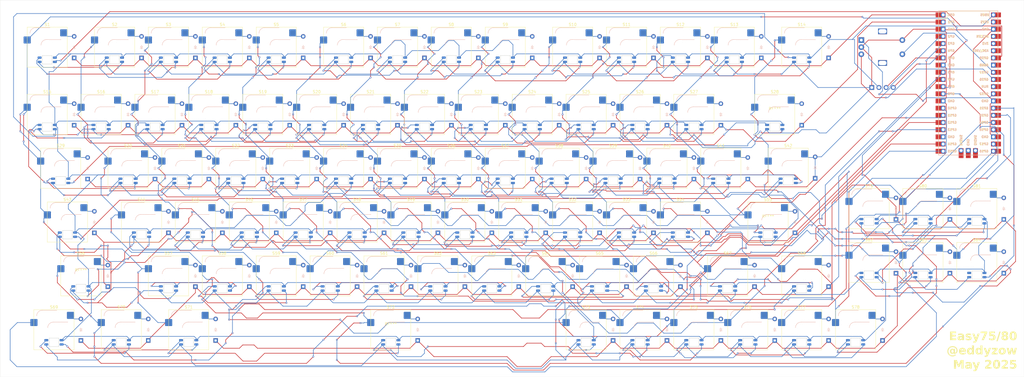
<source format=kicad_pcb>
(kicad_pcb (version 20241229) (generator "pcbnew") (generator_version "9.0")
  (layers (0 "F.Cu" signal) (2 "B.Cu" signal) (13 "F.Paste" user) (15 "B.Paste" user) (5 "F.SilkS" user "F.Silkscreen") (7 "B.SilkS" user "B.Silkscreen") (1 "F.Mask" user) (3 "B.Mask" user) (25 "Edge.Cuts" user))
  (net 0 "")
  (net 1 "Net-(D1-A)")
  (net 2 "Row 0")
  (net 3 "Net-(D2-A)")
  (net 4 "Net-(D3-A)")
  (net 5 "Net-(D4-A)")
  (net 6 "Net-(D5-A)")
  (net 7 "Net-(D6-A)")
  (net 8 "Net-(D7-A)")
  (net 9 "Net-(D8-A)")
  (net 10 "Net-(D9-A)")
  (net 11 "Net-(D10-A)")
  (net 12 "Net-(D11-A)")
  (net 13 "Net-(D12-A)")
  (net 14 "Net-(D13-A)")
  (net 15 "Net-(D14-A)")
  (net 16 "Net-(D15-A)")
  (net 17 "Row 1")
  (net 18 "Net-(D16-A)")
  (net 19 "Net-(D17-A)")
  (net 20 "Net-(D18-A)")
  (net 21 "Net-(D19-A)")
  (net 22 "Net-(D20-A)")
  (net 23 "Net-(D21-A)")
  (net 24 "Net-(D22-A)")
  (net 25 "Net-(D23-A)")
  (net 26 "Net-(D24-A)")
  (net 27 "Net-(D25-A)")
  (net 28 "Net-(D26-A)")
  (net 29 "Net-(D27-A)")
  (net 30 "Net-(D28-A)")
  (net 31 "Row 2")
  (net 32 "Net-(D29-A)")
  (net 33 "Net-(D30-A)")
  (net 34 "Net-(D31-A)")
  (net 35 "Net-(D32-A)")
  (net 36 "Net-(D33-A)")
  (net 37 "Net-(D34-A)")
  (net 38 "Net-(D35-A)")
  (net 39 "Net-(D36-A)")
  (net 40 "Net-(D37-A)")
  (net 41 "Net-(D38-A)")
  (net 42 "Net-(D39-A)")
  (net 43 "Net-(D40-A)")
  (net 44 "Net-(D41-A)")
  (net 45 "Row 3")
  (net 46 "Net-(D43-A)")
  (net 47 "Net-(D44-A)")
  (net 48 "Net-(D45-A)")
  (net 49 "Net-(D46-A)")
  (net 50 "Net-(D47-A)")
  (net 51 "Net-(D48-A)")
  (net 52 "Net-(D49-A)")
  (net 53 "Net-(D50-A)")
  (net 54 "Net-(D51-A)")
  (net 55 "Net-(D52-A)")
  (net 56 "Net-(D53-A)")
  (net 57 "Net-(D54-A)")
  (net 58 "Net-(D55-A)")
  (net 59 "Net-(D56-A)")
  (net 60 "Net-(D57-A)")
  (net 61 "Row 4")
  (net 62 "Net-(D58-A)")
  (net 63 "Net-(D59-A)")
  (net 64 "Net-(D60-A)")
  (net 65 "Net-(D61-A)")
  (net 66 "Net-(D62-A)")
  (net 67 "Net-(D63-A)")
  (net 68 "Net-(D64-A)")
  (net 69 "Net-(D65-A)")
  (net 70 "Net-(D66-A)")
  (net 71 "Net-(D67-A)")
  (net 72 "Net-(D68-A)")
  (net 73 "Net-(D69-A)")
  (net 74 "Net-(D70-A)")
  (net 75 "Net-(D71-A)")
  (net 76 "Row 5")
  (net 77 "Net-(D72-A)")
  (net 78 "Net-(D73-A)")
  (net 79 "Net-(D74-A)")
  (net 80 "Net-(D75-A)")
  (net 81 "Net-(D76-A)")
  (net 82 "Net-(D77-A)")
  (net 83 "Net-(D78-A)")
  (net 84 "Net-(D79-A)")
  (net 85 "Net-(D80-A)")
  (net 86 "Net-(D81-A)")
  (net 87 "Net-(D82-A)")
  (net 88 "Net-(D83-A)")
  (net 89 "Net-(D84-A)")
  (net 90 "+5V")
  (net 91 "GND")
  (net 92 "RGB_DATA")
  (net 93 "Net-(D85-DOUT)")
  (net 94 "Net-(D86-DOUT)")
  (net 95 "Net-(D87-DOUT)")
  (net 96 "Net-(D88-DOUT)")
  (net 97 "Net-(D89-DOUT)")
  (net 98 "Net-(D90-DOUT)")
  (net 99 "Net-(D91-DOUT)")
  (net 100 "Net-(D92-DOUT)")
  (net 101 "Net-(D93-DOUT)")
  (net 102 "Net-(D94-DOUT)")
  (net 103 "Net-(D95-DOUT)")
  (net 104 "Net-(D96-DOUT)")
  (net 105 "Net-(D155-DOUT)")
  (net 106 "Net-(D97-DOUT)")
  (net 107 "Net-(D98-DOUT)")
  (net 108 "Net-(D100-DIN)")
  (net 109 "Net-(D100-DOUT)")
  (net 110 "Net-(D101-DOUT)")
  (net 111 "Net-(D102-DOUT)")
  (net 112 "Net-(D103-DOUT)")
  (net 113 "Net-(D104-DOUT)")
  (net 114 "Net-(D105-DOUT)")
  (net 115 "Net-(D106-DOUT)")
  (net 116 "Net-(D107-DOUT)")
  (net 117 "Net-(D108-DOUT)")
  (net 118 "Net-(D109-DOUT)")
  (net 119 "Net-(D110-DOUT)")
  (net 120 "Net-(D111-DOUT)")
  (net 121 "Net-(D112-DOUT)")
  (net 122 "Net-(D113-DOUT)")
  (net 123 "Net-(D114-DOUT)")
  (net 124 "Net-(D115-DOUT)")
  (net 125 "Net-(D116-DOUT)")
  (net 126 "Net-(D117-DOUT)")
  (net 127 "Net-(D118-DOUT)")
  (net 128 "Net-(D119-DOUT)")
  (net 129 "Net-(D120-DOUT)")
  (net 130 "Net-(D121-DOUT)")
  (net 131 "Net-(D122-DOUT)")
  (net 132 "Net-(D123-DOUT)")
  (net 133 "Net-(D124-DOUT)")
  (net 134 "Net-(D125-DOUT)")
  (net 135 "Net-(D126-DOUT)")
  (net 136 "Net-(D127-DOUT)")
  (net 137 "Net-(D128-DOUT)")
  (net 138 "Net-(D129-DOUT)")
  (net 139 "Net-(D130-DOUT)")
  (net 140 "Net-(D131-DOUT)")
  (net 141 "Net-(D132-DOUT)")
  (net 142 "Net-(D133-DOUT)")
  (net 143 "Net-(D134-DOUT)")
  (net 144 "Net-(D135-DOUT)")
  (net 145 "Net-(D136-DOUT)")
  (net 146 "Net-(D137-DOUT)")
  (net 147 "Net-(D138-DOUT)")
  (net 148 "Net-(D139-DOUT)")
  (net 149 "Net-(D140-DOUT)")
  (net 150 "Net-(D141-DOUT)")
  (net 151 "Net-(D142-DOUT)")
  (net 152 "Net-(D143-DOUT)")
  (net 153 "Net-(D144-DOUT)")
  (net 154 "Net-(D145-DOUT)")
  (net 155 "Net-(D146-DOUT)")
  (net 156 "Net-(D147-DOUT)")
  (net 157 "Net-(D148-DOUT)")
  (net 158 "Net-(D149-DOUT)")
  (net 159 "Net-(D150-DOUT)")
  (net 160 "Net-(D151-DOUT)")
  (net 161 "Net-(D152-DOUT)")
  (net 162 "Net-(D153-DOUT)")
  (net 163 "Net-(D154-DOUT)")
  (net 164 "Net-(D156-DOUT)")
  (net 165 "Net-(D157-DOUT)")
  (net 166 "Net-(D158-DOUT)")
  (net 167 "Net-(D159-DOUT)")
  (net 168 "Net-(D160-DOUT)")
  (net 169 "Net-(D161-DOUT)")
  (net 170 "Net-(D162-DOUT)")
  (net 171 "Net-(D163-DOUT)")
  (net 172 "Net-(D164-DOUT)")
  (net 173 "Net-(D165-DOUT)")
  (net 174 "Net-(D166-DOUT)")
  (net 175 "Net-(D167-DOUT)")
  (net 177 "SCL")
  (net 178 "SDA")
  (net 179 "Col 0")
  (net 180 "Col 1")
  (net 181 "Col 2")
  (net 182 "Col 3")
  (net 183 "Col 4")
  (net 184 "Col 5")
  (net 185 "Col 6")
  (net 186 "Col 7")
  (net 187 "Col 8")
  (net 188 "Col 9")
  (net 189 "Col 10")
  (net 190 "Col 11")
  (net 191 "Col 12")
  (net 192 "Col 13")
  (net 193 "ENC_B")
  (net 194 "ENC_A")
  (net 195 "ENC_S1")
  (footprint "ScottoKeebs_Hotswap:Hotswap_MX_1.00u" (layer "F.Cu") (at 390.525 233.3625)
    (property "Reference" "S25")
    (property "Value" "Keyswitch")
  )
  (footprint "ScottoKeebs_Hotswap:Hotswap_MX_1.00u" (layer "F.Cu") (at 342.84125 209.55)
    (property "Reference" "S8")
    (property "Value" "Keyswitch")
  )
  (footprint "ScottoKeebs_Hotswap:Hotswap_MX_1.00u" (layer "F.Cu") (at 233.3625 271.4625)
    (property "Reference" "S44")
    (property "Value" "Keyswitch")
  )
  (footprint "ScottoKeebs_Hotswap:Hotswap_MX_2.25u" (layer "F.Cu") (at 454.81875 271.4625)
    (property "Reference" "S55")
    (property "Value" "Keyswitch")
  )
  (footprint "ScottoKeebs_Hotswap:Hotswap_MX_1.25u" (layer "F.Cu") (at 202.40625 309.5625)
    (property "Reference" "S69")
    (property "Value" "Keyswitch")
  )
  (footprint "ScottoKeebs_Hotswap:Hotswap_MX_1.00u" (layer "F.Cu") (at 252.4125 271.4625)
    (property "Reference" "S45")
    (property "Value" "Keyswitch")
  )
  (footprint "ScottoKeebs_Hotswap:Hotswap_MX_1.00u" (layer "F.Cu") (at 219.075 233.3625)
    (property "Reference" "S16")
    (property "Value" "Keyswitch")
  )
  (footprint "ScottoKeebs_Hotswap:Hotswap_MX_2.00u" (layer "F.Cu") (at 457.2 233.3625)
    (property "Reference" "S28")
    (property "Value" "Keyswitch")
  )
  (footprint "ScottoKeebs_Hotswap:Hotswap_MX_1.00u" (layer "F.Cu") (at 423.8625 271.4625)
    (property "Reference" "S54")
    (property "Value" "Keyswitch")
  )
  (footprint "ScottoKeebs_Hotswap:Hotswap_MX_1.00u" (layer "F.Cu") (at 385.7625 271.4625)
    (property "Reference" "S52")
    (property "Value" "Keyswitch")
  )
  (footprint "ScottoKeebs_Hotswap:Hotswap_MX_1.25u" (layer "F.Cu") (at 250.03125 309.5625)
    (property "Reference" "S71")
    (property "Value" "Keyswitch")
  )
  (footprint "ScottoKeebs_Hotswap:Hotswap_MX_6.25u" (layer "F.Cu") (at 321.46875 309.5625)
    (property "Reference" "S72")
    (property "Value" "Keyswitch")
  )
  (footprint "ScottoKeebs_Hotswap:Hotswap_MX_1.00u" (layer "F.Cu") (at 333.375 233.3625)
    (property "Reference" "S22")
    (property "Value" "Keyswitch")
  )
  (footprint "ScottoKeebs_Hotswap:Hotswap_MX_1.00u" (layer "F.Cu") (at 290.5125 271.4625)
    (property "Reference" "S47")
    (property "Value" "Keyswitch")
  )
  (footprint "ScottoKeebs_Hotswap:Hotswap_MX_1.00u" (layer "F.Cu") (at 342.9 252.4125)
    (property "Reference" "S36")
    (property "Value" "Keyswitch")
  )
  (footprint "ScottoKeebs_Hotswap:Hotswap_MX_1.00u" (layer "F.Cu") (at 309.5625 271.4625)
    (property "Reference" "S48")
    (property "Value" "Keyswitch")
  )
  (footprint "ScottoKeebs_Hotswap:Hotswap_MX_1.25u" (layer "F.Cu") (at 226.21875 309.5625)
    (property "Reference" "S70")
    (property "Value" "Keyswitch")
  )
  (footprint "ScottoKeebs_Hotswap:Hotswap_MX_1.00u" (layer "F.Cu") (at 266.7 252.4125)
    (property "Reference" "S32")
    (property "Value" "Keyswitch")
  )
  (footprint "ScottoKeebs_Hotswap:Hotswap_MX_1.00u" (layer "F.Cu") (at 323.85 252.4125)
    (property "Reference" "S35")
    (property "Value" "Keyswitch")
  )
  (footprint "ScottoKeebs_Hotswap:Hotswap_MX_1.00u" (layer "F.Cu") (at 304.8 209.55)
    (property "Reference" "S6")
    (property "Value" "Keyswitch")
  )
  (footprint "ScottoKeebs_Hotswap:Hotswap_MX_1.00u" (layer "F.Cu") (at 261.9375 290.5125)
    (property "Reference" "S58")
    (property "Value" "Keyswitch")
  )
  (footprint "ScottoKeebs_Hotswap:Hotswap_MX_1.00u" (layer "F.Cu") (at 428.625 233.3625)
    (property "Reference" "S27")
    (property "Value" "Keyswitch")
  )
  (footprint "ScottoKeebs_Scotto:Encoder_EC11_MX" (layer "F.Cu") (at 495.3 209.55)
    (property "Reference" "SW1" (hide yes))
    (property "Value" "RotaryEncoder_Switch" (hide yes))
  )
  (footprint "ScottoKeebs_Hotswap:Hotswap_MX_1.00u" (layer "F.Cu") (at 242.8875 209.55)
    (property "Reference" "S3")
    (property "Value" "Keyswitch")
  )
  (footprint "ScottoKeebs_Hotswap:Hotswap_MX_1.00u" (layer "F.Cu") (at 200.025 209.55)
    (property "Reference" "S1")
    (property "Value" "Keyswitch")
  )
  (footprint "ScottoKeebs_Hotswap:Hotswap_MX_1.00u" (layer "F.Cu") (at 390.525 309.5625)
    (property "Reference" "S73")
    (property "Value" "Keyswitch")
  )
  (footprint "ScottoKeebs_Hotswap:Hotswap_MX_1.00u" (layer "F.Cu") (at 466.725 309.5625)
    (property "Reference" "S77")
    (property "Value" "Keyswitch")
  )
  (footprint "ScottoKeebs_Hotswap:Hotswap_MX_1.00u" (layer "F.Cu") (at 385.7625 209.55)
    (property "Reference" "S10")
    (property "Value" "Keyswitch")
  )
  (footprint "ScottoKeebs_Hotswap:Hotswap_MX_1.00u" (layer "F.Cu") (at 414.3375 290.5125)
    (property "Reference" "S66")
    (property "Value" "Keyswitch")
  )
  (footprint "ScottoKeebs_Hotswap:Hotswap_MX_1.00u" (layer "F.Cu") (at 361.95 252.4125)
    (property "Reference" "S37")
    (property "Value" "Keyswitch")
  )
  (footprint "ScottoKeebs_Hotswap:Hotswap_MX_1.00u" (layer "F.Cu") (at 528.6375 266.7)
    (property "Reference" "S81")
    (property "Value" "Keyswitch")
  )
  (footprint "ScottoKeebs_Hotswap:Hotswap_MX_1.00u" (layer "F.Cu") (at 466.725 209.55)
    (property "Reference" "S14")
    (property "Value" "Keyswitch")
  )
  (footprint "ScottoKeebs_Hotswap:Hotswap_MX_1.00u" (layer "F.Cu") (at 404.8125 209.55)
    (property "Reference" "S11")
    (property "Value" "Keyswitch")
  )
  (footprint "ScottoKeebs_Hotswap:Hotswap_MX_1.00u" (layer "F.Cu") (at 242.8875 290.5125)
    (property "Reference" "S57")
    (property "Value" "Keyswitch")
  )
  (footprint "ScottoKeebs_Hotswap:Hotswap_MX_1.00u" (layer "F.Cu") (at 361.95 209.55)
    (property "Reference" "S9")
    (property "Value" "Keyswitch")
  )
  (footprint "ScottoKeebs_Hotswap:Hotswap_MX_2.25u" (layer "F.Cu") (at 211.93125 290.5125)
    (property "Reference" "S56")
    (property "Value" "Keyswitch")
  )
  (footprint "ScottoKeebs_Components:OLED_128x64" (layer "F.Cu") (at 495.3 223.8375)
    (property "Reference" "J1" (hide yes))
    (property "Value" "OLED_128x64")
  )
  (footprint "ScottoKeebs_Hotswap:Hotswap_MX_1.00u" (layer "F.Cu") (at 395.2875 290.5125)
    (property "Reference" "S65")
    (property "Value" "Keyswitch")
  )
  (footprint "ScottoKeebs_Hotswap:Hotswap_MX_1.00u" (layer "F.Cu") (at 338.1375 290.5125)
    (property "Reference" "S62")
    (property "Value" "Keyswitch")
  )
  (footprint "ScottoKeebs_Stabilizer:Stabilizer_MX_2.00u" (layer "F.Cu") (at 211.93 290.5)
    (property "Reference" "REF**")
    (property "Value" "Stabilizer_MX_2.00u")
  )
  (footprint "ScottoKeebs_Hotswap:Hotswap_MX_1.00u" (layer "F.Cu") (at 228.6 252.4125)
    (property "Reference" "S30")
    (property "Value" "Keyswitch")
  )
  (footprint "ScottoKeebs_Hotswap:Hotswap_MX_1.00u" (layer "F.Cu") (at 509.5875 285.75)
    (property "Reference" "S83")
    (property "Value" "Keyswitch")
  )
  (footprint "ScottoKeebs_Hotswap:Hotswap_MX_1.00u" (layer "F.Cu") (at 261.9375 209.55)
    (property "Reference" "S4")
    (property "Value" "Keyswitch")
  )
  (footprint "ScottoKeebs_Hotswap:Hotswap_MX_1.00u" (layer "F.Cu") (at 381 252.4125)
    (property "Reference" "S38")
    (property "Value" "Keyswitch")
  )
  (footprint "ScottoKeebs_Hotswap:Hotswap_MX_1.00u" (layer "F.Cu") (at 509.5875 266.7)
    (property "Reference" "S80")
    (property "Value" "Keyswitch")
  )
  (footprint "ScottoKeebs_Hotswap:Hotswap_MX_1.00u" (layer "F.Cu") (at 295.275 233.3625)
    (property "Reference" "S20")
    (property "Value" "Keyswitch")
  )
  (footprint "ScottoKeebs_Hotswap:Hotswap_MX_1.00u" (layer "F.Cu") (at 223.8375 209.55)
    (property "Reference" "S2")
    (property "Value" "Keyswitch")
  )
  (footprint "ScottoKeebs_Hotswap:Hotswap_MX_1.00u" (layer "F.Cu") (at 347.6625 271.4625)
    (property "Reference" "S50")
    (property "Value" "Keyswitch")
  )
  (footprint "ScottoKeebs_Hotswap:Hotswap_MX_1.00u" (layer "F.Cu") (at 423.8625 209.55)
    (property "Reference" "S12")
    (property "Value" "Keyswitch")
  )
  (footprint "ScottoKeebs_Hotswap:Hotswap_MX_1.00u" (layer "F.Cu") (at 442.9125 209.55)
    (property "Reference" "S13")
    (property "Value" "Keyswitch")
  )
  (footprint "ScottoKeebs_Hotswap:Hotswap_MX_1.00u" (layer "F.Cu") (at 428.625 309.5625)
    (property "Reference" "S75")
    (property "Value" "Keyswitch")
  )
  (footprint "ScottoKeebs_Hotswap:Hotswap_MX_1.00u" (layer "F.Cu") (at 419.1 252.4125)
    (property "Reference" "S40")
    (property "Value" "Keyswitch")
  )
  (footprint "ScottoKeebs_Hotswap:Hotswap_MX_1.00u" (layer "F.Cu") (at 466.725 290.5125)
    (property "Reference" "S68")
    (property "Value" "Keyswitch")
  )
  (footprint "ScottoKeebs_Stabilizer:Stabilizer_MX_2.00u" (layer "F.Cu") (at 457.2 233.36)
    (property "Reference" "REF**")
    (property "Value" "Stabilizer_MX_2.00u")
  )
  (footprint "ScottoKeebs_Hotswap:Hotswap_MX_1.00u" (layer "F.Cu") (at 485.775 309.5625)
    (property "Reference" "S78")
    (property "Value" "Keyswitch")
  )
  (footprint "ScottoKeebs_Stabilizer:Stabilizer_MX_6.25u" (layer "F.Cu") (at 321.47 309.56)
    (property "Reference" "REF**")
    (property "Value" "Stabilizer_MX_6.25u")
  )
  (footprint "ScottoKeebs_Stabilizer:Stabilizer_MX_2.00u" (layer "F.Cu") (at 454.81 271.46)
    (property "Reference" "REF**")
    (property "Value" "Stabilizer_MX_2.00u")
  )
  (footprint "ScottoKeebs_MCU:Raspberry_Pi_Pico" (layer "F.Cu") (at 525.61 222.25)
    (property "Reference" "U1" (hide yes))
    (property "Value" "Raspberry_Pi_Pico" (hide yes))
  )
  (footprint "ScottoKeebs_Hotswap:Hotswap_MX_1.50u" (layer "F.Cu") (at 204.7875 252.4125)
    (property "Reference" "S29")
    (property "Value" "Keyswitch")
  )
  (footprint "ScottoKeebs_Hotswap:Hotswap_MX_1.00u" (layer "F.Cu") (at 371.475 233.3625)
    (property "Reference" "S24")
    (property "Value" "Keyswitch")
  )
  (footprint "ScottoKeebs_Hotswap:Hotswap_MX_1.00u" (layer "F.Cu") (at 438.15 252.4125)
    (property "Reference" "S41")
    (property "Value" "Keyswitch")
  )
  (footprint "ScottoKeebs_Hotswap:Hotswap_MX_1.00u" (layer "F.Cu") (at 257.175 233.3625)
    (property "Reference" "S18")
    (property "Value" "Keyswitch")
  )
  (footprint "ScottoKeebs_Hotswap:Hotswap_MX_1.00u" (layer "F.Cu") (at 280.9875 290.5125)
    (property "Reference" "S59")
    (property "Value" "Keyswitch")
  )
  (footprint "ScottoKeebs_Hotswap:Hotswap_MX_1.00u" (layer "F.Cu") (at 285.75 252.4125)
    (property "Reference" "S33")
    (property "Value" "Keyswitch")
  )
  (footprint "ScottoKeebs_Hotswap:Hotswap_MX_1.00u" (layer "F.Cu") (at 247.65 252.4125)
    (property "Reference" "S31")
    (property "Value" "Keyswitch")
  )
  (footprint "ScottoKeebs_Hotswap:Hotswap_MX_1.00u" (layer "F.Cu") (at 357.1875 290.5125)
    (property "Reference" "S63")
    (property "Value" "Keyswitch")
  )
  (footprint "ScottoKeebs_Hotswap:Hotswap_MX_1.00u" (layer "F.Cu") (at 409.575 233.3625)
    (property "Reference" "S26")
    (property "Value" "Keyswitch")
  )
  (footprint "ScottoKeebs_Hotswap:Hotswap_MX_1.00u" (layer "F.Cu") (at 200.025 233.3625)
    (property "Reference" "S15")
    (property "Value" "Keyswitch")
  )
  (footprint "ScottoKeebs_Hotswap:Hotswap_MX_1.00u" (layer "F.Cu") (at 304.8 252.4125)
    (property "Reference" "S34")
    (property "Value" "Keyswitch")
  )
  (footprint "ScottoKeebs_Hotswap:Hotswap_MX_1.00u" (layer "F.Cu") (at 490.5375 266.7)
    (property "Reference" "S79")
    (property "Value" "Keyswitch")
  )
  (footprint "ScottoKeebs_Hotswap:Hotswap_MX_1.00u" (layer "F.Cu") (at 238.125 233.3625)
    (property "Reference" "S17")
    (property "Value" "Keyswitch")
  )
  (footprint "ScottoKeebs_Hotswap:Hotswap_MX_1.00u" (layer "F.Cu") (at 490.5375 285.75)
    (property "Reference" "S82")
    (property "Value" "Keyswitch")
  )
  (footprint "ScottoKeebs_Hotswap:Hotswap_MX_1.50u" (layer "F.Cu") (at 461.9625 252.4125)
    (property "Reference" "S42")
    (property "Value" "Keyswitch")
  )
  (footprint "ScottoKeebs_Hotswap:Hotswap_MX_1.75u" (layer "F.Cu") (at 207.16875 271.4625)
    (property "Reference" "S43")
    (property "Value" "Keyswitch")
  )
  (footprint "ScottoKeebs_Hotswap:Hotswap_MX_1.00u" (layer "F.Cu") (at 447.675 309.5625)
    (property "Reference" "S76")
    (property "Value" "Keyswitch")
  )
  (footprint "ScottoKeebs_Hotswap:Hotswap_MX_1.00u" (layer "F.Cu") (at 271.4625 271.4625)
    (property "Reference" "S46")
    (property "Value" "Keyswitch")
  )
  (footprint "ScottoKeebs_Hotswap:Hotswap_MX_1.00u" (layer "F.Cu") (at 376.2375 290.5125)
    (property "Reference" "S64")
    (property "Value" "Keyswitch")
  )
  (footprint "ScottoKeebs_Hotswap:Hotswap_MX_1.00u" (layer "F.Cu") (at 276.225 233.3625)
    (property "Reference" "S19")
    (property "Value" "Keyswitch")
  )
  (footprint "ScottoKeebs_Hotswap:Hotswap_MX_1.00u" (layer "F.Cu") (at 409.575 309.5625)
    (property "Reference" "S74")
    (property "Value" "Keyswitch")
  )
  (footprint "ScottoKeebs_Hotswap:Hotswap_MX_1.00u" (layer "F.Cu") (at 366.7125 271.4625)
    (property "Reference" "S51")
    (property "Value" "Keyswitch")
  )
  (footprint "ScottoKeebs_Hotswap:Hotswap_MX_1.75u" (layer "F.Cu") (at 440.53125 290.5125)
    (property "Reference" "S67")
    (property "Value" "Keyswitch")
  )
  (footprint "ScottoKeebs_Hotswap:Hotswap_MX_1.00u" (layer "F.Cu") (at 328.6125 271.4625)
    (property "Reference" "S49")
    (property "Value" "Keyswitch")
  )
  (footprint "ScottoKeebs_Hotswap:Hotswap_MX_1.00u" (layer "F.Cu") (at 404.8125 271.4625)
    (property "Reference" "S53")
    (property "Value" "Keyswitch")
  )
  (footprint "ScottoKeebs_Hotswap:Hotswap_MX_1.00u" (layer "F.Cu") (at 314.325 233.3625)
    (property "Reference" "S21")
    (property "Value" "Keyswitch")
  )
  (footprint "ScottoKeebs_Hotswap:Hotswap_MX_1.00u" (layer "F.Cu") (at 323.85 209.55)
    (property "Reference" "S7")
    (property "Value" "Keyswitch")
  )
  (footprint "ScottoKeebs_Hotswap:Hotswap_MX_1.00u" (layer "F.Cu") (at 300.0375 290.5125)
    (property "Reference" "S60")
    (property "Value" "Keyswitch")
  )
  (footprint "ScottoKeebs_Hotswap:Hotswap_MX_1.00u" (layer "F.Cu") (at 319.0875 290.5125)
    (property "Reference" "S61")
    (property "Value" "Keyswitch")
  )
  (footprint "ScottoKeebs_Hotswap:Hotswap_MX_1.00u" (layer "F.Cu") (at 528.6375 285.75)
    (property "Reference" "S84")
    (property "Value" "Keyswitch")
  )
  (footprint "ScottoKeebs_Hotswap:Hotswap_MX_1.00u" (layer "F.Cu") (at 352.425 233.3625)
    (property "Reference" "S23")
    (property "Value" "Keyswitch")
  )
  (footprint "ScottoKeebs_Hotswap:Hotswap_MX_1.00u" (layer "F.Cu") (at 280.9875 209.55)
    (property "Reference" "S5")
    (property "Value" "Keyswitch")
  )
  (footprint "ScottoKeebs_Hotswap:Hotswap_MX_1.00u" (layer "F.Cu") (at 400.05 252.4125)
    (property "Reference" "S39")
    (property "Value" "Keyswitch")
  )
  (footprint "ScottoKeebs_Components:Diode_DO-35" (layer "B.Cu") (at 428.625 256.2225 90)
    (property "Reference" "D40" (hide yes))
    (property "Value" "Diode" (hide yes))
  )
  (footprint "ScottoKeebs_Components:Diode_DO-35" (layer "B.Cu") (at 371.475 256.2225 90)
    (property "Reference" "D37" (hide yes))
    (property "Value" "Diode" (hide yes))
  )
  (footprint "ScottoKeebs_Components:Diode_DO-35" (layer "B.Cu") (at 476.25 213.36 90)
    (property "Reference" "D14" (hide yes))
    (property "Value" "Diode" (hide yes))
  )
  (footprint "ScottoKeebs_Components:Diode_DO-35" (layer "B.Cu") (at 471.4875 255.984375 90)
    (property "Reference" "D42" (hide yes))
    (property "Value" "Diode" (hide yes))
  )
  (footprint "ScottoKeebs_Components:Diode_DO-35" (layer "B.Cu") (at 385.7625 294.3225 90)
    (property "Reference" "D64" (hide yes))
    (property "Value" "Diode" (hide yes))
  )
  (footprint "ScottoKeebs_Components:LED_SK6812MINI" (layer "B.Cu") (at 414.3288 294.97105 180)
    (property "Reference" "D150" (hide yes))
    (property "Value" "SK6812MINI" (hide yes))
    (fp_line (start 1.7 1.5) (end -1.7 1.5) (stroke (width 0.12)) (layer "Edge.Cuts"))
    (fp_line (start 1.7 -1.5) (end 1.7 1.5) (stroke (width 0.12)) (layer "Edge.Cuts"))
    (fp_line (start -1.7 1.5) (end -1.7 -1.5) (stroke (width 0.12)) (layer "Edge.Cuts"))
    (fp_line (start -1.7 -1.5) (end 1.7 -1.5) (stroke (width 0.12)) (layer "Edge.Cuts"))
  )
  (footprint "ScottoKeebs_Components:LED_SK6812MINI" (layer "B.Cu") (at 440.522 294.97105 180)
    (property "Reference" "D151" (hide yes))
    (property "Value" "SK6812MINI" (hide yes))
    (fp_line (start 1.7 1.5) (end -1.7 1.5) (stroke (width 0.12)) (layer "Edge.Cuts"))
    (fp_line (start 1.7 -1.5) (end 1.7 1.5) (stroke (width 0.12)) (layer "Edge.Cuts"))
    (fp_line (start -1.7 1.5) (end -1.7 -1.5) (stroke (width 0.12)) (layer "Edge.Cuts"))
    (fp_line (start -1.7 -1.5) (end 1.7 -1.5) (stroke (width 0.12)) (layer "Edge.Cuts"))
  )
  (footprint "ScottoKeebs_Components:LED_SK6812MINI" (layer "B.Cu") (at 361.95 213.995 180)
    (property "Reference" "D93" (hide yes))
    (property "Value" "SK6812MINI" (hide yes))
    (fp_line (start 1.7 1.5) (end -1.7 1.5) (stroke (width 0.12)) (layer "Edge.Cuts"))
    (fp_line (start 1.7 -1.5) (end 1.7 1.5) (stroke (width 0.12)) (layer "Edge.Cuts"))
    (fp_line (start -1.7 1.5) (end -1.7 -1.5) (stroke (width 0.12)) (layer "Edge.Cuts"))
    (fp_line (start -1.7 -1.5) (end 1.7 -1.5) (stroke (width 0.12)) (layer "Edge.Cuts"))
  )
  (footprint "ScottoKeebs_Components:Diode_DO-35" (layer "B.Cu") (at 352.425 256.2225 90)
    (property "Reference" "D36" (hide yes))
    (property "Value" "Diode" (hide yes))
  )
  (footprint "ScottoKeebs_Components:Diode_DO-35" (layer "B.Cu") (at 464.34375 275.2725 90)
    (property "Reference" "D55" (hide yes))
    (property "Value" "Diode" (hide yes))
  )
  (footprint "ScottoKeebs_Components:LED_SK6812MINI" (layer "B.Cu") (at 321.462 314.02065 180)
    (property "Reference" "D156" (hide yes))
    (property "Value" "SK6812MINI" (hide yes))
    (fp_line (start 1.7 1.5) (end -1.7 1.5) (stroke (width 0.12)) (layer "Edge.Cuts"))
    (fp_line (start 1.7 -1.5) (end 1.7 1.5) (stroke (width 0.12)) (layer "Edge.Cuts"))
    (fp_line (start -1.7 1.5) (end -1.7 -1.5) (stroke (width 0.12)) (layer "Edge.Cuts"))
    (fp_line (start -1.7 -1.5) (end 1.7 -1.5) (stroke (width 0.12)) (layer "Edge.Cuts"))
  )
  (footprint "ScottoKeebs_Components:LED_SK6812MINI" (layer "B.Cu") (at 280.9816 214.01035 180)
    (property "Reference" "D89" (hide yes))
    (property "Value" "SK6812MINI" (hide yes))
    (fp_line (start 1.7 1.5) (end -1.7 1.5) (stroke (width 0.12)) (layer "Edge.Cuts"))
    (fp_line (start 1.7 -1.5) (end 1.7 1.5) (stroke (width 0.12)) (layer "Edge.Cuts"))
    (fp_line (start -1.7 1.5) (end -1.7 -1.5) (stroke (width 0.12)) (layer "Edge.Cuts"))
    (fp_line (start -1.7 -1.5) (end 1.7 -1.5) (stroke (width 0.12)) (layer "Edge.Cuts"))
  )
  (footprint "ScottoKeebs_Components:Diode_DO-35" (layer "B.Cu") (at 235.74375 313.3725 90)
    (property "Reference" "D70" (hide yes))
    (property "Value" "Diode" (hide yes))
  )
  (footprint "ScottoKeebs_Components:Diode_DO-35" (layer "B.Cu") (at 404.8125 294.3225 90)
    (property "Reference" "D65" (hide yes))
    (property "Value" "Diode" (hide yes))
  )
  (footprint "ScottoKeebs_Components:Diode_DO-35" (layer "B.Cu") (at 376.2375 275.2725 90)
    (property "Reference" "D51" (hide yes))
    (property "Value" "Diode" (hide yes))
  )
  (footprint "ScottoKeebs_Components:Diode_DO-35" (layer "B.Cu") (at 538.1625 270.51 90)
    (property "Reference" "D81" (hide yes))
    (property "Value" "Diode" (hide yes))
  )
  (footprint "ScottoKeebs_Components:LED_SK6812MINI" (layer "B.Cu") (at 371.4672 237.82225 180)
    (property "Reference" "D108" (hide yes))
    (property "Value" "SK6812MINI" (hide yes))
    (fp_line (start 1.7 1.5) (end -1.7 1.5) (stroke (width 0.12)) (layer "Edge.Cuts"))
    (fp_line (start 1.7 -1.5) (end 1.7 1.5) (stroke (width 0.12)) (layer "Edge.Cuts"))
    (fp_line (start -1.7 1.5) (end -1.7 -1.5) (stroke (width 0.12)) (layer "Edge.Cuts"))
    (fp_line (start -1.7 -1.5) (end 1.7 -1.5) (stroke (width 0.12)) (layer "Edge.Cuts"))
  )
  (footprint "ScottoKeebs_Components:LED_SK6812MINI" (layer "B.Cu") (at 238.12 237.82225 180)
    (property "Reference" "D101" (hide yes))
    (property "Value" "SK6812MINI" (hide yes))
    (fp_line (start 1.7 1.5) (end -1.7 1.5) (stroke (width 0.12)) (layer "Edge.Cuts"))
    (fp_line (start 1.7 -1.5) (end 1.7 1.5) (stroke (width 0.12)) (layer "Edge.Cuts"))
    (fp_line (start -1.7 1.5) (end -1.7 -1.5) (stroke (width 0.12)) (layer "Edge.Cuts"))
    (fp_line (start -1.7 -1.5) (end 1.7 -1.5) (stroke (width 0.12)) (layer "Edge.Cuts"))
  )
  (footprint "ScottoKeebs_Components:Diode_DO-35" (layer "B.Cu") (at 400.05 313.3725 90)
    (property "Reference" "D73" (hide yes))
    (property "Value" "Diode" (hide yes))
  )
  (footprint "ScottoKeebs_Components:Diode_DO-35" (layer "B.Cu") (at 247.65 237.1725 90)
    (property "Reference" "D17" (hide yes))
    (property "Value" "Diode" (hide yes))
  )
  (footprint "ScottoKeebs_Components:LED_SK6812MINI" (layer "B.Cu") (at 204.7832 256.87185 180)
    (property "Reference" "D113" (hide yes))
    (property "Value" "SK6812MINI" (hide yes))
    (fp_line (start 1.7 1.5) (end -1.7 1.5) (stroke (width 0.12)) (layer "Edge.Cuts"))
    (fp_line (start 1.7 -1.5) (end 1.7 1.5) (stroke (width 0.12)) (layer "Edge.Cuts"))
    (fp_line (start -1.7 1.5) (end -1.7 -1.5) (stroke (width 0.12)) (layer "Edge.Cuts"))
    (fp_line (start -1.7 -1.5) (end 1.7 -1.5) (stroke (width 0.12)) (layer "Edge.Cuts"))
  )
  (footprint "ScottoKeebs_Components:Diode_DO-35" (layer "B.Cu") (at 419.1 237.1725 90)
    (property "Reference" "D26" (hide yes))
    (property "Value" "Diode" (hide yes))
  )
  (footprint "ScottoKeebs_Components:LED_SK6812MINI" (layer "B.Cu") (at 242.8824 214.01035 180)
    (property "Reference" "D87" (hide yes))
    (property "Value" "SK6812MINI" (hide yes))
    (fp_line (start 1.7 1.5) (end -1.7 1.5) (stroke (width 0.12)) (layer "Edge.Cuts"))
    (fp_line (start 1.7 -1.5) (end 1.7 1.5) (stroke (width 0.12)) (layer "Edge.Cuts"))
    (fp_line (start -1.7 1.5) (end -1.7 -1.5) (stroke (width 0.12)) (layer "Edge.Cuts"))
    (fp_line (start -1.7 -1.5) (end 1.7 -1.5) (stroke (width 0.12)) (layer "Edge.Cuts"))
  )
  (footprint "ScottoKeebs_Components:Diode_DO-35" (layer "B.Cu") (at 252.4125 213.36 90)
    (property "Reference" "D3" (hide yes))
    (property "Value" "Diode" (hide yes))
  )
  (footprint "ScottoKeebs_Components:LED_SK6812MINI" (layer "B.Cu") (at 400.0416 256.87185 180)
    (property "Reference" "D123" (hide yes))
    (property "Value" "SK6812MINI" (hide yes))
    (fp_line (start 1.7 1.5) (end -1.7 1.5) (stroke (width 0.12)) (layer "Edge.Cuts"))
    (fp_line (start 1.7 -1.5) (end 1.7 1.5) (stroke (width 0.12)) (layer "Edge.Cuts"))
    (fp_line (start -1.7 1.5) (end -1.7 -1.5) (stroke (width 0.12)) (layer "Edge.Cuts"))
    (fp_line (start -1.7 -1.5) (end 1.7 -1.5) (stroke (width 0.12)) (layer "Edge.Cuts"))
  )
  (footprint "ScottoKeebs_Components:Diode_DO-35" (layer "B.Cu") (at 233.3625 213.36 90)
    (property "Reference" "D2" (hide yes))
    (property "Value" "Diode" (hide yes))
  )
  (footprint "ScottoKeebs_Components:LED_SK6812MINI" (layer "B.Cu") (at 454.8092 275.92145 180)
    (property "Reference" "D139" (hide yes))
    (property "Value" "SK6812MINI" (hide yes))
    (fp_line (start 1.7 1.5) (end -1.7 1.5) (stroke (width 0.12)) (layer "Edge.Cuts"))
    (fp_line (start 1.7 -1.5) (end 1.7 1.5) (stroke (width 0.12)) (layer "Edge.Cuts"))
    (fp_line (start -1.7 1.5) (end -1.7 -1.5) (stroke (width 0.12)) (layer "Edge.Cuts"))
    (fp_line (start -1.7 -1.5) (end 1.7 -1.5) (stroke (width 0.12)) (layer "Edge.Cuts"))
  )
  (footprint "ScottoKeebs_Components:LED_SK6812MINI" (layer "B.Cu") (at 395.2792 294.97105 180)
    (property "Reference" "D149" (hide yes))
    (property "Value" "SK6812MINI" (hide yes))
    (fp_line (start 1.7 1.5) (end -1.7 1.5) (stroke (width 0.12)) (layer "Edge.Cuts"))
    (fp_line (start 1.7 -1.5) (end 1.7 1.5) (stroke (width 0.12)) (layer "Edge.Cuts"))
    (fp_line (start -1.7 1.5) (end -1.7 -1.5) (stroke (width 0.12)) (layer "Edge.Cuts"))
    (fp_line (start -1.7 -1.5) (end 1.7 -1.5) (stroke (width 0.12)) (layer "Edge.Cuts"))
  )
  (footprint "ScottoKeebs_Components:LED_SK6812MINI" (layer "B.Cu") (at 233.3576 275.92145 180)
    (property "Reference" "D128" (hide yes))
    (property "Value" "SK6812MINI" (hide yes))
    (fp_line (start 1.7 1.5) (end -1.7 1.5) (stroke (width 0.12)) (layer "Edge.Cuts"))
    (fp_line (start 1.7 -1.5) (end 1.7 1.5) (stroke (width 0.12)) (layer "Edge.Cuts"))
    (fp_line (start -1.7 1.5) (end -1.7 -1.5) (stroke (width 0.12)) (layer "Edge.Cuts"))
    (fp_line (start -1.7 -1.5) (end 1.7 -1.5) (stroke (width 0.12)) (layer "Edge.Cuts"))
  )
  (footprint "ScottoKeebs_Components:LED_SK6812MINI" (layer "B.Cu") (at 202.402 314.02065 180)
    (property "Reference" "D153" (hide yes))
    (property "Value" "SK6812MINI" (hide yes))
    (fp_line (start 1.7 1.5) (end -1.7 1.5) (stroke (width 0.12)) (layer "Edge.Cuts"))
    (fp_line (start 1.7 -1.5) (end 1.7 1.5) (stroke (width 0.12)) (layer "Edge.Cuts"))
    (fp_line (start -1.7 1.5) (end -1.7 -1.5) (stroke (width 0.12)) (layer "Edge.Cuts"))
    (fp_line (start -1.7 -1.5) (end 1.7 -1.5) (stroke (width 0.12)) (layer "Edge.Cuts"))
  )
  (footprint "ScottoKeebs_Components:Diode_DO-35" (layer "B.Cu") (at 309.5625 294.3225 90)
    (property "Reference" "D60" (hide yes))
    (property "Value" "Diode" (hide yes))
  )
  (footprint "ScottoKeebs_Components:Diode_DO-35" (layer "B.Cu") (at 209.55 213.36 90)
    (property "Reference" "D1" (hide yes))
    (property "Value" "Diode" (hide yes))
  )
  (footprint "ScottoKeebs_Components:LED_SK6812MINI" (layer "B.Cu") (at 428.616 314.02065 180)
    (property "Reference" "D159" (hide yes))
    (property "Value" "SK6812MINI" (hide yes))
    (fp_line (start 1.7 1.5) (end -1.7 1.5) (stroke (width 0.12)) (layer "Edge.Cuts"))
    (fp_line (start 1.7 -1.5) (end 1.7 1.5) (stroke (width 0.12)) (layer "Edge.Cuts"))
    (fp_line (start -1.7 1.5) (end -1.7 -1.5) (stroke (width 0.12)) (layer "Edge.Cuts"))
    (fp_line (start -1.7 -1.5) (end 1.7 -1.5) (stroke (width 0.12)) (layer "Edge.Cuts"))
  )
  (footprint "ScottoKeebs_Components:Diode_DO-35" (layer "B.Cu") (at 290.5125 294.3225 90)
    (property "Reference" "D59" (hide yes))
    (property "Value" "Diode" (hide yes))
  )
  (footprint "ScottoKeebs_Components:Diode_DO-35" (layer "B.Cu") (at 242.8875 275.2725 90)
    (property "Reference" "D44" (hide yes))
    (property "Value" "Diode" (hide yes))
  )
  (footprint "ScottoKeebs_Components:LED_SK6812MINI" (layer "B.Cu") (at 285.744 256.87185 180)
    (property "Reference" "D117" (hide yes))
    (property "Value" "SK6812MINI" (hide yes))
    (fp_line (start 1.7 1.5) (end -1.7 1.5) (stroke (width 0.12)) (layer "Edge.Cuts"))
    (fp_line (start 1.7 -1.5) (end 1.7 1.5) (stroke (width 0.12)) (layer "Edge.Cuts"))
    (fp_line (start -1.7 1.5) (end -1.7 -1.5) (stroke (width 0.12)) (layer "Edge.Cuts"))
    (fp_line (start -1.7 -1.5) (end 1.7 -1.5) (stroke (width 0.12)) (layer "Edge.Cuts"))
  )
  (footprint "ScottoKeebs_Components:Diode_DO-35" (layer "B.Cu") (at 333.375 213.36 90)
    (property "Reference" "D7" (hide yes))
    (property "Value" "Diode" (hide yes))
  )
  (footprint "ScottoKeebs_Components:Diode_DO-35" (layer "B.Cu") (at 257.175 256.2225 90)
    (property "Reference" "D31" (hide yes))
    (property "Value" "Diode" (hide yes))
  )
  (footprint "ScottoKeebs_Components:LED_SK6812MINI" (layer "B.Cu") (at 280.9816 294.97105 180)
    (property "Reference" "D143" (hide yes))
    (property "Value" "SK6812MINI" (hide yes))
    (fp_line (start 1.7 1.5) (end -1.7 1.5) (stroke (width 0.12)) (layer "Edge.Cuts"))
    (fp_line (start 1.7 -1.5) (end 1.7 1.5) (stroke (width 0.12)) (layer "Edge.Cuts"))
    (fp_line (start -1.7 1.5) (end -1.7 -1.5) (stroke (width 0.12)) (layer "Edge.Cuts"))
    (fp_line (start -1.7 -1.5) (end 1.7 -1.5) (stroke (width 0.12)) (layer "Edge.Cuts"))
  )
  (footprint "ScottoKeebs_Components:LED_SK6812MINI" (layer "B.Cu") (at 200.0208 237.82225 180)
    (property "Reference" "D99" (hide yes))
    (property "Value" "SK6812MINI" (hide yes))
    (fp_line (start 1.7 1.5) (end -1.7 1.5) (stroke (width 0.12)) (layer "Edge.Cuts"))
    (fp_line (start 1.7 -1.5) (end 1.7 1.5) (stroke (width 0.12)) (layer "Edge.Cuts"))
    (fp_line (start -1.7 1.5) (end -1.7 -1.5) (stroke (width 0.12)) (layer "Edge.Cuts"))
    (fp_line (start -1.7 -1.5) (end 1.7 -1.5) (stroke (width 0.12)) (layer "Edge.Cuts"))
  )
  (footprint "ScottoKeebs_Components:Diode_DO-35" (layer "B.Cu") (at 290.5125 213.36 90)
    (property "Reference" "D5" (hide yes))
    (property "Value" "Diode" (hide yes))
  )
  (footprint "ScottoKeebs_Components:LED_SK6812MINI" (layer "B.Cu") (at 223.774 214.01035 180)
    (property "Reference" "D86" (hide yes))
    (property "Value" "SK6812MINI" (hide yes))
    (fp_line (start 1.7 1.5) (end -1.7 1.5) (stroke (width 0.12)) (layer "Edge.Cuts"))
    (fp_line (start 1.7 -1.5) (end 1.7 1.5) (stroke (width 0.12)) (layer "Edge.Cuts"))
    (fp_line (start -1.7 1.5) (end -1.7 -1.5) (stroke (width 0.12)) (layer "Edge.Cuts"))
    (fp_line (start -1.7 -1.5) (end 1.7 -1.5) (stroke (width 0.12)) (layer "Edge.Cuts"))
  )
  (footprint "ScottoKeebs_Components:LED_SK6812MINI" (layer "B.Cu") (at 528.6264 271.15905 180)
    (property "Reference" "D165" (hide yes))
    (property "Value" "SK6812MINI" (hide yes))
    (fp_line (start 1.7 1.5) (end -1.7 1.5) (stroke (width 0.12)) (layer "Edge.Cuts"))
    (fp_line (start 1.7 -1.5) (end 1.7 1.5) (stroke (width 0.12)) (layer "Edge.Cuts"))
    (fp_line (start -1.7 1.5) (end -1.7 -1.5) (stroke (width 0.12)) (layer "Edge.Cuts"))
    (fp_line (start -1.7 -1.5) (end 1.7 -1.5) (stroke (width 0.12)) (layer "Edge.Cuts"))
  )
  (footprint "ScottoKeebs_Components:LED_SK6812MINI" (layer "B.Cu") (at 304.7936 214.01035 180)
    (property "Reference" "D90" (hide yes))
    (property "Value" "SK6812MINI" (hide yes))
    (fp_line (start 1.7 1.5) (end -1.7 1.5) (stroke (width 0.12)) (layer "Edge.Cuts"))
    (fp_line (start 1.7 -1.5) (end 1.7 1.5) (stroke (width 0.12)) (layer "Edge.Cuts"))
    (fp_line (start -1.7 1.5) (end -1.7 -1.5) (stroke (width 0.12)) (layer "Edge.Cuts"))
    (fp_line (start -1.7 -1.5) (end 1.7 -1.5) (stroke (width 0.12)) (layer "Edge.Cuts"))
  )
  (footprint "ScottoKeebs_Components:LED_SK6812MINI" (layer "B.Cu") (at 271.4568 275.92145 180)
    (property "Reference" "D130" (hide yes))
    (property "Value" "SK6812MINI" (hide yes))
    (fp_line (start 1.7 1.5) (end -1.7 1.5) (stroke (width 0.12)) (layer "Edge.Cuts"))
    (fp_line (start 1.7 -1.5) (end 1.7 1.5) (stroke (width 0.12)) (layer "Edge.Cuts"))
    (fp_line (start -1.7 1.5) (end -1.7 -1.5) (stroke (width 0.12)) (layer "Edge.Cuts"))
    (fp_line (start -1.7 -1.5) (end 1.7 -1.5) (stroke (width 0.12)) (layer "Edge.Cuts"))
  )
  (footprint "ScottoKeebs_Components:Diode_DO-35" (layer "B.Cu") (at 347.6625 294.3225 90)
    (property "Reference" "D62" (hide yes))
    (property "Value" "Diode" (hide yes))
  )
  (footprint "ScottoKeebs_Components:Diode_DO-35" (layer "B.Cu") (at 438.15 313.3725 90)
    (property "Reference" "D75" (hide yes))
    (property "Value" "Diode" (hide yes))
  )
  (footprint "ScottoKeebs_Components:Diode_DO-35" (layer "B.Cu") (at 304.8 237.1725 90)
    (property "Reference" "D20" (hide yes))
    (property "Value" "Diode" (hide yes))
  )
  (footprint "ScottoKeebs_Components:Diode_DO-35" (layer "B.Cu") (at 414.3375 275.2725 90)
    (property "Reference" "D53" (hide yes))
    (property "Value" "Diode" (hide yes))
  )
  (footprint "ScottoKeebs_Components:LED_SK6812MINI" (layer "B.Cu") (at 228.5952 256.87185 180)
    (property "Reference" "D114" (hide yes))
    (property "Value" "SK6812MINI" (hide yes))
    (fp_line (start 1.7 1.5) (end -1.7 1.5) (stroke (width 0.12)) (layer "Edge.Cuts"))
    (fp_line (start 1.7 -1.5) (end 1.7 1.5) (stroke (width 0.12)) (layer "Edge.Cuts"))
    (fp_line (start -1.7 1.5) (end -1.7 -1.5) (stroke (width 0.12)) (layer "Edge.Cuts"))
    (fp_line (start -1.7 -1.5) (end 1.7 -1.5) (stroke (width 0.12)) (layer "Edge.Cuts"))
  )
  (footprint "ScottoKeebs_Components:Diode_DO-35" (layer "B.Cu") (at 211.93125 313.3725 90)
    (property "Reference" "D69" (hide yes))
    (property "Value" "Diode" (hide yes))
  )
  (footprint "ScottoKeebs_Components:LED_SK6812MINI" (layer "B.Cu") (at 385.7544 214.01035 180)
    (property "Reference" "D94" (hide yes))
    (property "Value" "SK6812MINI" (hide yes))
    (fp_line (start 1.7 1.5) (end -1.7 1.5) (stroke (width 0.12)) (layer "Edge.Cuts"))
    (fp_line (start 1.7 -1.5) (end 1.7 1.5) (stroke (width 0.12)) (layer "Edge.Cuts"))
    (fp_line (start -1.7 1.5) (end -1.7 -1.5) (stroke (width 0.12)) (layer "Edge.Cuts"))
    (fp_line (start -1.7 -1.5) (end 1.7 -1.5) (stroke (width 0.12)) (layer "Edge.Cuts"))
  )
  (footprint "ScottoKeebs_Components:LED_SK6812MINI" (layer "B.Cu") (at 466.7152 214.01035 180)
    (property "Reference" "D98" (hide yes))
    (property "Value" "SK6812MINI" (hide yes))
    (fp_line (start 1.7 1.5) (end -1.7 1.5) (stroke (width 0.12)) (layer "Edge.Cuts"))
    (fp_line (start 1.7 -1.5) (end 1.7 1.5) (stroke (width 0.12)) (layer "Edge.Cuts"))
    (fp_line (start -1.7 1.5) (end -1.7 -1.5) (stroke (width 0.12)) (layer "Edge.Cuts"))
    (fp_line (start -1.7 -1.5) (end 1.7 -1.5) (stroke (width 0.12)) (layer "Edge.Cuts"))
  )
  (footprint "ScottoKeebs_Components:LED_SK6812MINI" (layer "B.Cu") (at 309.556 275.92145 180)
    (property "Reference" "D132" (hide yes))
    (property "Value" "SK6812MINI" (hide yes))
    (fp_line (start 1.7 1.5) (end -1.7 1.5) (stroke (width 0.12)) (layer "Edge.Cuts"))
    (fp_line (start 1.7 -1.5) (end 1.7 1.5) (stroke (width 0.12)) (layer "Edge.Cuts"))
    (fp_line (start -1.7 1.5) (end -1.7 -1.5) (stroke (width 0.12)) (layer "Edge.Cuts"))
    (fp_line (start -1.7 -1.5) (end 1.7 -1.5) (stroke (width 0.12)) (layer "Edge.Cuts"))
  )
  (footprint "ScottoKeebs_Components:Diode_DO-35" (layer "B.Cu") (at 357.1875 275.2725 90)
    (property "Reference" "D50" (hide yes))
    (property "Value" "Diode" (hide yes))
  )
  (footprint "ScottoKeebs_Components:Diode_DO-35" (layer "B.Cu") (at 342.9 237.1725 90)
    (property "Reference" "D22" (hide yes))
    (property "Value" "Diode" (hide yes))
  )
  (footprint "ScottoKeebs_Components:LED_SK6812MINI" (layer "B.Cu") (at 276.2192 237.82225 180)
    (property "Reference" "D103" (hide yes))
    (property "Value" "SK6812MINI" (hide yes))
    (fp_line (start 1.7 1.5) (end -1.7 1.5) (stroke (width 0.12)) (layer "Edge.Cuts"))
    (fp_line (start 1.7 -1.5) (end 1.7 1.5) (stroke (width 0.12)) (layer "Edge.Cuts"))
    (fp_line (start -1.7 1.5) (end -1.7 -1.5) (stroke (width 0.12)) (layer "Edge.Cuts"))
    (fp_line (start -1.7 -1.5) (end 1.7 -1.5) (stroke (width 0.12)) (layer "Edge.Cuts"))
  )
  (footprint "ScottoKeebs_Components:Diode_DO-35" (layer "B.Cu") (at 266.7 237.1725 90)
    (property "Reference" "D18" (hide yes))
    (property "Value" "Diode" (hide yes))
  )
  (footprint "ScottoKeebs_Components:Diode_DO-35" (layer "B.Cu") (at 352.425 213.36 90)
    (property "Reference" "D8" (hide yes))
    (property "Value" "Diode" (hide yes))
  )
  (footprint "ScottoKeebs_Components:LED_SK6812MINI" (layer "B.Cu") (at 261.8961 214.0283 180)
    (property "Reference" "D88" (hide yes))
    (property "Value" "SK6812MINI" (hide yes))
    (fp_line (start 1.7 1.5) (end -1.7 1.5) (stroke (width 0.12)) (layer "Edge.Cuts"))
    (fp_line (start 1.7 -1.5) (end 1.7 1.5) (stroke (width 0.12)) (layer "Edge.Cuts"))
    (fp_line (start -1.7 1.5) (end -1.7 -1.5) (stroke (width 0.12)) (layer "Edge.Cuts"))
    (fp_line (start -1.7 -1.5) (end 1.7 -1.5) (stroke (width 0.12)) (layer "Edge.Cuts"))
  )
  (footprint "ScottoKeebs_Components:LED_SK6812MINI" (layer "B.Cu") (at 314.3184 237.82225 180)
    (property "Reference" "D105" (hide yes))
    (property "Value" "SK6812MINI" (hide yes))
    (fp_line (start 1.7 1.5) (end -1.7 1.5) (stroke (width 0.12)) (layer "Edge.Cuts"))
    (fp_line (start 1.7 -1.5) (end 1.7 1.5) (stroke (width 0.12)) (layer "Edge.Cuts"))
    (fp_line (start -1.7 1.5) (end -1.7 -1.5) (stroke (width 0.12)) (layer "Edge.Cuts"))
    (fp_line (start -1.7 -1.5) (end 1.7 -1.5) (stroke (width 0.12)) (layer "Edge.Cuts"))
  )
  (footprint "ScottoKeebs_Components:LED_SK6812MINI" (layer "B.Cu") (at 447.6656 314.02065 180)
    (property "Reference" "D160" (hide yes))
    (property "Value" "SK6812MINI" (hide yes))
    (fp_line (start 1.7 1.5) (end -1.7 1.5) (stroke (width 0.12)) (layer "Edge.Cuts"))
    (fp_line (start 1.7 -1.5) (end 1.7 1.5) (stroke (width 0.12)) (layer "Edge.Cuts"))
    (fp_line (start -1.7 1.5) (end -1.7 -1.5) (stroke (width 0.12)) (layer "Edge.Cuts"))
    (fp_line (start -1.7 -1.5) (end 1.7 -1.5) (stroke (width 0.12)) (layer "Edge.Cuts"))
  )
  (footprint "ScottoKeebs_Components:Diode_DO-35" (layer "B.Cu") (at 285.75 237.1725 90)
    (property "Reference" "D19" (hide yes))
    (property "Value" "Diode" (hide yes))
  )
  (footprint "ScottoKeebs_Components:LED_SK6812MINI" (layer "B.Cu") (at 295.2688 237.82225 180)
    (property "Reference" "D104" (hide yes))
    (property "Value" "SK6812MINI" (hide yes))
    (fp_line (start 1.7 1.5) (end -1.7 1.5) (stroke (width 0.12)) (layer "Edge.Cuts"))
    (fp_line (start 1.7 -1.5) (end 1.7 1.5) (stroke (width 0.12)) (layer "Edge.Cuts"))
    (fp_line (start -1.7 1.5) (end -1.7 -1.5) (stroke (width 0.12)) (layer "Edge.Cuts"))
    (fp_line (start -1.7 -1.5) (end 1.7 -1.5) (stroke (width 0.12)) (layer "Edge.Cuts"))
  )
  (footprint "ScottoKeebs_Components:Diode_DO-35" (layer "B.Cu") (at 519.1125 289.56 90)
    (property "Reference" "D83" (hide yes))
    (property "Value" "Diode" (hide yes))
  )
  (footprint "ScottoKeebs_Components:Diode_DO-35" (layer "B.Cu") (at 414.3375 213.36 90)
    (property "Reference" "D11" (hide yes))
    (property "Value" "Diode" (hide yes))
  )
  (footprint "ScottoKeebs_Components:Diode_DO-35" (layer "B.Cu") (at 209.55 237.1725 90)
    (property "Reference" "D15" (hide yes))
    (property "Value" "Diode" (hide yes))
  )
  (footprint "ScottoKeebs_Components:LED_SK6812MINI" (layer "B.Cu") (at 323.85 213.995 180)
    (property "Reference" "D91" (hide yes))
    (property "Value" "SK6812MINI" (hide yes))
    (fp_line (start 1.7 1.5) (end -1.7 1.5) (stroke (width 0.12)) (layer "Edge.Cuts"))
    (fp_line (start 1.7 -1.5) (end 1.7 1.5) (stroke (width 0.12)) (layer "Edge.Cuts"))
    (fp_line (start -1.7 1.5) (end -1.7 -1.5) (stroke (width 0.12)) (layer "Edge.Cuts"))
    (fp_line (start -1.7 -1.5) (end 1.7 -1.5) (stroke (width 0.12)) (layer "Edge.Cuts"))
  )
  (footprint "ScottoKeebs_Components:LED_SK6812MINI" (layer "B.Cu") (at 409.5664 237.82225 180)
    (property "Reference" "D110" (hide yes))
    (property "Value" "SK6812MINI" (hide yes))
    (fp_line (start 1.7 1.5) (end -1.7 1.5) (stroke (width 0.12)) (layer "Edge.Cuts"))
    (fp_line (start 1.7 -1.5) (end 1.7 1.5) (stroke (width 0.12)) (layer "Edge.Cuts"))
    (fp_line (start -1.7 1.5) (end -1.7 -1.5) (stroke (width 0.12)) (layer "Edge.Cuts"))
    (fp_line (start -1.7 -1.5) (end 1.7 -1.5) (stroke (width 0.12)) (layer "Edge.Cuts"))
  )
  (footprint "ScottoKeebs_Components:LED_SK6812MINI" (layer "B.Cu") (at 290.5064 275.92145 180)
    (property "Reference" "D131" (hide yes))
    (property "Value" "SK6812MINI" (hide yes))
    (fp_line (start 1.7 1.5) (end -1.7 1.5) (stroke (width 0.12)) (layer "Edge.Cuts"))
    (fp_line (start 1.7 -1.5) (end 1.7 1.5) (stroke (width 0.12)) (layer "Edge.Cuts"))
    (fp_line (start -1.7 1.5) (end -1.7 -1.5) (stroke (width 0.12)) (layer "Edge.Cuts"))
    (fp_line (start -1.7 -1.5) (end 1.7 -1.5) (stroke (width 0.12)) (layer "Edge.Cuts"))
  )
  (footprint "ScottoKeebs_Components:Diode_DO-35" (layer "B.Cu") (at 323.85 237.1725 90)
    (property "Reference" "D21" (hide yes))
    (property "Value" "Diode" (hide yes))
  )
  (footprint "ScottoKeebs_Components:Diode_DO-35" (layer "B.Cu") (at 500.0625 289.56 90)
    (property "Reference" "D82" (hide yes))
    (property "Value" "Diode" (hide yes))
  )
  (footprint "ScottoKeebs_Components:Diode_DO-35" (layer "B.Cu") (at 433.3875 213.36 90)
    (property "Reference" "D12" (hide yes))
    (property "Value" "Diode" (hide yes))
  )
  (footprint "ScottoKeebs_Components:Diode_DO-35" (layer "B.Cu") (at 319.0875 275.2725 90)
    (property "Reference" "D48" (hide yes))
    (property "Value" "Diode" (hide yes))
  )
  (footprint "ScottoKeebs_Components:LED_SK6812MINI" (layer "B.Cu") (at 200.0208 214.01035 180)
    (property "Reference" "D85" (hide yes))
    (property "Value" "SK6812MINI" (hide yes))
    (fp_line (start 1.7 1.5) (end -1.7 1.5) (stroke (width 0.12)) (layer "Edge.Cuts"))
    (fp_line (start 1.7 -1.5) (end 1.7 1.5) (stroke (width 0.12)) (layer "Edge.Cuts"))
    (fp_line (start -1.7 1.5) (end -1.7 -1.5) (stroke (width 0.12)) (layer "Edge.Cuts"))
    (fp_line (start -1.7 -1.5) (end 1.7 -1.5) (stroke (width 0.12)) (layer "Edge.Cuts"))
  )
  (footprint "ScottoKeebs_Components:Diode_DO-35" (layer "B.Cu") (at 371.475 213.36 90)
    (property "Reference" "D9" (hide yes))
    (property "Value" "Diode" (hide yes))
  )
  (footprint "ScottoKeebs_Components:Diode_DO-35" (layer "B.Cu") (at 228.6 237.1725 90)
    (property "Reference" "D16" (hide yes))
    (property "Value" "Diode" (hide yes))
  )
  (footprint "ScottoKeebs_Components:LED_SK6812MINI" (layer "B.Cu") (at 261.932 294.97105 180)
    (property "Reference" "D142" (hide yes))
    (property "Value" "SK6812MINI" (hide yes))
    (fp_line (start 1.7 1.5) (end -1.7 1.5) (stroke (width 0.12)) (layer "Edge.Cuts"))
    (fp_line (start 1.7 -1.5) (end 1.7 1.5) (stroke (width 0.12)) (layer "Edge.Cuts"))
    (fp_line (start -1.7 1.5) (end -1.7 -1.5) (stroke (width 0.12)) (layer "Edge.Cuts"))
    (fp_line (start -1.7 -1.5) (end 1.7 -1.5) (stroke (width 0.12)) (layer "Edge.Cuts"))
  )
  (footprint "ScottoKeebs_Components:Diode_DO-35" (layer "B.Cu") (at 276.225 256.2225 90)
    (property "Reference" "D32" (hide yes))
    (property "Value" "Diode" (hide yes))
  )
  (footprint "ScottoKeebs_Components:LED_SK6812MINI" (layer "B.Cu") (at 266.6944 256.87185 180)
    (property "Reference" "D116" (hide yes))
    (property "Value" "SK6812MINI" (hide yes))
    (fp_line (start 1.7 1.5) (end -1.7 1.5) (stroke (width 0.12)) (layer "Edge.Cuts"))
    (fp_line (start 1.7 -1.5) (end 1.7 1.5) (stroke (width 0.12)) (layer "Edge.Cuts"))
    (fp_line (start -1.7 1.5) (end -1.7 -1.5) (stroke (width 0.12)) (layer "Edge.Cuts"))
    (fp_line (start -1.7 -1.5) (end 1.7 -1.5) (stroke (width 0.12)) (layer "Edge.Cuts"))
  )
  (footprint "ScottoKeebs_Components:LED_SK6812MINI" (layer "B.Cu") (at 252.4072 275.92145 180)
    (property "Reference" "D129" (hide yes))
    (property "Value" "SK6812MINI" (hide yes))
    (fp_line (start 1.7 1.5) (end -1.7 1.5) (stroke (width 0.12)) (layer "Edge.Cuts"))
    (fp_line (start 1.7 -1.5) (end 1.7 1.5) (stroke (width 0.12)) (layer "Edge.Cuts"))
    (fp_line (start -1.7 1.5) (end -1.7 -1.5) (stroke (width 0.12)) (layer "Edge.Cuts"))
    (fp_line (start -1.7 -1.5) (end 1.7 -1.5) (stroke (width 0.12)) (layer "Edge.Cuts"))
  )
  (footprint "ScottoKeebs_Components:LED_SK6812MINI" (layer "B.Cu") (at 528.6264 290.20865 180)
    (property "Reference" "D168" (hide yes))
    (property "Value" "SK6812MINI" (hide yes))
    (fp_line (start 1.7 1.5) (end -1.7 1.5) (stroke (width 0.12)) (layer "Edge.Cuts"))
    (fp_line (start 1.7 -1.5) (end 1.7 1.5) (stroke (width 0.12)) (layer "Edge.Cuts"))
    (fp_line (start -1.7 1.5) (end -1.7 -1.5) (stroke (width 0.12)) (layer "Edge.Cuts"))
    (fp_line (start -1.7 -1.5) (end 1.7 -1.5) (stroke (width 0.12)) (layer "Edge.Cuts"))
  )
  (footprint "ScottoKeebs_Components:LED_SK6812MINI" (layer "B.Cu") (at 207.1644 275.92145 180)
    (property "Reference" "D127" (hide yes))
    (property "Value" "SK6812MINI" (hide yes))
    (fp_line (start 1.7 1.5) (end -1.7 1.5) (stroke (width 0.12)) (layer "Edge.Cuts"))
    (fp_line (start 1.7 -1.5) (end 1.7 1.5) (stroke (width 0.12)) (layer "Edge.Cuts"))
    (fp_line (start -1.7 1.5) (end -1.7 -1.5) (stroke (width 0.12)) (layer "Edge.Cuts"))
    (fp_line (start -1.7 -1.5) (end 1.7 -1.5) (stroke (width 0.12)) (layer "Edge.Cuts"))
  )
  (footprint "ScottoKeebs_Components:LED_SK6812MINI" (layer "B.Cu") (at 461.9528 256.87185 180)
    (property "Reference" "D126" (hide yes))
    (property "Value" "SK6812MINI" (hide yes))
    (fp_line (start 1.7 1.5) (end -1.7 1.5) (stroke (width 0.12)) (layer "Edge.Cuts"))
    (fp_line (start 1.7 -1.5) (end 1.7 1.5) (stroke (width 0.12)) (layer "Edge.Cuts"))
    (fp_line (start -1.7 1.5) (end -1.7 -1.5) (stroke (width 0.12)) (layer "Edge.Cuts"))
    (fp_line (start -1.7 -1.5) (end 1.7 -1.5) (stroke (width 0.12)) (layer "Edge.Cuts"))
  )
  (footprint "ScottoKeebs_Components:LED_SK6812MINI" (layer "B.Cu") (at 376.2296 294.97105 180)
    (property "Reference" "D148" (hide yes))
    (property "Value" "SK6812MINI" (hide yes))
    (fp_line (start 1.7 1.5) (end -1.7 1.5) (stroke (width 0.12)) (layer "Edge.Cuts"))
    (fp_line (start 1.7 -1.5) (end 1.7 1.5) (stroke (width 0.12)) (layer "Edge.Cuts"))
    (fp_line (start -1.7 1.5) (end -1.7 -1.5) (stroke (width 0.12)) (layer "Edge.Cuts"))
    (fp_line (start -1.7 -1.5) (end 1.7 -1.5) (stroke (width 0.12)) (layer "Edge.Cuts"))
  )
  (footprint "ScottoKeebs_Components:LED_SK6812MINI" (layer "B.Cu") (at 466.7152 294.97105 180)
    (property "Reference" "D152" (hide yes))
    (property "Value" "SK6812MINI" (hide yes))
    (fp_line (start 1.7 1.5) (end -1.7 1.5) (stroke (width 0.12)) (layer "Edge.Cuts"))
    (fp_line (start 1.7 -1.5) (end 1.7 1.5) (stroke (width 0.12)) (layer "Edge.Cuts"))
    (fp_line (start -1.7 1.5) (end -1.7 -1.5) (stroke (width 0.12)) (layer "Edge.Cuts"))
    (fp_line (start -1.7 -1.5) (end 1.7 -1.5) (stroke (width 0.12)) (layer "Edge.Cuts"))
  )
  (footprint "ScottoKeebs_Components:Diode_DO-35" (layer "B.Cu") (at 457.2 313.3725 90)
    (property "Reference" "D76" (hide yes))
    (property "Value" "Diode" (hide yes))
  )
  (footprint "ScottoKeebs_Components:Diode_DO-35" (layer "B.Cu") (at 381 237.1725 90)
    (property "Reference" "D24" (hide yes))
    (property "Value" "Diode" (hide yes))
  )
  (footprint "ScottoKeebs_Components:LED_SK6812MINI" (layer "B.Cu") (at 304.7936 256.87185 180)
    (property "Reference" "D118" (hide yes))
    (property "Value" "SK6812MINI" (hide yes))
    (fp_line (start 1.7 1.5) (end -1.7 1.5) (stroke (width 0.12)) (layer "Edge.Cuts"))
    (fp_line (start 1.7 -1.5) (end 1.7 1.5) (stroke (width 0.12)) (layer "Edge.Cuts"))
    (fp_line (start -1.7 1.5) (end -1.7 -1.5) (stroke (width 0.12)) (layer "Edge.Cuts"))
    (fp_line (start -1.7 -1.5) (end 1.7 -1.5) (stroke (width 0.12)) (layer "Edge.Cuts"))
  )
  (footprint "ScottoKeebs_Components:LED_SK6812MINI" (layer "B.Cu") (at 300.05235 294.97105 180)
    (property "Reference" "D144" (hide yes))
    (property "Value" "SK6812MINI" (hide yes))
    (fp_line (start 1.7 1.5) (end -1.7 1.5) (stroke (width 0.12)) (layer "Edge.Cuts"))
    (fp_line (start 1.7 -1.5) (end 1.7 1.5) (stroke (width 0.12)) (layer "Edge.Cuts"))
    (fp_line (start -1.7 1.5) (end -1.7 -1.5) (stroke (width 0.12)) (layer "Edge.Cuts"))
    (fp_line (start -1.7 -1.5) (end 1.7 -1.5) (stroke (width 0.12)) (layer "Edge.Cuts"))
  )
  (footprint "ScottoKeebs_Components:LED_SK6812MINI" (layer "B.Cu") (at 390.5168 314.02065 180)
    (property "Reference" "D157" (hide yes))
    (property "Value" "SK6812MINI" (hide yes))
    (fp_line (start 1.7 1.5) (end -1.7 1.5) (stroke (width 0.12)) (layer "Edge.Cuts"))
    (fp_line (start 1.7 -1.5) (end 1.7 1.5) (stroke (width 0.12)) (layer "Edge.Cuts"))
    (fp_line (start -1.7 1.5) (end -1.7 -1.5) (stroke (width 0.12)) (layer "Edge.Cuts"))
    (fp_line (start -1.7 -1.5) (end 1.7 -1.5) (stroke (width 0.12)) (layer "Edge.Cuts"))
  )
  (footprint "ScottoKeebs_Components:LED_SK6812MINI" (layer "B.Cu") (at 457.1904 237.82225 180)
    (property "Reference" "D112" (hide yes))
    (property "Value" "SK6812MINI" (hide yes))
    (fp_line (start 1.7 1.5) (end -1.7 1.5) (stroke (width 0.12)) (layer "Edge.Cuts"))
    (fp_line (start 1.7 -1.5) (end 1.7 1.5) (stroke (width 0.12)) (layer "Edge.Cuts"))
    (fp_line (start -1.7 1.5) (end -1.7 -1.5) (stroke (width 0.12)) (layer "Edge.Cuts"))
    (fp_line (start -1.7 -1.5) (end 1.7 -1.5) (stroke (width 0.12)) (layer "Edge.Cuts"))
  )
  (footprint "ScottoKeebs_Components:Diode_DO-35" (layer "B.Cu") (at 333.375 256.2225 90)
    (property "Reference" "D35" (hide yes))
    (property "Value" "Diode" (hide yes))
  )
  (footprint "ScottoKeebs_Components:LED_SK6812MINI" (layer "B.Cu") (at 509.5768 290.20865 180)
    (property "Reference" "D167" (hide yes))
    (property "Value" "SK6812MINI" (hide yes))
    (fp_line (start 1.7 1.5) (end -1.7 1.5) (stroke (width 0.12)) (layer "Edge.Cuts"))
    (fp_line (start 1.7 -1.5) (end 1.7 1.5) (stroke (width 0.12)) (layer "Edge.Cuts"))
    (fp_line (start -1.7 1.5) (end -1.7 -1.5) (stroke (width 0.12)) (layer "Edge.Cuts"))
    (fp_line (start -1.7 -1.5) (end 1.7 -1.5) (stroke (width 0.12)) (layer "Edge.Cuts"))
  )
  (footprint "ScottoKeebs_Components:Diode_DO-35" (layer "B.Cu") (at 519.1125 270.51 90)
    (property "Reference" "D80" (hide yes))
    (property "Value" "Diode" (hide yes))
  )
  (footprint "ScottoKeebs_Components:Diode_DO-35" (layer "B.Cu") (at 314.325 256.2225 90)
    (property "Reference" "D34" (hide yes))
    (property "Value" "Diode" (hide yes))
  )
  (footprint "ScottoKeebs_Components:LED_SK6812MINI" (layer "B.Cu") (at 352.4176 237.82225 180)
    (property "Reference" "D107" (hide yes))
    (property "Value" "SK6812MINI" (hide yes))
    (fp_line (start 1.7 1.5) (end -1.7 1.5) (stroke (width 0.12)) (layer "Edge.Cuts"))
    (fp_line (start 1.7 -1.5) (end 1.7 1.5) (stroke (width 0.12)) (layer "Edge.Cuts"))
    (fp_line (start -1.7 1.5) (end -1.7 -1.5) (stroke (width 0.12)) (layer "Edge.Cuts"))
    (fp_line (start -1.7 -1.5) (end 1.7 -1.5) (stroke (width 0.12)) (layer "Edge.Cuts"))
  )
  (footprint "ScottoKeebs_Components:LED_SK6812MINI" (layer "B.Cu") (at 380.992 256.87185 180)
    (property "Reference" "D122" (hide yes))
    (property "Value" "SK6812MINI" (hide yes))
    (fp_line (start 1.7 1.5) (end -1.7 1.5) (stroke (width 0.12)) (layer "Edge.Cuts"))
    (fp_line (start 1.7 -1.5) (end 1.7 1.5) (stroke (width 0.12)) (layer "Edge.Cuts"))
    (fp_line (start -1.7 1.5) (end -1.7 -1.5) (stroke (width 0.12)) (layer "Edge.Cuts"))
    (fp_line (start -1.7 -1.5) (end 1.7 -1.5) (stroke (width 0.12)) (layer "Edge.Cuts"))
  )
  (footprint "ScottoKeebs_Components:LED_SK6812MINI" (layer "B.Cu") (at 419.0912 256.87185 180)
    (property "Reference" "D124" (hide yes))
    (property "Value" "SK6812MINI" (hide yes))
    (fp_line (start 1.7 1.5) (end -1.7 1.5) (stroke (width 0.12)) (layer "Edge.Cuts"))
    (fp_line (start 1.7 -1.5) (end 1.7 1.5) (stroke (width 0.12)) (layer "Edge.Cuts"))
    (fp_line (start -1.7 1.5) (end -1.7 -1.5) (stroke (width 0.12)) (layer "Edge.Cuts"))
    (fp_line (start -1.7 -1.5) (end 1.7 -1.5) (stroke (width 0.12)) (layer "Edge.Cuts"))
  )
  (footprint "ScottoKeebs_Components:LED_SK6812MINI" (layer "B.Cu") (at 438.1408 256.87185 180)
    (property "Reference" "D125" (hide yes))
    (property "Value" "SK6812MINI" (hide yes))
    (fp_line (start 1.7 1.5) (end -1.7 1.5) (stroke (width 0.12)) (layer "Edge.Cuts"))
    (fp_line (start 1.7 -1.5) (end 1.7 1.5) (stroke (width 0.12)) (layer "Edge.Cuts"))
    (fp_line (start -1.7 1.5) (end -1.7 -1.5) (stroke (width 0.12)) (layer "Edge.Cuts"))
    (fp_line (start -1.7 -1.5) (end 1.7 -1.5) (stroke (width 0.12)) (layer "Edge.Cuts"))
  )
  (footprint "ScottoKeebs_Components:Diode_DO-35" (layer "B.Cu") (at 261.9375 275.2725 90)
    (property "Reference" "D45" (hide yes))
    (property "Value" "Diode" (hide yes))
  )
  (footprint "ScottoKeebs_Components:LED_SK6812MINI" (layer "B.Cu") (at 323.8432 256.87185 180)
    (property "Reference" "D119" (hide yes))
    (property "Value" "SK6812MINI" (hide yes))
    (fp_line (start 1.7 1.5) (end -1.7 1.5) (stroke (width 0.12)) (layer "Edge.Cuts"))
    (fp_line (start 1.7 -1.5) (end 1.7 1.5) (stroke (width 0.12)) (layer "Edge.Cuts"))
    (fp_line (start -1.7 1.5) (end -1.7 -1.5) (stroke (width 0.12)) (layer "Edge.Cuts"))
    (fp_line (start -1.7 -1.5) (end 1.7 -1.5) (stroke (width 0.12)) (layer "Edge.Cuts"))
  )
  (footprint "ScottoKeebs_Components:LED_SK6812MINI" (layer "B.Cu") (at 250.026 314.02065 180)
    (property "Reference" "D155" (hide yes))
    (property "Value" "SK6812MINI" (hide yes))
    (fp_line (start 1.7 1.5) (end -1.7 1.5) (stroke (width 0.12)) (layer "Edge.Cuts"))
    (fp_line (start 1.7 -1.5) (end 1.7 1.5) (stroke (width 0.12)) (layer "Edge.Cuts"))
    (fp_line (start -1.7 1.5) (end -1.7 -1.5) (stroke (width 0.12)) (layer "Edge.Cuts"))
    (fp_line (start -1.7 -1.5) (end 1.7 -1.5) (stroke (width 0.12)) (layer "Edge.Cuts"))
  )
  (footprint "ScottoKeebs_Components:Diode_DO-35" (layer "B.Cu") (at 300.0375 275.2725 90)
    (property "Reference" "D47" (hide yes))
    (property "Value" "Diode" (hide yes))
  )
  (footprint "ScottoKeebs_Components:Diode_DO-35" (layer "B.Cu") (at 328.6125 294.3225 90)
    (property "Reference" "D61" (hide yes))
    (property "Value" "Diode" (hide yes))
  )
  (footprint "ScottoKeebs_Components:Diode_DO-35" (layer "B.Cu") (at 423.8625 294.3225 90)
    (property "Reference" "D66" (hide yes))
    (property "Value" "Diode" (hide yes))
  )
  (footprint "ScottoKeebs_Components:LED_SK6812MINI" (layer "B.Cu") (at 490.5272 271.15905 180)
    (property "Reference" "D163" (hide yes))
    (property "Value" "SK6812MINI" (hide yes))
    (fp_line (start 1.7 1.5) (end -1.7 1.5) (stroke (width 0.12)) (layer "Edge.Cuts"))
    (fp_line (start 1.7 -1.5) (end 1.7 1.5) (stroke (width 0.12)) (layer "Edge.Cuts"))
    (fp_line (start -1.7 1.5) (end -1.7 -1.5) (stroke (width 0.12)) (layer "Edge.Cuts"))
    (fp_line (start -1.7 -1.5) (end 1.7 -1.5) (stroke (width 0.12)) (layer "Edge.Cuts"))
  )
  (footprint "ScottoKeebs_Components:Diode_DO-35" (layer "B.Cu") (at 438.15 237.1725 90)
    (property "Reference" "D27" (hide yes))
    (property "Value" "Diode" (hide yes))
  )
  (footprint "ScottoKeebs_Components:LED_SK6812MINI" (layer "B.Cu") (at 226.214 314.02065 180)
    (property "Reference" "D154" (hide yes))
    (property "Value" "SK6812MINI" (hide yes))
    (fp_line (start 1.7 1.5) (end -1.7 1.5) (stroke (width 0.12)) (layer "Edge.Cuts"))
    (fp_line (start 1.7 -1.5) (end 1.7 1.5) (stroke (width 0.12)) (layer "Edge.Cuts"))
    (fp_line (start -1.7 1.5) (end -1.7 -1.5) (stroke (width 0.12)) (layer "Edge.Cuts"))
    (fp_line (start -1.7 -1.5) (end 1.7 -1.5) (stroke (width 0.12)) (layer "Edge.Cuts"))
  )
  (footprint "ScottoKeebs_Components:LED_SK6812MINI" (layer "B.Cu") (at 390.5168 237.82225 180)
    (property "Reference" "D109" (hide yes))
    (property "Value" "SK6812MINI" (hide yes))
    (fp_line (start 1.7 1.5) (end -1.7 1.5) (stroke (width 0.12)) (layer "Edge.Cuts"))
    (fp_line (start 1.7 -1.5) (end 1.7 1.5) (stroke (width 0.12)) (layer "Edge.Cuts"))
    (fp_line (start -1.7 1.5) (end -1.7 -1.5) (stroke (width 0.12)) (layer "Edge.Cuts"))
    (fp_line (start -1.7 -1.5) (end 1.7 -1.5) (stroke (width 0.12)) (layer "Edge.Cuts"))
  )
  (footprint "ScottoKeebs_Components:LED_SK6812MINI" (layer "B.Cu") (at 211.9268 294.97105 180)
    (property "Reference" "D140" (hide yes))
    (property "Value" "SK6812MINI" (hide yes))
    (fp_line (start 1.7 1.5) (end -1.7 1.5) (stroke (width 0.12)) (layer "Edge.Cuts"))
    (fp_line (start 1.7 -1.5) (end 1.7 1.5) (stroke (width 0.12)) (layer "Edge.Cuts"))
    (fp_line (start -1.7 1.5) (end -1.7 -1.5) (stroke (width 0.12)) (layer "Edge.Cuts"))
    (fp_line (start -1.7 -1.5) (end 1.7 -1.5) (stroke (width 0.12)) (layer "Edge.Cuts"))
  )
  (footprint "ScottoKeebs_Components:LED_SK6812MINI" (layer "B.Cu") (at 428.616 237.82225 180)
    (property "Reference" "D111" (hide yes))
    (property "Value" "SK6812MINI" (hide yes))
    (fp_line (start 1.7 1.5) (end -1.7 1.5) (stroke (width 0.12)) (layer "Edge.Cuts"))
    (fp_line (start 1.7 -1.5) (end 1.7 1.5) (stroke (width 0.12)) (layer "Edge.Cuts"))
    (fp_line (start -1.7 1.5) (end -1.7 -1.5) (stroke (width 0.12)) (layer "Edge.Cuts"))
    (fp_line (start -1.7 -1.5) (end 1.7 -1.5) (stroke (width 0.12)) (layer "Edge.Cuts"))
  )
  (footprint "ScottoKeebs_Components:Diode_DO-35" (layer "B.Cu") (at 452.4375 213.36 90)
    (property "Reference" "D13" (hide yes))
    (property "Value" "Diode" (hide yes))
  )
  (footprint "ScottoKeebs_Components:Diode_DO-35" (layer "B.Cu") (at 314.325 213.36 90)
    (property "Reference" "D6" (hide yes))
    (property "Value" "Diode" (hide yes))
  )
  (footprint "ScottoKeebs_Components:LED_SK6812MINI" (layer "B.Cu") (at 247.6448 256.87185 180)
    (property "Reference" "D115" (hide yes))
    (property "Value" "SK6812MINI" (hide yes))
    (fp_line (start 1.7 1.5) (end -1.7 1.5) (stroke (width 0.12)) (layer "Edge.Cuts"))
    (fp_line (start 1.7 -1.5) (end 1.7 1.5) (stroke (width 0.12)) (layer "Edge.Cuts"))
    (fp_line (start -1.7 1.5) (end -1.7 -1.5) (stroke (width 0.12)) (layer "Edge.Cuts"))
    (fp_line (start -1.7 -1.5) (end 1.7 -1.5) (stroke (width 0.12)) (layer "Edge.Cuts"))
  )
  (footprint "ScottoKeebs_Components:Diode_DO-35" (layer "B.Cu") (at 395.2875 213.36 90)
    (property "Reference" "D10" (hide yes))
    (property "Value" "Diode" (hide yes))
  )
  (footprint "ScottoKeebs_Components:LED_SK6812MINI" (layer "B.Cu") (at 361.9424 256.87185 180)
    (property "Reference" "D121" (hide yes))
    (property "Value" "SK6812MINI" (hide yes))
    (fp_line (start 1.7 1.5) (end -1.7 1.5) (stroke (width 0.12)) (layer "Edge.Cuts"))
    (fp_line (start 1.7 -1.5) (end 1.7 1.5) (stroke (width 0.12)) (layer "Edge.Cuts"))
    (fp_line (start -1.7 1.5) (end -1.7 -1.5) (stroke (width 0.12)) (layer "Edge.Cuts"))
    (fp_line (start -1.7 -1.5) (end 1.7 -1.5) (stroke (width 0.12)) (layer "Edge.Cuts"))
  )
  (footprint "ScottoKeebs_Components:Diode_DO-35" (layer "B.Cu") (at 450.05625 294.3225 90)
    (property "Reference" "D67" (hide yes))
    (property "Value" "Diode" (hide yes))
  )
  (footprint "ScottoKeebs_Components:Diode_DO-35" (layer "B.Cu") (at 252.4125 294.3225 90)
    (property "Reference" "D57" (hide yes))
    (property "Value" "Diode" (hide yes))
  )
  (footprint "ScottoKeebs_Components:LED_SK6812MINI" (layer "B.Cu") (at 219.0704 237.82225 180)
    (property "Reference" "D100" (hide yes))
    (property "Value" "SK6812MINI" (hide yes))
    (fp_line (start 1.7 1.5) (end -1.7 1.5) (stroke (width 0.12)) (layer "Edge.Cuts"))
    (fp_line (start 1.7 -1.5) (end 1.7 1.5) (stroke (width 0.12)) (layer "Edge.Cuts"))
    (fp_line (start -1.7 1.5) (end -1.7 -1.5) (stroke (width 0.12)) (layer "Edge.Cuts"))
    (fp_line (start -1.7 -1.5) (end 1.7 -1.5) (stroke (width 0.12)) (layer "Edge.Cuts"))
  )
  (footprint "ScottoKeebs_Components:Diode_DO-35" (layer "B.Cu") (at 500.0625 270.51 90)
    (property "Reference" "D79" (hide yes))
    (property "Value" "Diode" (hide yes))
  )
  (footprint "ScottoKeebs_Components:LED_SK6812MINI" (layer "B.Cu") (at 347.6552 275.92145 180)
    (property "Reference" "D134" (hide yes))
    (property "Value" "SK6812MINI" (hide yes))
    (fp_line (start 1.7 1.5) (end -1.7 1.5) (stroke (width 0.12)) (layer "Edge.Cuts"))
    (fp_line (start 1.7 -1.5) (end 1.7 1.5) (stroke (width 0.12)) (layer "Edge.Cuts"))
    (fp_line (start -1.7 1.5) (end -1.7 -1.5) (stroke (width 0.12)) (layer "Edge.Cuts"))
    (fp_line (start -1.7 -1.5) (end 1.7 -1.5) (stroke (width 0.12)) (layer "Edge.Cuts"))
  )
  (footprint "ScottoKeebs_Components:LED_SK6812MINI" (layer "B.Cu") (at 404.804 214.01035 180)
    (property "Reference" "D95" (hide yes))
    (property "Value" "SK6812MINI" (hide yes))
    (fp_line (start 1.7 1.5) (end -1.7 1.5) (stroke (width 0.12)) (layer "Edge.Cuts"))
    (fp_line (start 1.7 -1.5) (end 1.7 1.5) (stroke (width 0.12)) (layer "Edge.Cuts"))
    (fp_line (start -1.7 1.5) (end -1.7 -1.5) (stroke (width 0.12)) (layer "Edge.Cuts"))
    (fp_line (start -1.7 -1.5) (end 1.7 -1.5) (stroke (width 0.12)) (layer "Edge.Cuts"))
  )
  (footprint "ScottoKeebs_Components:LED_SK6812MINI" (layer "B.Cu") (at 404.804 275.92145 180)
    (property "Reference" "D137" (hide yes))
    (property "Value" "SK6812MINI" (hide yes))
    (fp_line (start 1.7 1.5) (end -1.7 1.5) (stroke (width 0.12)) (layer "Edge.Cuts"))
    (fp_line (start 1.7 -1.5) (end 1.7 1.5) (stroke (width 0.12)) (layer "Edge.Cuts"))
    (fp_line (start -1.7 1.5) (end -1.7 -1.5) (stroke (width 0.12)) (layer "Edge.Cuts"))
    (fp_line (start -1.7 -1.5) (end 1.7 -1.5) (stroke (width 0.12)) (layer "Edge.Cuts"))
  )
  (footprint "ScottoKeebs_Components:LED_SK6812MINI" (layer "B.Cu") (at 366.7048 275.92145 180)
    (property "Reference" "D135" (hide yes))
    (property "Value" "SK6812MINI" (hide yes))
    (fp_line (start 1.7 1.5) (end -1.7 1.5) (stroke (width 0.12)) (layer "Edge.Cuts"))
    (fp_line (start 1.7 -1.5) (end 1.7 1.5) (stroke (width 0.12)) (layer "Edge.Cuts"))
    (fp_line (start -1.7 1.5) (end -1.7 -1.5) (stroke (width 0.12)) (layer "Edge.Cuts"))
    (fp_line (start -1.7 -1.5) (end 1.7 -1.5) (stroke (width 0.12)) (layer "Edge.Cuts"))
  )
  (footprint "ScottoKeebs_Components:Diode_DO-35" (layer "B.Cu") (at 447.675 256.2225 90)
    (property "Reference" "D41" (hide yes))
    (property "Value" "Diode" (hide yes))
  )
  (footprint "ScottoKeebs_Components:LED_SK6812MINI" (layer "B.Cu") (at 490.5272 290.20865 180)
    (property "Reference" "D166" (hide yes))
    (property "Value" "SK6812MINI" (hide yes))
    (fp_line (start 1.7 1.5) (end -1.7 1.5) (stroke (width 0.12)) (layer "Edge.Cuts"))
    (fp_line (start 1.7 -1.5) (end 1.7 1.5) (stroke (width 0.12)) (layer "Edge.Cuts"))
    (fp_line (start -1.7 1.5) (end -1.7 -1.5) (stroke (width 0.12)) (layer "Edge.Cuts"))
    (fp_line (start -1.7 -1.5) (end 1.7 -1.5) (stroke (width 0.12)) (layer "Edge.Cuts"))
  )
  (footprint "ScottoKeebs_Components:LED_SK6812MINI" (layer "B.Cu") (at 333.368 237.82225 180)
    (property "Reference" "D106" (hide yes))
    (property "Value" "SK6812MINI" (hide yes))
    (fp_line (start 1.7 1.5) (end -1.7 1.5) (stroke (width 0.12)) (layer "Edge.Cuts"))
    (fp_line (start 1.7 -1.5) (end 1.7 1.5) (stroke (width 0.12)) (layer "Edge.Cuts"))
    (fp_line (start -1.7 1.5) (end -1.7 -1.5) (stroke (width 0.12)) (layer "Edge.Cuts"))
    (fp_line (start -1.7 -1.5) (end 1.7 -1.5) (stroke (width 0.12)) (layer "Edge.Cuts"))
  )
  (footprint "ScottoKeebs_Components:Diode_DO-35" (layer "B.Cu") (at 419.1 313.3725 90)
    (property "Reference" "D74" (hide yes))
    (property "Value" "Diode" (hide yes))
  )
  (footprint "ScottoKeebs_Components:LED_SK6812MINI" (layer "B.Cu") (at 409.5664 314.02065 180)
    (property "Reference" "D158" (hide yes))
    (property "Value" "SK6812MINI" (hide yes))
    (fp_line (start 1.7 1.5) (end -1.7 1.5) (stroke (width 0.12)) (layer "Edge.Cuts"))
    (fp_line (start 1.7 -1.5) (end 1.7 1.5) (stroke (width 0.12)) (layer "Edge.Cuts"))
    (fp_line (start -1.7 1.5) (end -1.7 -1.5) (stroke (width 0.12)) (layer "Edge.Cuts"))
    (fp_line (start -1.7 -1.5) (end 1.7 -1.5) (stroke (width 0.12)) (layer "Edge.Cuts"))
  )
  (footprint "ScottoKeebs_Components:Diode_DO-35" (layer "B.Cu") (at 338.1375 275.2725 90)
    (property "Reference" "D49" (hide yes))
    (property "Value" "Diode" (hide yes))
  )
  (footprint "ScottoKeebs_Components:LED_SK6812MINI" (layer "B.Cu") (at 357.18 294.97105 180)
    (property "Reference" "D147" (hide yes))
    (property "Value" "SK6812MINI" (hide yes))
    (fp_line (start 1.7 1.5) (end -1.7 1.5) (stroke (width 0.12)) (layer "Edge.Cuts"))
    (fp_line (start 1.7 -1.5) (end 1.7 1.5) (stroke (width 0.12)) (layer "Edge.Cuts"))
    (fp_line (start -1.7 1.5) (end -1.7 -1.5) (stroke (width 0.12)) (layer "Edge.Cuts"))
    (fp_line (start -1.7 -1.5) (end 1.7 -1.5) (stroke (width 0.12)) (layer "Edge.Cuts"))
  )
  (footprint "ScottoKeebs_Components:LED_SK6812MINI" (layer "B.Cu") (at 319.0808 294.97105 180)
    (property "Reference" "D145" (hide yes))
    (property "Value" "SK6812MINI" (hide yes))
    (fp_line (start 1.7 1.5) (end -1.7 1.5) (stroke (width 0.12)) (layer "Edge.Cuts"))
    (fp_line (start 1.7 -1.5) (end 1.7 1.5) (stroke (width 0.12)) (layer "Edge.Cuts"))
    (fp_line (start -1.7 1.5) (end -1.7 -1.5) (stroke (width 0.12)) (layer "Edge.Cuts"))
    (fp_line (start -1.7 -1.5) (end 1.7 -1.5) (stroke (width 0.12)) (layer "Edge.Cuts"))
  )
  (footprint "ScottoKeebs_Components:LED_SK6812MINI" (layer "B.Cu") (at 242.8824 294.97105 180)
    (property "Reference" "D141" (hide yes))
    (property "Value" "SK6812MINI" (hide yes))
    (fp_line (start 1.7 1.5) (end -1.7 1.5) (stroke (width 0.12)) (layer "Edge.Cuts"))
    (fp_line (start 1.7 -1.5) (end 1.7 1.5) (stroke (width 0.12)) (layer "Edge.Cuts"))
    (fp_line (start -1.7 1.5) (end -1.7 -1.5) (stroke (width 0.12)) (layer "Edge.Cuts"))
    (fp_line (start -1.7 -1.5) (end 1.7 -1.5) (stroke (width 0.12)) (layer "Edge.Cuts"))
  )
  (footprint "ScottoKeebs_Components:LED_SK6812MINI" (layer "B.Cu") (at 423.8536 214.01035 180)
    (property "Reference" "D96" (hide yes))
    (property "Value" "SK6812MINI" (hide yes))
    (fp_line (start 1.7 1.5) (end -1.7 1.5) (stroke (width 0.12)) (layer "Edge.Cuts"))
    (fp_line (start 1.7 -1.5) (end 1.7 1.5) (stroke (width 0.12)) (layer "Edge.Cuts"))
    (fp_line (start -1.7 1.5) (end -1.7 -1.5) (stroke (width 0.12)) (layer "Edge.Cuts"))
    (fp_line (start -1.7 -1.5) (end 1.7 -1.5) (stroke (width 0.12)) (layer "Edge.Cuts"))
  )
  (footprint "ScottoKeebs_Components:Diode_DO-35" (layer "B.Cu") (at 400.05 237.1725 90)
    (property "Reference" "D25" (hide yes))
    (property "Value" "Diode" (hide yes))
  )
  (footprint "ScottoKeebs_Components:LED_SK6812MINI" (layer "B.Cu") (at 509.5768 271.15905 180)
    (property "Reference" "D164" (hide yes))
    (property "Value" "SK6812MINI" (hide yes))
    (fp_line (start 1.7 1.5) (end -1.7 1.5) (stroke (width 0.12)) (layer "Edge.Cuts"))
    (fp_line (start 1.7 -1.5) (end 1.7 1.5) (stroke (width 0.12)) (layer "Edge.Cuts"))
    (fp_line (start -1.7 1.5) (end -1.7 -1.5) (stroke (width 0.12)) (layer "Edge.Cuts"))
    (fp_line (start -1.7 -1.5) (end 1.7 -1.5) (stroke (width 0.12)) (layer "Edge.Cuts"))
  )
  (footprint "ScottoKeebs_Components:Diode_DO-35" (layer "B.Cu") (at 476.25 313.3725 90)
    (property "Reference" "D77" (hide yes))
    (property "Value" "Diode" (hide yes))
  )
  (footprint "ScottoKeebs_Components:Diode_DO-35" (layer "B.Cu") (at 538.1625 289.56 90)
    (property "Reference" "D84" (hide yes))
    (property "Value" "Diode" (hide yes))
  )
  (footprint "ScottoKeebs_Components:Diode_DO-35" (layer "B.Cu") (at 433.3875 275.2725 90)
    (property "Reference" "D54" (hide yes))
    (property "Value" "Diode" (hide yes))
  )
  (footprint "ScottoKeebs_Components:Diode_DO-35" (layer "B.Cu") (at 361.95 237.1725 90)
    (property "Reference" "D23" (hide yes))
    (property "Value" "Diode" (hide yes))
  )
  (footprint "ScottoKeebs_Components:Diode_DO-35" (layer "B.Cu") (at 221.45625 294.3225 90)
    (property "Reference" "D56" (hide yes))
    (property "Value" "Diode" (hide yes))
  )
  (footprint "ScottoKeebs_Components:LED_SK6812MINI" (layer "B.Cu") (at 257.1696 237.82225 180)
    (property "Reference" "D102" (hide yes))
    (property "Value" "SK6812MINI" (hide yes))
    (fp_line (start 1.7 1.5) (end -1.7 1.5) (stroke (width 0.12)) (layer "Edge.Cuts"))
    (fp_line (start 1.7 -1.5) (end 1.7 1.5) (stroke (width 0.12)) (layer "Edge.Cuts"))
    (fp_line (start -1.7 1.5) (end -1.7 -1.5) (stroke (width 0.12)) (layer "Edge.Cuts"))
    (fp_line (start -1.7 -1.5) (end 1.7 -1.5) (stroke (width 0.12)) (layer "Edge.Cuts"))
  )
  (footprint "ScottoKeebs_Components:Diode_DO-35" (layer "B.Cu") (at 271.4625 213.36 90)
    (property "Reference" "D4" (hide yes))
    (property "Value" "Diode" (hide yes))
  )
  (footprint "ScottoKeebs_Components:Diode_DO-35" (layer "B.Cu") (at 330.99375 313.3725 90)
    (property "Reference" "D72" (hide yes))
    (property "Value" "Diode" (hide yes))
  )
  (footprint "ScottoKeebs_Components:LED_SK6812MINI" (layer "B.Cu") (at 338.1304 294.97105 180)
    (property "Reference" "D146" (hide yes))
    (property "Value" "SK6812MINI" (hide yes))
    (fp_line (start 1.7 1.5) (end -1.7 1.5) (stroke (width 0.12)) (layer "Edge.Cuts"))
    (fp_line (start 1.7 -1.5) (end 1.7 1.5) (stroke (width 0.12)) (layer "Edge.Cuts"))
    (fp_line (start -1.7 1.5) (end -1.7 -1.5) (stroke (width 0.12)) (layer "Edge.Cuts"))
    (fp_line (start -1.7 -1.5) (end 1.7 -1.5) (stroke (width 0.12)) (layer "Edge.Cuts"))
  )
  (footprint "ScottoKeebs_Components:Diode_DO-35" (layer "B.Cu") (at 214.3125 256.2225 90)
    (property "Reference" "D29" (hide yes))
    (property "Value" "Diode" (hide yes))
  )
  (footprint "ScottoKeebs_Components:LED_SK6812MINI" (layer "B.Cu") (at 342.8928 256.87185 180)
    (property "Reference" "D120" (hide yes))
    (property "Value" "SK6812MINI" (hide yes))
    (fp_line (start 1.7 1.5) (end -1.7 1.5) (stroke (width 0.12)) (layer "Edge.Cuts"))
    (fp_line (start 1.7 -1.5) (end 1.7 1.5) (stroke (width 0.12)) (layer "Edge.Cuts"))
    (fp_line (start -1.7 1.5) (end -1.7 -1.5) (stroke (width 0.12)) (layer "Edge.Cuts"))
    (fp_line (start -1.7 -1.5) (end 1.7 -1.5) (stroke (width 0.12)) (layer "Edge.Cuts"))
  )
  (footprint "ScottoKeebs_Components:LED_SK6812MINI" (layer "B.Cu") (at 342.9 213.995 180)
    (property "Reference" "D92" (hide yes))
    (property "Value" "SK6812MINI" (hide yes))
    (fp_line (start 1.7 1.5) (end -1.7 1.5) (stroke (width 0.12)) (layer "Edge.Cuts"))
    (fp_line (start 1.7 -1.5) (end 1.7 1.5) (stroke (width 0.12)) (layer "Edge.Cuts"))
    (fp_line (start -1.7 1.5) (end -1.7 -1.5) (stroke (width 0.12)) (layer "Edge.Cuts"))
    (fp_line (start -1.7 -1.5) (end 1.7 -1.5) (stroke (width 0.12)) (layer "Edge.Cuts"))
  )
  (footprint "ScottoKeebs_Components:LED_SK6812MINI" (layer "B.Cu") (at 328.6056 275.92145 180)
    (property "Reference" "D133" (hide yes))
    (property "Value" "SK6812MINI" (hide yes))
    (fp_line (start 1.7 1.5) (end -1.7 1.5) (stroke (width 0.12)) (layer "Edge.Cuts"))
    (fp_line (start 1.7 -1.5) (end 1.7 1.5) (stroke (width 0.12)) (layer "Edge.Cuts"))
    (fp_line (start -1.7 1.5) (end -1.7 -1.5) (stroke (width 0.12)) (layer "Edge.Cuts"))
    (fp_line (start -1.7 -1.5) (end 1.7 -1.5) (stroke (width 0.12)) (layer "Edge.Cuts"))
  )
  (footprint "ScottoKeebs_Components:Diode_DO-35" (layer "B.Cu") (at 295.275 256.2225 90)
    (property "Reference" "D33" (hide yes))
    (property "Value" "Diode" (hide yes))
  )
  (footprint "ScottoKeebs_Components:LED_SK6812MINI" (layer "B.Cu") (at 423.8536 275.92145 180)
    (property "Reference" "D138" (hide yes))
    (property "Value" "SK6812MINI" (hide yes))
    (fp_line (start 1.7 1.5) (end -1.7 1.5) (stroke (width 0.12)) (layer "Edge.Cuts"))
    (fp_line (start 1.7 -1.5) (end 1.7 1.5) (stroke (width 0.12)) (layer "Edge.Cuts"))
    (fp_line (start -1.7 1.5) (end -1.7 -1.5) (stroke (width 0.12)) (layer "Edge.Cuts"))
    (fp_line (start -1.7 -1.5) (end 1.7 -1.5) (stroke (width 0.12)) (layer "Edge.Cuts"))
  )
  (footprint "ScottoKeebs_Components:Diode_DO-35" (layer "B.Cu") (at 466.725 237.1725 90)
    (property "Reference" "D28" (hide yes))
    (property "Value" "Diode" (hide yes))
  )
  (footprint "ScottoKeebs_Components:LED_SK6812MINI" (layer "B.Cu") (at 485.7648 314.02065 180)
    (property "Reference" "D162" (hide yes))
    (property "Value" "SK6812MINI" (hide yes))
    (fp_line (start 1.7 1.5) (end -1.7 1.5) (stroke (width 0.12)) (layer "Edge.Cuts"))
    (fp_line (start 1.7 -1.5) (end 1.7 1.5) (stroke (width 0.12)) (layer "Edge.Cuts"))
    (fp_line (start -1.7 1.5) (end -1.7 -1.5) (stroke (width 0.12)) (layer "Edge.Cuts"))
    (fp_line (start -1.7 -1.5) (end 1.7 -1.5) (stroke (width 0.12)) (layer "Edge.Cuts"))
  )
  (footprint "ScottoKeebs_Components:Diode_DO-35" (layer "B.Cu") (at 476.25 294.3225 90)
    (property "Reference" "D68" (hide yes))
    (property "Value" "Diode" (hide yes))
  )
  (footprint "ScottoKeebs_Components:Diode_DO-35" (layer "B.Cu") (at 495.3 313.3725 90)
    (property "Reference" "D78" (hide yes))
    (property "Value" "Diode" (hide yes))
  )
  (footprint "ScottoKeebs_Components:LED_SK6812MINI" (layer "B.Cu") (at 466.7152 314.02065 180)
    (property "Reference" "D161" (hide yes))
    (property "Value" "SK6812MINI" (hide yes))
    (fp_line (start 1.7 1.5) (end -1.7 1.5) (stroke (width 0.12)) (layer "Edge.Cuts"))
    (fp_line (start 1.7 -1.5) (end 1.7 1.5) (stroke (width 0.12)) (layer "Edge.Cuts"))
    (fp_line (start -1.7 1.5) (end -1.7 -1.5) (stroke (width 0.12)) (layer "Edge.Cuts"))
    (fp_line (start -1.7 -1.5) (end 1.7 -1.5) (stroke (width 0.12)) (layer "Edge.Cuts"))
  )
  (footprint "ScottoKeebs_Components:Diode_DO-35" (layer "B.Cu") (at 259.55625 313.3725 90)
    (property "Reference" "D71" (hide yes))
    (property "Value" "Diode" (hide yes))
  )
  (footprint "ScottoKeebs_Components:Diode_DO-35" (layer "B.Cu") (at 280.9875 275.2725 90)
    (property "Reference" "D46" (hide yes))
    (property "Value" "Diode" (hide yes))
  )
  (footprint "ScottoKeebs_Components:Diode_DO-35" (layer "B.Cu") (at 366.7125 294.3225 90)
    (property "Reference" "D63" (hide yes))
    (property "Value" "Diode" (hide yes))
  )
  (footprint "ScottoKeebs_Components:Diode_DO-35" (layer "B.Cu") (at 238.125 256.2225 90)
    (property "Reference" "D30" (hide yes))
    (property "Value" "Diode" (hide yes))
  )
  (footprint "ScottoKeebs_Components:Diode_DO-35" (layer "B.Cu") (at 395.2875 275.2725 90)
    (property "Reference" "D52" (hide yes))
    (property "Value" "Diode" (hide yes))
  )
  (footprint "ScottoKeebs_Components:Diode_DO-35" (layer "B.Cu") (at 216.69375 275.2725 90)
    (property "Reference" "D43" (hide yes))
    (property "Value" "Diode" (hide yes))
  )
  (footprint "ScottoKeebs_Components:LED_SK6812MINI" (layer "B.Cu") (at 385.7544 275.92145 180)
    (property "Reference" "D136" (hide yes))
    (property "Value" "SK6812MINI" (hide yes))
    (fp_line (start 1.7 1.5) (end -1.7 1.5) (stroke (width 0.12)) (layer "Edge.Cuts"))
    (fp_line (start 1.7 -1.5) (end 1.7 1.5) (stroke (width 0.12)) (layer "Edge.Cuts"))
    (fp_line (start -1.7 1.5) (end -1.7 -1.5) (stroke (width 0.12)) (layer "Edge.Cuts"))
    (fp_line (start -1.7 -1.5) (end 1.7 -1.5) (stroke (width 0.12)) (layer "Edge.Cuts"))
  )
  (footprint "ScottoKeebs_Components:Diode_DO-35" (layer "B.Cu") (at 390.525 256.2225 90)
    (property "Reference" "D38" (hide yes))
    (property "Value" "Diode" (hide yes))
  )
  (footprint "ScottoKeebs_Components:Diode_DO-35" (layer "B.Cu") (at 409.575 256.2225 90)
    (property "Reference" "D39" (hide yes))
    (property "Value" "Diode" (hide yes))
  )
  (footprint "ScottoKeebs_Components:LED_SK6812MINI" (layer "B.Cu") (at 442.9032 214.01035 180)
    (property "Reference" "D97" (hide yes))
    (property "Value" "SK6812MINI" (hide yes))
    (fp_line (start 1.7 1.5) (end -1.7 1.5) (stroke (width 0.12)) (layer "Edge.Cuts"))
    (fp_line (start 1.7 -1.5) (end 1.7 1.5) (stroke (width 0.12)) (layer "Edge.Cuts"))
    (fp_line (start -1.7 1.5) (end -1.7 -1.5) (stroke (width 0.12)) (layer "Edge.Cuts"))
    (fp_line (start -1.7 -1.5) (end 1.7 -1.5) (stroke (width 0.12)) (layer "Edge.Cuts"))
  )
  (footprint "ScottoKeebs_Components:Diode_DO-35" (layer "B.Cu") (at 271.4625 294.3225 90)
    (property "Reference" "D58" (hide yes))
    (property "Value" "Diode" (hide yes))
  )
  (gr_rect (start 183.35625 192.88125) (end 545.30625 326.23125) (stroke (width 0.05)) (fill no) (layer "Edge.Cuts"))
  (gr_text "Easy75/80\n@eddyzow\nMay 2025" (at 542.925 323.85 0) (layer "F.SilkS") (effects (font (size 3 3) (thickness 0.2) (bold yes) (italic yes)) (justify right bottom)))
  (segment (start 207.137 205.74) (end 205.867 204.47) (width 0.2) (layer "B.Cu") (net 1))
  (segment (start 209.55 205.74) (end 207.137 205.74) (width 0.2) (layer "B.Cu") (net 1))
  (segment (start 268.6932 216.1293) (end 255.1818 216.1293) (width 0.2) (layer "F.Cu") (net 2))
  (segment (start 352.425 213.36) (end 349.689 216.096) (width 0.2) (layer "F.Cu") (net 2))
  (segment (start 411.58615 216.11135) (end 398.03885 216.11135) (width 0.2) (layer "F.Cu") (net 2))
  (segment (start 355.161 216.096) (end 352.425 213.36) (width 0.2) (layer "F.Cu") (net 2))
  (segment (start 371.475 213.36) (end 368.739 216.096) (width 0.2) (layer "F.Cu") (net 2))
  (segment (start 417.08885 216.11135) (end 414.3375 213.36) (width 0.2) (layer "F.Cu") (net 2))
  (segment (start 212.30135 216.11135) (end 209.55 213.36) (width 0.2) (layer "F.Cu") (net 2))
  (segment (start 392.53615 216.11135) (end 374.22635 216.11135) (width 0.2) (layer "F.Cu") (net 2))
  (segment (start 452.4375 213.36) (end 449.68615 216.11135) (width 0.2) (layer "F.Cu") (net 2))
  (segment (start 398.03885 216.11135) (end 395.2875 213.36) (width 0.2) (layer "F.Cu") (net 2))
  (segment (start 317.061 216.096) (end 314.325 213.36) (width 0.2) (layer "F.Cu") (net 2))
  (segment (start 252.4125 213.36) (end 249.66115 216.11135) (width 0.2) (layer "F.Cu") (net 2))
  (segment (start 473.49865 216.11135) (end 455.18885 216.11135) (width 0.2) (layer "F.Cu") (net 2))
  (segment (start 333.375 213.36) (end 330.639 216.096) (width 0.2) (layer "F.Cu") (net 2))
  (segment (start 330.639 216.096) (end 317.061 216.096) (width 0.2) (layer "F.Cu") (net 2))
  (segment (start 491.49 198.12) (end 476.25 213.36) (width 0.2) (layer "F.Cu") (net 2))
  (segment (start 430.63615 216.11135) (end 417.08885 216.11135) (width 0.2) (layer "F.Cu") (net 2))
  (segment (start 336.111 216.096) (end 333.375 213.36) (width 0.2) (layer "F.Cu") (net 2))
  (segment (start 230.61115 216.11135) (end 212.30135 216.11135) (width 0.2) (layer "F.Cu") (net 2))
  (segment (start 236.11385 216.11135) (end 233.3625 213.36) (width 0.2) (layer "F.Cu") (net 2))
  (segment (start 293.26385 216.11135) (end 290.5125 213.36) (width 0.2) (layer "F.Cu") (net 2))
  (segment (start 271.4625 213.36) (end 268.6932 216.1293) (width 0.2) (layer "F.Cu") (net 2))
  (segment (start 476.25 213.36) (end 473.49865 216.11135) (width 0.2) (layer "F.Cu") (net 2))
  (segment (start 368.739 216.096) (end 355.161 216.096) (width 0.2) (layer "F.Cu") (net 2))
  (segment (start 290.5125 213.36) (end 287.76115 216.11135) (width 0.2) (layer "F.Cu") (net 2))
  (segment (start 255.1818 216.1293) (end 252.4125 213.36) (width 0.2) (layer "F.Cu") (net 2))
  (segment (start 433.3875 213.36) (end 430.63615 216.11135) (width 0.2) (layer "F.Cu") (net 2))
  (segment (start 233.3625 213.36) (end 230.61115 216.11135) (width 0.2) (layer "F.Cu") (net 2))
  (segment (start 395.2875 213.36) (end 392.53615 216.11135) (width 0.2) (layer "F.Cu") (net 2))
  (segment (start 274.21385 216.11135) (end 271.4625 213.36) (width 0.2) (layer "F.Cu") (net 2))
  (segment (start 414.3375 213.36) (end 411.58615 216.11135) (width 0.2) (layer "F.Cu") (net 2))
  (segment (start 349.689 216.096) (end 336.111 216.096) (width 0.2) (layer "F.Cu") (net 2))
  (segment (start 374.22635 216.11135) (end 371.475 213.36) (width 0.2) (layer "F.Cu") (net 2))
  (segment (start 455.18885 216.11135) (end 452.4375 213.36) (width 0.2) (layer "F.Cu") (net 2))
  (segment (start 449.68615 216.11135) (end 436.13885 216.11135) (width 0.2) (layer "F.Cu") (net 2))
  (segment (start 287.76115 216.11135) (end 274.21385 216.11135) (width 0.2) (layer "F.Cu") (net 2))
  (segment (start 516.72 198.12) (end 491.49 198.12) (width 0.2) (layer "F.Cu") (net 2))
  (segment (start 311.57365 216.11135) (end 293.26385 216.11135) (width 0.2) (layer "F.Cu") (net 2))
  (segment (start 436.13885 216.11135) (end 433.3875 213.36) (width 0.2) (layer "F.Cu") (net 2))
  (segment (start 249.66115 216.11135) (end 236.11385 216.11135) (width 0.2) (layer "F.Cu") (net 2))
  (segment (start 314.325 213.36) (end 311.57365 216.11135) (width 0.2) (layer "F.Cu") (net 2))
  (segment (start 233.3625 205.74) (end 230.9495 205.74) (width 0.2) (layer "B.Cu") (net 3))
  (segment (start 230.9495 205.74) (end 229.6795 204.47) (width 0.2) (layer "B.Cu") (net 3))
  (segment (start 252.4125 205.74) (end 249.9995 205.74) (width 0.2) (layer "B.Cu") (net 4))
  (segment (start 249.9995 205.74) (end 248.7295 204.47) (width 0.2) (layer "B.Cu") (net 4))
  (segment (start 271.4625 205.74) (end 269.0495 205.74) (width 0.2) (layer "B.Cu") (net 5))
  (segment (start 269.0495 205.74) (end 267.7795 204.47) (width 0.2) (layer "B.Cu") (net 5))
  (segment (start 290.5125 205.74) (end 288.0995 205.74) (width 0.2) (layer "B.Cu") (net 6))
  (segment (start 288.0995 205.74) (end 286.8295 204.47) (width 0.2) (layer "B.Cu") (net 6))
  (segment (start 311.912 205.74) (end 310.642 204.47) (width 0.2) (layer "B.Cu") (net 7))
  (segment (start 314.325 205.74) (end 311.912 205.74) (width 0.2) (layer "B.Cu") (net 7))
  (segment (start 333.375 205.74) (end 330.962 205.74) (width 0.2) (layer "B.Cu") (net 8))
  (segment (start 330.962 205.74) (end 329.692 204.47) (width 0.2) (layer "B.Cu") (net 8))
  (segment (start 349.95325 205.74) (end 348.68325 204.47) (width 0.2) (layer "B.Cu") (net 9))
  (segment (start 352.425 205.74) (end 349.95325 205.74) (width 0.2) (layer "B.Cu") (net 9))
  (segment (start 371.475 205.74) (end 369.062 205.74) (width 0.2) (layer "B.Cu") (net 10))
  (segment (start 369.062 205.74) (end 367.792 204.47) (width 0.2) (layer "B.Cu") (net 10))
  (segment (start 395.2875 205.74) (end 392.8745 205.74) (width 0.2) (layer "B.Cu") (net 11))
  (segment (start 392.8745 205.74) (end 391.6045 204.47) (width 0.2) (layer "B.Cu") (net 11))
  (segment (start 414.3375 205.74) (end 411.9245 205.74) (width 0.2) (layer "B.Cu") (net 12))
  (segment (start 411.9245 205.74) (end 410.6545 204.47) (width 0.2) (layer "B.Cu") (net 12))
  (segment (start 430.9745 205.74) (end 429.7045 204.47) (width 0.2) (layer "B.Cu") (net 13))
  (segment (start 433.3875 205.74) (end 430.9745 205.74) (width 0.2) (layer "B.Cu") (net 13))
  (segment (start 450.0245 205.74) (end 448.7545 204.47) (width 0.2) (layer "B.Cu") (net 14))
  (segment (start 452.4375 205.74) (end 450.0245 205.74) (width 0.2) (layer "B.Cu") (net 14))
  (segment (start 476.25 205.74) (end 473.837 205.74) (width 0.2) (layer "B.Cu") (net 15))
  (segment (start 473.837 205.74) (end 472.567 204.47) (width 0.2) (layer "B.Cu") (net 15))
  (segment (start 209.55 229.5525) (end 207.137 229.5525) (width 0.2) (layer "B.Cu") (net 16))
  (segment (start 207.137 229.5525) (end 205.867 228.2825) (width 0.2) (layer "B.Cu") (net 16))
  (segment (start 304.8 237.1725) (end 307.55075 239.92325) (width 0.2) (layer "F.Cu") (net 17))
  (segment (start 486.499 217.3985) (end 486.499 205.749) (width 0.2) (layer "F.Cu") (net 17))
  (segment (start 340.14925 239.92325) (end 342.9 237.1725) (width 0.2) (layer "F.Cu") (net 17))
  (segment (start 486.499 205.749) (end 491.588 200.66) (width 0.2) (layer "F.Cu") (net 17))
  (segment (start 491.588 200.66) (end 516.72 200.66) (width 0.2) (layer "F.Cu") (net 17))
  (segment (start 323.85 237.1725) (end 326.60075 239.92325) (width 0.2) (layer "F.Cu") (net 17))
  (segment (start 209.55 237.1725) (end 212.30075 239.92325) (width 0.2) (layer "F.Cu") (net 17))
  (segment (start 400.05 237.1725) (end 402.80075 239.92325) (width 0.2) (layer "F.Cu") (net 17))
  (segment (start 435.39925 239.92325) (end 438.15 237.1725) (width 0.2) (layer "F.Cu") (net 17))
  (segment (start 302.04925 239.92325) (end 304.8 237.1725) (width 0.2) (layer "F.Cu") (net 17))
  (segment (start 212.30075 239.92325) (end 225.84925 239.92325) (width 0.2) (layer "F.Cu") (net 17))
  (segment (start 231.35075 239.92325) (end 244.89925 239.92325) (width 0.2) (layer "F.Cu") (net 17))
  (segment (start 461.01 242.8875) (end 450.215 242.8875) (width 0.2) (layer "F.Cu") (net 17))
  (segment (start 288.50075 239.92325) (end 302.04925 239.92325) (width 0.2) (layer "F.Cu") (net 17))
  (segment (start 321.09925 239.92325) (end 323.85 237.1725) (width 0.2) (layer "F.Cu") (net 17))
  (segment (start 244.89925 239.92325) (end 247.65 237.1725) (width 0.2) (layer "F.Cu") (net 17))
  (segment (start 446.0875 238.76) (end 450.215 242.8875) (width 0.2) (layer "F.Cu") (net 17))
  (segment (start 228.6 237.1725) (end 231.35075 239.92325) (width 0.2) (layer "F.Cu") (net 17))
  (segment (start 402.80075 239.92325) (end 416.34925 239.92325) (width 0.2) (layer "F.Cu") (net 17))
  (segment (start 345.65075 239.92325) (end 359.19925 239.92325) (width 0.2) (layer "F.Cu") (net 17))
  (segment (start 419.1 237.1725) (end 421.85075 239.92325) (width 0.2) (layer "F.Cu") (net 17))
  (segment (start 307.55075 239.92325) (end 321.09925 239.92325) (width 0.2) (layer "F.Cu") (net 17))
  (segment (start 250.40075 239.92325) (end 263.94925 239.92325) (width 0.2) (layer "F.Cu") (net 17))
  (segment (start 378.24925 239.92325) (end 381 237.1725) (width 0.2) (layer "F.Cu") (net 17))
  (segment (start 266.7 237.1725) (end 269.45075 239.92325) (width 0.2) (layer "F.Cu") (net 17))
  (segment (start 397.29925 239.92325) (end 400.05 237.1725) (width 0.2) (layer "F.Cu") (net 17))
  (segment (start 247.65 237.1725) (end 250.40075 239.92325) (width 0.2) (layer "F.Cu") (net 17))
  (segment (start 361.95 237.1725) (end 364.70075 239.92325) (width 0.2) (layer "F.Cu") (net 17))
  (segment (start 225.84925 239.92325) (end 228.6 237.1725) (width 0.2) (layer "F.Cu") (net 17))
  (segment (start 282.99925 239.92325) (end 285.75 237.1725) (width 0.2) (layer "F.Cu") (net 17))
  (segment (start 421.85075 239.92325) (end 435.39925 239.92325) (width 0.2) (layer "F.Cu") (net 17))
  (segment (start 364.70075 239.92325) (end 378.24925 239.92325) (width 0.2) (layer "F.Cu") (net 17))
  (segment (start 466.725 237.1725) (end 461.01 242.8875) (width 0.2) (layer "F.Cu") (net 17))
  (segment (start 269.45075 239.92325) (end 282.99925 239.92325) (width 0.2) (layer "F.Cu") (net 17))
  (segment (start 416.34925 239.92325) (end 419.1 237.1725) (width 0.2) (layer "F.Cu") (net 17))
  (segment (start 381 237.1725) (end 383.75075 239.92325) (width 0.2) (layer "F.Cu") (net 17))
  (segment (start 359.19925 239.92325) (end 361.95 237.1725) (width 0.2) (layer "F.Cu") (net 17))
  (segment (start 383.75075 239.92325) (end 397.29925 239.92325) (width 0.2) (layer "F.Cu") (net 17))
  (segment (start 466.725 237.1725) (end 486.499 217.3985) (width 0.2) (layer "F.Cu") (net 17))
  (segment (start 440.055 238.76) (end 446.0875 238.76) (width 0.2) (layer "F.Cu") (net 17))
  (segment (start 342.9 237.1725) (end 345.65075 239.92325) (width 0.2) (layer "F.Cu") (net 17))
  (segment (start 263.94925 239.92325) (end 266.7 237.1725) (width 0.2) (layer "F.Cu") (net 17))
  (segment (start 285.75 237.1725) (end 288.50075 239.92325) (width 0.2) (layer "F.Cu") (net 17))
  (segment (start 326.60075 239.92325) (end 340.14925 239.92325) (width 0.2) (layer "F.Cu") (net 17))
  (via (at 440.055 238.76) (size 0.6) (drill 0.3) (layers "F.Cu" "B.Cu") (net 17))
  (segment (start 438.4675 237.1725) (end 440.055 238.76) (width 0.2) (layer "B.Cu") (net 17))
  (segment (start 438.15 237.1725) (end 438.4675 237.1725) (width 0.2) (layer "B.Cu") (net 17))
  (segment (start 226.187 229.5525) (end 224.917 228.2825) (width 0.2) (layer "B.Cu") (net 18))
  (segment (start 228.6 229.5525) (end 226.187 229.5525) (width 0.2) (layer "B.Cu") (net 18))
  (segment (start 245.237 229.5525) (end 243.967 228.2825) (width 0.2) (layer "B.Cu") (net 19))
  (segment (start 247.65 229.5525) (end 245.237 229.5525) (width 0.2) (layer "B.Cu") (net 19))
  (segment (start 266.7 229.5525) (end 264.287 229.5525) (width 0.2) (layer "B.Cu") (net 20))
  (segment (start 264.287 229.5525) (end 263.017 228.2825) (width 0.2) (layer "B.Cu") (net 20))
  (segment (start 285.75 229.5525) (end 283.337 229.5525) (width 0.2) (layer "B.Cu") (net 21))
  (segment (start 283.337 229.5525) (end 282.067 228.2825) (width 0.2) (layer "B.Cu") (net 21))
  (segment (start 302.387 229.5525) (end 301.117 228.2825) (width 0.2) (layer "B.Cu") (net 22))
  (segment (start 304.8 229.5525) (end 302.387 229.5525) (width 0.2) (layer "B.Cu") (net 22))
  (segment (start 323.85 229.5525) (end 321.437 229.5525) (width 0.2) (layer "B.Cu") (net 23))
  (segment (start 321.437 229.5525) (end 320.167 228.2825) (width 0.2) (layer "B.Cu") (net 23))
  (segment (start 342.9 229.5525) (end 340.487 229.5525) (width 0.2) (layer "B.Cu") (net 24))
  (segment (start 340.487 229.5525) (end 339.217 228.2825) (width 0.2) (layer "B.Cu") (net 24))
  (segment (start 359.537 229.5525) (end 358.267 228.2825) (width 0.2) (layer "B.Cu") (net 25))
  (segment (start 361.95 229.5525) (end 359.537 229.5525) (width 0.2) (layer "B.Cu") (net 25))
  (segment (start 381 229.5525) (end 378.587 229.5525) (width 0.2) (layer "B.Cu") (net 26))
  (segment (start 378.587 229.5525) (end 377.317 228.2825) (width 0.2) (layer "B.Cu") (net 26))
  (segment (start 400.05 229.5525) (end 397.637 229.5525) (width 0.2) (layer "B.Cu") (net 27))
  (segment (start 397.637 229.5525) (end 396.367 228.2825) (width 0.2) (layer "B.Cu") (net 27))
  (segment (start 416.687 229.5525) (end 415.417 228.2825) (width 0.2) (layer "B.Cu") (net 28))
  (segment (start 419.1 229.5525) (end 416.687 229.5525) (width 0.2) (layer "B.Cu") (net 28))
  (segment (start 435.737 229.5525) (end 434.467 228.2825) (width 0.2) (layer "B.Cu") (net 29))
  (segment (start 438.15 229.5525) (end 435.737 229.5525) (width 0.2) (layer "B.Cu") (net 29))
  (segment (start 466.725 229.5525) (end 464.312 229.5525) (width 0.2) (layer "B.Cu") (net 30))
  (segment (start 464.312 229.5525) (end 463.042 228.2825) (width 0.2) (layer "B.Cu") (net 30))
  (segment (start 355.75875 259.55625) (end 352.425 256.2225) (width 0.2) (layer "F.Cu") (net 31))
  (segment (start 368.14125 259.55625) (end 355.75875 259.55625) (width 0.2) (layer "F.Cu") (net 31))
  (segment (start 390.525 256.2225) (end 387.77465 258.97285) (width 0.2) (layer "F.Cu") (net 31))
  (segment (start 317.07535 258.97285) (end 314.325 256.2225) (width 0.2) (layer "F.Cu") (net 31))
  (segment (start 217.06285 258.97285) (end 214.3125 256.2225) (width 0.2) (layer "F.Cu") (net 31))
  (segment (start 374.22535 258.97285) (end 371.475 256.2225) (width 0.2) (layer "F.Cu") (net 31))
  (segment (start 387.77465 258.97285) (end 374.22535 258.97285) (width 0.2) (layer "F.Cu") (net 31))
  (segment (start 295.275 256.2225) (end 292.52465 258.97285) (width 0.2) (layer "F.Cu") (net 31))
  (segment (start 276.225 256.2225) (end 273.47465 258.97285) (width 0.2) (layer "F.Cu") (net 31))
  (segment (start 349.67465 258.97285) (end 336.12535 258.97285) (width 0.2) (layer "F.Cu") (net 31))
  (segment (start 471.4875 255.984375) (end 468.499025 258.97285) (width 0.2) (layer "F.Cu") (net 31))
  (segment (start 409.575 256.2225) (end 406.82465 258.97285) (width 0.2) (layer "F.Cu") (net 31))
  (segment (start 240.87535 258.97285) (end 238.125 256.2225) (width 0.2) (layer "F.Cu") (net 31))
  (segment (start 238.125 256.2225) (end 235.37465 258.97285) (width 0.2) (layer "F.Cu") (net 31))
  (segment (start 444.92465 258.97285) (end 431.37535 258.97285) (width 0.2) (layer "F.Cu") (net 31))
  (segment (start 259.92535 258.97285) (end 257.175 256.2225) (width 0.2) (layer "F.Cu") (net 31))
  (segment (start 352.425 256.2225) (end 349.67465 258.97285) (width 0.2) (layer "F.Cu") (net 31))
  (segment (start 298.02535 258.97285) (end 295.275 256.2225) (width 0.2) (layer "F.Cu") (net 31))
  (segment (start 278.97535 258.97285) (end 276.225 256.2225) (width 0.2) (layer "F.Cu") (net 31))
  (segment (start 425.87465 258.97285) (end 412.32535 258.97285) (width 0.2) (layer "F.Cu") (net 31))
  (segment (start 311.57465 258.97285) (end 298.02535 258.97285) (width 0.2) (layer "F.Cu") (net 31))
  (segment (start 330.62465 258.97285) (end 317.07535 258.97285) (width 0.2) (layer "F.Cu") (net 31))
  (segment (start 371.475 256.2225) (end 368.14125 259.55625) (width 0.2) (layer "F.Cu") (net 31))
  (segment (start 333.375 256.2225) (end 330.62465 258.97285) (width 0.2) (layer "F.Cu") (net 31))
  (segment (start 314.325 256.2225) (end 311.57465 258.97285) (width 0.2) (layer "F.Cu") (net 31))
  (segment (start 450.42535 258.97285) (end 447.675 256.2225) (width 0.2) (layer "F.Cu") (net 31))
  (segment (start 235.37465 258.97285) (end 217.06285 258.97285) (width 0.2) (layer "F.Cu") (net 31))
  (segment (start 428.625 256.2225) (end 425.87465 258.97285) (width 0.2) (layer "F.Cu") (net 31))
  (segment (start 254.42465 258.97285) (end 240.87535 258.97285) (width 0.2) (layer "F.Cu") (net 31))
  (segment (start 257.175 256.2225) (end 254.42465 258.97285) (width 0.2) (layer "F.Cu") (net 31))
  (segment (start 468.499025 258.97285) (end 450.42535 258.97285) (width 0.2) (layer "F.Cu") (net 31))
  (segment (start 431.37535 258.97285) (end 428.625 256.2225) (width 0.2) (layer "F.Cu") (net 31))
  (segment (start 273.47465 258.97285) (end 259.92535 258.97285) (width 0.2) (layer "F.Cu") (net 31))
  (segment (start 336.12535 258.97285) (end 333.375 256.2225) (width 0.2) (layer "F.Cu") (net 31))
  (segment (start 292.52465 258.97285) (end 278.97535 258.97285) (width 0.2) (layer "F.Cu") (net 31))
  (segment (start 447.675 256.2225) (end 444.92465 258.97285) (width 0.2) (layer "F.Cu") (net 31))
  (segment (start 393.27535 258.97285) (end 390.525 256.2225) (width 0.2) (layer "F.Cu") (net 31))
  (segment (start 406.82465 258.97285) (end 393.27535 258.97285) (width 0.2) (layer "F.Cu") (net 31))
  (segment (start 412.32535 258.97285) (end 409.575 256.2225) (width 0.2) (layer "F.Cu") (net 31))
  (segment (start 516.72 205.74) (end 515.57974 205.74) (width 0.2) (layer "B.Cu") (net 31))
  (segment (start 497.959 224.07626) (end 473.670885 248.364375) (width 0.2) (layer "B.Cu") (net 31))
  (segment (start 515.57974 205.74) (end 497.959 223.36074) (width 0.2) (layer "B.Cu") (net 31))
  (segment (start 497.959 223.36074) (end 497.959 224.07626) (width 0.2) (layer "B.Cu") (net 31))
  (segment (start 471.4875 248.364375) (end 471.4875 255.984375) (width 0.2) (layer "B.Cu") (net 31))
  (segment (start 469.0745 248.6025) (end 467.8045 247.3325) (width 0.2) (layer "B.Cu") (net 31))
  (segment (start 473.670885 248.364375) (end 471.4875 248.364375) (width 0.2) (layer "B.Cu") (net 31))
  (segment (start 471.4875 248.6025) (end 469.0745 248.6025) (width 0.2) (layer "B.Cu") (net 31))
  (segment (start 214.3125 248.6025) (end 211.8995 248.6025) (width 0.2) (layer "B.Cu") (net 32))
  (segment (start 211.8995 248.6025) (end 210.6295 247.3325) (width 0.2) (layer "B.Cu") (net 32))
  (segment (start 238.125 248.6025) (end 235.712 248.6025) (width 0.2) (layer "B.Cu") (net 33))
  (segment (start 235.712 248.6025) (end 234.442 247.3325) (width 0.2) (layer "B.Cu") (net 33))
  (segment (start 257.175 248.6025) (end 254.762 248.6025) (width 0.2) (layer "B.Cu") (net 34))
  (segment (start 254.762 248.6025) (end 253.492 247.3325) (width 0.2) (layer "B.Cu") (net 34))
  (segment (start 276.225 248.6025) (end 273.812 248.6025) (width 0.2) (layer "B.Cu") (net 35))
  (segment (start 273.812 248.6025) (end 272.542 247.3325) (width 0.2) (layer "B.Cu") (net 35))
  (segment (start 292.862 248.6025) (end 291.592 247.3325) (width 0.2) (layer "B.Cu") (net 36))
  (segment (start 295.275 248.6025) (end 292.862 248.6025) (width 0.2) (layer "B.Cu") (net 36))
  (segment (start 314.325 248.6025) (end 311.912 248.6025) (width 0.2) (layer "B.Cu") (net 37))
  (segment (start 311.912 248.6025) (end 310.642 247.3325) (width 0.2) (layer "B.Cu") (net 37))
  (segment (start 330.962 248.6025) (end 329.692 247.3325) (width 0.2) (layer "B.Cu") (net 38))
  (segment (start 333.375 248.6025) (end 330.962 248.6025) (width 0.2) (layer "B.Cu") (net 38))
  (segment (start 350.012 248.6025) (end 348.742 247.3325) (width 0.2) (layer "B.Cu") (net 39))
  (segment (start 352.425 248.6025) (end 350.012 248.6025) (width 0.2) (layer "B.Cu") (net 39))
  (segment (start 371.475 248.6025) (end 369.062 248.6025) (width 0.2) (layer "B.Cu") (net 40))
  (segment (start 369.062 248.6025) (end 367.792 247.3325) (width 0.2) (layer "B.Cu") (net 40))
  (segment (start 390.525 248.6025) (end 388.112 248.6025) (width 0.2) (layer "B.Cu") (net 41))
  (segment (start 388.112 248.6025) (end 386.842 247.3325) (width 0.2) (layer "B.Cu") (net 41))
  (segment (start 407.162 248.6025) (end 405.892 247.3325) (width 0.2) (layer "B.Cu") (net 42))
  (segment (start 409.575 248.6025) (end 407.162 248.6025) (width 0.2) (layer "B.Cu") (net 42))
  (segment (start 428.625 248.6025) (end 426.212 248.6025) (width 0.2) (layer "B.Cu") (net 43))
  (segment (start 426.212 248.6025) (end 424.942 247.3325) (width 0.2) (layer "B.Cu") (net 43))
  (segment (start 447.675 248.6025) (end 445.262 248.6025) (width 0.2) (layer "B.Cu") (net 44))
  (segment (start 445.262 248.6025) (end 443.992 247.3325) (width 0.2) (layer "B.Cu") (net 44))
  (segment (start 433.3875 275.2725) (end 436.13745 278.02245) (width 0.2) (layer "F.Cu") (net 45))
  (segment (start 280.9875 275.2725) (end 278.23755 278.02245) (width 0.2) (layer "F.Cu") (net 45))
  (segment (start 373.48755 278.02245) (end 359.93745 278.02245) (width 0.2) (layer "F.Cu") (net 45))
  (segment (start 354.43755 278.02245) (end 340.88745 278.02245) (width 0.2) (layer "F.Cu") (net 45))
  (segment (start 433.3875 275.2725) (end 430.05375 278.60625) (width 0.2) (layer "F.Cu") (net 45))
  (segment (start 278.23755 278.02245) (end 264.68745 278.02245) (width 0.2) (layer "F.Cu") (net 45))
  (segment (start 398.03745 278.02245) (end 395.2875 275.2725) (width 0.2) (layer "F.Cu") (net 45))
  (segment (start 302.78745 278.02245) (end 300.0375 275.2725) (width 0.2) (layer "F.Cu") (net 45))
  (segment (start 438.99495 276.5425) (end 439.7375 276.5425) (width 0.2) (layer "F.Cu") (net 45))
  (segment (start 264.68745 278.02245) (end 261.9375 275.2725) (width 0.2) (layer "F.Cu") (net 45))
  (segment (start 261.9375 275.2725) (end 259.18755 278.02245) (width 0.2) (layer "F.Cu") (net 45))
  (segment (start 376.2375 275.2725) (end 373.48755 278.02245) (width 0.2) (layer "F.Cu") (net 45))
  (segment (start 439.7375 276.5425) (end 440.69 275.59) (width 0.2) (layer "F.Cu") (net 45))
  (segment (start 319.0875 275.2725) (end 316.33755 278.02245) (width 0.2) (layer "F.Cu") (net 45))
  (segment (start 430.05375 278.60625) (end 417.67125 278.60625) (width 0.2) (layer "F.Cu") (net 45))
  (segment (start 321.83745 278.02245) (end 319.0875 275.2725) (width 0.2) (layer "F.Cu") (net 45))
  (segment (start 510.778125 214.3125) (end 510.778125 228.838125) (width 0.2) (layer "F.Cu") (net 45))
  (segment (start 297.28755 278.02245) (end 283.73745 278.02245) (width 0.2) (layer "F.Cu") (net 45))
  (segment (start 440.69 275.59) (end 445.24255 275.59) (width 0.2) (layer "F.Cu") (net 45))
  (segment (start 461.5938 278.02245) (end 464.34375 275.2725) (width 0.2) (layer "F.Cu") (net 45))
  (segment (start 411.58755 278.02245) (end 398.03745 278.02245) (width 0.2) (layer "F.Cu") (net 45))
  (segment (start 239.55375 278.60625) (end 220.0275 278.60625) (width 0.2) (layer "F.Cu") (net 45))
  (segment (start 392.53755 278.02245) (end 378.98745 278.02245) (width 0.2) (layer "F.Cu") (net 45))
  (segment (start 357.1875 275.2725) (end 354.43755 278.02245) (width 0.2) (layer "F.Cu") (net 45))
  (segment (start 242.8875 275.2725) (end 239.55375 278.60625) (width 0.2) (layer "F.Cu") (net 45))
  (segment (start 316.33755 278.02245) (end 302.78745 278.02245) (width 0.2) (layer "F.Cu") (net 45))
  (segment (start 445.24255 275.59) (end 447.675 278.02245) (width 0.2) (layer "F.Cu") (net 45))
  (segment (start 283.73745 278.02245) (end 280.9875 275.2725) (width 0.2) (layer "F.Cu") (net 45))
  (segment (start 338.1375 275.2725) (end 335.38755 278.02245) (width 0.2) (layer "F.Cu") (net 45))
  (segment (start 300.0375 275.2725) (end 297.28755 278.02245) (width 0.2) (layer "F.Cu") (net 45))
  (segment (start 259.18755 278.02245) (end 245.63745 278.02245) (width 0.2) (layer "F.Cu") (net 45))
  (segment (start 510.778125 228.838125) (end 464.34375 275.2725) (width 0.2) (layer "F.Cu") (net 45))
  (segment (start 220.0275 278.60625) (end 216.69375 275.2725) (width 0.2) (layer "F.Cu") (net 45))
  (segment (start 447.675 278.02245) (end 461.5938 278.02245) (width 0.2) (layer "F.Cu") (net 45))
  (segment (start 437.515 278.02245) (end 438.99495 276.5425) (width 0.2) (layer "F.Cu") (net 45))
  (segment (start 340.88745 278.02245) (end 338.1375 275.2725) (width 0.2) (layer "F.Cu") (net 45))
  (segment (start 417.67125 278.60625) (end 414.3375 275.2725) (width 0.2) (layer "F.Cu") (net 45))
  (segment (start 414.3375 275.2725) (end 411.58755 278.02245) (width 0.2) (layer "F.Cu") (net 45))
  (segment (start 436.13745 278.02245) (end 437.515 278.02245) (width 0.2) (layer "F.Cu") (net 45))
  (segment (start 220.0275 292.89375) (end 221.45625 294.3225) (width 0.2) (layer "F.Cu") (net 45))
  (segment (start 359.93745 278.02245) (end 357.1875 275.2725) (width 0.2) (layer "F.Cu") (net 45))
  (segment (start 245.63745 278.02245) (end 242.8875 275.2725) (width 0.2) (layer "F.Cu") (net 45))
  (segment (start 395.2875 275.2725) (end 392.53755 278.02245) (width 0.2) (layer "F.Cu") (net 45))
  (segment (start 335.38755 278.02245) (end 321.83745 278.02245) (width 0.2) (layer "F.Cu") (net 45))
  (segment (start 378.98745 278.02245) (end 376.2375 275.2725) (width 0.2) (layer "F.Cu") (net 45))
  (segment (start 220.0275 278.60625) (end 220.0275 292.89375) (width 0.2) (layer "F.Cu") (net 45))
  (via (at 510.778125 214.3125) (size 0.6) (drill 0.3) (layers "F.Cu" "B.Cu") (net 45))
  (segment (start 510.778125 214.221875) (end 510.778125 214.3125) (width 0.2) (layer "B.Cu") (net 45))
  (segment (start 516.72 208.28) (end 510.778125 214.221875) (width 0.2) (layer "B.Cu") (net 45))
  (segment (start 216.69375 267.6525) (end 214.28075 267.6525) (width 0.2) (layer "B.Cu") (net 46))
  (segment (start 214.28075 267.6525) (end 213.01075 266.3825) (width 0.2) (layer "B.Cu") (net 46))
  (segment (start 242.8875 267.6525) (end 240.4745 267.6525) (width 0.2) (layer "B.Cu") (net 47))
  (segment (start 240.4745 267.6525) (end 239.2045 266.3825) (width 0.2) (layer "B.Cu") (net 47))
  (segment (start 259.5245 267.6525) (end 258.2545 266.3825) (width 0.2) (layer "B.Cu") (net 48))
  (segment (start 261.9375 267.6525) (end 259.5245 267.6525) (width 0.2) (layer "B.Cu") (net 48))
  (segment (start 278.5745 267.6525) (end 277.3045 266.3825) (width 0.2) (layer "B.Cu") (net 49))
  (segment (start 280.9875 267.6525) (end 278.5745 267.6525) (width 0.2) (layer "B.Cu") (net 49))
  (segment (start 300.0375 267.6525) (end 297.6245 267.6525) (width 0.2) (layer "B.Cu") (net 50))
  (segment (start 297.6245 267.6525) (end 296.3545 266.3825) (width 0.2) (layer "B.Cu") (net 50))
  (segment (start 316.6745 267.6525) (end 315.4045 266.3825) (width 0.2) (layer "B.Cu") (net 51))
  (segment (start 319.0875 267.6525) (end 316.6745 267.6525) (width 0.2) (layer "B.Cu") (net 51))
  (segment (start 338.1375 267.6525) (end 335.7245 267.6525) (width 0.2) (layer "B.Cu") (net 52))
  (segment (start 335.7245 267.6525) (end 334.4545 266.3825) (width 0.2) (layer "B.Cu") (net 52))
  (segment (start 354.7745 267.6525) (end 353.5045 266.3825) (width 0.2) (layer "B.Cu") (net 53))
  (segment (start 357.1875 267.6525) (end 354.7745 267.6525) (width 0.2) (layer "B.Cu") (net 53))
  (segment (start 373.8245 267.6525) (end 372.5545 266.3825) (width 0.2) (layer "B.Cu") (net 54))
  (segment (start 376.2375 267.6525) (end 373.8245 267.6525) (width 0.2) (layer "B.Cu") (net 54))
  (segment (start 392.8745 267.6525) (end 391.6045 266.3825) (width 0.2) (layer "B.Cu") (net 55))
  (segment (start 395.2875 267.6525) (end 392.8745 267.6525) (width 0.2) (layer "B.Cu") (net 55))
  (segment (start 411.9245 267.6525) (end 410.6545 266.3825) (width 0.2) (layer "B.Cu") (net 56))
  (segment (start 414.3375 267.6525) (end 411.9245 267.6525) (width 0.2) (layer "B.Cu") (net 56))
  (segment (start 433.3875 267.6525) (end 430.9745 267.6525) (width 0.2) (layer "B.Cu") (net 57))
  (segment (start 430.9745 267.6525) (end 429.7045 266.3825) (width 0.2) (layer "B.Cu") (net 57))
  (segment (start 464.34375 267.6525) (end 461.93075 267.6525) (width 0.2) (layer "B.Cu") (net 58))
  (segment (start 461.93075 267.6525) (end 460.66075 266.3825) (width 0.2) (layer "B.Cu") (net 58))
  (segment (start 219.04325 286.7025) (end 217.77325 285.4325) (width 0.2) (layer "B.Cu") (net 59))
  (segment (start 221.45625 286.7025) (end 219.04325 286.7025) (width 0.2) (layer "B.Cu") (net 59))
  (segment (start 252.4125 286.7025) (end 249.9995 286.7025) (width 0.2) (layer "B.Cu") (net 60))
  (segment (start 249.9995 286.7025) (end 248.7295 285.4325) (width 0.2) (layer "B.Cu") (net 60))
  (segment (start 402.06295 297.07205) (end 404.8125 294.3225) (width 0.2) (layer "F.Cu") (net 61))
  (segment (start 287.76295 297.07205) (end 290.5125 294.3225) (width 0.2) (layer "F.Cu") (net 61))
  (segment (start 447.3067 297.07205) (end 450.05625 294.3225) (width 0.2) (layer "F.Cu") (net 61))
  (segment (start 388.51205 297.07205) (end 402.06295 297.07205) (width 0.2) (layer "F.Cu") (net 61))
  (segment (start 420.52875 297.65625) (end 423.8625 294.3225) (width 0.2) (layer "F.Cu") (net 61))
  (segment (start 232.9946 316.12165) (end 214.6804 316.12165) (width 0.2) (layer "F.Cu") (net 61))
  (segment (start 306.81295 297.07205) (end 309.5625 294.3225) (width 0.2) (layer "F.Cu") (net 61))
  (segment (start 274.21205 297.07205) (end 287.76295 297.07205) (width 0.2) (layer "F.Cu") (net 61))
  (segment (start 408.14625 297.65625) (end 420.52875 297.65625) (width 0.2) (layer "F.Cu") (net 61))
  (segment (start 290.5125 294.3225) (end 293.26205 297.07205) (width 0.2) (layer "F.Cu") (net 61))
  (segment (start 328.6125 294.3225) (end 331.36205 297.07205) (width 0.2) (layer "F.Cu") (net 61))
  (segment (start 309.5625 294.3225) (end 312.31205 297.07205) (width 0.2) (layer "F.Cu") (net 61))
  (segment (start 350.41205 297.07205) (end 363.96295 297.07205) (width 0.2) (layer "F.Cu") (net 61))
  (segment (start 331.36205 297.07205) (end 344.91295 297.07205) (width 0.2) (layer "F.Cu") (net 61))
  (segment (start 268.71295 297.07205) (end 271.4625 294.3225) (width 0.2) (layer "F.Cu") (net 61))
  (segment (start 450.05625 294.3225) (end 452.8058 297.07205) (width 0.2) (layer "F.Cu") (net 61))
  (segment (start 452.8058 297.07205) (end 473.50045 297.07205) (width 0.2) (layer "F.Cu") (net 61))
  (segment (start 347.6625 294.3225) (end 350.41205 297.07205) (width 0.2) (layer "F.Cu") (net 61))
  (segment (start 214.6804 316.12165) (end 211.93125 313.3725) (width 0.2) (layer "F.Cu") (net 61))
  (segment (start 325.86295 297.07205) (end 328.6125 294.3225) (width 0.2) (layer "F.Cu") (net 61))
  (segment (start 370.04625 297.65625) (end 382.42875 297.65625) (width 0.2) (layer "F.Cu") (net 61))
  (segment (start 252.4125 294.3225) (end 255.16205 297.07205) (width 0.2) (layer "F.Cu") (net 61))
  (segment (start 271.4625 294.3225) (end 274.21205 297.07205) (width 0.2) (layer "F.Cu") (net 61))
  (segment (start 366.7125 294.3225) (end 370.04625 297.65625) (width 0.2) (layer "F.Cu") (net 61))
  (segment (start 252.4125 296.465625) (end 252.4125 294.3225) (width 0.2) (layer "F.Cu") (net 61))
  (segment (start 473.50045 297.07205) (end 476.25 294.3225) (width 0.2) (layer "F.Cu") (net 61))
  (segment (start 312.31205 297.07205) (end 325.86295 297.07205) (width 0.2) (layer "F.Cu") (net 61))
  (segment (start 404.8125 294.3225) (end 408.14625 297.65625) (width 0.2) (layer "F.Cu") (net 61))
  (segment (start 385.7625 294.3225) (end 388.51205 297.07205) (width 0.2) (layer "F.Cu") (net 61))
  (segment (start 423.8625 294.3225) (end 426.61205 297.07205) (width 0.2) (layer "F.Cu") (net 61))
  (segment (start 293.26205 297.07205) (end 306.81295 297.07205) (width 0.2) (layer "F.Cu") (net 61))
  (segment (start 363.96295 297.07205) (end 366.7125 294.3225) (width 0.2) (layer "F.Cu") (net 61))
  (segment (start 344.91295 297.07205) (end 347.6625 294.3225) (width 0.2) (layer "F.Cu") (net 61))
  (segment (start 235.74375 313.3725) (end 235.74375 313.134375) (width 0.2) (layer "F.Cu") (net 61))
  (segment (start 426.61205 297.07205) (end 447.3067 297.07205) (width 0.2) (layer "F.Cu") (net 61))
  (segment (start 235.74375 313.3725) (end 232.9946 316.12165) (width 0.2) (layer "F.Cu") (net 61))
  (segment (start 235.74375 313.134375) (end 252.4125 296.465625) (width 0.2) (layer "F.Cu") (net 61))
  (segment (start 382.42875 297.65625) (end 385.7625 294.3225) (width 0.2) (layer "F.Cu") (net 61))
  (segment (start 255.16205 297.07205) (end 268.71295 297.07205) (width 0.2) (layer "F.Cu") (net 61))
  (segment (start 479.821875 255.338125) (end 516.72 218.44) (width 0.2) (layer "B.Cu") (net 61))
  (segment (start 479.821875 290.750625) (end 479.821875 255.338125) (width 0.2) (layer "B.Cu") (net 61))
  (segment (start 476.25 294.3225) (end 479.821875 290.750625) (width 0.2) (layer "B.Cu") (net 61))
  (segment (start 269.0495 286.7025) (end 267.7795 285.4325) (width 0.2) (layer "B.Cu") (net 62))
  (segment (start 271.4625 286.7025) (end 269.0495 286.7025) (width 0.2) (layer "B.Cu") (net 62))
  (segment (start 288.0995 286.7025) (end 286.8295 285.4325) (width 0.2) (layer "B.Cu") (net 63))
  (segment (start 290.5125 286.7025) (end 288.0995 286.7025) (width 0.2) (layer "B.Cu") (net 63))
  (segment (start 307.1495 286.7025) (end 305.8795 285.4325) (width 0.2) (layer "B.Cu") (net 64))
  (segment (start 309.5625 286.7025) (end 307.1495 286.7025) (width 0.2) (layer "B.Cu") (net 64))
  (segment (start 326.1995 286.7025) (end 324.9295 285.4325) (width 0.2) (layer "B.Cu") (net 65))
  (segment (start 328.6125 286.7025) (end 326.1995 286.7025) (width 0.2) (layer "B.Cu") (net 65))
  (segment (start 345.2495 286.7025) (end 343.9795 285.4325) (width 0.2) (layer "B.Cu") (net 66))
  (segment (start 347.6625 286.7025) (end 345.2495 286.7025) (width 0.2) (layer "B.Cu") (net 66))
  (segment (start 364.2995 286.7025) (end 363.0295 285.4325) (width 0.2) (layer "B.Cu") (net 67))
  (segment (start 366.7125 286.7025) (end 364.2995 286.7025) (width 0.2) (layer "B.Cu") (net 67))
  (segment (start 383.3495 286.7025) (end 382.0795 285.4325) (width 0.2) (layer "B.Cu") (net 68))
  (segment (start 385.7625 286.7025) (end 383.3495 286.7025) (width 0.2) (layer "B.Cu") (net 68))
  (segment (start 402.3995 286.7025) (end 401.1295 285.4325) (width 0.2) (layer "B.Cu") (net 69))
  (segment (start 404.8125 286.7025) (end 402.3995 286.7025) (width 0.2) (layer "B.Cu") (net 69))
  (segment (start 423.8625 286.7025) (end 421.4495 286.7025) (width 0.2) (layer "B.Cu") (net 70))
  (segment (start 421.4495 286.7025) (end 420.1795 285.4325) (width 0.2) (layer "B.Cu") (net 70))
  (segment (start 447.64325 286.7025) (end 446.37325 285.4325) (width 0.2) (layer "B.Cu") (net 71))
  (segment (start 450.05625 286.7025) (end 447.64325 286.7025) (width 0.2) (layer "B.Cu") (net 71))
  (segment (start 473.837 286.7025) (end 472.567 285.4325) (width 0.2) (layer "B.Cu") (net 72))
  (segment (start 476.25 286.7025) (end 473.837 286.7025) (width 0.2) (layer "B.Cu") (net 72))
  (segment (start 209.51825 305.7525) (end 208.24825 304.4825) (width 0.2) (layer "B.Cu") (net 73))
  (segment (start 211.93125 305.7525) (end 209.51825 305.7525) (width 0.2) (layer "B.Cu") (net 73))
  (segment (start 235.74375 305.7525) (end 233.33075 305.7525) (width 0.2) (layer "B.Cu") (net 74))
  (segment (start 233.33075 305.7525) (end 232.06075 304.4825) (width 0.2) (layer "B.Cu") (net 74))
  (segment (start 259.55625 305.7525) (end 257.14325 305.7525) (width 0.2) (layer "B.Cu") (net 75))
  (segment (start 257.14325 305.7525) (end 255.87325 304.4825) (width 0.2) (layer "B.Cu") (net 75))
  (segment (start 374.65 322.58) (end 378.1425 319.0875) (width 0.2) (layer "F.Cu") (net 76))
  (segment (start 538.1625 289.56) (end 535.41285 292.30965) (width 0.2) (layer "F.Cu") (net 76))
  (segment (start 503.39625 273.84375) (end 500.0625 270.51) (width 0.2) (layer "F.Cu") (net 76))
  (segment (start 267.97 316.12165) (end 269.13165 314.96) (width 0.2) (layer "F.Cu") (net 76))
  (segment (start 419.1 313.3725) (end 416.35085 316.12165) (width 0.2) (layer "F.Cu") (net 76))
  (segment (start 515.77875 273.84375) (end 503.39625 273.84375) (width 0.2) (layer "F.Cu") (net 76))
  (segment (start 330.99375 313.3725) (end 336.70875 319.0875) (width 0.2) (layer "F.Cu") (net 76))
  (segment (start 438.15 313.3725) (end 435.40085 316.12165) (width 0.2) (layer "F.Cu") (net 76))
  (segment (start 421.84915 316.12165) (end 419.1 313.3725) (width 0.2) (layer "F.Cu") (net 76))
  (segment (start 269.13165 314.96) (end 273.15835 314.96) (width 0.2) (layer "F.Cu") (net 76))
  (segment (start 366.0775 322.58) (end 374.65 322.58) (width 0.2) (layer "F.Cu") (net 76))
  (segment (start 500.0625 265.951935) (end 500.0625 270.51) (width 0.2) (layer "F.Cu") (net 76))
  (segment (start 492.55085 316.12165) (end 478.99915 316.12165) (width 0.2) (layer "F.Cu") (net 76))
  (segment (start 336.70875 319.0875) (end 362.585 319.0875) (width 0.2) (layer "F.Cu") (net 76))
  (segment (start 542.324 274.6715) (end 538.1625 270.51) (width 0.2) (layer "F.Cu") (net 76))
  (segment (start 459.94915 316.12165) (end 457.2 313.3725) (width 0.2) (layer "F.Cu") (net 76))
  (segment (start 378.1425 319.0875) (end 394.335 319.0875) (width 0.2) (layer "F.Cu") (net 76))
  (segment (start 500.53875 308.13375) (end 495.3 313.3725) (width 0.2) (layer "F.Cu") (net 76))
  (segment (start 457.2 313.3725) (end 454.45085 316.12165) (width 0.2) (layer "F.Cu") (net 76))
  (segment (start 259.55625 313.3725) (end 262.3054 316.12165) (width 0.2) (layer "F.Cu") (net 76))
  (segment (start 516.36285 292.30965) (end 502.81215 292.30965) (width 0.2) (layer "F.Cu") (net 76))
  (segment (start 500.53875 290.03625) (end 500.53875 308.13375) (width 0.2) (layer "F.Cu") (net 76))
  (segment (start 538.1625 270.51) (end 534.82875 273.84375) (width 0.2) (layer "F.Cu") (net 76))
  (segment (start 416.35085 316.12165) (end 402.79915 316.12165) (width 0.2) (layer "F.Cu") (net 76))
  (segment (start 521.86215 292.30965) (end 519.1125 289.56) (width 0.2) (layer "F.Cu") (net 76))
  (segment (start 262.3054 316.12165) (end 267.97 316.12165) (width 0.2) (layer "F.Cu") (net 76))
  (segment (start 515.02853 220.98) (end 512.06989 223.93864) (width 0.2) (layer "F.Cu") (net 76))
  (segment (start 273.15835 314.96) (end 274.32 316.12165) (width 0.2) (layer "F.Cu") (net 76))
  (segment (start 478.99915 316.12165) (end 476.25 313.3725) (width 0.2) (layer "F.Cu") (net 76))
  (segment (start 362.585 319.0875) (end 366.0775 322.58) (width 0.2) (layer "F.Cu") (net 76))
  (segment (start 519.1125 289.56) (end 516.36285 292.30965) (width 0.2) (layer "F.Cu") (net 76))
  (segment (start 519.1125 270.51) (end 515.77875 273.84375) (width 0.2) (layer "F.Cu") (net 76))
  (segment (start 534.82875 273.84375) (end 522.44625 273.84375) (width 0.2) (layer "F.Cu") (net 76))
  (segment (start 495.3 313.3725) (end 492.55085 316.12165) (width 0.2) (layer "F.Cu") (net 76))
  (segment (start 522.44625 273.84375) (end 519.1125 270.51) (width 0.2) (layer "F.Cu") (net 76))
  (segment (start 435.40085 316.12165) (end 421.84915 316.12165) (width 0.2) (layer "F.Cu") (net 76))
  (segment (start 476.25 313.3725) (end 473.50085 316.12165) (width 0.2) (layer "F.Cu") (net 76))
  (segment (start 488.15625 254.79375) (end 488.904315 254.79375) (width 0.2) (layer "F.Cu") (net 76))
  (segment (start 454.45085 316.12165) (end 440.89915 316.12165) (width 0.2) (layer "F.Cu") (net 76))
  (segment (start 328.2446 316.12165) (end 330.99375 313.3725) (width 0.2) (layer "F.Cu") (net 76))
  (segment (start 440.89915 316.12165) (end 438.15 313.3725) (width 0.2) (layer "F.Cu") (net 76))
  (segment (start 402.79915 316.12165) (end 400.05 313.3725) (width 0.2) (layer "F.Cu") (net 76))
  (segment (start 500.0625 289.56) (end 500.53875 290.03625) (width 0.2) (layer "F.Cu") (net 76))
  (segment (start 516.72 220.98) (end 515.02853 220.98) (width 0.2) (layer "F.Cu") (net 76))
  (segment (start 502.81215 292.30965) (end 500.0625 289.56) (width 0.2) (layer "F.Cu") (net 76))
  (segment (start 473.50085 316.12165) (end 459.94915 316.12165) (width 0.2) (layer "F.Cu") (net 76))
  (segment (start 538.1625 289.56) (end 542.324 285.3985) (width 0.2) (layer "F.Cu") (net 76))
  (segment (start 394.335 319.0875) (end 400.05 313.3725) (width 0.2) (layer "F.Cu") (net 76))
  (segment (start 274.32 316.12165) (end 328.2446 316.12165) (width 0.2) (layer "F.Cu") (net 76))
  (segment (start 535.41285 292.30965) (end 521.86215 292.30965) (width 0.2) (layer "F.Cu") (net 76))
  (segment (start 542.324 285.3985) (end 542.324 274.6715) (width 0.2) (layer "F.Cu") (net 76))
  (segment (start 488.904315 254.79375) (end 500.0625 265.951935) (width 0.2) (layer "F.Cu") (net 76))
  (via (at 488.15625 254.79375) (size 0.6) (drill 0.3) (layers "F.Cu" "B.Cu") (net 76))
  (via (at 512.06989 223.93864) (size 0.6) (drill 0.3) (layers "F.Cu" "B.Cu") (net 76))
  (segment (start 512.06989 223.93864) (end 488.15625 247.85228) (width 0.2) (layer "B.Cu") (net 76))
  (segment (start 488.15625 247.85228) (end 488.15625 254.79375) (width 0.2) (layer "B.Cu") (net 76))
  (segment (start 330.99375 305.7525) (end 328.58075 305.7525) (width 0.2) (layer "B.Cu") (net 77))
  (segment (start 328.58075 305.7525) (end 327.31075 304.4825) (width 0.2) (layer "B.Cu") (net 77))
  (segment (start 397.637 305.7525) (end 396.367 304.4825) (width 0.2) (layer "B.Cu") (net 78))
  (segment (start 400.05 305.7525) (end 397.637 305.7525) (width 0.2) (layer "B.Cu") (net 78))
  (segment (start 419.1 305.7525) (end 416.687 305.7525) (width 0.2) (layer "B.Cu") (net 79))
  (segment (start 416.687 305.7525) (end 415.417 304.4825) (width 0.2) (layer "B.Cu") (net 79))
  (segment (start 435.737 305.7525) (end 434.467 304.4825) (width 0.2) (layer "B.Cu") (net 80))
  (segment (start 438.15 305.7525) (end 435.737 305.7525) (width 0.2) (layer "B.Cu") (net 80))
  (segment (start 454.787 305.7525) (end 453.517 304.4825) (width 0.2) (layer "B.Cu") (net 81))
  (segment (start 457.2 305.7525) (end 454.787 305.7525) (width 0.2) (layer "B.Cu") (net 81))
  (segment (start 476.25 305.7525) (end 473.837 305.7525) (width 0.2) (layer "B.Cu") (net 82))
  (segment (start 473.837 305.7525) (end 472.567 304.4825) (width 0.2) (layer "B.Cu") (net 82))
  (segment (start 495.3 305.7525) (end 492.887 305.7525) (width 0.2) (layer "B.Cu") (net 83))
  (segment (start 492.887 305.7525) (end 491.617 304.4825) (width 0.2) (layer "B.Cu") (net 83))
  (segment (start 500.0625 262.89) (end 497.6495 262.89) (width 0.2) (layer "B.Cu") (net 84))
  (segment (start 497.6495 262.89) (end 496.3795 261.62) (width 0.2) (layer "B.Cu") (net 84))
  (segment (start 516.6995 262.89) (end 515.4295 261.62) (width 0.2) (layer "B.Cu") (net 85))
  (segment (start 519.1125 262.89) (end 516.6995 262.89) (width 0.2) (layer "B.Cu") (net 85))
  (segment (start 535.7495 262.89) (end 534.4795 261.62) (width 0.2) (layer "B.Cu") (net 86))
  (segment (start 538.1625 262.89) (end 535.7495 262.89) (width 0.2) (layer "B.Cu") (net 86))
  (segment (start 497.6495 281.94) (end 496.3795 280.67) (width 0.2) (layer "B.Cu") (net 87))
  (segment (start 500.0625 281.94) (end 497.6495 281.94) (width 0.2) (layer "B.Cu") (net 87))
  (segment (start 519.1125 281.94) (end 516.6995 281.94) (width 0.2) (layer "B.Cu") (net 88))
  (segment (start 516.6995 281.94) (end 515.4295 280.67) (width 0.2) (layer "B.Cu") (net 88))
  (segment (start 538.1625 281.94) (end 535.7495 281.94) (width 0.2) (layer "B.Cu") (net 89))
  (segment (start 535.7495 281.94) (end 534.4795 280.67) (width 0.2) (layer "B.Cu") (net 89))
  (segment (start 408.855 211.90935) (end 425.802542 211.90935) (width 0.2) (layer "B.Cu") (net 90))
  (segment (start 280.2702 235.72125) (end 297.217742 235.72125) (width 0.2) (layer "B.Cu") (net 90))
  (segment (start 297.9688 236.472308) (end 297.9688 237.07225) (width 0.2) (layer "B.Cu") (net 90))
  (segment (start 226.474 213.26035) (end 227.825 211.90935) (width 0.2) (layer "B.Cu") (net 90))
  (segment (start 365.9934 254.77085) (end 364.6424 256.12185) (width 0.2) (layer "B.Cu") (net 90))
  (segment (start 350.3552 275.17145) (end 351.7062 273.82045) (width 0.2) (layer "B.Cu") (net 90))
  (segment (start 451.7166 311.91965) (end 450.3656 313.27065) (width 0.2) (layer "B.Cu") (net 90))
  (segment (start 215.9778 292.87005) (end 244.831342 292.87005) (width 0.2) (layer "B.Cu") (net 90))
  (segment (start 226.19685 211.90935) (end 226.474 212.1865) (width 0.2) (layer "B.Cu") (net 90))
  (segment (start 488.4648 312.670708) (end 487.713742 311.91965) (width 0.2) (layer "B.Cu") (net 90))
  (segment (start 418.3798 292.87005) (end 417.0288 294.22105) (width 0.2) (layer "B.Cu") (net 90))
  (segment (start 283.6816 213.26035) (end 285.0326 211.90935) (width 0.2) (layer "B.Cu") (net 90))
  (segment (start 531.3264 270.40905) (end 532.3274 271.41005) (width 0.2) (layer "B.Cu") (net 90))
  (segment (start 411.515342 235.72125) (end 412.2664 236.472308) (width 0.2) (layer "B.Cu") (net 90))
  (segment (start 413.6174 235.72125) (end 430.564942 235.72125) (width 0.2) (layer "B.Cu") (net 90))
  (segment (start 511.525742 288.10765) (end 494.5782 288.10765) (width 0.2) (layer "B.Cu") (net 90))
  (segment (start 282.930542 211.90935) (end 283.6816 212.660408) (width 0.2) (layer "B.Cu") (net 90))
  (segment (start 412.2664 313.27065) (end 412.2664 312.670708) (width 0.2) (layer "B.Cu") (net 90))
  (segment (start 246.9334 292.87005) (end 245.5824 294.22105) (width 0.2) (layer "B.Cu") (net 90))
  (segment (start 254.356142 273.82045) (end 255.1072 274.571508) (width 0.2) (layer "B.Cu") (net 90))
  (segment (start 406.752942 211.90935) (end 407.504 212.660408) (width 0.2) (layer "B.Cu") (net 90))
  (segment (start 369.4048 274.571508) (end 369.4048 275.17145) (width 0.2) (layer "B.Cu") (net 90))
  (segment (start 318.3694 235.72125) (end 335.316942 235.72125) (width 0.2) (layer "B.Cu") (net 90))
  (segment (start 493.2272 289.45865) (end 496.401 292.63245) (width 0.2) (layer "B.Cu") (net 90))
  (segment (start 246.91545 211.9273) (end 263.845042 211.9273) (width 0.2) (layer "B.Cu") (net 90))
  (segment (start 388.4544 274.571508) (end 388.4544 275.17145) (width 0.2) (layer "B.Cu") (net 90))
  (segment (start 368.653742 273.82045) (end 369.4048 274.571508) (width 0.2) (layer "B.Cu") (net 90))
  (segment (start 496.401 292.63245) (end 496.401 306.20855) (width 0.2) (layer "B.Cu") (net 90))
  (segment (start 430.564942 235.72125) (end 431.316 236.472308) (width 0.2) (layer "B.Cu") (net 90))
  (segment (start 485.407 206.841) (end 485.407 215.2145) (width 0.2) (layer "B.Cu") (net 90))
  (segment (start 307.4936 255.521908) (end 306.742542 254.77085) (width 0.2) (layer "B.Cu") (net 90))
  (segment (start 228.914 313.27065) (end 228.914 312.670708) (width 0.2) (layer "B.Cu") (net 90))
  (segment (start 285.0326 292.87005) (end 283.6816 294.22105) (width 0.2) (layer "B.Cu") (net 90))
  (segment (start 484.584375 206.841) (end 485.407 206.841) (width 0.2) (layer "B.Cu") (net 90))
  (segment (start 245.5824 293.621108) (end 245.5824 294.22105) (width 0.2) (layer "B.Cu") (net 90))
  (segment (start 392.88375 235.72125) (end 393.2168 236.0543) (width 0.2) (layer "B.Cu") (net 90))
  (segment (start 236.0576 275.17145) (end 237.4086 273.82045) (width 0.2) (layer "B.Cu") (net 90))
  (segment (start 263.880942 292.87005) (end 246.9334 292.87005) (width 0.2) (layer "B.Cu") (net 90))
  (segment (start 278.9192 237.07225) (end 280.2702 235.72125) (width 0.2) (layer "B.Cu") (net 90))
  (segment (start 469.08255 292.87005) (end 469.4152 293.2027) (width 0.2) (layer "B.Cu") (net 90))
  (segment (start 323.410942 311.91965) (end 324.162 312.670708) (width 0.2) (layer "B.Cu") (net 90))
  (segment (start 388.4544 212.660408) (end 388.4544 213.26035) (width 0.2) (layer "B.Cu") (net 90))
  (segment (start 355.1176 236.472308) (end 355.1176 237.07225) (width 0.2) (layer "B.Cu") (net 90))
  (segment (start 275.5078 273.82045) (end 292.455342 273.82045) (width 0.2) (layer "B.Cu") (net 90))
  (segment (start 378.9296 293.621108) (end 378.178542 292.87005) (width 0.2) (layer "B.Cu") (net 90))
  (segment (start 245.5824 212.660408) (end 245.5824 213.26035) (width 0.2) (layer "B.Cu") (net 90))
  (segment (start 324.162 312.670708) (end 324.162 313.27065) (width 0.2) (layer "B.Cu") (net 90))
  (segment (start 488.4648 313.27065) (end 488.4648 312.670708) (width 0.2) (layer "B.Cu") (net 90))
  (segment (start 264.5961 212.678358) (end 264.5961 213.2783) (width 0.2) (layer "B.Cu") (net 90))
  (segment (start 230.265 311.91965) (end 228.914 313.27065) (width 0.2) (layer "B.Cu") (net 90))
  (segment (start 350.3552 274.571508) (end 350.3552 275.17145) (width 0.2) (layer "B.Cu") (net 90))
  (segment (start 294.5574 273.82045) (end 311.504942 273.82045) (width 0.2) (layer "B.Cu") (net 90))
  (segment (start 431.316 312.670708) (end 430.564942 311.91965) (width 0.2) (layer "B.Cu") (net 90))
  (segment (start 297.217742 235.72125) (end 297.9688 236.472308) (width 0.2) (layer "B.Cu") (net 90))
  (segment (start 236.0576 274.571508) (end 236.0576 275.17145) (width 0.2) (layer "B.Cu") (net 90))
  (segment (start 442.470942 292.87005) (end 418.3798 292.87005) (width 0.2) (layer "B.Cu") (net 90))
  (segment (start 325.070875 207.199) (end 326.55 208.678125) (width 0.2) (layer "B.Cu") (net 90))
  (segment (start 496.401 306.20855) (end 489.3389 313.27065) (width 0.2) (layer "B.Cu") (net 90))
  (segment (start 531.3264 270.40905) (end 531.3264 269.809108) (width 0.2) (layer "B.Cu") (net 90))
  (segment (start 459.139342 235.72125) (end 459.8904 236.472308) (width 0.2) (layer "B.Cu") (net 90))
  (segment (start 302.001292 292.87005) (end 285.0326 292.87005) (width 0.2) (layer "B.Cu") (net 90))
  (segment (start 264.5961 213.2783) (end 265.96505 211.90935) (width 0.2) (layer "B.Cu") (net 90))
  (segment (start 487.713742 311.91965) (end 470.7662 311.91965) (width 0.2) (layer "B.Cu") (net 90))
  (segment (start 426.5536 212.660408) (end 426.5536 213.26035) (width 0.2) (layer "B.Cu") (net 90))
  (segment (start 459.8904 236.472308) (end 459.8904 237.07225) (width 0.2) (layer "B.Cu") (net 90))
  (segment (start 513.63445 288.101) (end 512.2768 289.45865) (width 0.2) (layer "B.Cu") (net 90))
  (segment (start 421.040142 254.77085) (end 404.0926 254.77085) (width 0.2) (layer "B.Cu") (net 90))
  (segment (start 530.568692 288.101) (end 513.63445 288.101) (width 0.2) (layer "B.Cu") (net 90))
  (segment (start 215.6278 303.613) (end 215.6278 295.22205) (width 0.2) (layer "B.Cu") (net 90))
  (segment (start 207.4832 256.12185) (end 207.4832 250.141265) (width 0.2) (layer "B.Cu") (net 90))
  (segment (start 240.068942 235.72125) (end 240.82 236.472308) (width 0.2) (layer "B.Cu") (net 90))
  (segment (start 511.525742 269.05805) (end 494.5782 269.05805) (width 0.2) (layer "B.Cu") (net 90))
  (segment (start 485.407 215.2145) (end 494.03 223.8375) (width 0.2) (layer "B.Cu") (net 90))
  (segment (start 210.8777 275.17145) (end 209.8644 275.17145) (width 0.2) (layer "B.Cu") (net 90))
  (segment (start 388.4544 275.17145) (end 389.8054 273.82045) (width 0.2) (layer "B.Cu") (net 90))
  (segment (start 450.3656 312.670708) (end 449.614542 311.91965) (width 0.2) (layer "B.Cu") (net 90))
  (segment (start 359.128942 292.87005) (end 359.88 293.621108) (width 0.2) (layer "B.Cu") (net 90))
  (segment (start 287.692942 254.77085) (end 270.7454 254.77085) (width 0.2) (layer "B.Cu") (net 90))
  (segment (start 456.758142 273.82045) (end 457.5092 274.571508) (width 0.2) (layer "B.Cu") (net 90))
  (segment (start 445.6032 213.26035) (end 446.9542 211.90935) (width 0.2) (layer "B.Cu") (net 90))
  (segment (start 469.4152 293.2027) (end 469.4152 294.22105) (width 0.2) (layer "B.Cu") (net 90))
  (segment (start 245.5824 213.26035) (end 246.91545 211.9273) (width 0.2) (layer "B.Cu") (net 90))
  (segment (start 307.4936 213.26035) (end 308.8227 211.93125) (width 0.2) (layer "B.Cu") (net 90))
  (segment (start 232.6462 254.77085) (end 231.2952 256.12185) (width 0.2) (layer "B.Cu") (net 90))
  (segment (start 252.726 313.27065) (end 254.077 311.91965) (width 0.2) (layer "B.Cu") (net 90))
  (segment (start 445.6032 212.660408) (end 445.6032 213.26035) (width 0.2) (layer "B.Cu") (net 90))
  (segment (start 374.1672 236.472308) (end 374.1672 237.07225) (width 0.2) (layer "B.Cu") (net 90))
  (segment (start 416.277742 292.87005) (end 399.3302 292.87005) (width 0.2) (layer "B.Cu") (net 90))
  (segment (start 469.4152 213.26035) (end 470.1152 213.26035) (width 0.2) (layer "B.Cu") (net 90))
  (segment (start 369.4048 275.17145) (end 370.7558 273.82045) (width 0.2) (layer "B.Cu") (net 90))
  (segment (start 373.416142 235.72125) (end 374.1672 236.472308) (width 0.2) (layer "B.Cu") (net 90))
  (segment (start 402.7416 255.521908) (end 401.990542 254.77085) (width 0.2) (layer "B.Cu") (net 90))
  (segment (start 316.267342 235.72125) (end 317.0184 236.472308) (width 0.2) (layer "B.Cu") (net 90))
  (segment (start 228.162942 311.91965) (end 206.453 311.91965) (width 0.2) (layer "B.Cu") (net 90))
  (segment (start 331.3056 274.571508) (end 331.3056 275.17145) (width 0.2) (layer "B.Cu") (net 90))
  (segment (start 235.306542 273.82045) (end 236.0576 274.571508) (width 0.2) (layer "B.Cu") (net 90))
  (segment (start 321.7808 293.621108) (end 321.029742 292.87005) (width 0.2) (layer "B.Cu") (net 90))
  (segment (start 242.171 235.72125) (end 259.118542 235.72125) (width 0.2) (layer "B.Cu") (net 90))
  (segment (start 407.504 275.17145) (end 408.855 273.82045) (width 0.2) (layer "B.Cu") (net 90))
  (segment (start 216.69375 256.04325) (end 216.69375 255.984375) (width 0.2) (layer "B.Cu") (net 90))
  (segment (start 364.6424 256.12185) (end 364.6424 255.521908) (width 0.2) (layer "B.Cu") (net 90))
  (segment (start 534.5 198.12) (end 530.571 202.049) (width 0.2) (layer "B.Cu") (net 90))
  (segment (start 302.75235 294.22105) (end 302.75235 293.621108) (width 0.2) (layer "B.Cu") (net 90))
  (segment (start 209.8644 275.17145) (end 211.2154 273.82045) (width 0.2) (layer "B.Cu") (net 90))
  (segment (start 249.593742 254.77085) (end 232.6462 254.77085) (width 0.2) (layer "B.Cu") (net 90))
  (segment (start 469.4152 313.27065) (end 469.4152 312.670708) (width 0.2) (layer "B.Cu") (net 90))
  (segment (start 326.5432 255.521908) (end 325.792142 254.77085) (width 0.2) (layer "B.Cu") (net 90))
  (segment (start 512.2768 288.858708) (end 511.525742 288.10765) (width 0.2) (layer "B.Cu") (net 90))
  (segment (start 256.4582 273.82045) (end 273.405742 273.82045) (width 0.2) (layer "B.Cu") (net 90))
  (segment (start 221.7704 237.07225) (end 223.1214 235.72125) (width 0.2) (layer "B.Cu") (net 90))
  (segment (start 394.5678 235.72125) (end 411.515342 235.72125) (width 0.2) (layer "B.Cu") (net 90))
  (segment (start 252.726 312.670708) (end 251.974942 311.91965) (width 0.2) (layer "B.Cu") (net 90))
  (segment (start 432.667 235.72125) (end 459.139342 235.72125) (width 0.2) (layer "B.Cu") (net 90))
  (segment (start 421.7912 255.521908) (end 421.040142 254.77085) (width 0.2) (layer "B.Cu") (net 90))
  (segment (start 244.831342 292.87005) (end 245.5824 293.621108) (width 0.2) (layer "B.Cu") (net 90))
  (segment (start 252.726 313.27065) (end 252.726 312.670708) (width 0.2) (layer "B.Cu") (net 90))
  (segment (start 209.8644 269.191215) (end 207.4832 266.810015) (width 0.2) (layer "B.Cu") (net 90))
  (segment (start 208.359375 211.90935) (end 226.19685 211.90935) (width 0.2) (layer "B.Cu") (net 90))
  (segment (start 389.8054 273.82045) (end 406.752942 273.82045) (width 0.2) (layer "B.Cu") (net 90))
  (segment (start 231.2952 255.521908) (end 230.544142 254.77085) (width 0.2) (layer "B.Cu") (net 90))
  (segment (start 204.0718 211.90935) (end 208.359375 211.90935) (width 0.2) (layer "B.Cu") (net 90))
  (segment (start 321.029742 292.87005) (end 304.10335 292.87005) (width 0.2) (layer "B.Cu") (net 90))
  (segment (start 394.5678 311.91965) (end 393.2168 313.27065) (width 0.2) (layer "B.Cu") (net 90))
  (segment (start 389.8054 211.90935) (end 406.752942 211.90935) (width 0.2) (layer "B.Cu") (net 90))
  (segment (start 532.3274 276.867035) (end 529.3015 279.892935) (width 0.2) (layer "B.Cu") (net 90))
  (segment (start 407.504 212.660408) (end 407.504 213.26035) (width 0.2) (layer "B.Cu") (net 90))
  (segment (start 213.121875 277.415625) (end 210.8777 275.17145) (width 0.2) (layer "B.Cu") (net 90))
  (segment (start 221.019342 235.72125) (end 221.7704 236.472308) (width 0.2) (layer "B.Cu") (net 90))
  (segment (start 531.3264 285.114084) (end 531.3264 289.45865) (width 0.2) (layer "B.Cu") (net 90))
  (segment (start 216.69375 255.984375) (end 217.907275 254.77085) (width 0.2) (layer "B.Cu") (net 90))
  (segment (start 210.8654 284.479715) (end 210.8654 279.6721) (width 0.2) (layer "B.Cu") (net 90))
  (segment (start 209.8644 275.17145) (end 209.8644 269.191215) (width 0.2) (layer "B.Cu") (net 90))
  (segment (start 283.6816 294.22105) (end 283.6816 293.621108) (width 0.2) (layer "B.Cu") (net 90))
  (segment (start 476.53455 206.841) (end 484.584375 206.841) (width 0.2) (layer "B.Cu") (net 90))
  (segment (start 401.990542 254.77085) (end 385.043 254.77085) (width 0.2) (layer "B.Cu") (net 90))
  (segment (start 240.82 237.07225) (end 242.171 235.72125) (width 0.2) (layer "B.Cu") (net 90))
  (segment (start 342.1814 292.87005) (end 359.128942 292.87005) (width 0.2) (layer "B.Cu") (net 90))
  (segment (start 351.7062 273.82045) (end 368.653742 273.82045) (width 0.2) (layer "B.Cu") (net 90))
  (segment (start 202.7208 231.091365) (end 200.689 229.059565) (width 0.2) (layer "B.Cu") (net 90))
  (segment (start 444.852142 211.90935) (end 445.6032 212.660408) (width 0.2) (layer "B.Cu") (net 90))
  (segment (start 360.976184 207.199) (end 363.170875 207.199) (width 0.2) (layer "B.Cu") (net 90))
  (segment (start 344.841742 254.77085) (end 327.8942 254.77085) (width 0.2) (layer "B.Cu") (net 90))
  (segment (start 335.316942 235.72125) (end 336.068 236.472308) (width 0.2) (layer "B.Cu") (net 90))
  (segment (start 531.3264 289.45865) (end 531.3264 288.858708) (width 0.2) (layer "B.Cu") (net 90))
  (segment (start 440.089742 254.77085) (end 423.1422 254.77085) (width 0.2) (layer "B.Cu") (net 90))
  (segment (start 388.4544 213.26035) (end 389.8054 211.90935) (width 0.2) (layer "B.Cu") (net 90))
  (segment (start 326.55 208.678125) (end 326.55 213.245) (width 0.2) (layer "B.Cu") (net 90))
  (segment (start 273.405742 273.82045) (end 274.1568 274.571508) (width 0.2) (layer "B.Cu") (net 90))
  (segment (start 463.901742 254.77085) (end 442.1918 254.77085) (width 0.2) (layer "B.Cu") (net 90))
  (segment (start 412.2664 312.670708) (end 411.515342 311.91965) (width 0.2) (layer "B.Cu") (net 90))
  (segment (start 512.2768 289.45865) (end 512.2768 288.858708) (width 0.2) (layer "B.Cu") (net 90))
  (segment (start 264.632 293.621108) (end 263.880942 292.87005) (width 0.2) (layer "B.Cu") (net 90))
  (segment (start 532.3274 271.41005) (end 532.3274 276.867035) (width 0.2) (layer "B.Cu") (net 90))
  (segment (start 293.2064 275.17145) (end 294.5574 273.82045) (width 0.2) (layer "B.Cu") (net 90))
  (segment (start 254.077 311.91965) (end 323.410942 311.91965) (width 0.2) (layer "B.Cu") (net 90))
  (segment (start 340.8304 294.22105) (end 342.1814 292.87005) (width 0.2) (layer "B.Cu") (net 90))
  (segment (start 207.4832 265.2538) (end 216.69375 256.04325) (width 0.2) (layer "B.Cu") (net 90))
  (segment (start 282.930542 292.87005) (end 265.983 292.87005) (width 0.2) (layer "B.Cu") (net 90))
  (segment (start 278.9192 236.472308) (end 278.9192 237.07225) (width 0.2) (layer "B.Cu") (net 90))
  (segment (start 412.2664 236.472308) (end 412.2664 237.07225) (width 0.2) (layer "B.Cu") (net 90))
  (segment (start 412.2664 237.07225) (end 413.6174 235.72125) (width 0.2) (layer "B.Cu") (net 90))
  (segment (start 370.7558 273.82045) (end 387.703342 273.82045) (width 0.2) (layer "B.Cu") (net 90))
  (segment (start 431.316 237.07225) (end 432.667 235.72125) (width 0.2) (layer "B.Cu") (net 90))
  (segment (start 407.504 274.571508) (end 407.504 275.17145) (width 0.2) (layer "B.Cu") (net 90))
  (segment (start 417.0288 294.22105) (end 417.0288 293.621108) (width 0.2) (layer "B.Cu") (net 90))
  (segment (start 470.7662 311.91965) (end 469.4152 313.27065) (width 0.2) (layer "B.Cu") (net 90))
  (segment (start 413.6174 311.91965) (end 412.2664 313.27065) (width 0.2) (layer "B.Cu") (net 90))
  (segment (start 251.6958 254.77085) (end 250.3448 256.12185) (width 0.2) (layer "B.Cu") (net 90))
  (segment (start 359.88 293.621108) (end 359.88 294.22105) (width 0.2) (layer "B.Cu") (net 90))
  (segment (start 221.7704 236.472308) (end 221.7704 237.07225) (width 0.2) (layer "B.Cu") (net 90))
  (segment (start 336.068 236.472308) (end 336.068 237.07225) (width 0.2) (layer "B.Cu") (net 90))
  (segment (start 440.8408 255.521908) (end 440.089742 254.77085) (width 0.2) (layer "B.Cu") (net 90))
  (segment (start 469.4152 212.2402) (end 469.4152 213.26035) (width 0.2) (layer "B.Cu") (net 90))
  (segment (start 202.7208 213.26035) (end 204.0718 211.90935) (width 0.2) (layer "B.Cu") (net 90))
  (segment (start 512.2768 269.809108) (end 511.525742 269.05805) (width 0.2) (layer "B.Cu") (net 90))
  (segment (start 274.1568 275.17145) (end 275.5078 273.82045) (width 0.2) (layer "B.Cu") (net 90))
  (segment (start 387.703342 273.82045) (end 388.4544 274.571508) (width 0.2) (layer "B.Cu") (net 90))
  (segment (start 443.222 294.22105) (end 443.222 293.621108) (width 0.2) (layer "B.Cu") (net 90))
  (segment (start 329.019 210.776) (end 338.290434 210.776) (width 0.2) (layer "B.Cu") (net 90))
  (segment (start 265.983 292.87005) (end 264.632 294.22105) (width 0.2) (layer "B.Cu") (net 90))
  (segment (start 312.256 274.571508) (end 312.256 275.17145) (width 0.2) (layer "B.Cu") (net 90))
  (segment (start 268.643342 254.77085) (end 251.6958 254.77085) (width 0.2) (layer "B.Cu") (net 90))
  (segment (start 393.2168 308.50825) (end 393.2168 313.27065) (width 0.2) (layer "B.Cu") (net 90))
  (segment (start 464.6528 255.521908) (end 463.901742 254.77085) (width 0.2) (layer "B.Cu") (net 90))
  (segment (start 325.513 311.91965) (end 392.465742 311.91965) (width 0.2) (layer "B.Cu") (net 90))
  (segment (start 446.9542 211.90935) (end 469.08435 211.90935) (width 0.2) (layer "B.Cu") (net 90))
  (segment (start 378.9296 294.22105) (end 378.9296 293.621108) (width 0.2) (layer "B.Cu") (net 90))
  (segment (start 306.742542 254.77085) (end 289.795 254.77085) (width 0.2) (layer "B.Cu") (net 90))
  (segment (start 494.5782 288.10765) (end 493.2272 289.45865) (width 0.2) (layer "B.Cu") (net 90))
  (segment (start 208.8342 254.77085) (end 207.4832 256.12185) (width 0.2) (layer "B.Cu") (net 90))
  (segment (start 323.1318 292.87005) (end 321.7808 294.22105) (width 0.2) (layer "B.Cu") (net 90))
  (segment (start 293.2064 274.571508) (end 293.2064 275.17145) (width 0.2) (layer "B.Cu") (net 90))
  (segment (start 306.742542 211.90935) (end 307.4936 212.660408) (width 0.2) (layer "B.Cu") (net 90))
  (segment (start 283.6816 212.660408) (end 283.6816 213.26035) (width 0.2) (layer "B.Cu") (net 90))
  (segment (start 440.8408 256.12185) (end 440.8408 255.521908) (width 0.2) (layer "B.Cu") (net 90))
  (segment (start 263.845042 211.9273) (end 264.5961 212.678358) (width 0.2) (layer "B.Cu") (net 90))
  (segment (start 392.465742 311.91965) (end 393.2168 312.670708) (width 0.2) (layer "B.Cu") (net 90))
  (segment (start 202.055301 218.213424) (end 208.359375 211.90935) (width 0.2) (layer "B.Cu") (net 90))
  (segment (start 375.5182 235.72125) (end 392.88375 235.72125) (width 0.2) (layer "B.Cu") (net 90))
  (segment (start 512.2768 270.40905) (end 512.2768 269.809108) (width 0.2) (layer "B.Cu") (net 90))
  (segment (start 382.940942 254.77085) (end 365.9934 254.77085) (width 0.2) (layer "B.Cu") (net 90))
  (segment (start 530.571 202.049) (end 489.376375 202.049) (width 0.2) (layer "B.Cu") (net 90))
  (segment (start 205.97015 313.27065) (end 215.6278 303.613) (width 0.2) (layer "B.Cu") (net 90))
  (segment (start 361.231 292.87005) (end 359.88 294.22105) (width 0.2) (layer "B.Cu") (net 90))
  (segment (start 250.3448 255.521908) (end 249.593742 254.77085) (width 0.2) (layer "B.Cu") (net 90))
  (segment (start 337.419 235.72125) (end 354.366542 235.72125) (width 0.2) (layer "B.Cu") (net 90))
  (segment (start 217.907275 254.77085) (end 220.265625 254.77085) (width 0.2) (layer "B.Cu") (net 90))
  (segment (start 326.55 213.245) (end 329.019 210.776) (width 0.2) (layer "B.Cu") (net 90))
  (segment (start 318.143934 211.93125) (end 322.876184 207.199) (width 0.2) (layer "B.Cu") (net 90))
  (segment (start 345.6 208.983934) (end 345.6 213.245) (width 0.2) (layer "B.Cu") (net 90))
  (segment (start 378.178542 292.87005) (end 361.231 292.87005) (width 0.2) (layer "B.Cu") (net 90))
  (segment (start 206.453 311.91965) (end 205.102 313.27065) (width 0.2) (layer "B.Cu") (net 90))
  (segment (start 308.8446 254.77085) (end 307.4936 256.12185) (width 0.2) (layer "B.Cu") (net 90))
  (segment (start 288.444 256.12185) (end 288.444 255.521908) (width 0.2) (layer "B.Cu") (net 90))
  (segment (start 431.316 236.472308) (end 431.316 237.07225) (width 0.2) (layer "B.Cu") (net 90))
  (segment (start 427.9046 273.82045) (end 456.758142 273.82045) (width 0.2) (layer "B.Cu") (net 90))
  (segment (start 220.265625 254.77085) (end 208.8342 254.77085) (width 0.2) (layer "B.Cu") (net 90))
  (segment (start 494.5782 269.05805) (end 493.2272 270.40905) (width 0.2) (layer "B.Cu") (net 90))
  (segment (start 307.4936 212.660408) (end 307.4936 213.26035) (width 0.2) (layer "B.Cu") (net 90))
  (segment (start 231.2952 256.12185) (end 231.2952 255.521908) (width 0.2) (layer "B.Cu") (net 90))
  (segment (start 311.504942 273.82045) (end 312.256 274.571508) (width 0.2) (layer "B.Cu") (net 90))
  (segment (start 402.7416 256.12185) (end 402.7416 255.521908) (width 0.2) (layer "B.Cu") (net 90))
  (segment (start 317.0184 236.472308) (end 317.0184 237.07225) (width 0.2) (layer "B.Cu") (net 90))
  (segment (start 470.1152 213.26035) (end 476.53455 206.841) (width 0.2) (layer "B.Cu") (net 90))
  (segment (start 457.5092 274.571508) (end 457.5092 275.17145) (width 0.2) (layer "B.Cu") (net 90))
  (segment (start 385.043 254.77085) (end 383.692 256.12185) (width 0.2) (layer "B.Cu") (net 90))
  (segment (start 200.689 229.059565) (end 200.689 218.213424) (width 0.2) (layer "B.Cu") (net 90))
  (segment (start 331.3056 275.17145) (end 332.6566 273.82045) (width 0.2) (layer "B.Cu") (net 90))
  (segment (start 250.3448 256.12185) (end 250.3448 255.521908) (width 0.2) (layer "B.Cu") (net 90))
  (segment (start 421.7912 256.12185) (end 421.7912 255.521908) (width 0.2) (layer "B.Cu") (net 90))
  (segment (start 357.399184 210.776) (end 360.976184 207.199) (width 0.2) (layer "B.Cu") (net 90))
  (segment (start 259.118542 235.72125) (end 259.8696 236.472308) (width 0.2) (layer "B.Cu") (net 90))
  (segment (start 378.9296 294.22105) (end 393.2168 308.50825) (width 0.2) (layer "B.Cu") (net 90))
  (segment (start 338.290434 210.776) (end 341.867434 207.199) (width 0.2) (layer "B.Cu") (net 90))
  (segment (start 264.632 294.22105) (end 264.632 293.621108) (width 0.2) (layer "B.Cu") (net 90))
  (segment (start 288.444 255.521908) (end 287.692942 254.77085) (width 0.2) (layer "B.Cu") (net 90))
  (segment (start 426.5536 274.571508) (end 426.5536 275.17145) (width 0.2) (layer "B.Cu") (net 90))
  (segment (start 406.752942 273.82045) (end 407.504 274.571508) (width 0.2) (layer "B.Cu") (net 90))
  (segment (start 404.0926 254.77085) (end 402.7416 256.12185) (width 0.2) (layer "B.Cu") (net 90))
  (segment (start 443.222 293.621108) (end 442.470942 292.87005) (width 0.2) (layer "B.Cu") (net 90))
  (segment (start 383.692 255.521908) (end 382.940942 254.77085) (width 0.2) (layer "B.Cu") (net 90))
  (segment (start 274.1568 274.571508) (end 274.1568 275.17145) (width 0.2) (layer "B.Cu") (net 90))
  (segment (start 530.575342 269.05805) (end 513.6278 269.05805) (width 0.2) (layer "B.Cu") (net 90))
  (segment (start 531.3264 269.809108) (end 530.575342 269.05805) (width 0.2) (layer "B.Cu") (net 90))
  (segment (start 285.0326 211.90935) (end 306.742542 211.90935) (width 0.2) (layer "B.Cu") (net 90))
  (segment (start 251.974942 311.91965) (end 230.265 311.91965) (width 0.2) (layer "B.Cu") (net 90))
  (segment (start 425.802542 211.90935) (end 426.5536 212.660408) (width 0.2) (layer "B.Cu") (net 90))
  (segment (start 214.6268 294.22105) (end 215.9778 292.87005) (width 0.2) (layer "B.Cu") (net 90))
  (segment (start 513.6278 269.05805) (end 512.2768 270.40905) (width 0.2) (layer "B.Cu") (net 90))
  (segment (start 202.7208 237.07225) (end 204.0718 235.72125) (width 0.2) (layer "B.Cu") (net 90))
  (segment (start 336.068 237.07225) (end 337.419 235.72125) (width 0.2) (layer "B.Cu") (net 90))
  (segment (start 345.5928 256.12185) (end 345.5928 255.521908) (width 0.2) (layer "B.Cu") (net 90))
  (segment (start 332.6566 273.82045) (end 349.604142 273.82045) (width 0.2) (layer "B.Cu") (net 90))
  (segment (start 204.0718 235.72125) (end 221.019342 235.72125) (width 0.2) (layer "B.Cu") (net 90))
  (segment (start 304.10335 292.87005) (end 302.75235 294.22105) (width 0.2) (layer "B.Cu") (net 90))
  (segment (start 380.2806 292.87005) (end 378.9296 294.22105) (width 0.2) (layer "B.Cu") (net 90))
  (segment (start 278.168142 235.72125) (end 278.9192 236.472308) (width 0.2) (layer "B.Cu") (net 90))
  (segment (start 270.7454 254.77085) (end 269.3944 256.12185) (width 0.2) (layer "B.Cu") (net 90))
  (segment (start 397.9792 294.22105) (end 397.9792 293.621108) (width 0.2) (layer "B.Cu") (net 90))
  (segment (start 425.802542 273.82045) (end 426.5536 274.571508) (width 0.2) (layer "B.Cu") (net 90))
  (segment (start 443.222 294.22105) (end 444.573 292.87005) (width 0.2) (layer "B.Cu") (net 90))
  (segment (start 449.614542 311.91965) (end 432.667 311.91965) (width 0.2) (layer "B.Cu") (net 90))
  (segment (start 383.692 256.12185) (end 383.692 255.521908) (width 0.2) (layer "B.Cu") (net 90))
  (segment (start 244.831342 211.90935) (end 245.5824 212.660408) (width 0.2) (layer "B.Cu") (net 90))
  (segment (start 313.607 273.82045) (end 330.554542 273.82045) (width 0.2) (layer "B.Cu") (net 90))
  (segment (start 444.573 292.87005) (end 469.08255 292.87005) (width 0.2) (layer "B.Cu") (net 90))
  (segment (start 211.2154 273.82045) (end 235.306542 273.82045) (width 0.2) (layer "B.Cu") (net 90))
  (segment (start 399.3302 292.87005) (end 397.9792 294.22105) (width 0.2) (layer "B.Cu") (net 90))
  (segment (start 226.474 212.1865) (end 226.474 213.26035) (width 0.2) (layer "B.Cu") (net 90))
  (segment (start 210.8654 279.6721) (end 213.121875 277.415625) (width 0.2) (layer "B.Cu") (net 90))
  (segment (start 423.1422 254.77085) (end 421.7912 256.12185) (width 0.2) (layer "B.Cu") (net 90))
  (segment (start 255.1072 274.571508) (end 255.1072 275.17145) (width 0.2) (layer "B.Cu") (net 90))
  (segment (start 364.65 208.678125) (end 364.65 213.245) (width 0.2) (layer "B.Cu") (net 90))
  (segment (start 297.9688 237.07225) (end 299.3198 235.72125) (width 0.2) (layer "B.Cu") (net 90))
  (segment (start 468.664142 311.91965) (end 451.7166 311.91965) (width 0.2) (layer "B.Cu") (net 90))
  (segment (start 269.3944 256.12185) (end 269.3944 255.521908) (width 0.2) (layer "B.Cu") (net 90))
  (segment (start 299.3198 235.72125) (end 316.267342 235.72125) (width 0.2) (layer "B.Cu") (net 90))
  (segment (start 340.079342 292.87005) (end 323.1318 292.87005) (width 0.2) (layer "B.Cu") (net 90))
  (segment (start 529.3015 283.089184) (end 531.3264 285.114084) (width 0.2) (layer "B.Cu") (net 90))
  (segment (start 230.544142 254.77085) (end 220.265625 254.77085) (width 0.2) (layer "B.Cu") (net 90))
  (segment (start 330.554542 273.82045) (end 331.3056 274.571508) (width 0.2) (layer "B.Cu") (net 90))
  (segment (start 307.4936 256.12185) (end 307.4936 255.521908) (width 0.2) (layer "B.Cu") (net 90))
  (segment (start 324.162 313.27065) (end 325.513 311.91965) (width 0.2) (layer "B.Cu") (net 90))
  (segment (start 259.8696 236.472308) (end 259.8696 237.07225) (width 0.2) (layer "B.Cu") (net 90))
  (segment (start 397.228142 292.87005) (end 380.2806 292.87005) (width 0.2) (layer "B.Cu") (net 90))
  (segment (start 261.2206 235.72125) (end 278.168142 235.72125) (width 0.2) (layer "B.Cu") (net 90))
  (segment (start 207.4832 250.141265) (end 203.7218 246.379865) (width 0.2) (layer "B.Cu") (net 90))
  (segment (start 393.2168 237.07225) (end 394.5678 235.72125) (width 0.2) (layer "B.Cu") (net 90))
  (segment (start 363.170875 207.199) (end 364.65 208.678125) (width 0.2) (layer "B.Cu") (net 90))
  (segment (start 326.5432 256.12185) (end 326.5432 255.521908) (width 0.2) (layer "B.Cu") (net 90))
  (segment (start 348.069 210.776) (end 357.399184 210.776) (width 0.2) (layer "B.Cu") (net 90))
  (segment (start 345.6 213.245) (end 348.069 210.776) (width 0.2) (layer "B.Cu") (net 90))
  (segment (start 469.08435 211.90935) (end 469.4152 212.2402) (width 0.2) (layer "B.Cu") (net 90))
  (segment (start 289.795 254.77085) (end 288.444 256.12185) (width 0.2) (layer "B.Cu") (net 90))
  (segment (start 207.4832 266.810015) (end 207.4832 265.2538) (width 0.2) (layer "B.Cu") (net 90))
  (segment (start 312.256 275.17145) (end 313.607 273.82045) (width 0.2) (layer "B.Cu") (net 90))
  (segment (start 411.515342 311.91965) (end 394.5678 311.91965) (width 0.2) (layer "B.Cu") (net 90))
  (segment (start 393.2168 236.0543) (end 393.2168 237.07225) (width 0.2) (layer "B.Cu") (net 90))
  (segment (start 374.1672 237.07225) (end 375.5182 235.72125) (width 0.2) (layer "B.Cu") (net 90))
  (segment (start 265.96505 211.90935) (end 282.930542 211.90935) (width 0.2) (layer "B.Cu") (net 90))
  (segment (start 237.4086 273.82045) (end 254.356142 273.82045) (width 0.2) (layer "B.Cu") (net 90))
  (segment (start 259.8696 237.07225) (end 261.2206 235.72125) (width 0.2) (layer "B.Cu") (net 90))
  (segment (start 354.366542 235.72125) (end 355.1176 236.472308) (width 0.2) (layer "B.Cu") (net 90))
  (segment (start 345.5928 255.521908) (end 344.841742 254.77085) (width 0.2) (layer "B.Cu") (net 90))
  (segment (start 340.8304 293.621108) (end 340.079342 292.87005) (width 0.2) (layer "B.Cu") (net 90))
  (segment (start 408.855 273.82045) (end 425.802542 273.82045) (width 0.2) (layer "B.Cu") (net 90))
  (segment (start 203.7218 246.379865) (end 203.7218 238.07325) (width 0.2) (layer "B.Cu") (net 90))
  (segment (start 340.8304 294.22105) (end 340.8304 293.621108) (width 0.2) (layer "B.Cu") (net 90))
  (segment (start 322.876184 207.199) (end 325.070875 207.199) (width 0.2) (layer "B.Cu") (net 90))
  (segment (start 349.604142 273.82045) (end 350.3552 274.571508) (width 0.2) (layer "B.Cu") (net 90))
  (segment (start 355.1176 237.07225) (end 356.4686 235.72125) (width 0.2) (layer "B.Cu") (net 90))
  (segment (start 426.5536 275.17145) (end 427.9046 273.82045) (width 0.2) (layer "B.Cu") (net 90))
  (segment (start 346.9438 254.77085) (end 345.5928 256.12185) (width 0.2) (layer "B.Cu") (net 90))
  (segment (start 214.6268 288.241115) (end 210.8654 284.479715) (width 0.2) (layer "B.Cu") (net 90))
  (segment (start 321.7808 294.22105) (end 321.7808 293.621108) (width 0.2) (layer "B.Cu") (net 90))
  (segment (start 215.6278 295.22205) (end 214.6268 294.22105) (width 0.2) (layer "B.Cu") (net 90))
  (segment (start 407.504 213.26035) (end 408.855 211.90935) (width 0.2) (layer "B.Cu") (net 90))
  (segment (start 426.5536 213.26035) (end 427.9046 211.90935) (width 0.2) (layer "B.Cu") (net 90))
  (segment (start 364.65 213.245) (end 365.98565 211.90935) (width 0.2) (layer "B.Cu") (net 90))
  (segment (start 325.792142 254.77085) (end 308.8446 254.77085) (width 0.2) (layer "B.Cu") (net 90))
  (segment (start 469.4152 312.670708) (end 468.664142 311.91965) (width 0.2) (layer "B.Cu") (net 90))
  (segment (start 393.2168 312.670708) (end 393.2168 313.27065) (width 0.2) (layer "B.Cu") (net 90))
  (segment (start 489.376375 202.049) (end 484.584375 206.841) (width 0.2) (layer "B.Cu") (net 90))
  (segment (start 205.102 313.27065) (end 205.97015 313.27065) (width 0.2) (layer "B.Cu") (net 90))
  (segment (start 202.7208 237.07225) (end 202.7208 231.091365) (width 0.2) (layer "B.Cu") (net 90))
  (segment (start 397.9792 293.621108) (end 397.228142 292.87005) (width 0.2) (layer "B.Cu") (net 90))
  (segment (start 317.0184 237.07225) (end 318.3694 235.72125) (width 0.2) (layer "B.Cu") (net 90))
  (segment (start 431.316 313.27065) (end 431.316 312.670708) (width 0.2) (layer "B.Cu") (net 90))
  (segment (start 200.689 218.213424) (end 202.055301 218.213424) (width 0.2) (layer "B.Cu") (net 90))
  (segment (start 292.455342 273.82045) (end 293.2064 274.571508) (width 0.2) (layer "B.Cu") (net 90))
  (segment (start 203.7218 238.07325) (end 202.7208 237.07225) (width 0.2) (layer "B.Cu") (net 90))
  (segment (start 430.564942 311.91965) (end 413.6174 311.91965) (width 0.2) (layer "B.Cu") (net 90))
  (segment (start 427.9046 211.90935) (end 444.852142 211.90935) (width 0.2) (layer "B.Cu") (net 90))
  (segment (start 464.6528 256.12185) (end 464.6528 255.521908) (width 0.2) (layer "B.Cu") (net 90))
  (segment (start 387.703342 211.90935) (end 388.4544 212.660408) (width 0.2) (layer "B.Cu") (net 90))
  (segment (start 450.3656 313.27065) (end 450.3656 312.670708) (width 0.2) (layer "B.Cu") (net 90))
  (segment (start 308.8227 211.93125) (end 318.143934 211.93125) (width 0.2) (layer "B.Cu") (net 90))
  (segment (start 363.891342 254.77085) (end 346.9438 254.77085) (width 0.2) (layer "B.Cu") (net 90))
  (segment (start 356.4686 235.72125) (end 373.416142 235.72125) (width 0.2) (layer "B.Cu") (net 90))
  (segment (start 343.815066 207.199) (end 345.6 208.983934) (width 0.2) (layer "B.Cu") (net 90))
  (segment (start 240.82 236.472308) (end 240.82 237.07225) (width 0.2) (layer "B.Cu") (net 90))
  (segment (start 255.1072 275.17145) (end 256.4582 273.82045) (width 0.2) (layer "B.Cu") (net 90))
  (segment (start 364.6424 255.521908) (end 363.891342 254.77085) (width 0.2) (layer "B.Cu") (net 90))
  (segment (start 341.867434 207.199) (end 343.815066 207.199) (width 0.2) (layer "B.Cu") (net 90))
  (segment (start 228.914 312.670708) (end 228.162942 311.91965) (width 0.2) (layer "B.Cu") (net 90))
  (segment (start 223.1214 235.72125) (end 240.068942 235.72125) (width 0.2) (layer "B.Cu") (net 90))
  (segment (start 417.0288 293.621108) (end 416.277742 292.87005) (width 0.2) (layer "B.Cu") (net 90))
  (segment (start 302.75235 293.621108) (end 302.001292 292.87005) (width 0.2) (layer "B.Cu") (net 90))
  (segment (start 529.3015 279.892935) (end 529.3015 283.089184) (width 0.2) (layer "B.Cu") (net 90))
  (segment (start 442.1918 254.77085) (end 440.8408 256.12185) (width 0.2) (layer "B.Cu") (net 90))
  (segment (start 489.3389 313.27065) (end 488.4648 313.27065) (width 0.2) (layer "B.Cu") (net 90))
  (segment (start 432.667 311.91965) (end 431.316 313.27065) (width 0.2) (layer "B.Cu") (net 90))
  (segment (start 214.6268 294.22105) (end 214.6268 288.241115) (width 0.2) (layer "B.Cu") (net 90))
  (segment (start 365.98565 211.90935) (end 387.703342 211.90935) (width 0.2) (layer "B.Cu") (net 90))
  (segment (start 531.3264 288.858708) (end 530.568692 288.101) (width 0.2) (layer "B.Cu") (net 90))
  (segment (start 269.3944 255.521908) (end 268.643342 254.77085) (width 0.2) (layer "B.Cu") (net 90))
  (segment (start 327.8942 254.77085) (end 326.5432 256.12185) (width 0.2) (layer "B.Cu") (net 90))
  (segment (start 283.6816 293.621108) (end 282.930542 292.87005) (width 0.2) (layer "B.Cu") (net 90))
  (segment (start 227.825 211.90935) (end 244.831342 211.90935) (width 0.2) (layer "B.Cu") (net 90))
  (segment (start 219.3925 300.0375) (end 220.98 301.625) (width 0.2) (layer "F.Cu") (net 91))
  (segment (start 219.075 240.52325) (end 232.171875 240.52325) (width 0.2) (layer "F.Cu") (net 91))
  (segment (start 527.446875 221.546875) (end 534.5 228.6) (width 0.2) (layer "F.Cu") (net 91))
  (segment (start 508.396875 276.225) (end 521.49375 276.225) (width 0.2) (layer "F.Cu") (net 91))
  (segment (start 193.470875 239.066682) (end 193.470875 251.8115) (width 0.2) (layer "F.Cu") (net 91))
  (segment (start 491.49 213.24) (end 487.8 209.55) (width 0.2) (layer "F.Cu") (net 91))
  (segment (start 202.40625 240.50625) (end 210.740625 240.50625) (width 0.2) (layer "F.Cu") (net 91))
  (segment (start 450.05625 219.075) (end 459.58125 219.075) (width 0.2) (layer "F.Cu") (net 91))
  (segment (start 516.924062 203.404063) (end 534.295937 203.404063) (width 0.2) (layer "F.Cu") (net 91))
  (segment (start 382.190625 300.0375) (end 388.14375 300.0375) (width 0.2) (layer "F.Cu") (net 91))
  (segment (start 533.349 240.149) (end 533.349 229.751) (width 0.2) (layer "F.Cu") (net 91))
  (segment (start 214.3125 300.0375) (end 217.805 300.0375) (width 0.2) (layer "F.Cu") (net 91))
  (segment (start 222.55725 289.25275) (end 222.55725 289.56) (width 0.2) (layer "F.Cu") (net 91))
  (segment (start 516.72 241.3) (end 517.871 240.149) (width 0.2) (layer "F.Cu") (net 91))
  (segment (start 227.409375 284.400625) (end 222.55725 289.25275) (width 0.2) (layer "F.Cu") (net 91))
  (segment (start 506.015625 286.940625) (end 504.825 288.13125) (width 0.2) (layer "F.Cu") (net 91))
  (segment (start 506.15 203.2) (end 516.72 203.2) (width 0.2) (layer "F.Cu") (net 91))
  (segment (start 516.72 215.9) (end 517.871 217.051) (width 0.2) (layer "F.Cu") (net 91))
  (segment (start 202.40625 216.69375) (end 219.0574 216.69375) (width 0.2) (layer "F.Cu") (net 91))
  (segment (start 431.165 283.21) (end 429.895 283.21) (width 0.2) (layer "F.Cu") (net 91))
  (segment (start 504.825 288.13125) (end 504.825 289.321875) (width 0.2) (layer "F.Cu") (net 91))
  (segment (start 222.25 285.75) (end 220.98 284.48) (width 0.2) (layer "F.Cu") (net 91))
  (segment (start 222.55725 285.75) (end 222.25 285.75) (width 0.2) (layer "F.Cu") (net 91))
  (segment (start 447.04 280.67) (end 445.4535 280.67) (width 0.2) (layer "F.Cu") (net 91))
  (segment (start 193.822932 238.714625) (end 193.470875 239.066682) (width 0.2) (layer "F.Cu") (net 91))
  (segment (start 516.72 203.2) (end 516.924062 203.404063) (width 0.2) (layer "F.Cu") (net 91))
  (segment (start 194.6615 238.714625) (end 193.822932 238.714625) (width 0.2) (layer "F.Cu") (net 91))
  (segment (start 217.805 300.0375) (end 219.3925 300.0375) (width 0.2) (layer "F.Cu") (net 91))
  (segment (start 517.871 229.751) (end 516.72 228.6) (width 0.2) (layer "F.Cu") (net 91))
  (segment (start 193.470875 251.8115) (end 198.834375 257.175) (width 0.2) (layer "F.Cu") (net 91))
  (segment (start 517.871 214.749) (end 516.72 215.9) (width 0.2) (layer "F.Cu") (net 91))
  (segment (start 533.349 229.751) (end 534.5 228.6) (width 0.2) (layer "F.Cu") (net 91))
  (segment (start 445.4535 280.67) (end 445.135 280.9885) (width 0.2) (layer "F.Cu") (net 91))
  (segment (start 379.809375 305.990625) (end 379.809375 314.325) (width 0.2) (layer "F.Cu") (net 91))
  (segment (start 219.0574 216.69375) (end 219.075 216.71135) (width 0.2) (layer "F.Cu") (net 91))
  (segment (start 502.3 207.05) (end 506.15 203.2) (width 0.2) (layer "F.Cu") (net 91))
  (segment (start 517.871 227.449) (end 516.72 228.6) (width 0.2) (layer "F.Cu") (net 91))
  (segment (start 487.8 209.55) (end 490.3 207.05) (width 0.2) (layer "F.Cu") (net 91))
  (segment (start 227.409375 282.178125) (end 227.409375 284.400625) (width 0.2) (layer "F.Cu") (net 91))
  (segment (start 229.790625 279.796875) (end 227.409375 282.178125) (width 0.2) (layer "F.Cu") (net 91))
  (segment (start 517.871 240.149) (end 517.871 229.751) (width 0.2) (layer "F.Cu") (net 91))
  (segment (start 534.5 241.3) (end 533.349 240.149) (width 0.2) (layer "F.Cu") (net 91))
  (segment (start 508.396875 276.225) (end 506.015625 276.225) (width 0.2) (layer "F.Cu") (net 91))
  (segment (start 527.446875 210.253125) (end 527.446875 221.546875) (width 0.2) (layer "F.Cu") (net 91))
  (segment (start 222.55725 295.28525) (end 222.55725 289.56) (width 0.2) (layer "F.Cu") (net 91))
  (segment (start 489.346875 276.225) (end 502.44375 276.225) (width 0.2) (layer "F.Cu") (net 91))
  (segment (start 219.075 279.796875) (end 216.69375 282.178125) (width 0.2) (layer "F.Cu") (net 91))
  (segment (start 429.895 283.21) (end 428.625 281.94) (width 0.2) (layer "F.Cu") (net 91))
  (segment (start 491.49 223.8375) (end 491.49 213.24) (width 0.2) (layer "F.Cu") (net 91))
  (segment (start 205.978125 261.9375) (end 221.45625 261.9375) (width 0.2) (layer "F.Cu") (net 91))
  (segment (start 217.805 300.0375) (end 222.55725 295.28525) (width 0.2) (layer "F.Cu") (net 91))
  (segment (start 534.5 203.2) (end 527.446875 210.253125) (width 0.2) (layer "F.Cu") (net 91))
  (segment (start 534.295937 203.404063) (end 534.5 203.2) (width 0.2) (layer "F.Cu") (net 91))
  (segment (start 228.203125 301.625) (end 229.790625 300.0375) (width 0.2) (layer "F.Cu") (net 91))
  (segment (start 420.290625 300.0375) (end 433.3875 300.0375) (width 0.2) (layer "F.Cu") (net 91))
  (segment (start 495.3 295.275) (end 499.93875 295.275) (width 0.2) (layer "F.Cu") (net 91))
  (segment (start 222.55725 289.56) (end 222.55725 285.75) (width 0.2) (layer "F.Cu") (net 91))
  (segment (start 220.98 284.48) (end 221.45625 284.00375) (width 0.2) (layer "F.Cu") (net 91))
  (segment (start 517.871 217.051) (end 517.871 227.449) (width 0.2) (layer "F.Cu") (net 91))
  (segment (start 220.98 301.625) (end 228.203125 301.625) (width 0.2) (layer "F.Cu") (net 91))
  (segment (start 517.871 204.351) (end 517.871 214.749) (width 0.2) (layer "F.Cu") (net 91))
  (segment (start 516.72 203.2) (end 517.871 204.351) (width 0.2) (layer "F.Cu") (net 91))
  (segment (start 216.69375 282.178125) (end 209.55 282.178125) (width 0.2) (layer "F.Cu") (net 91))
  (segment (start 446.484375 300.0375) (end 459.58125 300.0375) (width 0.2) (layer "F.Cu") (net 91))
  (segment (start 195.2625 239.315625) (end 194.6615 238.714625) (width 0.2) (layer "F.Cu") (net 91))
  (segment (start 490.3 207.05) (end 502.3 207.05) (width 0.2) (layer "F.Cu") (net 91))
  (segment (start 221.45625 284.00375) (end 221.45625 279.796875) (width 0.2) (layer "F.Cu") (net 91))
  (via (at 382.190625 300.0375) (size 0.6) (drill 0.3) (layers "F.Cu" "B.Cu") (net 91))
  (via (at 202.40625 240.50625) (size 0.6) (drill 0.3) (layers "F.Cu" "B.Cu") (net 91))
  (via (at 232.171875 240.52325) (size 0.6) (drill 0.3) (layers "F.Cu" "B.Cu") (net 91))
  (via (at 221.45625 279.796875) (size 0.6) (drill 0.3) (layers "F.Cu" "B.Cu") (net 91))
  (via (at 489.346875 276.225) (size 0.6) (drill 0.3) (layers "F.Cu" "B.Cu") (net 91))
  (via (at 202.40625 216.69375) (size 0.6) (drill 0.3) (layers "F.Cu" "B.Cu") (net 91))
  (via (at 450.05625 219.075) (size 0.6) (drill 0.3) (layers "F.Cu" "B.Cu") (net 91))
  (via (at 459.58125 219.075) (size 0.6) (drill 0.3) (layers "F.Cu" "B.Cu") (net 91))
  (via (at 504.825 289.321875) (size 0.6) (drill 0.3) (layers "F.Cu" "B.Cu") (net 91))
  (via (at 195.2625 239.315625) (size 0.6) (drill 0.3) (layers "F.Cu" "B.Cu") (net 91))
  (via (at 446.484375 300.0375) (size 0.6) (drill 0.3) (layers "F.Cu" "B.Cu") (net 91))
  (via (at 229.790625 279.796875) (size 0.6) (drill 0.3) (layers "F.Cu" "B.Cu") (net 91))
  (via (at 420.290625 300.0375) (size 0.6) (drill 0.3) (layers "F.Cu" "B.Cu") (net 91))
  (via (at 210.740625 240.50625) (size 0.6) (drill 0.3) (layers "F.Cu" "B.Cu") (net 91))
  (via (at 229.790625 300.0375) (size 0.6) (drill 0.3) (layers "F.Cu" "B.Cu") (net 91))
  (via (at 445.135 280.9885) (size 0.6) (drill 0.3) (layers "F.Cu" "B.Cu") (net 91))
  (via (at 495.3 295.275) (size 0.6) (drill 0.3) (layers "F.Cu" "B.Cu") (net 91))
  (via (at 221.45625 261.9375) (size 0.6) (drill 0.3) (layers "F.Cu" "B.Cu") (net 91))
  (via (at 219.075 279.796875) (size 0.6) (drill 0.3) (layers "F.Cu" "B.Cu") (net 91))
  (via (at 521.49375 276.225) (size 0.6) (drill 0.3) (layers "F.Cu" "B.Cu") (net 91))
  (via (at 431.165 283.21) (size 0.6) (drill 0.3) (layers "F.Cu" "B.Cu") (net 91))
  (via (at 388.14375 300.0375) (size 0.6) (drill 0.3) (layers "F.Cu" "B.Cu") (net 91))
  (via (at 205.978125 261.9375) (size 0.6) (drill 0.3) (layers "F.Cu" "B.Cu") (net 91))
  (via (at 198.834375 257.175) (size 0.6) (drill 0.3) (layers "F.Cu" "B.Cu") (net 91))
  (via (at 499.93875 295.275) (size 0.6) (drill 0.3) (layers "F.Cu" "B.Cu") (net 91))
  (via (at 379.809375 314.325) (size 0.6) (drill 0.3) (layers "F.Cu" "B.Cu") (net 91))
  (via (at 459.58125 300.0375) (size 0.6) (drill 0.3) (layers "F.Cu" "B.Cu") (net 91))
  (via (at 209.55 282.178125) (size 0.6) (drill 0.3) (layers "F.Cu" "B.Cu") (net 91))
  (via (at 447.04 280.67) (size 0.6) (drill 0.3) (layers "F.Cu" "B.Cu") (net 91))
  (via (at 219.075 216.71135) (size 0.6) (drill 0.3) (layers "F.Cu" "B.Cu") (net 91))
  (via (at 506.015625 276.225) (size 0.6) (drill 0.3) (layers "F.Cu" "B.Cu") (net 91))
  (via (at 506.015625 286.940625) (size 0.6) (drill 0.3) (layers "F.Cu" "B.Cu") (net 91))
  (via (at 214.3125 300.0375) (size 0.6) (drill 0.3) (layers "F.Cu" "B.Cu") (net 91))
  (via (at 502.44375 276.225) (size 0.6) (drill 0.3) (layers "F.Cu" "B.Cu") (net 91))
  (via (at 379.809375 305.990625) (size 0.6) (drill 0.3) (layers "F.Cu" "B.Cu") (net 91))
  (via (at 219.075 240.52325) (size 0.6) (drill 0.3) (layers "F.Cu" "B.Cu") (net 91))
  (via (at 428.625 281.94) (size 0.6) (drill 0.3) (layers "F.Cu" "B.Cu") (net 91))
  (via (at 433.3875 300.0375) (size 0.6) (drill 0.3) (layers "F.Cu" "B.Cu") (net 91))
  (segment (start 464.0152 315.370592) (end 467.732108 319.0875) (width 0.2) (layer "B.Cu") (net 91))
  (segment (start 383.38125 319.2062) (end 387.8168 314.77065) (width 0.2) (layer "B.Cu") (net 91))
  (segment (start 396.295708 300.0375) (end 407.31235 300.0375) (width 0.2) (layer "B.Cu") (net 91))
  (segment (start 359.2424 258.221792) (end 362.958108 261.9375) (width 0.2) (layer "B.Cu") (net 91))
  (segment (start 433.3875 300.0375) (end 433.50555 300.0375) (width 0.2) (layer "B.Cu") (net 91))
  (segment (start 382.190625 300.0375) (end 379.809375 302.41875) (width 0.2) (layer "B.Cu") (net 91))
  (segment (start 225.8952 257.62185) (end 225.8952 258.221792) (width 0.2) (layer "B.Cu") (net 91))
  (segment (start 230.6576 278.9299) (end 230.6576 276.67145) (width 0.2) (layer "B.Cu") (net 91))
  (segment (start 239.135308 242.8875) (end 250.15435 242.8875) (width 0.2) (layer "B.Cu") (net 91))
  (segment (start 249.7072 276.67145) (end 249.7072 277.271392) (width 0.2) (layer "B.Cu") (net 91))
  (segment (start 273.5192 239.172192) (end 277.234508 242.8875) (width 0.2) (layer "B.Cu") (net 91))
  (segment (start 369.21315 300.0375) (end 373.5296 295.72105) (width 0.2) (layer "B.Cu") (net 91))
  (segment (start 278.72835 261.9375) (end 283.044 257.62185) (width 0.2) (layer "B.Cu") (net 91))
  (segment (start 424.868308 219.075) (end 435.88855 219.075) (width 0.2) (layer "B.Cu") (net 91))
  (segment (start 330.668 239.172192) (end 334.383308 242.8875) (width 0.2) (layer "B.Cu") (net 91))
  (segment (start 506.015625 276.225) (end 502.44375 276.225) (width 0.2) (layer "B.Cu") (net 91))
  (segment (start 221.45625 261.9375) (end 221.57955 261.9375) (width 0.2) (layer "B.Cu") (net 91))
  (segment (start 383.0544 276.67145) (end 383.0544 277.271392) (width 0.2) (layer "B.Cu") (net 91))
  (segment (start 198.834375 257.175) (end 199.281225 257.62185) (width 0.2) (layer "B.Cu") (net 91))
  (segment (start 435.4408 257.62185) (end 435.4408 258.221792) (width 0.2) (layer "B.Cu") (net 91))
  (segment (start 314.325 319.0875) (end 311.154125 322.258375) (width 0.2) (layer "B.Cu") (net 91))
  (segment (start 378.73835 280.9875) (end 383.0544 276.67145) (width 0.2) (layer "B.Cu") (net 91))
  (segment (start 343.930058 219.075) (end 354.92 219.075) (width 0.2) (layer "B.Cu") (net 91))
  (segment (start 291.522508 280.9875) (end 302.53995 280.9875) (width 0.2) (layer "B.Cu") (net 91))
  (segment (start 291.845275 301.228125) (end 297.35235 295.72105) (width 0.2) (layer "B.Cu") (net 91))
  (segment (start 354.48 295.72105) (end 354.48 296.320992) (width 0.2) (layer "B.Cu") (net 91))
  (segment (start 377.825 320.278125) (end 383.38125 320.278125) (width 0.2) (layer "B.Cu") (net 91))
  (segment (start 287.8064 277.271392) (end 291.522508 280.9875) (width 0.2) (layer "B.Cu") (net 91))
  (segment (start 358.196508 300.0375) (end 369.21315 300.0375) (width 0.2) (layer "B.Cu") (net 91))
  (segment (start 454.27465 262.6) (end 454.93715 261.9375) (width 0.2) (layer "B.Cu") (net 91))
  (segment (start 283.044 258.221792) (end 286.759708 261.9375) (width 0.2) (layer "B.Cu") (net 91))
  (segment (start 411.6288 295.72105) (end 411.6288 296.320992) (width 0.2) (layer "B.Cu") (net 91))
  (segment (start 297.35235 296.320992) (end 301.068858 300.0375) (width 0.2) (layer "B.Cu") (net 91))
  (segment (start 407.31235 300.0375) (end 411.6288 295.72105) (width 0.2) (layer "B.Cu") (net 91))
  (segment (start 283.36875 301.228125) (end 291.845275 301.228125) (width 0.2) (layer "B.Cu") (net 91))
  (segment (start 401.057308 261.9375) (end 412.07555 261.9375) (width 0.2) (layer "B.Cu") (net 91))
  (segment (start 326.35275 242.8875) (end 330.668 238.57225) (width 0.2) (layer "B.Cu") (net 91))
  (segment (start 388.14375 300.0375) (end 388.26275 300.0375) (width 0.2) (layer "B.Cu") (net 91))
  (segment (start 441.96 261.62) (end 451.485 261.62) (width 0.2) (layer "B.Cu") (net 91))
  (segment (start 247.326 315.370592) (end 251.042908 319.0875) (width 0.2) (layer "B.Cu") (net 91))
  (segment (start 450.215 243.84) (end 450.215 242.92735) (width 0.2) (layer "B.Cu") (net 91))
  (segment (start 216.3704 238.57225) (end 216.3704 239.172192) (width 0.2) (layer "B.Cu") (net 91))
  (segment (start 386.769108 219.075) (end 397.78935 219.075) (width 0.2) (layer "B.Cu") (net 91))
  (segment (start 344.9552 276.67145) (end 344.9552 277.271392) (width 0.2) (layer "B.Cu") (net 91))
  (segment (start 454.4904 238.57225) (end 454.4904 239.172192) (width 0.2) (layer "B.Cu") (net 91))
  (segment (start 203.596875 319.265467) (end 199.702 315.370592) (width 0.2) (layer "B.Cu") (net 91))
  (segment (start 225.8952 258.221792) (end 229.610908 261.9375) (width 0.2) (layer "B.Cu") (net 91))
  (segment (start 521.61005 295.275) (end 525.9264 290.95865) (width 0.2) (layer "B.Cu") (net 91))
  (segment (start 221.074 214.76035) (end 221.074 216.3115) (width 0.2) (layer "B.Cu") (net 91))
  (segment (start 259.232 295.72105) (end 259.232 296.320992) (width 0.2) (layer "B.Cu") (net 91))
  (segment (start 368.7672 239.172192) (end 372.482508 242.8875) (width 0.2) (layer "B.Cu") (net 91))
  (segment (start 487.8272 271.90905) (end 487.8272 274.705325) (width 0.2) (layer "B.Cu") (net 91))
  (segment (start 325.9056 277.271392) (end 329.621708 280.9875) (width 0.2) (layer "B.Cu") (net 91))
  (segment (start 481.7138 297.07205) (end 487.8272 290.95865) (width 0.2) (layer "B.Cu") (net 91))
  (segment (start 316.3808 296.320992) (end 320.097308 300.0375) (width 0.2) (layer "B.Cu") (net 91))
  (segment (start 273.84375 300.1589) (end 278.2816 295.72105) (width 0.2) (layer "B.Cu") (net 91))
  (segment (start 354.92675 261.9375) (end 359.2424 257.62185) (width 0.2) (layer "B.Cu") (net 91))
  (segment (start 504.825 289.321875) (end 505.569475 290.06635) (width 0.2) (layer "B.Cu") (net 91))
  (segment (start 218.006525 320.278125) (end 203.596875 320.278125) (width 0.2) (layer "B.Cu") (net 91))
  (segment (start 223.514 314.77065) (end 218.006525 320.278125) (width 0.2) (layer "B.Cu") (net 91))
  (segment (start 340.2 215.344942) (end 343.930058 219.075) (width 0.2) (layer "B.Cu") (net 91))
  (segment (start 362.958108 261.9375) (end 373.97635 261.9375) (width 0.2) (layer "B.Cu") (net 91))
  (segment (start 472.492408 223.8375) (end 491.49 223.8375) (width 0.2) (layer "B.Cu") (net 91))
  (segment (start 421.48125 264.31875) (end 416.3912 259.2287) (width 0.2) (layer "B.Cu") (net 91))
  (segment (start 302.0936 214.76035) (end 302.0936 215.360292) (width 0.2) (layer "B.Cu") (net 91))
  (segment (start 197.3208 239.172192) (end 198.654858 240.50625) (width 0.2) (layer "B.Cu") (net 91))
  (segment (start 454.93715 261.9375) (end 459.2528 257.62185) (width 0.2) (layer "B.Cu") (net 91))
  (segment (start 321.58955 280.9875) (end 325.9056 276.67145) (width 0.2) (layer "B.Cu") (net 91))
  (segment (start 359.2424 257.62185) (end 359.2424 258.221792) (width 0.2) (layer "B.Cu") (net 91))
  (segment (start 268.95985 300.1589) (end 273.84375 300.1589) (width 0.2) (layer "B.Cu") (net 91))
  (segment (start 229.610908 261.9375) (end 240.62915 261.9375) (width 0.2) (layer "B.Cu") (net 91))
  (segment (start 265.329758 302.41875) (end 266.7 302.41875) (width 0.2) (layer "B.Cu") (net 91))
  (segment (start 349.7176 238.57225) (end 349.7176 239.172192) (width 0.2) (layer "B.Cu") (net 91))
  (segment (start 499.93875 295.275) (end 501.253125 295.275) (width 0.2) (layer "B.Cu") (net 91))
  (segment (start 267.710108 261.9375) (end 278.72835 261.9375) (width 0.2) (layer "B.Cu") (net 91))
  (segment (start 223.514 314.77065) (end 223.514 315.370592) (width 0.2) (layer "B.Cu") (net 91))
  (segment (start 415.345308 300.0375) (end 420.290625 300.0375) (width 0.2) (layer "B.Cu") (net 91))
  (segment (start 197.3208 238.57225) (end 196.005875 238.57225) (width 0.2) (layer "B.Cu") (net 91))
  (segment (start 465.56175 239.92325) (end 466.725 238.76) (width 0.2) (layer "B.Cu") (net 91))
  (segment (start 278.2816 214.76035) (end 278.2816 215.360292) (width 0.2) (layer "B.Cu") (net 91))
  (segment (start 505.569475 290.95865) (end 506.8768 290.95865) (width 0.2) (layer "B.Cu") (net 91))
  (segment (start 459.58125 300.0375) (end 459.69875 300.0375) (width 0.2) (layer "B.Cu") (net 91))
  (segment (start 428.625 281.94) (end 427.6725 280.9875) (width 0.2) (layer "B.Cu") (net 91))
  (segment (start 475.40425 239.92325) (end 491.49 223.8375) (width 0.2) (layer "B.Cu") (net 91))
  (segment (start 506.015625 285.997059) (end 506.015625 286.940625) (width 0.2) (layer "B.Cu") (net 91))
  (segment (start 459.58125 219.075) (end 459.70055 219.075) (width 0.2) (layer "B.Cu") (net 91))
  (segment (start 235.42 238.57225) (end 235.42 239.172192) (width 0.2) (layer "B.Cu") (net 91))
  (segment (start 521.49375 276.225) (end 521.61045 276.225) (width 0.2) (layer "B.Cu") (net 91))
  (segment (start 340.1928 258.221792) (end 343.908508 261.9375) (width 0.2) (layer "B.Cu") (net 91))
  (segment (start 453.628125 279.796875) (end 455.805049 279.796875) (width 0.2) (layer "B.Cu") (net 91))
  (segment (start 269.20395 242.8875) (end 273.5192 238.57225) (width 0.2) (layer "B.Cu") (net 91))
  (segment (start 359.68875 280.9875) (end 364.0048 276.67145) (width 0.2) (layer "B.Cu") (net 91))
  (segment (start 467.732108 319.0875) (end 478.74795 319.0875) (width 0.2) (layer "B.Cu") (net 91))
  (segment (start 297.77795 261.9375) (end 302.0936 257.62185) (width 0.2) (layer "B.Cu") (net 91))
  (segment (start 383.38125 320.278125) (end 383.38125 319.2062) (width 0.2) (layer "B.Cu") (net 91))
  (segment (start 209.2268 295.72105) (end 209.2268 296.320992) (width 0.2) (layer "B.Cu") (net 91))
  (segment (start 353.432908 242.8875) (end 364.45195 242.8875) (width 0.2) (layer "B.Cu") (net 91))
  (segment (start 240.62915 261.9375) (end 244.9448 257.62185) (width 0.2) (layer "B.Cu") (net 91))
  (segment (start 439.819008 262.6) (end 440.98 262.6) (width 0.2) (layer "B.Cu") (net 91))
  (segment (start 509.5875 280.556935) (end 509.5875 282.425184) (width 0.2) (layer "B.Cu") (net 91))
  (segment (start 397.3416 258.221792) (end 401.057308 261.9375) (width 0.2) (layer "B.Cu") (net 91))
  (segment (start 252.4125 322.258375) (end 251.042908 320.888783) (width 0.2) (layer "B.Cu") (net 91))
  (segment (start 459.70055 219.075) (end 464.0152 214.76035) (width 0.2) (layer "B.Cu") (net 91))
  (segment (start 402.104 214.76035) (end 402.104 215.360292) (width 0.2) (layer "B.Cu") (net 91))
  (segment (start 406.8664 314.77065) (end 406.8664 315.370592) (width 0.2) (layer "B.Cu") (net 91))
  (segment (start 335.87715 261.9375) (end 340.1928 257.62185) (width 0.2) (layer "B.Cu") (net 91))
  (segment (start 209.55 282.178125) (end 204.7875 282.178125) (width 0.2) (layer "B.Cu") (net 91))
  (segment (start 405.818708 219.075) (end 416.83895 219.075) (width 0.2) (layer "B.Cu") (net 91))
  (segment (start 212.674625 238.57225) (end 216.3704 238.57225) (width 0.2) (layer "B.Cu") (net 91))
  (segment (start 372.482508 242.8875) (end 383.50155 242.8875) (width 0.2) (layer "B.Cu") (net 91))
  (segment (start 382.007708 261.9375) (end 393.02595 261.9375) (width 0.2) (layer "B.Cu") (net 91))
  (segment (start 425.916 314.77065) (end 425.916 315.370592) (width 0.2) (layer "B.Cu") (net 91))
  (segment (start 240.1824 296.320992) (end 243.898908 300.0375) (width 0.2) (layer "B.Cu") (net 91))
  (segment (start 421.60075 242.8875) (end 425.916 238.57225) (width 0.2) (layer "B.Cu") (net 91))
  (segment (start 440.98 262.6) (end 441.96 261.62) (width 0.2) (layer "B.Cu") (net 91))
  (segment (start 364.0048 276.67145) (end 364.0048 277.271392) (width 0.2) (layer "B.Cu") (net 91))
  (segment (start 429.632908 319.0875) (end 440.64875 319.0875) (width 0.2) (layer "B.Cu") (net 91))
  (segment (start 491.543608 295.275) (end 495.3 295.275) (width 0.2) (layer "B.Cu") (net 91))
  (segment (start 421.1536 277.271392) (end 424.869708 280.9875) (width 0.2) (layer "B.Cu") (net 91))
  (segment (start 315.333708 242.8875) (end 326.35275 242.8875) (width 0.2) (layer "B.Cu") (net 91))
  (segment (start 445.135 280.9885) (end 442.9135 283.21) (width 0.2) (layer "B.Cu") (net 91))
  (segment (start 281.998108 300.0375) (end 282.178125 300.0375) (width 0.2) (layer "B.Cu") (net 91))
  (segment (start 354.48 296.320992) (end 358.196508 300.0375) (width 0.2) (layer "B.Cu") (net 91))
  (segment (start 459.69835 319.0875) (end 464.0152 314.77065) (width 0.2) (layer "B.Cu") (net 91))
  (segment (start 435.4408 257.62185) (end 428.7439 264.31875) (width 0.2) (layer "B.Cu") (net 91))
  (segment (start 244.9448 258.221792) (end 248.660508 261.9375) (width 0.2) (layer "B.Cu") (net 91))
  (segment (start 316.3808 295.72105) (end 316.3808 296.320992) (width 0.2) (layer "B.Cu") (net 91))
  (segment (start 397.78935 219.075) (end 402.104 214.76035) (width 0.2) (layer "B.Cu") (net 91))
  (segment (start 505.569475 290.06635) (end 505.569475 290.95865) (width 0.2) (layer "B.Cu") (net 91))
  (segment (start 340.1928 257.62185) (end 340.1928 258.221792) (width 0.2) (layer "B.Cu") (net 91))
  (segment (start 464.0152 214.76035) (end 464.0152 215.360292) (width 0.2) (layer "B.Cu") (net 91))
  (segment (start 429.604404 242.860596) (end 429.631308 242.8875) (width 0.2) (layer "B.Cu") (net 91))
  (segment (start 451.485 261.62) (end 452.465 262.6) (width 0.2) (layer "B.Cu") (net 91))
  (segment (start 318.762 314.77065) (end 318.762 315.370592) (width 0.2) (layer "B.Cu") (net 91))
  (segment (start 437.822 296.320992) (end 441.538508 300.0375) (width 0.2) (layer "B.Cu") (net 91))
  (segment (start 349.7176 239.172192) (end 353.432908 242.8875) (width 0.2) (layer "B.Cu") (net 91))
  (segment (start 425.916 239.172192) (end 429.604404 242.860596) (width 0.2) (layer "B.Cu") (net 91))
  (segment (start 454.4904 239.172192) (end 455.241458 239.92325) (width 0.2) (layer "B.Cu") (net 91))
  (segment (start 425.916 238.57225) (end 425.916 239.172192) (width 0.2) (layer "B.Cu") (net 91))
  (segment (start 310.572108 280.9875) (end 321.58955 280.9875) (width 0.2) (layer "B.Cu") (net 91))
  (segment (start 416.83895 219.075) (end 421.1536 214.76035) (width 0.2) (layer "B.Cu") (net 91))
  (segment (start 259.67875 261.9375) (end 263.9944 257.62185) (width 0.2) (layer "B.Cu") (net 91))
  (segment (start 309.5625 242.8875) (end 309.5625 241.228092) (width 0.2) (layer "B.Cu") (net 91))
  (segment (start 232.171875 240.52325) (end 234.122875 238.57225) (width 0.2) (layer "B.Cu") (net 91))
  (segment (start 459.69875 300.0375) (end 464.0152 295.72105) (width 0.2) (layer "B.Cu") (net 91))
  (segment (start 487.8272 291.558592) (end 491.543608 295.275) (width 0.2) (layer "B.Cu") (net 91))
  (segment (start 478.74795 319.0875) (end 483.0648 314.77065) (width 0.2) (layer "B.Cu") (net 91))
  (segment (start 263.9944 257.62185) (end 263.9944 258.221792) (width 0.2) (layer "B.Cu") (net 91))
  (segment (start 386.770508 280.9875) (end 397.78795 280.9875) (width 0.2) (layer "B.Cu") (net 91))
  (segment (start 378.292 257.62185) (end 378.292 258.221792) (width 0.2) (layer "B.Cu") (net 91))
  (segment (start 448.945 245.11) (end 450.215 243.84) (width 0.2) (layer "B.Cu") (net 91))
  (segment (start 427.6725 280.9875) (end 426.72 280.9875) (width 0.2) (layer "B.Cu") (net 91))
  (segment (start 321.15 215.344942) (end 324.880058 219.075) (width 0.2) (layer "B.Cu") (net 91))
  (segment (start 197.3208 238.57225) (end 197.3208 239.172192) (width 0.2) (layer "B.Cu") (net 91))
  (segment (start 245.39115 280.9875) (end 249.7072 276.67145) (width 0.2) (layer "B.Cu") (net 91))
  (segment (start 452.465 262.6) (end 454.27465 262.6) (width 0.2) (layer "B.Cu") (net 91))
  (segment (start 441.538508 300.0375) (end 446.484375 300.0375) (width 0.2) (layer "B.Cu") (net 91))
  (segment (start 359.25 214.745) (end 359.25 215.344942) (width 0.2) (layer "B.Cu") (net 91))
  (segment (start 247.326 314.77065) (end 247.326 315.370592) (width 0.2) (layer "B.Cu") (net 91))
  (segment (start 383.50155 242.8875) (end 387.8168 238.57225) (width 0.2) (layer "B.Cu") (net 91))
  (segment (start 464.0152 215.360292) (end 472.492408 223.8375) (width 0.2) (layer "B.Cu") (net 91))
  (segment (start 344.9552 277.271392) (end 348.671308 280.9875) (width 0.2) (layer "B.Cu") (net 91))
  (segment (start 209.2268 296.320992) (end 212.943308 300.0375) (width 0.2) (layer "B.Cu") (net 91))
  (segment (start 254.4696 238.57225) (end 254.4696 239.172192) (width 0.2) (layer "B.Cu") (net 91))
  (segment (start 373.5296 296.320992) (end 377.246108 300.0375) (width 0.2) (layer "B.Cu") (net 91))
  (segment (start 521.61045 276.225) (end 525.9264 271.90905) (width 0.2) (layer "B.Cu") (net 91))
  (segment (start 273.96695 219.075) (end 278.2816 214.76035) (width 0.2) (layer "B.Cu") (net 91))
  (segment (start 297.77895 219.075) (end 302.0936 214.76035) (width 0.2) (layer "B.Cu") (net 91))
  (segment (start 340.2 214.745) (end 340.2 215.344942) (width 0.2) (layer "B.Cu") (net 91))
  (segment (start 509.5875 282.425184) (end 506.015625 285.997059) (width 0.2) (layer "B.Cu") (net 91))
  (segment (start 406.8664 315.370592) (end 410.583308 319.0875) (width 0.2) (layer "B.Cu") (net 91))
  (segment (start 305.808308 219.075) (end 316.82 219.075) (width 0.2) (layer "B.Cu") (net 91))
  (segment (start 502.44375 276.225) (end 502.56085 276.225) (width 0.2) (layer "B.Cu") (net 91))
  (segment (start 362.585 320.278125) (end 365.521875 323.215) (width 0.2) (layer "B.Cu") (net 91))
  (segment (start 460.1858 261.9375) (end 454.93715 261.9375) (width 0.2) (layer "B.Cu") (net 91))
  (segment (start 391.532108 242.8875) (end 402.55115 242.8875) (width 0.2) (layer "B.Cu") (net 91))
  (segment (start 379.809375 316.70625) (end 383.38125 320.278125) (width 0.2) (layer "B.Cu") (net 91))
  (segment (start 383.0544 214.76035) (end 383.0544 215.360292) (width 0.2) (layer "B.Cu") (net 91))
  (segment (start 506.8768 291.558592) (end 510.593208 295.275) (width 0.2) (layer "B.Cu") (net 91))
  (segment (start 383.0544 215.360292) (end 386.769108 219.075) (width 0.2) (layer "B.Cu") (net 91))
  (segment (start 264.44075 280.9875) (end 268.7568 276.67145) (width 0.2) (layer "B.Cu") (net 91))
  (segment (start 487.8272 290.95865) (end 487.8272 291.558592) (width 0.2) (layer "B.Cu") (net 91))
  (segment (start 340.63915 280.9875) (end 344.9552 276.67145) (width 0.2) (layer "B.Cu") (net 91))
  (segment (start 364.0048 277.271392) (end 367.720908 280.9875) (width 0.2) (layer "B.Cu") (net 91))
  (segment (start 235.42 239.172192) (end 239.135308 242.8875) (width 0.2) (layer "B.Cu") (net 91))
  (segment (start 464.0152 295.72105) (end 464.0152 296.320992) (width 0.2) (layer "B.Cu") (net 91))
  (segment (start 196.005875 238.57225) (end 195.2625 239.315625) (width 0.2) (layer "B.Cu") (net 91))
  (segment (start 449.6098 276.67145) (end 452.1092 276.67145) (width 0.2) (layer "B.Cu") (net 91))
  (segment (start 410.581708 242.8875) (end 421.60075 242.8875) (width 0.2) (layer "B.Cu") (net 91))
  (segment (start 383.0544 277.271392) (end 386.770508 280.9875) (width 0.2) (layer "B.Cu") (net 91))
  (segment (start 278.2816 296.320992) (end 281.998108 300.0375) (width 0.2) (layer "B.Cu") (net 91))
  (segment (start 378.292 258.221792) (end 382.007708 261.9375) (width 0.2) (layer "B.Cu") (net 91))
  (segment (start 212.943308 300.0375) (end 214.3125 300.0375) (width 0.2) (layer "B.Cu") (net 91))
  (segment (start 311.154125 322.258375) (end 252.4125 322.258375) (width 0.2) (layer "B.Cu") (net 91))
  (segment (start 278.2816 215.360292) (end 281.996308 219.075) (width 0.2) (layer "B.Cu") (net 91))
  (segment (start 428.7439 264.31875) (end 421.48125 264.31875) (width 0.2) (layer "B.Cu") (net 91))
  (segment (start 229.790625 279.796875) (end 230.6576 278.9299) (width 0.2) (layer "B.Cu") (net 91))
  (segment (start 198.654858 240.50625) (end 202.40625 240.50625) (width 0.2) (layer "B.Cu") (net 91))
  (segment (start 450.215 242.92735) (end 450.17515 242.8875) (width 0.2) (layer "B.Cu") (net 91))
  (segment (start 421.1536 215.360292) (end 424.868308 219.075) (width 0.2) (layer "B.Cu") (net 91))
  (segment (start 219.075 216.71135) (end 219.123 216.71135) (width 0.2) (layer "B.Cu") (net 91))
  (segment (start 302.0936 258.221792) (end 305.809308 261.9375) (width 0.2) (layer "B.Cu") (net 91))
  (segment (start 435.88855 219.075) (end 440.2032 214.76035) (width 0.2) (layer "B.Cu") (net 91))
  (segment (start 259.232 296.320992) (end 265.329758 302.41875) (width 0.2) (layer "B.Cu") (net 91))
  (segment (start 306.856 276.67145) (end 306.856 277.271392) (width 0.2) (layer "B.Cu") (net 91))
  (segment (start 273.5192 238.57225) (end 273.5192 239.172192) (width 0.2) (layer "B.Cu") (net 91))
  (segment (start 392.5792 296.320992) (end 396.295708 300.0375) (width 0.2) (layer "B.Cu") (net 91))
  (segment (start 373.5296 295.72105) (end 373.5296 296.320992) (width 0.2) (layer "B.Cu") (net 91))
  (segment (start 397.3416 257.62185) (end 397.3416 258.221792) (width 0.2) (layer "B.Cu") (net 91))
  (segment (start 302.53995 280.9875) (end 306.856 276.67145) (width 0.2) (layer "B.Cu") (net 91))
  (segment (start 323.669533 320.278125) (end 362.585 320.278125) (width 0.2) (layer "B.Cu") (net 91))
  (segment (start 268.7568 276.67145) (end 268.7568 277.271392) (width 0.2) (layer "B.Cu") (net 91))
  (segment (start 348.671308 280.9875) (end 359.68875 280.9875) (width 0.2) (layer "B.Cu") (net 91))
  (segment (start 302.0936 257.62185) (end 302.0936 258.221792) (width 0.2) (layer "B.Cu") (net 91))
  (segment (start 262.892858 219.075) (end 273.96695 219.075) (width 0.2) (layer "B.Cu") (net 91))
  (segment (start 387.8168 314.77065) (end 387.8168 315.370592) (width 0.2) (layer "B.Cu") (net 91))
  (segment (start 325.9056 276.67145) (end 325.9056 277.271392) (width 0.2) (layer "B.Cu") (net 91))
  (segment (start 277.234508 242.8875) (end 288.25355 242.8875) (width 0.2) (layer "B.Cu") (net 91))
  (segment (start 324.858908 261.9375) (end 335.87715 261.9375) (width 0.2) (layer "B.Cu") (net 91))
  (segment (start 227.230908 319.0875) (end 243.00915 319.0875) (width 0.2) (layer "B.Cu") (net 91))
  (segment (start 311.6184 238.57225) (end 311.6184 239.172192) (width 0.2) (layer "B.Cu") (net 91))
  (segment (start 203.596875 320.278125) (end 203.596875 319.265467) (width 0.2) (layer "B.Cu") (net 91))
  (segment (start 402.55115 242.8875) (end 406.8664 238.57225) (width 0.2) (layer "B.Cu") (net 91))
  (segment (start 286.759708 261.9375) (end 297.77795 261.9375) (width 0.2) (layer "B.Cu") (net 91))
  (segment (start 368.7672 238.57225) (end 368.7672 239.172192) (width 0.2) (layer "B.Cu") (net 91))
  (segment (start 320.097308 300.0375) (end 331.11395 300.0375) (width 0.2) (layer "B.Cu") (net 91))
  (segment (start 253.423308 280.9875) (end 264.44075 280.9875) (width 0.2) (layer "B.Cu") (net 91))
  (segment (start 387.8168 238.57225) (end 387.8168 239.172192) (width 0.2) (layer "B.Cu") (net 91))
  (segment (start 248.660508 261.9375) (end 259.67875 261.9375) (width 0.2) (layer "B.Cu") (net 91))
  (segment (start 501.253125 295.275) (end 505.569475 290.95865) (width 0.2) (layer "B.Cu") (net 91))
  (segment (start 243.898908 300.0375) (end 254.91555 300.0375) (width 0.2) (layer "B.Cu") (net 91))
  (segment (start 314.44515 319.0875) (end 318.762 314.77065) (width 0.2) (layer "B.Cu") (net 91))
  (segment (start 287.8064 276.67145) (end 287.8064 277.271392) (width 0.2) (layer "B.Cu") (net 91))
  (segment (start 464.0152 296.320992) (end 464.766258 297.07205) (width 0.2) (layer "B.Cu") (net 91))
  (segment (start 199.281225 257.62185) (end 202.0832 257.62185) (width 0.2) (layer "B.Cu") (net 91))
  (segment (start 364.45195 242.8875) (end 368.7672 238.57225) (width 0.2) (layer "B.Cu") (net 91))
  (segment (start 302.0936 215.360292) (end 305.808308 219.075) (width 0.2) (layer "B.Cu") (net 91))
  (segment (start 377.246108 300.0375) (end 382.190625 300.0375) (width 0.2) (layer "B.Cu") (net 91))
  (segment (start 416.3912 259.2287) (end 416.3912 257.62185) (width 0.2) (layer "B.Cu") (net 91))
  (segment (start 281.996308 219.075) (end 297.77895 219.075) (width 0.2) (layer "B.Cu") (net 91))
  (segment (start 393.02595 261.9375) (end 397.3416 257.62185) (width 0.2) (layer "B.Cu") (net 91))
  (segment (start 471.805 238.76) (end 472.96825 239.92325) (width 0.2) (layer "B.Cu") (net 91))
  (segment (start 202.0832 258.221792) (end 205.798908 261.9375) (width 0.2) (layer "B.Cu") (net 91))
  (segment (start 251.042908 320.888783) (end 251.042908 319.0875) (width 0.2) (layer "B.Cu") (net 91))
  (segment (start 392.724333 320.278125) (end 402.43125 320.278125) (width 0.2) (layer "B.Cu") (net 91))
  (segment (start 219.123 216.71135) (end 221.074 214.76035) (width 0.2) (layer "B.Cu") (net 91))
  (segment (start 235.86775 219.075) (end 240.1824 214.76035) (width 0.2) (layer "B.Cu") (net 91))
  (segment (start 440.2032 214.76035) (end 440.2032 215.360292) (width 0.2) (layer "B.Cu") (net 91))
  (segment (start 410.583308 319.0875) (end 421.59915 319.0875) (width 0.2) (layer "B.Cu") (net 91))
  (segment (start 321.15 214.745) (end 321.15 215.344942) (width 0.2) (layer "B.Cu") (net 91))
  (segment (start 411.6288 296.320992) (end 415.345308 300.0375) (width 0.2) (layer "B.Cu") (net 91))
  (segment (start 359.25 215.344942) (end 362.980058 219.075) (width 0.2) (layer "B.Cu") (net 91))
  (segment (start 440.64875 319.0875) (end 444.9656 314.77065) (width 0.2) (layer "B.Cu") (net 91))
  (segment (start 335.87 219.075) (end 340.2 214.745) (width 0.2) (layer "B.Cu") (net 91))
  (segment (start 335.4304 295.72105) (end 335.4304 296.320992) (width 0.2) (layer "B.Cu") (net 91))
  (segment (start 301.068858 300.0375) (end 312.06435 300.0375) (width 0.2) (layer "B.Cu") (net 91))
  (segment (start 437.822 295.72105) (end 437.822 296.320992) (width 0.2) (layer "B.Cu") (net 91))
  (segment (start 421.59915 319.0875) (end 425.916 314.77065) (width 0.2) (layer "B.Cu") (net 91))
  (segment (start 343.908508 261.9375) (end 354.92675 261.9375) (width 0.2) (layer "B.Cu") (net 91))
  (segment (start 365.521875 323.215) (end 374.888125 323.215) (width 0.2) (layer "B.Cu") (net 91))
  (segment (start 309.5625 241.228092) (end 311.6184 239.172192) (width 0.2) (layer "B.Cu") (net 91))
  (segment (start 259.1961 214.7783) (end 259.1961 215.378242) (width 0.2) (layer "B.Cu") (net 91))
  (segment (start 421.1536 214.76035) (end 421.1536 215.360292) (width 0.2) (layer "B.Cu") (net 91))
  (segment (start 312.06435 300.0375) (end 316.3808 295.72105) (width 0.2) (layer "B.Cu") (net 91))
  (segment (start 223.8375 219.075) (end 235.86775 219.075) (width 0.2) (layer "B.Cu") (net 91))
  (segment (start 254.4696 239.172192) (end 258.184908 242.8875) (width 0.2) (layer "B.Cu") (net 91))
  (segment (start 282.178125 300.0375) (end 283.36875 301.228125) (width 0.2) (layer "B.Cu") (net 91))
  (segment (start 455.241458 239.92325) (end 465.56175 239.92325) (width 0.2) (layer "B.Cu") (net 91))
  (segment (start 202.0832 257.62185) (end 202.0832 258.221792) (width 0.2) (layer "B.Cu") (net 91))
  (segment (start 288.25355 242.8875) (end 292.5688 238.57225) (width 0.2) (layer "B.Cu") (net 91))
  (segment (start 433.50555 300.0375) (end 437.822 295.72105) (width 0.2) (layer "B.Cu") (net 91))
  (segment (start 197.3208 214.76035) (end 197.3208 215.360292) (width 0.2) (layer "B.Cu") (net 91))
  (segment (start 316.82755 261.9375) (end 321.1432 257.62185) (width 0.2) (layer "B.Cu") (net 91))
  (segment (start 443.917908 219.075) (end 450.05625 219.075) (width 0.2) (layer "B.Cu") (net 91))
  (segment (start 387.8168 315.370592) (end 392.724333 320.278125) (width 0.2) (layer "B.Cu") (net 91))
  (segment (start 506.8768 290.95865) (end 506.8768 291.558592) (width 0.2) (layer "B.Cu") (net 91))
  (segment (start 452.1092 276.67145) (end 452.1092 278.27795) (width 0.2) (layer "B.Cu") (net 91))
  (segment (start 263.9944 258.221792) (end 267.710108 261.9375) (width 0.2) (layer "B.Cu") (net 91))
  (segment (start 373.97635 261.9375) (end 378.292 257.62185) (width 0.2) (layer "B.Cu") (net 91))
  (segment (start 424.869708 280.9875) (end 426.72 280.9875) (width 0.2) (layer "B.Cu") (net 91))
  (segment (start 472.96825 239.92325) (end 475.40425 239.92325) (width 0.2) (layer "B.Cu") (net 91))
  (segment (start 217.721458 240.52325) (end 219.075 240.52325) (width 0.2) (layer "B.Cu") (net 91))
  (segment (start 314.325 319.0875) (end 314.44515 319.0875) (width 0.2) (layer "B.Cu") (net 91))
  (segment (start 444.9656 314.77065) (end 444.9656 315.370592) (width 0.2) (layer "B.Cu") (net 91))
  (segment (start 429.604404 242.914404) (end 431.8 245.11) (width 0.2) (layer "B.Cu") (net 91))
  (segment (start 429.604404 242.860596) (end 429.604404 242.914404) (width 0.2) (layer "B.Cu") (net 91))
  (segment (start 387.8168 239.172192) (end 391.532108 242.8875) (width 0.2) (layer "B.Cu") (net 91))
  (segment (start 388.26275 300.0375) (end 392.5792 295.72105) (width 0.2) (layer "B.Cu") (net 91))
  (segment (start 367.720908 280.9875) (end 378.73835 280.9875) (width 0.2) (layer "B.Cu") (net 91))
  (segment (start 250.15435 242.8875) (end 254.4696 238.57225) (width 0.2) (layer "B.Cu") (net 91))
  (segment (start 416.83755 280.9875) (end 421.1536 276.67145) (width 0.2) (layer "B.Cu") (net 91))
  (segment (start 318.762 315.370592) (end 323.669533 320.278125) (width 0.2) (layer "B.Cu") (net 91))
  (segment (start 234.122875 238.57225) (end 235.42 238.57225) (width 0.2) (layer "B.Cu") (net 91))
  (segment (start 210.740625 240.50625) (end 212.674625 238.57225) (width 0.2) (layer "B.Cu") (net 91))
  (segment (start 406.8664 239.172192) (end 410.581708 242.8875) (width 0.2) (layer "B.Cu") (net 91))
  (segment (start 268.7568 277.271392) (end 272.472908 280.9875) (width 0.2) (layer "B.Cu") (net 91))
  (segment (start 448.682508 319.0875) (end 459.69835 319.0875) (width 0.2) (layer "B.Cu") (net 91))
  (segment (start 305.809308 261.9375) (end 316.82755 261.9375) (width 0.2) (layer "B.Cu") (net 91))
  (segment (start 283.49035 280.9875) (end 287.8064 276.67145) (width 0.2) (layer "B.Cu") (net 91))
  (segment (start 464.766258 297.07205) (end 481.7138 297.07205) (width 0.2) (layer "B.Cu") (net 91))
  (segment (start 465.44475 270.157174) (end 465.44475 267.19645) (width 0.2) (layer "B.Cu") (net 91))
  (segment (start 321.1432 258.221792) (end 324.858908 261.9375) (width 0.2) (layer "B.Cu") (net 91))
  (segment (start 442.9135 283.21) (end 431.165 283.21) (width 0.2) (layer "B.Cu") (net 91))
  (segment (start 466.725 238.76) (end 471.805 238.76) (width 0.2) (layer "B.Cu") (net 91))
  (segment (start 425.916 315.370592) (end 429.632908 319.0875) (width 0.2) (layer "B.Cu") (net 91))
  (segment (start 444.9656 315.370592) (end 448.682508 319.0875) (width 0.2) (layer "B.Cu") (net 91))
  (segment (start 278.2816 295.72105) (end 278.2816 296.320992) (width 0.2) (layer "B.Cu") (net 91))
  (segment (start 259.1961 215.378242) (end 262.892858 219.075) (width 0.2) (layer "B.Cu") (net 91))
  (segment (start 243.00915 319.0875) (end 247.326 314.77065) (width 0.2) (layer "B.Cu") (net 91))
  (segment (start 272.472908 280.9875) (end 283.49035 280.9875) (width 0.2) (layer "B.Cu") (net 91))
  (segment (start 244.9448 257.62185) (end 244.9448 258.221792) (width 0.2) (layer "B.Cu") (net 91))
  (segment (start 513.919435 276.225) (end 509.5875 280.556935) (width 0.2) (layer "B.Cu") (net 91))
  (segment (start 447.04 279.24125) (end 447.04 280.67) (width 0.2) (layer "B.Cu") (net 91))
  (segment (start 335.4304 296.320992) (end 339.146908 300.0375) (width 0.2) (layer "B.Cu") (net 91))
  (segment (start 230.6576 276.67145) (end 230.6576 277.271392) (width 0.2) (layer "B.Cu") (net 91))
  (segment (start 402.104 276.67145) (end 402.104 277.271392) (width 0.2) (layer "B.Cu") (net 91))
  (segment (start 234.107075 295.72105) (end 240.1824 295.72105) (width 0.2) (layer "B.Cu") (net 91))
  (segment (start 405.820108 280.9875) (end 416.83755 280.9875) (width 0.2) (layer "B.Cu") (net 91))
  (segment (start 440.2032 215.360292) (end 443.917908 219.075) (width 0.2) (layer "B.Cu") (net 91))
  (segment (start 306.856 277.271392) (end 310.572108 280.9875) (width 0.2) (layer "B.Cu") (net 91))
  (segment (start 216.3704 239.172192) (end 217.721458 240.52325) (width 0.2) (layer "B.Cu") (net 91))
  (segment (start 199.702 315.370592) (end 199.702 314.77065) (width 0.2) (layer "B.Cu") (net 91))
  (segment (start 204.4644 281.855025) (end 204.4644 276.67145) (width 0.2) (layer "B.Cu") (net 91))
  (segment (start 230.6576 277.271392) (end 234.373708 280.9875) (width 0.2) (layer "B.Cu") (net 91))
  (segment (start 258.184908 242.8875) (end 269.20395 242.8875) (width 0.2) (layer "B.Cu") (net 91))
  (segment (start 240.1824 215.360292) (end 243.897108 219.075) (width 0.2) (layer "B.Cu") (net 91))
  (segment (start 221.074 216.3115) (end 223.8375 219.075) (width 0.2) (layer "B.Cu") (net 91))
  (segment (start 412.07555 261.9375) (end 416.3912 257.62185) (width 0.2) (layer "B.Cu") (net 91))
  (segment (start 221.45625 279.796875) (end 219.075 279.796875) (width 0.2) (layer "B.Cu") (net 91))
  (segment (start 240.1824 214.76035) (end 240.1824 215.360292) (width 0.2) (layer "B.Cu") (net 91))
  (segment (start 510.593208 295.275) (end 521.61005 295.275) (width 0.2) (layer "B.Cu") (net 91))
  (segment (start 421.1536 276.67145) (end 421.1536 277.271392) (width 0.2) (layer "B.Cu") (net 91))
  (segment (start 240.1824 295.72105) (end 240.1824 296.320992) (width 0.2) (layer "B.Cu") (net 91))
  (segment (start 378.73975 219.075) (end 383.0544 214.76035) (width 0.2) (layer "B.Cu") (net 91))
  (segment (start 521.49375 276.225) (end 513.919435 276.225) (width 0.2) (layer "B.Cu") (net 91))
  (segment (start 487.8272 274.705325) (end 489.346875 276.225) (width 0.2) (layer "B.Cu") (net 91))
  (segment (start 221.57955 261.9375) (end 225.8952 257.62185) (width 0.2) (layer "B.Cu") (net 91))
  (segment (start 324.880058 219.075) (end 335.87 219.075) (width 0.2) (layer "B.Cu") (net 91))
  (segment (start 345.40235 242.8875) (end 349.7176 238.57225) (width 0.2) (layer "B.Cu") (net 91))
  (segment (start 283.044 257.62185) (end 283.044 258.221792) (width 0.2) (layer "B.Cu") (net 91))
  (segment (start 502.56085 276.225) (end 506.8768 271.90905) (width 0.2) (layer "B.Cu") (net 91))
  (segment (start 266.7 302.41875) (end 268.95985 300.1589) (width 0.2) (layer "B.Cu") (net 91))
  (segment (start 402.104 277.271392) (end 405.820108 280.9875) (width 0.2) (layer "B.Cu") (net 91))
  (segment (start 339.146908 300.0375) (end 350.16355 300.0375) (width 0.2) (layer "B.Cu") (net 91))
  (segment (start 392.5792 295.72105) (end 392.5792 296.320992) (width 0.2) (layer "B.Cu") (net 91))
  (segment (start 331.11395 300.0375) (end 335.4304 295.72105) (width 0.2) (layer "B.Cu") (net 91))
  (segment (start 464.0152 314.77065) (end 464.0152 315.370592) (width 0.2) (layer "B.Cu") (net 91))
  (segment (start 223.514 315.370592) (end 227.230908 319.0875) (width 0.2) (layer "B.Cu") (net 91))
  (segment (start 198.654258 216.69375) (end 202.40625 216.69375) (width 0.2) (layer "B.Cu") (net 91))
  (segment (start 243.897108 219.075) (end 254.8994 219.075) (width 0.2) (layer "B.Cu") (net 91))
  (segment (start 249.7072 277.271392) (end 253.423308 280.9875) (width 0.2) (layer "B.Cu") (net 91))
  (segment (start 402.104 215.360292) (end 405.818708 219.075) (width 0.2) (layer "B.Cu") (net 91))
  (segment (start 296.284108 242.8875) (end 309.5625 242.8875) (width 0.2) (layer "B.Cu") (net 91))
  (segment (start 329.621708 280.9875) (end 340.63915 280.9875) (width 0.2) (layer "B.Cu") (net 91))
  (segment (start 449.6098 276.67145) (end 447.04 279.24125) (width 0.2) (layer "B.Cu") (net 91))
  (segment (start 292.5688 238.57225) (end 292.5688 239.172192) (width 0.2) (layer "B.Cu") (net 91))
  (segment (start 229.790625 300.0375) (end 234.107075 295.72105) (width 0.2) (layer "B.Cu") (net 91))
  (segment (start 465.44475 267.19645) (end 460.1858 261.9375) (width 0.2) (layer "B.Cu") (net 91))
  (segment (start 321.1432 257.62185) (end 321.1432 258.221792) (width 0.2) (layer "B.Cu") (net 91))
  (segment (start 205.798908 261.9375) (end 205.978125 261.9375) (width 0.2) (layer "B.Cu") (net 91))
  (segment (start 311.6184 239.172192) (end 315.333708 242.8875) (width 0.2) (layer "B.Cu") (net 91))
  (segment (start 234.373708 280.9875) (end 245.39115 280.9875) (width 0.2) (layer "B.Cu") (net 91))
  (segment (start 334.383308 242.8875) (end 345.40235 242.8875) (width 0.2) (layer "B.Cu") (net 91))
  (segment (start 330.668 238.57225) (end 330.668 239.172192) (width 0.2) (layer "B.Cu") (net 91))
  (segment (start 435.4408 258.221792) (end 439.819008 262.6) (width 0.2) (layer "B.Cu") (net 91))
  (segment (start 197.3208 215.360292) (end 198.654258 216.69375) (width 0.2) (layer "B.Cu") (net 91))
  (segment (start 402.43125 320.278125) (end 402.43125 319.2058) (width 0.2) (layer "B.Cu") (net 91))
  (segment (start 452.1092 278.27795) (end 453.628125 279.796875) (width 0.2) (layer "B.Cu") (net 91))
  (segment (start 297.35235 295.72105) (end 297.35235 296.320992) (width 0.2) (layer "B.Cu") (net 91))
  (segment (start 292.5688 239.172192) (end 296.284108 242.8875) (width 0.2) (layer "B.Cu") (net 91))
  (segment (start 254.8994 219.075) (end 259.1961 214.7783) (width 0.2) (layer "B.Cu") (net 91))
  (segment (start 204.7875 282.178125) (end 204.4644 281.855025) (width 0.2) (layer "B.Cu") (net 91))
  (segment (start 316.82 219.075) (end 321.15 214.745) (width 0.2) (layer "B.Cu") (net 91))
  (segment (start 397.78795 280.9875) (end 402.104 276.67145) (width 0.2) (layer "B.Cu") (net 91))
  (segment (start 402.43125 319.2058) (end 406.8664 314.77065) (width 0.2) (layer "B.Cu") (net 91))
  (segment (start 350.16355 300.0375) (end 354.48 295.72105) (width 0.2) (layer "B.Cu") (net 91))
  (segment (start 450.17515 242.8875) (end 454.4904 238.57225) (width 0.2) (layer "B.Cu") (net 91))
  (segment (start 379.809375 302.41875) (end 379.809375 305.990625) (width 0.2) (layer "B.Cu") (net 91))
  (segment (start 431.8 245.11) (end 448.945 245.11) (width 0.2) (layer "B.Cu") (net 91))
  (segment (start 362.980058 219.075) (end 378.73975 219.075) (width 0.2) (layer "B.Cu") (net 91))
  (segment (start 374.888125 323.215) (end 377.825 320.278125) (width 0.2) (layer "B.Cu") (net 91))
  (segment (start 254.91555 300.0375) (end 259.232 295.72105) (width 0.2) (layer "B.Cu") (net 91))
  (segment (start 406.8664 238.57225) (end 406.8664 239.172192) (width 0.2) (layer "B.Cu") (net 91))
  (segment (start 455.805049 279.796875) (end 465.44475 270.157174) (width 0.2) (layer "B.Cu") (net 91))
  (segment (start 379.809375 314.325) (end 379.809375 316.70625) (width 0.2) (layer "B.Cu") (net 91))
  (segment (start 354.92 219.075) (end 359.25 214.745) (width 0.2) (layer "B.Cu") (net 91))
  (segment (start 537.451 202.049) (end 522.951 202.049) (width 0.2) (layer "F.Cu") (net 92))
  (segment (start 534.5 213.36) (end 536.73375 213.36) (width 0.2) (layer "F.Cu") (net 92))
  (segment (start 522.951 202.049) (end 517.871 196.969) (width 0.2) (layer "F.Cu") (net 92))
  (segment (start 537.451 212.64275) (end 537.451 202.049) (width 0.2) (layer "F.Cu") (net 92))
  (segment (start 536.73375 213.36) (end 537.451 212.64275) (width 0.2) (layer "F.Cu") (net 92))
  (segment (start 517.871 196.969) (end 222.131 196.969) (width 0.2) (layer "F.Cu") (net 92))
  (segment (start 222.131 196.969) (end 204.7875 214.3125) (width 0.2) (layer "F.Cu") (net 92))
  (via (at 204.7875 214.3125) (size 0.6) (drill 0.3) (layers "F.Cu" "B.Cu") (net 92))
  (segment (start 204.7875 214.3125) (end 203.16865 214.3125) (width 0.2) (layer "B.Cu") (net 92))
  (segment (start 203.16865 214.3125) (end 202.7208 214.76035) (width 0.2) (layer "B.Cu") (net 92))
  (segment (start 222.664475 219.075) (end 225.028125 216.71135) (width 0.2) (layer "F.Cu") (net 93))
  (segment (start 200.025 219.075) (end 222.664475 219.075) (width 0.2) (layer "F.Cu") (net 93))
  (via (at 200.025 219.075) (size 0.6) (drill 0.3) (layers "F.Cu" "B.Cu") (net 93))
  (via (at 225.028125 216.71135) (size 0.6) (drill 0.3) (layers "F.Cu" "B.Cu") (net 93))
  (segment (start 196.3198 214.26135) (end 196.3198 215.3698) (width 0.2) (layer "B.Cu") (net 93))
  (segment (start 196.3198 215.3698) (end 200.025 219.075) (width 0.2) (layer "B.Cu") (net 93))
  (segment (start 226.474 215.360292) (end 226.474 214.76035) (width 0.2) (layer "B.Cu") (net 93))
  (segment (start 197.3208 213.26035) (end 196.3198 214.26135) (width 0.2) (layer "B.Cu") (net 93))
  (segment (start 225.122942 216.71135) (end 226.474 215.360292) (width 0.2) (layer "B.Cu") (net 93))
  (segment (start 225.028125 216.71135) (end 225.122942 216.71135) (width 0.2) (layer "B.Cu") (net 93))
  (segment (start 244.060526 216.71135) (end 245.26875 216.71135) (width 0.2) (layer "F.Cu") (net 94))
  (segment (start 242.372727 218.399149) (end 244.060526 216.71135) (width 0.2) (layer "F.Cu") (net 94))
  (via (at 242.372727 218.399149) (size 0.6) (drill 0.3) (layers "F.Cu" "B.Cu") (net 94))
  (via (at 245.26875 216.71135) (size 0.6) (drill 0.3) (layers "F.Cu" "B.Cu") (net 94))
  (segment (start 240.506251 220.265625) (end 242.372727 218.399149) (width 0.2) (layer "B.Cu") (net 94))
  (segment (start 221.074 213.26035) (end 218.474 215.86035) (width 0.2) (layer "B.Cu") (net 94))
  (segment (start 221.779332 220.265625) (end 240.506251 220.265625) (width 0.2) (layer "B.Cu") (net 94))
  (segment (start 245.26875 216.71135) (end 245.26875 215.503125) (width 0.2) (layer "B.Cu") (net 94))
  (segment (start 218.474 215.86035) (end 218.474 216.960293) (width 0.2) (layer "B.Cu") (net 94))
  (segment (start 218.474 216.960293) (end 221.779332 220.265625) (width 0.2) (layer "B.Cu") (net 94))
  (segment (start 245.5824 215.189475) (end 245.5824 214.76035) (width 0.2) (layer "B.Cu") (net 94))
  (segment (start 245.26875 215.503125) (end 245.5824 215.189475) (width 0.2) (layer "B.Cu") (net 94))
  (segment (start 235.74375 217.884375) (end 238.726 220.866625) (width 0.2) (layer "F.Cu") (net 95))
  (segment (start 260.181425 220.866625) (end 264.31875 216.7293) (width 0.2) (layer "F.Cu") (net 95))
  (segment (start 238.726 220.866625) (end 260.181425 220.866625) (width 0.2) (layer "F.Cu") (net 95))
  (via (at 235.74375 217.884375) (size 0.6) (drill 0.3) (layers "F.Cu" "B.Cu") (net 95))
  (via (at 264.31875 216.7293) (size 0.6) (drill 0.3) (layers "F.Cu" "B.Cu") (net 95))
  (segment (start 264.31875 216.7293) (end 264.5961 216.45195) (width 0.2) (layer "B.Cu") (net 95))
  (segment (start 240.1824 213.26035) (end 235.74375 217.699) (width 0.2) (layer "B.Cu") (net 95))
  (segment (start 235.74375 217.699) (end 235.74375 217.884375) (width 0.2) (layer "B.Cu") (net 95))
  (segment (start 264.5961 216.45195) (end 264.5961 214.7783) (width 0.2) (layer "B.Cu") (net 95))
  (segment (start 255.612935 217.512935) (end 257.175 219.075) (width 0.2) (layer "F.Cu") (net 96))
  (segment (start 257.175 219.075) (end 260.746875 219.075) (width 0.2) (layer "F.Cu") (net 96))
  (segment (start 281.0051 219.075) (end 283.36875 216.71135) (width 0.2) (layer "F.Cu") (net 96))
  (segment (start 279.796875 219.075) (end 281.0051 219.075) (width 0.2) (layer "F.Cu") (net 96))
  (via (at 260.746875 219.075) (size 0.6) (drill 0.3) (layers "F.Cu" "B.Cu") (net 96))
  (via (at 279.796875 219.075) (size 0.6) (drill 0.3) (layers "F.Cu" "B.Cu") (net 96))
  (via (at 255.612935 217.512935) (size 0.6) (drill 0.3) (layers "F.Cu" "B.Cu") (net 96))
  (via (at 283.36875 216.71135) (size 0.6) (drill 0.3) (layers "F.Cu" "B.Cu") (net 96))
  (segment (start 259.1961 213.2783) (end 255.612935 216.861465) (width 0.2) (layer "B.Cu") (net 96))
  (segment (start 255.612935 216.861465) (end 255.612935 217.512935) (width 0.2) (layer "B.Cu") (net 96))
  (segment (start 283.36875 216.71135) (end 283.6816 216.3985) (width 0.2) (layer "B.Cu") (net 96))
  (segment (start 279.395875 219.476) (end 279.796875 219.075) (width 0.2) (layer "B.Cu") (net 96))
  (segment (start 261.147875 219.476) (end 279.395875 219.476) (width 0.2) (layer "B.Cu") (net 96))
  (segment (start 260.746875 219.075) (end 261.147875 219.476) (width 0.2) (layer "B.Cu") (net 96))
  (segment (start 283.6816 216.3985) (end 283.6816 214.76035) (width 0.2) (layer "B.Cu") (net 96))
  (segment (start 274.67171 217.52171) (end 278.016625 220.866625) (width 0.2) (layer "F.Cu") (net 97))
  (segment (start 278.016625 220.866625) (end 303.025975 220.866625) (width 0.2) (layer "F.Cu") (net 97))
  (segment (start 303.025975 220.866625) (end 307.18125 216.71135) (width 0.2) (layer "F.Cu") (net 97))
  (via (at 307.18125 216.71135) (size 0.6) (drill 0.3) (layers "F.Cu" "B.Cu") (net 97))
  (via (at 274.67171 217.52171) (size 0.6) (drill 0.3) (layers "F.Cu" "B.Cu") (net 97))
  (segment (start 278.2816 213.26035) (end 274.67171 216.87024) (width 0.2) (layer "B.Cu") (net 97))
  (segment (start 307.4936 216.399) (end 307.4936 214.76035) (width 0.2) (layer "B.Cu") (net 97))
  (segment (start 274.67171 216.87024) (end 274.67171 217.52171) (width 0.2) (layer "B.Cu") (net 97))
  (segment (start 307.18125 216.71135) (end 307.4936 216.399) (width 0.2) (layer "B.Cu") (net 97))
  (segment (start 322.659375 217.884375) (end 323.85225 217.884375) (width 0.2) (layer "F.Cu") (net 98))
  (segment (start 323.85225 217.884375) (end 325.040625 216.696) (width 0.2) (layer "F.Cu") (net 98))
  (segment (start 300.0375 217.884375) (end 302.41875 220.265625) (width 0.2) (layer "F.Cu") (net 98))
  (segment (start 297.65625 217.884375) (end 300.0375 217.884375) (width 0.2) (layer "F.Cu") (net 98))
  (via (at 325.040625 216.696) (size 0.6) (drill 0.3) (layers "F.Cu" "B.Cu") (net 98))
  (via (at 302.41875 220.265625) (size 0.6) (drill 0.3) (layers "F.Cu" "B.Cu") (net 98))
  (via (at 322.659375 217.884375) (size 0.6) (drill 0.3) (layers "F.Cu" "B.Cu") (net 98))
  (via (at 297.65625 217.884375) (size 0.6) (drill 0.3) (layers "F.Cu" "B.Cu") (net 98))
  (segment (start 302.0936 213.26035) (end 297.65625 217.6977) (width 0.2) (layer "B.Cu") (net 98))
  (segment (start 297.65625 217.6977) (end 297.65625 217.884375) (width 0.2) (layer "B.Cu") (net 98))
  (segment (start 303.208375 219.476) (end 321.06775 219.476) (width 0.2) (layer "B.Cu") (net 98))
  (segment (start 325.040625 216.696) (end 325.198942 216.696) (width 0.2) (layer "B.Cu") (net 98))
  (segment (start 325.198942 216.696) (end 326.55 215.344942) (width 0.2) (layer "B.Cu") (net 98))
  (segment (start 326.55 215.344942) (end 326.55 214.745) (width 0.2) (layer "B.Cu") (net 98))
  (segment (start 321.06775 219.476) (end 322.659375 217.884375) (width 0.2) (layer "B.Cu") (net 98))
  (segment (start 302.41875 220.265625) (end 303.208375 219.476) (width 0.2) (layer "B.Cu") (net 98))
  (segment (start 319.6885 220.866625) (end 341.110625 220.866625) (width 0.2) (layer "F.Cu") (net 99))
  (segment (start 316.70625 217.884375) (end 319.6885 220.866625) (width 0.2) (layer "F.Cu") (net 99))
  (segment (start 341.110625 220.866625) (end 345.28125 216.696) (width 0.2) (layer "F.Cu") (net 99))
  (via (at 345.28125 216.696) (size 0.6) (drill 0.3) (layers "F.Cu" "B.Cu") (net 99))
  (via (at 316.70625 217.884375) (size 0.6) (drill 0.3) (layers "F.Cu" "B.Cu") (net 99))
  (segment (start 316.70625 217.68875) (end 316.70625 217.884375) (width 0.2) (layer "B.Cu") (net 99))
  (segment (start 321.15 213.245) (end 316.70625 217.68875) (width 0.2) (layer "B.Cu") (net 99))
  (segment (start 345.6 216.37725) (end 345.6 214.745) (width 0.2) (layer "B.Cu") (net 99))
  (segment (start 345.28125 216.696) (end 345.6 216.37725) (width 0.2) (layer "B.Cu") (net 99))
  (segment (start 338.1375 217.884375) (end 340.51875 220.265625) (width 0.2) (layer "F.Cu") (net 100))
  (segment (start 360.759375 219.075) (end 361.95225 219.075) (width 0.2) (layer "F.Cu") (net 100))
  (segment (start 361.95225 219.075) (end 364.33125 216.696) (width 0.2) (layer "F.Cu") (net 100))
  (segment (start 335.75625 217.884375) (end 338.1375 217.884375) (width 0.2) (layer "F.Cu") (net 100))
  (via (at 335.75625 217.884375) (size 0.6) (drill 0.3) (layers "F.Cu" "B.Cu") (net 100))
  (via (at 360.759375 219.075) (size 0.6) (drill 0.3) (layers "F.Cu" "B.Cu") (net 100))
  (via (at 364.33125 216.696) (size 0.6) (drill 0.3) (layers "F.Cu" "B.Cu") (net 100))
  (via (at 340.51875 220.265625) (size 0.6) (drill 0.3) (layers "F.Cu" "B.Cu") (net 100))
  (segment (start 340.2 213.245) (end 335.75625 217.68875) (width 0.2) (layer "B.Cu") (net 100))
  (segment (start 340.51875 220.265625) (end 341.11975 219.664625) (width 0.2) (layer "B.Cu") (net 100))
  (segment (start 364.33125 216.696) (end 364.65 216.37725) (width 0.2) (layer "B.Cu") (net 100))
  (segment (start 360.16975 219.664625) (end 360.759375 219.075) (width 0.2) (layer "B.Cu") (net 100))
  (segment (start 335.75625 217.68875) (end 335.75625 217.884375) (width 0.2) (layer "B.Cu") (net 100))
  (segment (start 341.11975 219.664625) (end 360.16975 219.664625) (width 0.2) (layer "B.Cu") (net 100))
  (segment (start 364.65 216.37725) (end 364.65 214.745) (width 0.2) (layer "B.Cu") (net 100))
  (segment (start 354.80625 217.884375) (end 358.378125 221.45625) (width 0.2) (layer "F.Cu") (net 101))
  (segment (start 358.378125 221.45625) (end 383.39885 221.45625) (width 0.2) (layer "F.Cu") (net 101))
  (segment (start 383.39885 221.45625) (end 388.14375 216.71135) (width 0.2) (layer "F.Cu") (net 101))
  (via (at 388.14375 216.71135) (size 0.6) (drill 0.3) (layers "F.Cu" "B.Cu") (net 101))
  (via (at 354.80625 217.884375) (size 0.6) (drill 0.3) (layers "F.Cu" "B.Cu") (net 101))
  (segment (start 388.4544 216.4007) (end 388.4544 214.76035) (width 0.2) (layer "B.Cu") (net 101))
  (segment (start 388.14375 216.71135) (end 388.4544 216.4007) (width 0.2) (layer "B.Cu") (net 101))
  (segment (start 354.80625 217.68875) (end 354.80625 217.884375) (width 0.2) (layer "B.Cu") (net 101))
  (segment (start 359.25 213.245) (end 354.80625 217.68875) (width 0.2) (layer "B.Cu") (net 101))
  (segment (start 381 217.884375) (end 383.38125 220.265625) (width 0.2) (layer "F.Cu") (net 102))
  (segment (start 378.61875 217.884375) (end 381 217.884375) (width 0.2) (layer "F.Cu") (net 102))
  (segment (start 403.621875 219.075) (end 404.8301 219.075) (width 0.2) (layer "F.Cu") (net 102))
  (segment (start 404.8301 219.075) (end 407.19375 216.71135) (width 0.2) (layer "F.Cu") (net 102))
  (via (at 407.19375 216.71135) (size 0.6) (drill 0.3) (layers "F.Cu" "B.Cu") (net 102))
  (via (at 403.621875 219.075) (size 0.6) (drill 0.3) (layers "F.Cu" "B.Cu") (net 102))
  (via (at 383.38125 220.265625) (size 0.6) (drill 0.3) (layers "F.Cu" "B.Cu") (net 102))
  (via (at 378.61875 217.884375) (size 0.6) (drill 0.3) (layers "F.Cu" "B.Cu") (net 102))
  (segment (start 383.98225 219.664625) (end 403.03225 219.664625) (width 0.2) (layer "B.Cu") (net 102))
  (segment (start 407.19375 216.71135) (end 407.504 216.4011) (width 0.2) (layer "B.Cu") (net 102))
  (segment (start 383.38125 220.265625) (end 383.98225 219.664625) (width 0.2) (layer "B.Cu") (net 102))
  (segment (start 403.03225 219.664625) (end 403.621875 219.075) (width 0.2) (layer "B.Cu") (net 102))
  (segment (start 383.0544 213.26035) (end 378.61875 217.696) (width 0.2) (layer "B.Cu") (net 102))
  (segment (start 407.504 216.4011) (end 407.504 214.76035) (width 0.2) (layer "B.Cu") (net 102))
  (segment (start 378.61875 217.696) (end 378.61875 217.884375) (width 0.2) (layer "B.Cu") (net 102))
  (segment (start 421.49885 221.45625) (end 426.24375 216.71135) (width 0.2) (layer "F.Cu") (net 103))
  (segment (start 397.66875 217.884375) (end 401.240625 221.45625) (width 0.2) (layer "F.Cu") (net 103))
  (segment (start 401.240625 221.45625) (end 421.49885 221.45625) (width 0.2) (layer "F.Cu") (net 103))
  (via (at 397.66875 217.884375) (size 0.6) (drill 0.3) (layers "F.Cu" "B.Cu") (net 103))
  (via (at 426.24375 216.71135) (size 0.6) (drill 0.3) (layers "F.Cu" "B.Cu") (net 103))
  (segment (start 426.5536 216.4015) (end 426.5536 214.76035) (width 0.2) (layer "B.Cu") (net 103))
  (segment (start 402.104 213.26035) (end 397.66875 217.6956) (width 0.2) (layer "B.Cu") (net 103))
  (segment (start 426.24375 216.71135) (end 426.5536 216.4015) (width 0.2) (layer "B.Cu") (net 103))
  (segment (start 397.66875 217.6956) (end 397.66875 217.884375) (width 0.2) (layer "B.Cu") (net 103))
  (segment (start 442.9125 219.075) (end 445.27615 216.71135) (width 0.2) (layer "F.Cu") (net 104))
  (segment (start 417.909375 220.265625) (end 421.48125 220.265625) (width 0.2) (layer "F.Cu") (net 104))
  (segment (start 445.27615 216.71135) (end 445.29375 216.71135) (width 0.2) (layer "F.Cu") (net 104))
  (segment (start 415.528125 217.884375) (end 417.909375 220.265625) (width 0.2) (layer "F.Cu") (net 104))
  (via (at 415.528125 217.884375) (size 0.6) (drill 0.3) (layers "F.Cu" "B.Cu") (net 104))
  (via (at 421.48125 220.265625) (size 0.6) (drill 0.3) (layers "F.Cu" "B.Cu") (net 104))
  (via (at 442.9125 219.075) (size 0.6) (drill 0.3) (layers "F.Cu" "B.Cu") (net 104))
  (via (at 445.29375 216.71135) (size 0.6) (drill 0.3) (layers "F.Cu" "B.Cu") (net 104))
  (segment (start 445.29375 216.71135) (end 445.6032 216.4019) (width 0.2) (layer "B.Cu") (net 104))
  (segment (start 442.322875 219.664625) (end 442.9125 219.075) (width 0.2) (layer "B.Cu") (net 104))
  (segment (start 421.1536 213.26035) (end 420.414125 212.520875) (width 0.2) (layer "B.Cu") (net 104))
  (segment (start 445.6032 216.4019) (end 445.6032 214.76035) (width 0.2) (layer "B.Cu") (net 104))
  (segment (start 417.660432 212.520875) (end 415.528125 214.653182) (width 0.2) (layer "B.Cu") (net 104))
  (segment (start 420.414125 212.520875) (end 417.660432 212.520875) (width 0.2) (layer "B.Cu") (net 104))
  (segment (start 415.528125 214.653182) (end 415.528125 217.884375) (width 0.2) (layer "B.Cu") (net 104))
  (segment (start 421.48125 220.265625) (end 422.08225 219.664625) (width 0.2) (layer "B.Cu") (net 104))
  (segment (start 422.08225 219.664625) (end 442.322875 219.664625) (width 0.2) (layer "B.Cu") (net 104))
  (segment (start 276.86 317.896875) (end 323.85 317.896875) (width 0.2) (layer "F.Cu") (net 105))
  (segment (start 242.8875 317.896875) (end 266.461875 317.896875) (width 0.2) (layer "F.Cu") (net 105))
  (segment (start 269.24 320.675) (end 274.081875 320.675) (width 0.2) (layer "F.Cu") (net 105))
  (segment (start 266.461875 317.896875) (end 269.24 320.675) (width 0.2) (layer "F.Cu") (net 105))
  (segment (start 274.081875 320.675) (end 276.86 317.896875) (width 0.2) (layer "F.Cu") (net 105))
  (via (at 323.85 317.896875) (size 0.6) (drill 0.3) (layers "F.Cu" "B.Cu") (net 105))
  (via (at 242.8875 317.896875) (size 0.6) (drill 0.3) (layers "F.Cu" "B.Cu") (net 105))
  (segment (start 242.8875 317.70915) (end 247.326 313.27065) (width 0.2) (layer "B.Cu") (net 105))
  (segment (start 324.162 317.584875) (end 323.85 317.896875) (width 0.2) (layer "B.Cu") (net 105))
  (segment (start 242.8875 317.896875) (end 242.8875 317.70915) (width 0.2) (layer "B.Cu") (net 105))
  (segment (start 324.162 314.77065) (end 324.162 317.584875) (width 0.2) (layer "B.Cu") (net 105))
  (segment (start 435.76875 217.884375) (end 437.560375 219.676) (width 0.2) (layer "F.Cu") (net 106))
  (segment (start 437.560375 219.676) (end 466.1416 219.676) (width 0.2) (layer "F.Cu") (net 106))
  (segment (start 466.1416 219.676) (end 469.10625 216.71135) (width 0.2) (layer "F.Cu") (net 106))
  (via (at 435.76875 217.884375) (size 0.6) (drill 0.3) (layers "F.Cu" "B.Cu") (net 106))
  (via (at 469.10625 216.71135) (size 0.6) (drill 0.3) (layers "F.Cu" "B.Cu") (net 106))
  (segment (start 440.2032 213.26035) (end 435.76875 217.6948) (width 0.2) (layer "B.Cu") (net 106))
  (segment (start 469.10625 216.71135) (end 469.4152 216.4024) (width 0.2) (layer "B.Cu") (net 106))
  (segment (start 435.76875 217.6948) (end 435.76875 217.884375) (width 0.2) (layer "B.Cu") (net 106))
  (segment (start 469.4152 216.4024) (end 469.4152 214.76035) (width 0.2) (layer "B.Cu") (net 106))
  (segment (start 458.390625 210.740625) (end 460.771875 213.121875) (width 0.2) (layer "F.Cu") (net 107))
  (segment (start 460.771875 213.121875) (end 461.9625 213.121875) (width 0.2) (layer "F.Cu") (net 107))
  (via (at 461.9625 213.121875) (size 0.6) (drill 0.3) (layers "F.Cu" "B.Cu") (net 107))
  (via (at 458.390625 210.740625) (size 0.6) (drill 0.3) (layers "F.Cu" "B.Cu") (net 107))
  (segment (start 203.00725 240.755193) (end 202.655193 241.10725) (width 0.2) (layer "B.Cu") (net 107))
  (segment (start 461.9625 213.121875) (end 462.100975 213.26035) (width 0.2) (layer "B.Cu") (net 107))
  (segment (start 453.628125 205.978125) (end 458.390625 210.740625) (width 0.2) (layer "B.Cu") (net 107))
  (segment (start 453.628125 197.64375) (end 189.309375 197.64375) (width 0.2) (layer "B.Cu") (net 107))
  (segment (start 188.11875 234.212443) (end 188.11875 198.834375) (width 0.2) (layer "B.Cu") (net 107))
  (segment (start 203.00725 238.8587) (end 203.00725 240.755193) (width 0.2) (layer "B.Cu") (net 107))
  (segment (start 462.100975 213.26035) (end 464.0152 213.26035) (width 0.2) (layer "B.Cu") (net 107))
  (segment (start 202.7208 238.57225) (end 203.00725 238.8587) (width 0.2) (layer "B.Cu") (net 107))
  (segment (start 195.013557 241.10725) (end 188.11875 234.212443) (width 0.2) (layer "B.Cu") (net 107))
  (segment (start 188.11875 198.834375) (end 189.309375 197.64375) (width 0.2) (layer "B.Cu") (net 107))
  (segment (start 453.628125 197.64375) (end 453.628125 205.978125) (width 0.2) (layer "B.Cu") (net 107))
  (segment (start 202.655193 241.10725) (end 195.013557 241.10725) (width 0.2) (layer "B.Cu") (net 107))
  (segment (start 196.453125 241.696875) (end 194.071875 239.315625) (width 0.2) (layer "F.Cu") (net 108))
  (segment (start 205.978125 241.696875) (end 196.453125 241.696875) (width 0.2) (layer "F.Cu") (net 108))
  (via (at 194.071875 239.315625) (size 0.6) (drill 0.3) (layers "F.Cu" "B.Cu") (net 108))
  (via (at 205.978125 241.696875) (size 0.6) (drill 0.3) (layers "F.Cu" "B.Cu") (net 108))
  (segment (start 194.071875 239.315625) (end 196.31525 237.07225) (width 0.2) (layer "B.Cu") (net 108))
  (segment (start 221.7704 238.57225) (end 221.7704 239.172192) (width 0.2) (layer "B.Cu") (net 108))
  (segment (start 221.7704 239.172192) (end 219.245717 241.696875) (width 0.2) (layer "B.Cu") (net 108))
  (segment (start 196.31525 237.07225) (end 197.3208 237.07225) (width 0.2) (layer "B.Cu") (net 108))
  (segment (start 219.245717 241.696875) (end 205.978125 241.696875) (width 0.2) (layer "B.Cu") (net 108))
  (segment (start 240.48925 240.52325) (end 240.50625 240.52325) (width 0.2) (layer "F.Cu") (net 109))
  (segment (start 237.524 243.4885) (end 239.315625 241.696875) (width 0.2) (layer "F.Cu") (net 109))
  (segment (start 213.121875 241.356193) (end 215.254182 243.4885) (width 0.2) (layer "F.Cu") (net 109))
  (segment (start 213.121875 240.52325) (end 213.121875 241.356193) (width 0.2) (layer "F.Cu") (net 109))
  (segment (start 215.254182 243.4885) (end 237.524 243.4885) (width 0.2) (layer "F.Cu") (net 109))
  (segment (start 239.315625 241.696875) (end 240.48925 240.52325) (width 0.2) (layer "F.Cu") (net 109))
  (segment (start 213.121875 237.97225) (end 213.121875 239.315625) (width 0.2) (layer "F.Cu") (net 109))
  (via (at 213.121875 237.97225) (size 0.6) (drill 0.3) (layers "F.Cu" "B.Cu") (net 109))
  (via (at 240.50625 240.52325) (size 0.6) (drill 0.3) (layers "F.Cu" "B.Cu") (net 109))
  (via (at 213.121875 240.52325) (size 0.6) (drill 0.3) (layers "F.Cu" "B.Cu") (net 109))
  (via (at 213.121875 239.315625) (size 0.6) (drill 0.3) (layers "F.Cu" "B.Cu") (net 109))
  (segment (start 213.121875 239.315625) (end 213.121875 240.52325) (width 0.2) (layer "B.Cu") (net 109))
  (segment (start 214.021875 237.07225) (end 213.121875 237.97225) (width 0.2) (layer "B.Cu") (net 109))
  (segment (start 240.82 240.2095) (end 240.82 238.57225) (width 0.2) (layer "B.Cu") (net 109))
  (segment (start 216.3704 237.07225) (end 214.021875 237.07225) (width 0.2) (layer "B.Cu") (net 109))
  (segment (start 240.50625 240.52325) (end 240.82 240.2095) (width 0.2) (layer "B.Cu") (net 109))
  (segment (start 234.544832 244.096793) (end 255.982707 244.096793) (width 0.2) (layer "F.Cu") (net 110))
  (segment (start 255.982707 244.096793) (end 259.55625 240.52325) (width 0.2) (layer "F.Cu") (net 110))
  (via (at 259.55625 240.52325) (size 0.6) (drill 0.3) (layers "F.Cu" "B.Cu") (net 110))
  (via (at 234.544832 244.096793) (size 0.6) (drill 0.3) (layers "F.Cu" "B.Cu") (net 110))
  (segment (start 231.169875 237.086432) (end 231.169875 240.938293) (width 0.2) (layer "B.Cu") (net 110))
  (segment (start 231.922932 236.333375) (end 231.169875 237.086432) (width 0.2) (layer "B.Cu") (net 110))
  (segment (start 231.169875 240.938293) (end 234.328375 244.096793) (width 0.2) (layer "B.Cu") (net 110))
  (segment (start 235.42 237.07225) (end 234.681125 236.333375) (width 0.2) (layer "B.Cu") (net 110))
  (segment (start 234.328375 244.096793) (end 234.544832 244.096793) (width 0.2) (layer "B.Cu") (net 110))
  (segment (start 259.55625 240.52325) (end 259.8696 240.2099) (width 0.2) (layer "B.Cu") (net 110))
  (segment (start 234.681125 236.333375) (end 231.922932 236.333375) (width 0.2) (layer "B.Cu") (net 110))
  (segment (start 259.8696 240.2099) (end 259.8696 238.57225) (width 0.2) (layer "B.Cu") (net 110))
  (segment (start 248.840625 241.696875) (end 250.03125 242.8875) (width 0.2) (layer "F.Cu") (net 111))
  (segment (start 270.271875 242.8875) (end 276.242 242.8875) (width 0.2) (layer "F.Cu") (net 111))
  (segment (start 256.34347 242.8875) (end 257.94986 241.28111) (width 0.2) (layer "F.Cu") (net 111))
  (segment (start 276.242 242.8875) (end 278.60625 240.52325) (width 0.2) (layer "F.Cu") (net 111))
  (segment (start 269.08125 241.696875) (end 270.271875 242.8875) (width 0.2) (layer "F.Cu") (net 111))
  (segment (start 250.03125 242.8875) (end 256.34347 242.8875) (width 0.2) (layer "F.Cu") (net 111))
  (via (at 278.60625 240.52325) (size 0.6) (drill 0.3) (layers "F.Cu" "B.Cu") (net 111))
  (via (at 269.08125 241.696875) (size 0.6) (drill 0.3) (layers "F.Cu" "B.Cu") (net 111))
  (via (at 257.94986 241.28111) (size 0.6) (drill 0.3) (layers "F.Cu" "B.Cu") (net 111))
  (via (at 248.840625 241.696875) (size 0.6) (drill 0.3) (layers "F.Cu" "B.Cu") (net 111))
  (segment (start 278.9192 240.2103) (end 278.9192 238.57225) (width 0.2) (layer "B.Cu") (net 111))
  (segment (start 253.46525 237.07225) (end 248.840625 241.696875) (width 0.2) (layer "B.Cu") (net 111))
  (segment (start 278.60625 240.52325) (end 278.9192 240.2103) (width 0.2) (layer "B.Cu") (net 111))
  (segment (start 254.4696 237.07225) (end 253.46525 237.07225) (width 0.2) (layer "B.Cu") (net 111))
  (segment (start 257.94986 241.28111) (end 258.365625 241.696875) (width 0.2) (layer "B.Cu") (net 111))
  (segment (start 258.365625 241.696875) (end 269.08125 241.696875) (width 0.2) (layer "B.Cu") (net 111))
  (segment (start 267.890625 241.096875) (end 267.890625 241.356193) (width 0.2) (layer "F.Cu") (net 112))
  (segment (start 271.4625 238.125) (end 270.577078 239.010422) (width 0.2) (layer "F.Cu") (net 112))
  (segment (start 269.822932 243.2885) (end 294.891 243.2885) (width 0.2) (layer "F.Cu") (net 112))
  (segment (start 294.891 243.2885) (end 297.65625 240.52325) (width 0.2) (layer "F.Cu") (net 112))
  (segment (start 270.577078 239.010422) (end 269.386451 239.010422) (width 0.2) (layer "F.Cu") (net 112))
  (segment (start 267.890625 241.356193) (end 269.822932 243.2885) (width 0.2) (layer "F.Cu") (net 112))
  (via (at 271.4625 238.125) (size 0.6) (drill 0.3) (layers "F.Cu" "B.Cu") (net 112))
  (via (at 269.386451 239.010422) (size 0.6) (drill 0.3) (layers "F.Cu" "B.Cu") (net 112))
  (via (at 267.890625 241.096875) (size 0.6) (drill 0.3) (layers "F.Cu" "B.Cu") (net 112))
  (via (at 297.65625 240.52325) (size 0.6) (drill 0.3) (layers "F.Cu" "B.Cu") (net 112))
  (segment (start 297.65625 240.52325) (end 297.9688 240.2107) (width 0.2) (layer "B.Cu") (net 112))
  (segment (start 273.5192 237.07225) (end 272.51525 237.07225) (width 0.2) (layer "B.Cu") (net 112))
  (segment (start 267.890625 240.506248) (end 267.890625 241.096875) (width 0.2) (layer "B.Cu") (net 112))
  (segment (start 272.51525 237.07225) (end 271.4625 238.125) (width 0.2) (layer "B.Cu") (net 112))
  (segment (start 269.386451 239.010422) (end 267.890625 240.506248) (width 0.2) (layer "B.Cu") (net 112))
  (segment (start 297.9688 240.2107) (end 297.9688 238.57225) (width 0.2) (layer "B.Cu") (net 112))
  (segment (start 311.94375 244.078125) (end 313.151375 244.078125) (width 0.2) (layer "F.Cu") (net 113))
  (segment (start 294.44347 242.8875) (end 294.859235 242.471735) (width 0.2) (layer "F.Cu") (net 113))
  (segment (start 313.151375 244.078125) (end 316.70625 240.52325) (width 0.2) (layer "F.Cu") (net 113))
  (segment (start 289.321875 242.8875) (end 294.44347 242.8875) (width 0.2) (layer "F.Cu") (net 113))
  (segment (start 288.13125 241.696875) (end 289.321875 242.8875) (width 0.2) (layer "F.Cu") (net 113))
  (via (at 294.859235 242.471735) (size 0.6) (drill 0.3) (layers "F.Cu" "B.Cu") (net 113))
  (via (at 316.70625 240.52325) (size 0.6) (drill 0.3) (layers "F.Cu" "B.Cu") (net 113))
  (via (at 288.13125 241.696875) (size 0.6) (drill 0.3) (layers "F.Cu" "B.Cu") (net 113))
  (via (at 311.94375 244.078125) (size 0.6) (drill 0.3) (layers "F.Cu" "B.Cu") (net 113))
  (segment (start 296.465625 244.078125) (end 311.94375 244.078125) (width 0.2) (layer "B.Cu") (net 113))
  (segment (start 317.0184 240.2111) (end 317.0184 238.57225) (width 0.2) (layer "B.Cu") (net 113))
  (segment (start 292.5688 237.07225) (end 288.13125 241.5098) (width 0.2) (layer "B.Cu") (net 113))
  (segment (start 288.13125 241.5098) (end 288.13125 241.696875) (width 0.2) (layer "B.Cu") (net 113))
  (segment (start 316.70625 240.52325) (end 317.0184 240.2111) (width 0.2) (layer "B.Cu") (net 113))
  (segment (start 294.859235 242.471735) (end 296.465625 244.078125) (width 0.2) (layer "B.Cu") (net 113))
  (segment (start 333.392 242.8875) (end 335.75625 240.52325) (width 0.2) (layer "F.Cu") (net 114))
  (segment (start 328.6125 242.8875) (end 333.392 242.8875) (width 0.2) (layer "F.Cu") (net 114))
  (segment (start 309.5625 242.8875) (end 313.134375 242.8875) (width 0.2) (layer "F.Cu") (net 114))
  (segment (start 308.371875 241.696875) (end 309.5625 242.8875) (width 0.2) (layer "F.Cu") (net 114))
  (via (at 335.75625 240.52325) (size 0.6) (drill 0.3) (layers "F.Cu" "B.Cu") (net 114))
  (via (at 313.134375 242.8875) (size 0.6) (drill 0.3) (layers "F.Cu" "B.Cu") (net 114))
  (via (at 308.371875 241.696875) (size 0.6) (drill 0.3) (layers "F.Cu" "B.Cu") (net 114))
  (via (at 328.6125 242.8875) (size 0.6) (drill 0.3) (layers "F.Cu" "B.Cu") (net 114))
  (segment (start 309.5625 240.50625) (end 308.371875 241.696875) (width 0.2) (layer "B.Cu") (net 114))
  (segment (start 335.75625 240.52325) (end 336.068 240.2115) (width 0.2) (layer "B.Cu") (net 114))
  (segment (start 336.068 240.2115) (end 336.068 238.57225) (width 0.2) (layer "B.Cu") (net 114))
  (segment (start 313.535375 243.2885) (end 328.2115 243.2885) (width 0.2) (layer "B.Cu") (net 114))
  (segment (start 328.2115 243.2885) (end 328.6125 242.8875) (width 0.2) (layer "B.Cu") (net 114))
  (segment (start 311.6184 237.07225) (end 309.5625 239.12815) (width 0.2) (layer "B.Cu") (net 114))
  (segment (start 309.5625 239.12815) (end 309.5625 240.50625) (width 0.2) (layer "B.Cu") (net 114))
  (segment (start 313.134375 242.8875) (end 313.535375 243.2885) (width 0.2) (layer "B.Cu") (net 114))
  (segment (start 326.83125 244.078125) (end 351.251375 244.078125) (width 0.2) (layer "F.Cu") (net 115))
  (segment (start 351.251375 244.078125) (end 354.80625 240.52325) (width 0.2) (layer "F.Cu") (net 115))
  (segment (start 325.040625 242.2875) (end 326.83125 244.078125) (width 0.2) (layer "F.Cu") (net 115))
  (segment (start 327.421875 238.125) (end 325.651029 238.125) (width 0.2) (layer "F.Cu") (net 115))
  (segment (start 325.651029 238.125) (end 325.398064 237.872035) (width 0.2) (layer "F.Cu") (net 115))
  (via (at 325.398064 237.872035) (size 0.6) (drill 0.3) (layers "F.Cu" "B.Cu") (net 115))
  (via (at 354.80625 240.52325) (size 0.6) (drill 0.3) (layers "F.Cu" "B.Cu") (net 115))
  (via (at 325.040625 242.2875) (size 0.6) (drill 0.3) (layers "F.Cu" "B.Cu") (net 115))
  (via (at 327.421875 238.125) (size 0.6) (drill 0.3) (layers "F.Cu" "B.Cu") (net 115))
  (segment (start 325.398064 237.872035) (end 325.040625 238.229474) (width 0.2) (layer "B.Cu") (net 115))
  (segment (start 325.040625 238.229474) (end 325.040625 242.2875) (width 0.2) (layer "B.Cu") (net 115))
  (segment (start 354.80625 240.52325) (end 355.1176 240.2119) (width 0.2) (layer "B.Cu") (net 115))
  (segment (start 330.668 237.07225) (end 328.474625 237.07225) (width 0.2) (layer "B.Cu") (net 115))
  (segment (start 328.474625 237.07225) (end 327.421875 238.125) (width 0.2) (layer "B.Cu") (net 115))
  (segment (start 355.1176 240.2119) (end 355.1176 238.57225) (width 0.2) (layer "B.Cu") (net 115))
  (segment (start 345.28125 242.8875) (end 351.234375 242.8875) (width 0.2) (layer "F.Cu") (net 116))
  (segment (start 344.090625 241.696875) (end 345.28125 242.8875) (width 0.2) (layer "F.Cu") (net 116))
  (segment (start 369.09375 242.8875) (end 371.492 242.8875) (width 0.2) (layer "F.Cu") (net 116))
  (segment (start 347.6625 238.125) (end 345.28125 238.125) (width 0.2) (layer "F.Cu") (net 116))
  (segment (start 371.492 242.8875) (end 373.85625 240.52325) (width 0.2) (layer "F.Cu") (net 116))
  (via (at 344.090625 241.696875) (size 0.6) (drill 0.3) (layers "F.Cu" "B.Cu") (net 116))
  (via (at 369.09375 242.8875) (size 0.6) (drill 0.3) (layers "F.Cu" "B.Cu") (net 116))
  (via (at 345.28125 238.125) (size 0.6) (drill 0.3) (layers "F.Cu" "B.Cu") (net 116))
  (via (at 347.6625 238.125) (size 0.6) (drill 0.3) (layers "F.Cu" "B.Cu") (net 116))
  (via (at 373.85625 240.52325) (size 0.6) (drill 0.3) (layers "F.Cu" "B.Cu") (net 116))
  (via (at 351.234375 242.8875) (size 0.6) (drill 0.3) (layers "F.Cu" "B.Cu") (net 116))
  (segment (start 374.1672 240.2123) (end 374.1672 238.57225) (width 0.2) (layer "B.Cu") (net 116))
  (segment (start 348.66485 238.125) (end 347.6625 238.125) (width 0.2) (layer "B.Cu") (net 116))
  (segment (start 351.234375 242.8875) (end 352.425 244.078125) (width 0.2) (layer "B.Cu") (net 116))
  (segment (start 352.425 244.078125) (end 367.903125 244.078125) (width 0.2) (layer "B.Cu") (net 116))
  (segment (start 367.903125 244.078125) (end 369.09375 242.8875) (width 0.2) (layer "B.Cu") (net 116))
  (segment (start 349.7176 237.07225) (end 348.66485 238.125) (width 0.2) (layer "B.Cu") (net 116))
  (segment (start 345.28125 238.125) (end 344.090625 239.315625) (width 0.2) (layer "B.Cu") (net 116))
  (segment (start 344.090625 239.315625) (end 344.090625 241.696875) (width 0.2) (layer "B.Cu") (net 116))
  (segment (start 373.85625 240.52325) (end 374.1672 240.2123) (width 0.2) (layer "B.Cu") (net 116))
  (segment (start 389.941 243.4885) (end 392.90625 240.52325) (width 0.2) (layer "F.Cu") (net 117))
  (segment (start 364.33125 241.696875) (end 366.122875 243.4885) (width 0.2) (layer "F.Cu") (net 117))
  (segment (start 366.122875 243.4885) (end 389.941 243.4885) (width 0.2) (layer "F.Cu") (net 117))
  (via (at 392.90625 240.52325) (size 0.6) (drill 0.3) (layers "F.Cu" "B.Cu") (net 117))
  (via (at 364.33125 241.696875) (size 0.6) (drill 0.3) (layers "F.Cu" "B.Cu") (net 117))
  (segment (start 365.272932 236.333375) (end 363.140625 238.465682) (width 0.2) (layer "B.Cu") (net 117))
  (segment (start 368.7672 237.07225) (end 368.028325 236.333375) (width 0.2) (layer "B.Cu") (net 117))
  (segment (start 363.140625 240.50625) (end 364.33125 241.696875) (width 0.2) (layer "B.Cu") (net 117))
  (segment (start 392.90625 240.52325) (end 393.2168 240.2127) (width 0.2) (layer "B.Cu") (net 117))
  (segment (start 368.028325 236.333375) (end 365.272932 236.333375) (width 0.2) (layer "B.Cu") (net 117))
  (segment (start 363.140625 238.465682) (end 363.140625 240.50625) (width 0.2) (layer "B.Cu") (net 117))
  (segment (start 393.2168 240.2127) (end 393.2168 238.57225) (width 0.2) (layer "B.Cu") (net 117))
  (segment (start 383.294235 242.246285) (end 384.25941 241.28111) (width 0.2) (layer "F.Cu") (net 118))
  (segment (start 384.25941 241.28111) (end 391.29986 241.28111) (width 0.2) (layer "F.Cu") (net 118))
  (segment (start 385.171875 238.125) (end 384.571873 238.125) (width 0.2) (layer "F.Cu") (net 118))
  (segment (start 384.571873 238.125) (end 383.686451 239.010422) (width 0.2) (layer "F.Cu") (net 118))
  (segment (start 402.43125 241.696875) (end 403.621875 242.8875) (width 0.2) (layer "F.Cu") (net 118))
  (segment (start 409.592 242.8875) (end 411.95625 240.52325) (width 0.2) (layer "F.Cu") (net 118))
  (segment (start 403.621875 242.8875) (end 409.592 242.8875) (width 0.2) (layer "F.Cu") (net 118))
  (via (at 383.294235 242.246285) (size 0.6) (drill 0.3) (layers "F.Cu" "B.Cu") (net 118))
  (via (at 411.95625 240.52325) (size 0.6) (drill 0.3) (layers "F.Cu" "B.Cu") (net 118))
  (via (at 385.171875 238.125) (size 0.6) (drill 0.3) (layers "F.Cu" "B.Cu") (net 118))
  (via (at 383.686451 239.010422) (size 0.6) (drill 0.3) (layers "F.Cu" "B.Cu") (net 118))
  (via (at 402.43125 241.696875) (size 0.6) (drill 0.3) (layers "F.Cu" "B.Cu") (net 118))
  (via (at 391.29986 241.28111) (size 0.6) (drill 0.3) (layers "F.Cu" "B.Cu") (net 118))
  (segment (start 383.686451 241.854069) (end 383.294235 242.246285) (width 0.2) (layer "B.Cu") (net 118))
  (segment (start 412.2664 240.2131) (end 412.2664 238.57225) (width 0.2) (layer "B.Cu") (net 118))
  (segment (start 386.224625 237.07225) (end 385.171875 238.125) (width 0.2) (layer "B.Cu") (net 118))
  (segment (start 383.686451 239.010422) (end 383.686451 241.854069) (width 0.2) (layer "B.Cu") (net 118))
  (segment (start 387.8168 237.07225) (end 386.224625 237.07225) (width 0.2) (layer "B.Cu") (net 118))
  (segment (start 411.95625 240.52325) (end 412.2664 240.2131) (width 0.2) (layer "B.Cu") (net 118))
  (segment (start 391.715625 241.696875) (end 402.43125 241.696875) (width 0.2) (layer "B.Cu") (net 118))
  (segment (start 391.29986 241.28111) (end 391.715625 241.696875) (width 0.2) (layer "B.Cu") (net 118))
  (segment (start 422.671875 242.8875) (end 428.642 242.8875) (width 0.2) (layer "F.Cu") (net 119))
  (segment (start 421.48125 241.696875) (end 422.671875 242.8875) (width 0.2) (layer "F.Cu") (net 119))
  (segment (start 408.991 242.297875) (end 410.765625 240.52325) (width 0.2) (layer "F.Cu") (net 119))
  (segment (start 403.621873 238.125) (end 402.736451 239.010422) (width 0.2) (layer "F.Cu") (net 119))
  (segment (start 404.221875 238.125) (end 403.621873 238.125) (width 0.2) (layer "F.Cu") (net 119))
  (segment (start 428.642 242.8875) (end 431.00625 240.52325) (width 0.2) (layer "F.Cu") (net 119))
  (segment (start 404.222875 242.297875) (end 408.991 242.297875) (width 0.2) (layer "F.Cu") (net 119))
  (segment (start 403.25756 241.33256) (end 404.222875 242.297875) (width 0.2) (layer "F.Cu") (net 119))
  (via (at 410.765625 240.52325) (size 0.6) (drill 0.3) (layers "F.Cu" "B.Cu") (net 119))
  (via (at 402.736451 239.010422) (size 0.6) (drill 0.3) (layers "F.Cu" "B.Cu") (net 119))
  (via (at 403.25756 241.33256) (size 0.6) (drill 0.3) (layers "F.Cu" "B.Cu") (net 119))
  (via (at 404.221875 238.125) (size 0.6) (drill 0.3) (layers "F.Cu" "B.Cu") (net 119))
  (via (at 421.48125 241.696875) (size 0.6) (drill 0.3) (layers "F.Cu" "B.Cu") (net 119))
  (via (at 431.00625 240.52325) (size 0.6) (drill 0.3) (layers "F.Cu" "B.Cu") (net 119))
  (segment (start 402.736451 239.010422) (end 402.736451 240.811451) (width 0.2) (layer "B.Cu") (net 119))
  (segment (start 411.93925 241.696875) (end 421.48125 241.696875) (width 0.2) (layer "B.Cu") (net 119))
  (segment (start 431.00625 240.52325) (end 431.316 240.2135) (width 0.2) (layer "B.Cu") (net 119))
  (segment (start 431.316 240.2135) (end 431.316 238.57225) (width 0.2) (layer "B.Cu") (net 119))
  (segment (start 406.8664 237.07225) (end 405.274625 237.07225) (width 0.2) (layer "B.Cu") (net 119))
  (segment (start 402.736451 240.811451) (end 403.25756 241.33256) (width 0.2) (layer "B.Cu") (net 119))
  (segment (start 405.274625 237.07225) (end 404.221875 238.125) (width 0.2) (layer "B.Cu") (net 119))
  (segment (start 410.765625 240.52325) (end 411.93925 241.696875) (width 0.2) (layer "B.Cu") (net 119))
  (segment (start 459.6904 239.314579) (end 459.6904 239.372192) (width 0.2) (layer "F.Cu") (net 120))
  (segment (start 426.850375 242.297875) (end 422.932193 242.297875) (width 0.2) (layer "F.Cu") (net 120))
  (segment (start 459.6904 239.372192) (end 459.140342 239.92225) (width 0.2) (layer "F.Cu") (net 120))
  (segment (start 428.625 240.52325) (end 426.850375 242.297875) (width 0.2) (layer "F.Cu") (net 120))
  (segment (start 422.932193 242.297875) (end 421.140568 240.50625) (width 0.2) (layer "F.Cu") (net 120))
  (segment (start 421.140568 240.50625) (end 420.290625 240.50625) (width 0.2) (layer "F.Cu") (net 120))
  (segment (start 452.12 239.395) (end 452.64725 239.92225) (width 0.2) (layer "F.Cu") (net 120))
  (segment (start 452.64725 239.92225) (end 459.140342 239.92225) (width 0.2) (layer "F.Cu") (net 120))
  (via (at 428.625 240.52325) (size 0.6) (drill 0.3) (layers "F.Cu" "B.Cu") (net 120))
  (via (at 420.290625 240.50625) (size 0.6) (drill 0.3) (layers "F.Cu" "B.Cu") (net 120))
  (via (at 459.6904 239.314579) (size 0.6) (drill 0.3) (layers "F.Cu" "B.Cu") (net 120))
  (via (at 452.12 239.395) (size 0.6) (drill 0.3) (layers "F.Cu" "B.Cu") (net 120))
  (segment (start 459.8904 239.114579) (end 459.6904 239.314579) (width 0.2) (layer "B.Cu") (net 120))
  (segment (start 459.8904 238.57225) (end 459.8904 239.114579) (width 0.2) (layer "B.Cu") (net 120))
  (segment (start 432.435 244.475) (end 432.435 244.33325) (width 0.2) (layer "B.Cu") (net 120))
  (segment (start 422.293375 236.12225) (end 424.966 236.12225) (width 0.2) (layer "B.Cu") (net 120))
  (segment (start 447.675 244.475) (end 432.435 244.475) (width 0.2) (layer "B.Cu") (net 120))
  (segment (start 432.435 244.33325) (end 428.625 240.52325) (width 0.2) (layer "B.Cu") (net 120))
  (segment (start 452.12 239.395) (end 447.675 243.84) (width 0.2) (layer "B.Cu") (net 120))
  (segment (start 420.290625 240.50625) (end 420.290625 238.125) (width 0.2) (layer "B.Cu") (net 120))
  (segment (start 447.675 243.84) (end 447.675 244.475) (width 0.2) (layer "B.Cu") (net 120))
  (segment (start 424.966 236.12225) (end 425.916 237.07225) (width 0.2) (layer "B.Cu") (net 120))
  (segment (start 420.290625 238.125) (end 422.293375 236.12225) (width 0.2) (layer "B.Cu") (net 120))
  (segment (start 222.027207 244.697793) (end 210.740625 255.984375) (width 0.2) (layer "F.Cu") (net 121))
  (segment (start 435.76875 244.078125) (end 370.284375 244.078125) (width 0.2) (layer "F.Cu") (net 121))
  (segment (start 439.340625 240.50625) (end 435.76875 244.078125) (width 0.2) (layer "F.Cu") (net 121))
  (segment (start 370.284375 244.078125) (end 369.664707 244.697793) (width 0.2) (layer "F.Cu") (net 121))
  (segment (start 369.664707 244.697793) (end 222.027207 244.697793) (width 0.2) (layer "F.Cu") (net 121))
  (segment (start 210.740625 255.984375) (end 209.55 257.175) (width 0.2) (layer "F.Cu") (net 121))
  (via (at 439.340625 240.50625) (size 0.6) (drill 0.3) (layers "F.Cu" "B.Cu") (net 121))
  (via (at 209.55 257.175) (size 0.6) (drill 0.3) (layers "F.Cu" "B.Cu") (net 121))
  (segment (start 453.751525 236.333375) (end 443.5135 236.333375) (width 0.2) (layer "B.Cu") (net 121))
  (segment (start 209.10315 257.62185) (end 207.4832 257.62185) (width 0.2) (layer "B.Cu") (net 121))
  (segment (start 443.5135 236.333375) (end 439.340625 240.50625) (width 0.2) (layer "B.Cu") (net 121))
  (segment (start 454.4904 237.07225) (end 453.751525 236.333375) (width 0.2) (layer "B.Cu") (net 121))
  (segment (start 209.55 257.175) (end 209.10315 257.62185) (width 0.2) (layer "B.Cu") (net 121))
  (segment (start 200.025 257.02185) (end 202.576 259.57285) (width 0.2) (layer "F.Cu") (net 122))
  (segment (start 213.121875 259.57285) (end 230.98125 259.57285) (width 0.2) (layer "F.Cu") (net 122))
  (segment (start 202.576 259.57285) (end 213.121875 259.57285) (width 0.2) (layer "F.Cu") (net 122))
  (via (at 230.98125 259.57285) (size 0.6) (drill 0.3) (layers "F.Cu" "B.Cu") (net 122))
  (via (at 200.025 257.02185) (size 0.6) (drill 0.3) (layers "F.Cu" "B.Cu") (net 122))
  (segment (start 231.2952 258.051675) (end 231.2952 257.62185) (width 0.2) (layer "B.Cu") (net 122))
  (segment (start 230.98125 258.365625) (end 231.2952 258.051675) (width 0.2) (layer "B.Cu") (net 122))
  (segment (start 202.0832 256.12185) (end 200.925 256.12185) (width 0.2) (layer "B.Cu") (net 122))
  (segment (start 230.98125 259.57285) (end 230.98125 258.365625) (width 0.2) (layer "B.Cu") (net 122))
  (segment (start 200.925 256.12185) (end 200.025 257.02185) (width 0.2) (layer "B.Cu") (net 122))
  (segment (start 240.018922 260.38426) (end 240.830332 259.57285) (width 0.2) (layer "F.Cu") (net 123))
  (segment (start 222.28426 260.38426) (end 240.018922 260.38426) (width 0.2) (layer "F.Cu") (net 123))
  (segment (start 240.830332 259.57285) (end 250.03125 259.57285) (width 0.2) (layer "F.Cu") (net 123))
  (via (at 250.03125 259.57285) (size 0.6) (drill 0.3) (layers "F.Cu" "B.Cu") (net 123))
  (via (at 222.28426 260.38426) (size 0.6) (drill 0.3) (layers "F.Cu" "B.Cu") (net 123))
  (segment (start 225.8952 256.12185) (end 222.28426 259.73279) (width 0.2) (layer "B.Cu") (net 123))
  (segment (start 250.03125 259.57285) (end 250.3448 259.2593) (width 0.2) (layer "B.Cu") (net 123))
  (segment (start 222.28426 259.73279) (end 222.28426 260.38426) (width 0.2) (layer "B.Cu") (net 123))
  (segment (start 250.3448 259.2593) (end 250.3448 257.62185) (width 0.2) (layer "B.Cu") (net 123))
  (segment (start 242.297875 262.5385) (end 266.1156 262.5385) (width 0.2) (layer "F.Cu") (net 124))
  (segment (start 240.50625 260.746875) (end 242.297875 262.5385) (width 0.2) (layer "F.Cu") (net 124))
  (segment (start 266.1156 262.5385) (end 269.08125 259.57285) (width 0.2) (layer "F.Cu") (net 124))
  (via (at 269.08125 259.57285) (size 0.6) (drill 0.3) (layers "F.Cu" "B.Cu") (net 124))
  (via (at 240.50625 260.746875) (size 0.6) (drill 0.3) (layers "F.Cu" "B.Cu") (net 124))
  (segment (start 240.50625 260.5604) (end 240.50625 260.746875) (width 0.2) (layer "B.Cu") (net 124))
  (segment (start 244.9448 256.12185) (end 240.50625 260.5604) (width 0.2) (layer "B.Cu") (net 124))
  (segment (start 269.08125 259.57285) (end 269.3944 259.2597) (width 0.2) (layer "B.Cu") (net 124))
  (segment (start 269.3944 259.2597) (end 269.3944 257.62185) (width 0.2) (layer "B.Cu") (net 124))
  (segment (start 279.813475 259.55625) (end 288.11465 259.55625) (width 0.2) (layer "F.Cu") (net 125))
  (segment (start 279.796875 259.57285) (end 279.813475 259.55625) (width 0.2) (layer "F.Cu") (net 125))
  (segment (start 288.11465 259.55625) (end 288.13125 259.57285) (width 0.2) (layer "F.Cu") (net 125))
  (segment (start 260.746875 259.57285) (end 266.7166 259.57285) (width 0.2) (layer "F.Cu") (net 125))
  (segment (start 266.7166 259.57285) (end 267.47466 260.33091) (width 0.2) (layer "F.Cu") (net 125))
  (via (at 279.796875 259.57285) (size 0.6) (drill 0.3) (layers "F.Cu" "B.Cu") (net 125))
  (via (at 267.47466 260.33091) (size 0.6) (drill 0.3) (layers "F.Cu" "B.Cu") (net 125))
  (via (at 260.746875 259.57285) (size 0.6) (drill 0.3) (layers "F.Cu" "B.Cu") (net 125))
  (via (at 288.13125 259.57285) (size 0.6) (drill 0.3) (layers "F.Cu" "B.Cu") (net 125))
  (segment (start 288.444 259.2601) (end 288.444 257.62185) (width 0.2) (layer "B.Cu") (net 125))
  (segment (start 288.13125 259.57285) (end 288.444 259.2601) (width 0.2) (layer "B.Cu") (net 125))
  (segment (start 267.47466 260.33091) (end 279.038815 260.33091) (width 0.2) (layer "B.Cu") (net 125))
  (segment (start 279.038815 260.33091) (end 279.796875 259.57285) (width 0.2) (layer "B.Cu") (net 125))
  (segment (start 260.746875 259.369375) (end 260.746875 259.57285) (width 0.2) (layer "B.Cu") (net 125))
  (segment (start 263.9944 256.12185) (end 260.746875 259.369375) (width 0.2) (layer "B.Cu") (net 125))
  (segment (start 304.2156 262.5385) (end 307.18125 259.57285) (width 0.2) (layer "F.Cu") (net 126))
  (segment (start 280.9875 257.175) (end 278.60625 257.175) (width 0.2) (layer "F.Cu") (net 126))
  (segment (start 280.397875 262.5385) (end 304.2156 262.5385) (width 0.2) (layer "F.Cu") (net 126))
  (segment (start 277.415625 259.55625) (end 280.397875 262.5385) (width 0.2) (layer "F.Cu") (net 126))
  (via (at 307.18125 259.57285) (size 0.6) (drill 0.3) (layers "F.Cu" "B.Cu") (net 126))
  (via (at 278.60625 257.175) (size 0.6) (drill 0.3) (layers "F.Cu" "B.Cu") (net 126))
  (via (at 280.9875 257.175) (size 0.6) (drill 0.3) (layers "F.Cu" "B.Cu") (net 126))
  (via (at 277.415625 259.55625) (size 0.6) (drill 0.3) (layers "F.Cu" "B.Cu") (net 126))
  (segment (start 283.044 256.12185) (end 282.04065 256.12185) (width 0.2) (layer "B.Cu") (net 126))
  (segment (start 278.60625 257.175) (end 277.415625 258.365625) (width 0.2) (layer "B.Cu") (net 126))
  (segment (start 307.4936 259.2605) (end 307.4936 257.62185) (width 0.2) (layer "B.Cu") (net 126))
  (segment (start 282.04065 256.12185) (end 280.9875 257.175) (width 0.2) (layer "B.Cu") (net 126))
  (segment (start 307.18125 259.57285) (end 307.4936 259.2605) (width 0.2) (layer "B.Cu") (net 126))
  (segment (start 277.415625 258.365625) (end 277.415625 259.55625) (width 0.2) (layer "B.Cu") (net 126))
  (segment (start 304.8166 259.57285) (end 305.57466 260.33091) (width 0.2) (layer "F.Cu") (net 127))
  (segment (start 316.70625 259.55625) (end 325.024025 259.55625) (width 0.2) (layer "F.Cu") (net 127))
  (segment (start 298.846875 259.57285) (end 304.8166 259.57285) (width 0.2) (layer "F.Cu") (net 127))
  (segment (start 325.024025 259.55625) (end 325.040625 259.57285) (width 0.2) (layer "F.Cu") (net 127))
  (via (at 305.57466 260.33091) (size 0.6) (drill 0.3) (layers "F.Cu" "B.Cu") (net 127))
  (via (at 298.846875 259.57285) (size 0.6) (drill 0.3) (layers "F.Cu" "B.Cu") (net 127))
  (via (at 316.70625 259.55625) (size 0.6) (drill 0.3) (layers "F.Cu" "B.Cu") (net 127))
  (via (at 325.040625 259.57285) (size 0.6) (drill 0.3) (layers "F.Cu" "B.Cu") (net 127))
  (segment (start 325.040625 259.57285) (end 325.192142 259.57285) (width 0.2) (layer "B.Cu") (net 127))
  (segment (start 326.5432 258.221792) (end 326.5432 257.62185) (width 0.2) (layer "B.Cu") (net 127))
  (segment (start 315.93159 260.33091) (end 316.70625 259.55625) (width 0.2) (layer "B.Cu") (net 127))
  (segment (start 305.57466 260.33091) (end 315.93159 260.33091) (width 0.2) (layer "B.Cu") (net 127))
  (segment (start 298.846875 259.368575) (end 298.846875 259.57285) (width 0.2) (layer "B.Cu") (net 127))
  (segment (start 325.192142 259.57285) (end 326.5432 258.221792) (width 0.2) (layer "B.Cu") (net 127))
  (segment (start 302.0936 256.12185) (end 298.846875 259.368575) (width 0.2) (layer "B.Cu") (net 127))
  (segment (start 317.647932 262.5385) (end 342.3156 262.5385) (width 0.2) (layer "F.Cu") (net 128))
  (segment (start 342.3156 262.5385) (end 345.28125 259.57285) (width 0.2) (layer "F.Cu") (net 128))
  (segment (start 315.515625 259.55625) (end 315.515625 260.406193) (width 0.2) (layer "F.Cu") (net 128))
  (segment (start 315.515625 260.406193) (end 317.647932 262.5385) (width 0.2) (layer "F.Cu") (net 128))
  (segment (start 319.0875 257.175) (end 316.70625 257.175) (width 0.2) (layer "F.Cu") (net 128))
  (via (at 345.28125 259.57285) (size 0.6) (drill 0.3) (layers "F.Cu" "B.Cu") (net 128))
  (via (at 316.70625 257.175) (size 0.6) (drill 0.3) (layers "F.Cu" "B.Cu") (net 128))
  (via (at 319.0875 257.175) (size 0.6) (drill 0.3) (layers "F.Cu" "B.Cu") (net 128))
  (via (at 315.515625 259.55625) (size 0.6) (drill 0.3) (layers "F.Cu" "B.Cu") (net 128))
  (segment (start 320.09005 257.175) (end 319.0875 257.175) (width 0.2) (layer "B.Cu") (net 128))
  (segment (start 321.1432 256.12185) (end 320.09005 257.175) (width 0.2) (layer "B.Cu") (net 128))
  (segment (start 315.515625 258.365625) (end 315.515625 259.55625) (width 0.2) (layer "B.Cu") (net 128))
  (segment (start 345.28125 259.57285) (end 345.5928 259.2613) (width 0.2) (layer "B.Cu") (net 128))
  (segment (start 345.5928 259.2613) (end 345.5928 257.62185) (width 0.2) (layer "B.Cu") (net 128))
  (segment (start 316.70625 257.175) (end 315.515625 258.365625) (width 0.2) (layer "B.Cu") (net 128))
  (segment (start 357.1875 261.9375) (end 363.140625 261.9375) (width 0.2) (layer "F.Cu") (net 129))
  (segment (start 363.140625 261.9375) (end 364.33125 260.746875) (width 0.2) (layer "F.Cu") (net 129))
  (segment (start 334.565625 260.746875) (end 335.340285 261.521535) (width 0.2) (layer "F.Cu") (net 129))
  (segment (start 337.546875 257.175) (end 336.946877 257.175) (width 0.2) (layer "F.Cu") (net 129))
  (segment (start 336.946877 257.175) (end 336.061453 258.060424) (width 0.2) (layer "F.Cu") (net 129))
  (segment (start 335.340285 261.521535) (end 342.484035 261.521535) (width 0.2) (layer "F.Cu") (net 129))
  (via (at 337.546875 257.175) (size 0.6) (drill 0.3) (layers "F.Cu" "B.Cu") (net 129))
  (via (at 334.565625 260.746875) (size 0.6) (drill 0.3) (layers "F.Cu" "B.Cu") (net 129))
  (via (at 357.1875 261.9375) (size 0.6) (drill 0.3) (layers "F.Cu" "B.Cu") (net 129))
  (via (at 336.061453 258.060424) (size 0.6) (drill 0.3) (layers "F.Cu" "B.Cu") (net 129))
  (via (at 364.33125 260.746875) (size 0.6) (drill 0.3) (layers "F.Cu" "B.Cu") (net 129))
  (via (at 342.484035 261.521535) (size 0.6) (drill 0.3) (layers "F.Cu" "B.Cu") (net 129))
  (segment (start 342.484035 261.521535) (end 343.301 262.3385) (width 0.2) (layer "B.Cu") (net 129))
  (segment (start 364.6424 260.435725) (end 364.6424 257.62185) (width 0.2) (layer "B.Cu") (net 129))
  (segment (start 364.33125 260.746875) (end 364.6424 260.435725) (width 0.2) (layer "B.Cu") (net 129))
  (segment (start 356.7865 262.3385) (end 357.1875 261.9375) (width 0.2) (layer "B.Cu") (net 129))
  (segment (start 334.565625 259.556252) (end 334.565625 260.746875) (width 0.2) (layer "B.Cu") (net 129))
  (segment (start 338.600025 256.12185) (end 337.546875 257.175) (width 0.2) (layer "B.Cu") (net 129))
  (segment (start 340.1928 256.12185) (end 338.600025 256.12185) (width 0.2) (layer "B.Cu") (net 129))
  (segment (start 336.061453 258.060424) (end 334.565625 259.556252) (width 0.2) (layer "B.Cu") (net 129))
  (segment (start 343.301 262.3385) (end 356.7865 262.3385) (width 0.2) (layer "B.Cu") (net 129))
  (segment (start 355.996875 257.175) (end 354.80625 257.175) (width 0.2) (layer "F.Cu") (net 130))
  (segment (start 357.1875 258.365625) (end 355.996875 257.175) (width 0.2) (layer "F.Cu") (net 130))
  (segment (start 353.615625 260.746875) (end 355.40725 262.5385) (width 0.2) (layer "F.Cu") (net 130))
  (segment (start 355.40725 262.5385) (end 380.4156 262.5385) (width 0.2) (layer "F.Cu") (net 130))
  (segment (start 380.4156 262.5385) (end 383.38125 259.57285) (width 0.2) (layer "F.Cu") (net 130))
  (via (at 357.1875 258.365625) (size 0.6) (drill 0.3) (layers "F.Cu" "B.Cu") (net 130))
  (via (at 383.38125 259.57285) (size 0.6) (drill 0.3) (layers "F.Cu" "B.Cu") (net 130))
  (via (at 353.615625 260.746875) (size 0.6) (drill 0.3) (layers "F.Cu" "B.Cu") (net 130))
  (via (at 354.80625 257.175) (size 0.6) (drill 0.3) (layers "F.Cu" "B.Cu") (net 130))
  (segment (start 357.1875 258.17675) (end 357.1875 258.365625) (width 0.2) (layer "B.Cu") (net 130))
  (segment (start 383.692 259.2621) (end 383.692 257.62185) (width 0.2) (layer "B.Cu") (net 130))
  (segment (start 354.80625 257.175) (end 353.615625 258.365625) (width 0.2) (layer "B.Cu") (net 130))
  (segment (start 359.2424 256.12185) (end 357.1875 258.17675) (width 0.2) (layer "B.Cu") (net 130))
  (segment (start 383.38125 259.57285) (end 383.692 259.2621) (width 0.2) (layer "B.Cu") (net 130))
  (segment (start 353.615625 258.365625) (end 353.615625 260.746875) (width 0.2) (layer "B.Cu") (net 130))
  (segment (start 373.85625 261.9375) (end 375.046875 261.9375) (width 0.2) (layer "F.Cu") (net 131))
  (segment (start 372.665625 260.746875) (end 373.85625 261.9375) (width 0.2) (layer "F.Cu") (net 131))
  (segment (start 375.046877 257.175) (end 374.161453 258.060424) (width 0.2) (layer "F.Cu") (net 131))
  (segment (start 376.2375 257.175) (end 375.046877 257.175) (width 0.2) (layer "F.Cu") (net 131))
  (segment (start 397.66875 259.57285) (end 402.43125 259.57285) (width 0.2) (layer "F.Cu") (net 131))
  (via (at 376.2375 257.175) (size 0.6) (drill 0.3) (layers "F.Cu" "B.Cu") (net 131))
  (via (at 402.43125 259.57285) (size 0.6) (drill 0.3) (layers "F.Cu" "B.Cu") (net 131))
  (via (at 374.161453 258.060424) (size 0.6) (drill 0.3) (layers "F.Cu" "B.Cu") (net 131))
  (via (at 372.665625 260.746875) (size 0.6) (drill 0.3) (layers "F.Cu" "B.Cu") (net 131))
  (via (at 397.66875 259.57285) (size 0.6) (drill 0.3) (layers "F.Cu" "B.Cu") (net 131))
  (via (at 375.046875 261.9375) (size 0.6) (drill 0.3) (layers "F.Cu" "B.Cu") (net 131))
  (segment (start 372.665625 259.556252) (end 372.665625 260.746875) (width 0.2) (layer "B.Cu") (net 131))
  (segment (start 377.29065 256.12185) (end 376.2375 257.175) (width 0.2) (layer "B.Cu") (net 131))
  (segment (start 375.046875 261.9375) (end 375.647875 261.3365) (width 0.2) (layer "B.Cu") (net 131))
  (segment (start 375.647875 261.3365) (end 380.839608 261.3365) (width 0.2) (layer "B.Cu") (net 131))
  (segment (start 402.43125 258.365625) (end 402.7416 258.055275) (width 0.2) (layer "B.Cu") (net 131))
  (segment (start 382.460186 262.957078) (end 393.417979 262.957078) (width 0.2) (layer "B.Cu") (net 131))
  (segment (start 380.839608 261.3365) (end 382.460186 262.957078) (width 0.2) (layer "B.Cu") (net 131))
  (segment (start 393.417979 262.957078) (end 396.802207 259.57285) (width 0.2) (layer "B.Cu") (net 131))
  (segment (start 396.802207 259.57285) (end 397.66875 259.57285) (width 0.2) (layer "B.Cu") (net 131))
  (segment (start 378.292 256.12185) (end 377.29065 256.12185) (width 0.2) (layer "B.Cu") (net 131))
  (segment (start 374.161453 258.060424) (end 372.665625 259.556252) (width 0.2) (layer "B.Cu") (net 131))
  (segment (start 402.43125 259.57285) (end 402.43125 258.365625) (width 0.2) (layer "B.Cu") (net 131))
  (segment (start 402.7416 258.055275) (end 402.7416 257.62185) (width 0.2) (layer "B.Cu") (net 131))
  (segment (start 397.743889 260.497932) (end 411.35525 260.497932) (width 0.2) (layer "F.Cu") (net 132))
  (segment (start 391.715625 260.746875) (end 392.316625 260.145875) (width 0.2) (layer "F.Cu") (net 132))
  (segment (start 397.391832 260.145875) (end 397.743889 260.497932) (width 0.2) (layer "F.Cu") (net 132))
  (segment (start 395.2875 257.175) (end 394.402076 258.060424) (width 0.2) (layer "F.Cu") (net 132))
  (segment (start 412.280332 259.57285) (end 421.48125 259.57285) (width 0.2) (layer "F.Cu") (net 132))
  (segment (start 394.402076 258.060424) (end 393.211453 258.060424) (width 0.2) (layer "F.Cu") (net 132))
  (segment (start 411.35525 260.497932) (end 412.280332 259.57285) (width 0.2) (layer "F.Cu") (net 132))
  (segment (start 392.316625 260.145875) (end 397.391832 260.145875) (width 0.2) (layer "F.Cu") (net 132))
  (via (at 393.211453 258.060424) (size 0.6) (drill 0.3) (layers "F.Cu" "B.Cu") (net 132))
  (via (at 391.715625 260.746875) (size 0.6) (drill 0.3) (layers "F.Cu" "B.Cu") (net 132))
  (via (at 395.2875 257.175) (size 0.6) (drill 0.3) (layers "F.Cu" "B.Cu") (net 132))
  (via (at 421.48125 259.57285) (size 0.6) (drill 0.3) (layers "F.Cu" "B.Cu") (net 132))
  (segment (start 393.211453 259.251047) (end 391.715625 260.746875) (width 0.2) (layer "B.Cu") (net 132))
  (segment (start 421.7912 258.055675) (end 421.7912 257.62185) (width 0.2) (layer "B.Cu") (net 132))
  (segment (start 393.211453 258.060424) (end 393.211453 259.251047) (width 0.2) (layer "B.Cu") (net 132))
  (segment (start 421.48125 258.365625) (end 421.7912 258.055675) (width 0.2) (layer "B.Cu") (net 132))
  (segment (start 397.3416 256.12185) (end 396.34065 256.12185) (width 0.2) (layer "B.Cu") (net 132))
  (segment (start 421.48125 259.57285) (end 421.48125 258.365625) (width 0.2) (layer "B.Cu") (net 132))
  (segment (start 396.34065 256.12185) (end 395.2875 257.175) (width 0.2) (layer "B.Cu") (net 132))
  (segment (start 410.765625 261.3375) (end 410.776 261.347875) (width 0.2) (layer "F.Cu") (net 133))
  (segment (start 438.756225 261.347875) (end 440.53125 259.57285) (width 0.2) (layer "F.Cu") (net 133))
  (segment (start 413.146875 258.365625) (end 411.95625 257.175) (width 0.2) (layer "F.Cu") (net 133))
  (segment (start 410.776 261.347875) (end 438.756225 261.347875) (width 0.2) (layer "F.Cu") (net 133))
  (segment (start 414.3375 258.365625) (end 413.146875 258.365625) (width 0.2) (layer "F.Cu") (net 133))
  (via (at 414.3375 258.365625) (size 0.6) (drill 0.3) (layers "F.Cu" "B.Cu") (net 133))
  (via (at 410.765625 261.3375) (size 0.6) (drill 0.3) (layers "F.Cu" "B.Cu") (net 133))
  (via (at 440.53125 259.57285) (size 0.6) (drill 0.3) (layers "F.Cu" "B.Cu") (net 133))
  (via (at 411.95625 257.175) (size 0.6) (drill 0.3) (layers "F.Cu" "B.Cu") (net 133))
  (segment (start 414.3375 258.17555) (end 414.3375 258.365625) (width 0.2) (layer "B.Cu") (net 133))
  (segment (start 411.95625 257.175) (end 410.765625 258.365625) (width 0.2) (layer "B.Cu") (net 133))
  (segment (start 416.3912 256.12185) (end 414.3375 258.17555) (width 0.2) (layer "B.Cu") (net 133))
  (segment (start 440.53125 259.57285) (end 440.8408 259.2633) (width 0.2) (layer "B.Cu") (net 133))
  (segment (start 410.765625 258.365625) (end 410.765625 261.3375) (width 0.2) (layer "B.Cu") (net 133))
  (segment (start 440.8408 259.2633) (end 440.8408 257.62185) (width 0.2) (layer "B.Cu") (net 133))
  (segment (start 464.32085 254.77085) (end 466.725 257.175) (width 0.2) (layer "F.Cu") (net 134))
  (segment (start 454.569807 253.002125) (end 455.067693 253.002125) (width 0.2) (layer "F.Cu") (net 134))
  (segment (start 433.3875 255.984375) (end 434.601025 254.77085) (width 0.2) (layer "F.Cu") (net 134))
  (segment (start 434.601025 254.77085) (end 452.801082 254.77085) (width 0.2) (layer "F.Cu") (net 134))
  (segment (start 452.801082 254.77085) (end 454.569807 253.002125) (width 0.2) (layer "F.Cu") (net 134))
  (segment (start 456.836418 254.77085) (end 464.32085 254.77085) (width 0.2) (layer "F.Cu") (net 134))
  (segment (start 455.067693 253.002125) (end 456.836418 254.77085) (width 0.2) (layer "F.Cu") (net 134))
  (via (at 466.725 257.175) (size 0.6) (drill 0.3) (layers "F.Cu" "B.Cu") (net 134))
  (via (at 433.3875 255.984375) (size 0.6) (drill 0.3) (layers "F.Cu" "B.Cu") (net 134))
  (segment (start 466.27815 257.62185) (end 464.6528 257.62185) (width 0.2) (layer "B.Cu") (net 134))
  (segment (start 435.4408 256.12185) (end 433.524975 256.12185) (width 0.2) (layer "B.Cu") (net 134))
  (segment (start 466.725 257.175) (end 466.27815 257.62185) (width 0.2) (layer "B.Cu") (net 134))
  (segment (start 433.524975 256.12185) (end 433.3875 255.984375) (width 0.2) (layer "B.Cu") (net 134))
  (segment (start 260.746875 263.128125) (end 260.145875 263.729125) (width 0.2) (layer "F.Cu") (net 135))
  (segment (start 225.61775 263.729125) (end 211.93125 277.415625) (width 0.2) (layer "F.Cu") (net 135))
  (segment (start 439.340625 263.128125) (end 260.746875 263.128125) (width 0.2) (layer "F.Cu") (net 135))
  (segment (start 260.145875 263.729125) (end 225.61775 263.729125) (width 0.2) (layer "F.Cu") (net 135))
  (segment (start 440.53125 261.9375) (end 439.340625 263.128125) (width 0.2) (layer "F.Cu") (net 135))
  (via (at 440.53125 261.9375) (size 0.6) (drill 0.3) (layers "F.Cu" "B.Cu") (net 135))
  (via (at 211.93125 277.415625) (size 0.6) (drill 0.3) (layers "F.Cu" "B.Cu") (net 135))
  (segment (start 440.53125 261.9375) (end 441.48375 260.985) (width 0.2) (layer "B.Cu") (net 135))
  (segment (start 211.187075 276.67145) (end 209.8644 276.67145) (width 0.2) (layer "B.Cu") (net 135))
  (segment (start 453.43715 261.9375) (end 459.2528 256.12185) (width 0.2) (layer "B.Cu") (net 135))
  (segment (start 211.93125 277.415625) (end 211.187075 276.67145) (width 0.2) (layer "B.Cu") (net 135))
  (segment (start 441.48375 260.985) (end 452.48465 260.985) (width 0.2) (layer "B.Cu") (net 135))
  (segment (start 452.48465 260.985) (end 453.43715 261.9375) (width 0.2) (layer "B.Cu") (net 135))
  (segment (start 228.6 284.48) (end 229.71125 283.36875) (width 0.2) (layer "F.Cu") (net 136))
  (segment (start 203.596875 280.9875) (end 205.978125 283.36875) (width 0.2) (layer "F.Cu") (net 136))
  (segment (start 229.71125 283.36875) (end 232.171875 283.36875) (width 0.2) (layer "F.Cu") (net 136))
  (segment (start 205.978125 283.36875) (end 219.075 283.36875) (width 0.2) (layer "F.Cu") (net 136))
  (segment (start 232.171875 283.36875) (end 235.74375 279.796875) (width 0.2) (layer "F.Cu") (net 136))
  (via (at 235.74375 279.796875) (size 0.6) (drill 0.3) (layers "F.Cu" "B.Cu") (net 136))
  (via (at 228.6 284.48) (size 0.6) (drill 0.3) (layers "F.Cu" "B.Cu") (net 136))
  (via (at 219.075 283.36875) (size 0.6) (drill 0.3) (layers "F.Cu" "B.Cu") (net 136))
  (via (at 203.596875 280.9875) (size 0.6) (drill 0.3) (layers "F.Cu" "B.Cu") (net 136))
  (segment (start 204.4644 275.17145) (end 203.4634 276.17245) (width 0.2) (layer "B.Cu") (net 136))
  (segment (start 235.74375 279.796875) (end 236.0576 279.483025) (width 0.2) (layer "B.Cu") (net 136))
  (segment (start 203.4634 276.17245) (end 203.4634 280.854025) (width 0.2) (layer "B.Cu") (net 136))
  (segment (start 226.919432 285.39) (end 227.829432 284.48) (width 0.2) (layer "B.Cu") (net 136))
  (segment (start 203.4634 280.854025) (end 203.596875 280.9875) (width 0.2) (layer "B.Cu") (net 136))
  (segment (start 219.075 283.36875) (end 221.09625 285.39) (width 0.2) (layer "B.Cu") (net 136))
  (segment (start 221.09625 285.39) (end 226.919432 285.39) (width 0.2) (layer "B.Cu") (net 136))
  (segment (start 227.829432 284.48) (end 228.6 284.48) (width 0.2) (layer "B.Cu") (net 136))
  (segment (start 236.0576 279.483025) (end 236.0576 276.67145) (width 0.2) (layer "B.Cu") (net 136))
  (segment (start 254.77755 278.60625) (end 254.79375 278.62245) (width 0.2) (layer "F.Cu") (net 137))
  (segment (start 251.898327 280.311049) (end 253.603126 278.60625) (width 0.2) (layer "F.Cu") (net 137))
  (segment (start 253.603126 278.60625) (end 254.77755 278.60625) (width 0.2) (layer "F.Cu") (net 137))
  (via (at 251.898327 280.311049) (size 0.6) (drill 0.3) (layers "F.Cu" "B.Cu") (net 137))
  (via (at 254.79375 278.62245) (size 0.6) (drill 0.3) (layers "F.Cu" "B.Cu") (net 137))
  (segment (start 230.6576 275.17145) (end 229.189625 276.639425) (width 0.2) (layer "B.Cu") (net 137))
  (segment (start 230.191625 281.3885) (end 250.820876 281.3885) (width 0.2) (layer "B.Cu") (net 137))
  (segment (start 229.189625 280.3865) (end 230.191625 281.3885) (width 0.2) (layer "B.Cu") (net 137))
  (segment (start 254.79375 278.62245) (end 255.1072 278.309) (width 0.2) (layer "B.Cu") (net 137))
  (segment (start 255.1072 278.309) (end 255.1072 276.67145) (width 0.2) (layer "B.Cu") (net 137))
  (segment (start 250.820876 281.3885) (end 251.898327 280.311049) (width 0.2) (layer "B.Cu") (net 137))
  (segment (start 229.189625 276.639425) (end 229.189625 280.3865) (width 0.2) (layer "B.Cu") (net 137))
  (segment (start 271.4625 278.60625) (end 273.82755 278.60625) (width 0.2) (layer "F.Cu") (net 138))
  (segment (start 245.26875 279.796875) (end 247.059375 281.5875) (width 0.2) (layer "F.Cu") (net 138))
  (segment (start 247.059375 281.5875) (end 259.2727 281.5875) (width 0.2) (layer "F.Cu") (net 138))
  (segment (start 273.82755 278.60625) (end 273.84375 278.62245) (width 0.2) (layer "F.Cu") (net 138))
  (segment (start 270.271875 279.796875) (end 271.4625 278.60625) (width 0.2) (layer "F.Cu") (net 138))
  (via (at 259.2727 281.5875) (size 0.6) (drill 0.3) (layers "F.Cu" "B.Cu") (net 138))
  (via (at 270.271875 279.796875) (size 0.6) (drill 0.3) (layers "F.Cu" "B.Cu") (net 138))
  (via (at 245.26875 279.796875) (size 0.6) (drill 0.3) (layers "F.Cu" "B.Cu") (net 138))
  (via (at 273.84375 278.62245) (size 0.6) (drill 0.3) (layers "F.Cu" "B.Cu") (net 138))
  (segment (start 245.26875 279.6099) (end 245.26875 279.796875) (width 0.2) (layer "B.Cu") (net 138))
  (segment (start 268.68025 281.3885) (end 270.271875 279.796875) (width 0.2) (layer "B.Cu") (net 138))
  (segment (start 259.2727 281.5875) (end 259.4717 281.3885) (width 0.2) (layer "B.Cu") (net 138))
  (segment (start 274.1568 278.3094) (end 274.1568 276.67145) (width 0.2) (layer "B.Cu") (net 138))
  (segment (start 273.84375 278.62245) (end 274.1568 278.3094) (width 0.2) (layer "B.Cu") (net 138))
  (segment (start 249.7072 275.17145) (end 245.26875 279.6099) (width 0.2) (layer "B.Cu") (net 138))
  (segment (start 259.4717 281.3885) (end 268.68025 281.3885) (width 0.2) (layer "B.Cu") (net 138))
  (segment (start 279.547932 278.00525) (end 280.045818 278.00525) (width 0.2) (layer "F.Cu") (net 139))
  (segment (start 265.14611 279.43361) (end 266.110375 280.397875) (width 0.2) (layer "F.Cu") (net 139))
  (segment (start 277.155307 280.397875) (end 279.547932 278.00525) (width 0.2) (layer "F.Cu") (net 139))
  (segment (start 280.045818 278.00525) (end 280.663018 278.62245) (width 0.2) (layer "F.Cu") (net 139))
  (segment (start 280.663018 278.62245) (end 292.89375 278.62245) (width 0.2) (layer "F.Cu") (net 139))
  (segment (start 266.110375 280.397875) (end 277.155307 280.397875) (width 0.2) (layer "F.Cu") (net 139))
  (via (at 265.14611 279.43361) (size 0.6) (drill 0.3) (layers "F.Cu" "B.Cu") (net 139))
  (via (at 292.89375 278.62245) (size 0.6) (drill 0.3) (layers "F.Cu" "B.Cu") (net 139))
  (segment (start 292.89375 278.62245) (end 292.89375 277.415625) (width 0.2) (layer "B.Cu") (net 139))
  (segment (start 268.7568 275.17145) (end 265.14611 278.78214) (width 0.2) (layer "B.Cu") (net 139))
  (segment (start 292.89375 277.415625) (end 293.2064 277.102975) (width 0.2) (layer "B.Cu") (net 139))
  (segment (start 293.2064 277.102975) (end 293.2064 276.67145) (width 0.2) (layer "B.Cu") (net 139))
  (segment (start 265.14611 278.78214) (end 265.14611 279.43361) (width 0.2) (layer "B.Cu") (net 139))
  (segment (start 283.36875 279.796875) (end 296.806307 279.796875) (width 0.2) (layer "F.Cu") (net 140))
  (segment (start 302.20315 278.00525) (end 302.82035 278.62245) (width 0.2) (layer "F.Cu") (net 140))
  (segment (start 296.806307 279.796875) (end 298.597932 278.00525) (width 0.2) (layer "F.Cu") (net 140))
  (segment (start 302.82035 278.62245) (end 311.94375 278.62245) (width 0.2) (layer "F.Cu") (net 140))
  (segment (start 298.597932 278.00525) (end 302.20315 278.00525) (width 0.2) (layer "F.Cu") (net 140))
  (via (at 311.94375 278.62245) (size 0.6) (drill 0.3) (layers "F.Cu" "B.Cu") (net 140))
  (via (at 283.36875 279.796875) (size 0.6) (drill 0.3) (layers "F.Cu" "B.Cu") (net 140))
  (segment (start 312.256 278.3102) (end 311.94375 278.62245) (width 0.2) (layer "B.Cu") (net 140))
  (segment (start 287.8064 275.17145) (end 283.36875 279.6091) (width 0.2) (layer "B.Cu") (net 140))
  (segment (start 312.256 276.67145) (end 312.256 278.3102) (width 0.2) (layer "B.Cu") (net 140))
  (segment (start 283.36875 279.6091) (end 283.36875 279.796875) (width 0.2) (layer "B.Cu") (net 140))
  (segment (start 304.210375 281.5885) (end 328.0277 281.5885) (width 0.2) (layer "F.Cu") (net 141))
  (segment (start 328.0277 281.5885) (end 330.99375 278.62245) (width 0.2) (layer "F.Cu") (net 141))
  (segment (start 302.41875 279.796875) (end 304.210375 281.5885) (width 0.2) (layer "F.Cu") (net 141))
  (via (at 302.41875 279.796875) (size 0.6) (drill 0.3) (layers "F.Cu" "B.Cu") (net 141))
  (via (at 330.99375 278.62245) (size 0.6) (drill 0.3) (layers "F.Cu" "B.Cu") (net 141))
  (segment (start 302.41875 279.6087) (end 302.41875 279.796875) (width 0.2) (layer "B.Cu") (net 141))
  (segment (start 306.856 275.17145) (end 302.41875 279.6087) (width 0.2) (layer "B.Cu") (net 141))
  (segment (start 331.3056 278.3106) (end 331.3056 276.67145) (width 0.2) (layer "B.Cu") (net 141))
  (segment (start 330.99375 278.62245) (end 331.3056 278.3106) (width 0.2) (layer "B.Cu") (net 141))
  (segment (start 341.34531 279.43281) (end 349.23339 279.43281) (width 0.2) (layer "F.Cu") (net 142))
  (segment (start 322.29551 279.43301) (end 329.33466 279.43301) (width 0.2) (layer "F.Cu") (net 142))
  (segment (start 329.33466 279.43301) (end 329.38696 279.38071) (width 0.2) (layer "F.Cu") (net 142))
  (segment (start 349.23339 279.43281) (end 350.04375 278.62245) (width 0.2) (layer "F.Cu") (net 142))
  (via (at 329.38696 279.38071) (size 0.6) (drill 0.3) (layers "F.Cu" "B.Cu") (net 142))
  (via (at 350.04375 278.62245) (size 0.6) (drill 0.3) (layers "F.Cu" "B.Cu") (net 142))
  (via (at 322.29551 279.43301) (size 0.6) (drill 0.3) (layers "F.Cu" "B.Cu") (net 142))
  (via (at 341.34531 279.43281) (size 0.6) (drill 0.3) (layers "F.Cu" "B.Cu") (net 142))
  (segment (start 329.38696 279.38071) (end 329.43906 279.43281) (width 0.2) (layer "B.Cu") (net 142))
  (segment (start 350.04375 278.62245) (end 350.3552 278.311) (width 0.2) (layer "B.Cu") (net 142))
  (segment (start 322.29551 278.78154) (end 322.29551 279.43301) (width 0.2) (layer "B.Cu") (net 142))
  (segment (start 325.9056 275.17145) (end 322.29551 278.78154) (width 0.2) (layer "B.Cu") (net 142))
  (segment (start 329.43906 279.43281) (end 341.34531 279.43281) (width 0.2) (layer "B.Cu") (net 142))
  (segment (start 350.3552 278.311) (end 350.3552 276.67145) (width 0.2) (layer "B.Cu") (net 142))
  (segment (start 340.51875 278.60625) (end 340.51875 279.456193) (width 0.2) (layer "F.Cu") (net 143))
  (segment (start 367.919325 279.796875) (end 369.09375 278.62245) (width 0.2) (layer "F.Cu") (net 143))
  (segment (start 359.56875 279.796875) (end 367.919325 279.796875) (width 0.2) (layer "F.Cu") (net 143))
  (segment (start 341.096367 280.03381) (end 356.950565 280.03381) (width 0.2) (layer "F.Cu") (net 143))
  (segment (start 340.51875 279.456193) (end 341.096367 280.03381) (width 0.2) (layer "F.Cu") (net 143))
  (segment (start 356.950565 280.03381) (end 357.1875 279.796875) (width 0.2) (layer "F.Cu") (net 143))
  (via (at 359.56875 279.796875) (size 0.6) (drill 0.3) (layers "F.Cu" "B.Cu") (net 143))
  (via (at 369.09375 278.62245) (size 0.6) (drill 0.3) (layers "F.Cu" "B.Cu") (net 143))
  (via (at 340.51875 278.60625) (size 0.6) (drill 0.3) (layers "F.Cu" "B.Cu") (net 143))
  (via (at 357.1875 279.796875) (size 0.6) (drill 0.3) (layers "F.Cu" "B.Cu") (net 143))
  (segment (start 343.95355 275.17145) (end 340.51875 278.60625) (width 0.2) (layer "B.Cu") (net 143))
  (segment (start 357.1875 279.796875) (end 359.56875 279.796875) (width 0.2) (layer "B.Cu") (net 143))
  (segment (start 369.09375 278.62245) (end 369.4048 278.3114) (width 0.2) (layer "B.Cu") (net 143))
  (segment (start 344.9552 275.17145) (end 343.95355 275.17145) (width 0.2) (layer "B.Cu") (net 143))
  (segment (start 369.4048 278.3114) (end 369.4048 276.67145) (width 0.2) (layer "B.Cu") (net 143))
  (segment (start 386.969325 279.796875) (end 388.14375 278.62245) (width 0.2) (layer "F.Cu") (net 144))
  (segment (start 360.759375 278.62245) (end 367.903125 278.62245) (width 0.2) (layer "F.Cu") (net 144))
  (segment (start 378.61875 279.796875) (end 386.969325 279.796875) (width 0.2) (layer "F.Cu") (net 144))
  (via (at 388.14375 278.62245) (size 0.6) (drill 0.3) (layers "F.Cu" "B.Cu") (net 144))
  (via (at 367.903125 278.62245) (size 0.6) (drill 0.3) (layers "F.Cu" "B.Cu") (net 144))
  (via (at 378.61875 279.796875) (size 0.6) (drill 0.3) (layers "F.Cu" "B.Cu") (net 144))
  (via (at 360.759375 278.62245) (size 0.6) (drill 0.3) (layers "F.Cu" "B.Cu") (net 144))
  (segment (start 388.4544 278.3118) (end 388.4544 276.67145) (width 0.2) (layer "B.Cu") (net 144))
  (segment (start 369.07755 279.796875) (end 378.61875 279.796875) (width 0.2) (layer "B.Cu") (net 144))
  (segment (start 388.14375 278.62245) (end 388.4544 278.3118) (width 0.2) (layer "B.Cu") (net 144))
  (segment (start 360.759375 278.416875) (end 360.759375 278.62245) (width 0.2) (layer "B.Cu") (net 144))
  (segment (start 367.903125 278.62245) (end 369.07755 279.796875) (width 0.2) (layer "B.Cu") (net 144))
  (segment (start 364.0048 275.17145) (end 360.759375 278.416875) (width 0.2) (layer "B.Cu") (net 144))
  (segment (start 375.046875 279.196875) (end 377.4385 281.5885) (width 0.2) (layer "F.Cu") (net 145))
  (segment (start 404.2277 281.5885) (end 407.19375 278.62245) (width 0.2) (layer "F.Cu") (net 145))
  (segment (start 377.4385 281.5885) (end 404.2277 281.5885) (width 0.2) (layer "F.Cu") (net 145))
  (via (at 375.046875 279.196875) (size 0.6) (drill 0.3) (layers "F.Cu" "B.Cu") (net 145))
  (via (at 407.19375 278.62245) (size 0.6) (drill 0.3) (layers "F.Cu" "B.Cu") (net 145))
  (segment (start 407.504 278.3122) (end 407.504 276.67145) (width 0.2) (layer "B.Cu") (net 145))
  (segment (start 379.0723 275.17145) (end 375.046875 279.196875) (width 0.2) (layer "B.Cu") (net 145))
  (segment (start 407.19375 278.62245) (end 407.504 278.3122) (width 0.2) (layer "B.Cu") (net 145))
  (segment (start 383.0544 275.17145) (end 379.0723 275.17145) (width 0.2) (layer "B.Cu") (net 145))
  (segment (start 400.0338 279.796875) (end 405.170795 279.796875) (width 0.2) (layer "F.Cu") (net 146))
  (segment (start 405.170795 279.796875) (end 405.58696 279.38071) (width 0.2) (layer "F.Cu") (net 146))
  (segment (start 419.706825 278.02245) (end 428.018175 278.02245) (width 0.2) (layer "F.Cu") (net 146))
  (segment (start 398.859375 278.62245) (end 400.0338 279.796875) (width 0.2) (layer "F.Cu") (net 146))
  (segment (start 419.1 277.415625) (end 419.706825 278.02245) (width 0.2) (layer "F.Cu") (net 146))
  (segment (start 428.018175 278.02245) (end 428.625 277.415625) (width 0.2) (layer "F.Cu") (net 146))
  (via (at 428.625 277.415625) (size 0.6) (drill 0.3) (layers "F.Cu" "B.Cu") (net 146))
  (via (at 398.859375 278.62245) (size 0.6) (drill 0.3) (layers "F.Cu" "B.Cu") (net 146))
  (via (at 405.58696 279.38071) (size 0.6) (drill 0.3) (layers "F.Cu" "B.Cu") (net 146))
  (via (at 419.1 277.415625) (size 0.6) (drill 0.3) (layers "F.Cu" "B.Cu") (net 146))
  (segment (start 428.625 277.415625) (end 427.880825 276.67145) (width 0.2) (layer "B.Cu") (net 146))
  (segment (start 402.104 275.17145) (end 398.859375 278.416075) (width 0.2) (layer "B.Cu") (net 146))
  (segment (start 427.880825 276.67145) (end 426.5536 276.67145) (width 0.2) (layer "B.Cu") (net 146))
  (segment (start 398.859375 278.416075) (end 398.859375 278.62245) (width 0.2) (layer "B.Cu") (net 146))
  (segment (start 405.58696 279.38071) (end 417.134915 279.38071) (width 0.2) (layer "B.Cu") (net 146))
  (segment (start 417.134915 279.38071) (end 419.1 277.415625) (width 0.2) (layer "B.Cu") (net 146))
  (segment (start 445.135 276.225) (end 447.53245 278.62245) (width 0.2) (layer "F.Cu") (net 147))
  (segment (start 415.528125 280.9875) (end 413.146875 278.60625) (width 0.2) (layer "F.Cu") (net 147))
  (segment (start 430.99005 278.62245) (end 438.29255 278.62245) (width 0.2) (layer "F.Cu") (net 147))
  (segment (start 441.325 276.225) (end 445.135 276.225) (width 0.2) (layer "F.Cu") (net 147))
  (segment (start 440.055 277.495) (end 441.325 276.225) (width 0.2) (layer "F.Cu") (net 147))
  (segment (start 427.434375 282.178125) (end 430.99005 278.62245) (width 0.2) (layer "F.Cu") (net 147))
  (segment (start 439.42 277.495) (end 440.055 277.495) (width 0.2) (layer "F.Cu") (net 147))
  (segment (start 447.53245 278.62245) (end 453.628125 278.62245) (width 0.2) (layer "F.Cu") (net 147))
  (segment (start 419.1 280.9875) (end 415.528125 280.9875) (width 0.2) (layer "F.Cu") (net 147))
  (segment (start 438.29255 278.62245) (end 439.42 277.495) (width 0.2) (layer "F.Cu") (net 147))
  (via (at 453.628125 278.62245) (size 0.6) (drill 0.3) (layers "F.Cu" "B.Cu") (net 147))
  (via (at 419.1 280.9875) (size 0.6) (drill 0.3) (layers "F.Cu" "B.Cu") (net 147))
  (via (at 427.434375 282.178125) (size 0.6) (drill 0.3) (layers "F.Cu" "B.Cu") (net 147))
  (via (at 413.146875 278.60625) (size 0.6) (drill 0.3) (layers "F.Cu" "B.Cu") (net 147))
  (segment (start 456.158142 278.62245) (end 453.628125 278.62245) (width 0.2) (layer "B.Cu") (net 147))
  (segment (start 427.434375 282.178125) (end 420.290625 282.178125) (width 0.2) (layer "B.Cu") (net 147))
  (segment (start 420.290625 282.178125) (end 419.1 280.9875) (width 0.2) (layer "B.Cu") (net 147))
  (segment (start 416.581675 275.17145) (end 421.1536 275.17145) (width 0.2) (layer "B.Cu") (net 147))
  (segment (start 457.5092 276.67145) (end 457.5092 277.271392) (width 0.2) (layer "B.Cu") (net 147))
  (segment (start 413.146875 278.60625) (end 416.581675 275.17145) (width 0.2) (layer "B.Cu") (net 147))
  (segment (start 457.5092 277.271392) (end 456.158142 278.62245) (width 0.2) (layer "B.Cu") (net 147))
  (segment (start 246.459375 275.034375) (end 250.03125 271.4625) (width 0.2) (layer "F.Cu") (net 148))
  (segment (start 250.03125 271.4625) (end 250.03125 270.146815) (width 0.2) (layer "F.Cu") (net 148))
  (segment (start 234.553125 285.75) (end 242.8875 277.415625) (width 0.2) (layer "F.Cu") (net 148))
  (segment (start 251.221875 268.95619) (end 251.221875 267.890625) (width 0.2) (layer "F.Cu") (net 148))
  (segment (start 250.03125 270.146815) (end 251.221875 268.95619) (width 0.2) (layer "F.Cu") (net 148))
  (segment (start 218.23725 288.484125) (end 217.884375 288.13125) (width 0.2) (layer "F.Cu") (net 148))
  (segment (start 227.409375 285.75) (end 234.553125 285.75) (width 0.2) (layer "F.Cu") (net 148))
  (segment (start 451.246875 272.653125) (end 451.246875 273.84375) (width 0.2) (layer "F.Cu") (net 148))
  (segment (start 214.3125 297.65625) (end 218.23725 293.7315) (width 0.2) (layer "F.Cu") (net 148))
  (segment (start 451.246875 273.84375) (end 450.05625 275.034375) (width 0.2) (layer "F.Cu") (net 148))
  (segment (start 218.23725 293.7315) (end 218.23725 288.484125) (width 0.2) (layer "F.Cu") (net 148))
  (via (at 246.459375 275.034375) (size 0.6) (drill 0.3) (layers "F.Cu" "B.Cu") (net 148))
  (via (at 242.8875 277.415625) (size 0.6) (drill 0.3) (layers "F.Cu" "B.Cu") (net 148))
  (via (at 217.884375 288.13125) (size 0.6) (drill 0.3) (layers "F.Cu" "B.Cu") (net 148))
  (via (at 227.409375 285.75) (size 0.6) (drill 0.3) (layers "F.Cu" "B.Cu") (net 148))
  (via (at 251.221875 267.890625) (size 0.6) (drill 0.3) (layers "F.Cu" "B.Cu") (net 148))
  (via (at 450.05625 275.034375) (size 0.6) (drill 0.3) (layers "F.Cu" "B.Cu") (net 148))
  (via (at 451.246875 272.653125) (size 0.6) (drill 0.3) (layers "F.Cu" "B.Cu") (net 148))
  (via (at 214.3125 297.65625) (size 0.6) (drill 0.3) (layers "F.Cu" "B.Cu") (net 148))
  (segment (start 411.9865 269.1115) (end 414.3375 271.4625) (width 0.2) (layer "B.Cu") (net 148))
  (segment (start 392.9365 269.1115) (end 395.2875 271.4625) (width 0.2) (layer "B.Cu") (net 148))
  (segment (start 403.817326 269.1115) (end 411.9865 269.1115) (width 0.2) (layer "B.Cu") (net 148))
  (segment (start 337.95534 269.1115) (end 341.53234 272.6885) (width 0.2) (layer "B.Cu") (net 148))
  (segment (start 251.221875 267.890625) (end 252.165441 267.890625) (width 0.2) (layer "B.Cu") (net 148))
  (segment (start 284.38234 272.6885) (end 285.961684 272.6885) (width 0.2) (layer "B.Cu") (net 148))
  (segment (start 381.211684 272.6885) (end 384.788684 269.1115) (width 0.2) (layer "B.Cu") (net 148))
  (segment (start 214.6268 297.34195) (end 214.3125 297.65625) (width 0.2) (layer "B.Cu") (net 148))
  (segment (start 352.45525 269.1115) (end 356.03225 272.6885) (width 0.2) (layer "B.Cu") (net 148))
  (segment (start 270.488684 269.1115) (end 280.80534 269.1115) (width 0.2) (layer "B.Cu") (net 148))
  (segment (start 214.6268 295.72105) (end 214.6268 297.34195) (width 0.2) (layer "B.Cu") (net 148))
  (segment (start 346.667326 269.1115) (end 352.45525 269.1115) (width 0.2) (layer "B.Cu") (net 148))
  (segment (start 313.303435 270.2365) (end 319.052125 270.2365) (width 0.2) (layer "B.Cu") (net 148))
  (segment (start 396.5135 272.6885) (end 400.240326 272.6885) (width 0.2) (layer "B.Cu") (net 148))
  (segment (start 280.80534 269.1115) (end 284.38234 272.6885) (width 0.2) (layer "B.Cu") (net 148))
  (segment (start 242.8875 277.415625) (end 244.078125 277.415625) (width 0.2) (layer "B.Cu") (net 148))
  (segment (start 414.3375 271.4625) (end 415.5635 272.6885) (width 0.2) (layer "B.Cu") (net 148))
  (segment (start 324.061684 272.6885) (end 327.638684 269.1115) (width 0.2) (layer "B.Cu") (net 148))
  (segment (start 321.504125 272.6885) (end 324.061684 272.6885) (width 0.2) (layer "B.Cu") (net 148))
  (segment (start 395.2875 271.4625) (end 396.5135 272.6885) (width 0.2) (layer "B.Cu") (net 148))
  (segment (start 217.884375 288.13125) (end 225.028125 288.13125) (width 0.2) (layer "B.Cu") (net 148))
  (segment (start 362.161684 272.6885) (end 365.738684 269.1115) (width 0.2) (layer "B.Cu") (net 148))
  (segment (start 319.0875 270.271875) (end 321.504125 272.6885) (width 0.2) (layer "B.Cu") (net 148))
  (segment (start 252.165441 267.890625) (end 257.694266 273.41945) (width 0.2) (layer "B.Cu") (net 148))
  (segment (start 376.2375 271.4625) (end 377.4635 272.6885) (width 0.2) (layer "B.Cu") (net 148))
  (segment (start 299.788557 261.3365) (end 304.403435 261.3365) (width 0.2) (layer "B.Cu") (net 148))
  (segment (start 419.290326 272.6885) (end 422.867326 269.1115) (width 0.2) (layer "B.Cu") (net 148))
  (segment (start 365.738684 269.1115) (end 373.8865 269.1115) (width 0.2) (layer "B.Cu") (net 148))
  (segment (start 415.5635 272.6885) (end 419.290326 272.6885) (width 0.2) (layer "B.Cu") (net 148))
  (segment (start 296.618557 264.5065) (end 299.788557 261.3365) (width 0.2) (layer "B.Cu") (net 148))
  (segment (start 291.1765 267.473684) (end 291.1765 265.605435) (width 0.2) (layer "B.Cu") (net 148))
  (segment (start 341.53234 272.6885) (end 343.090326 272.6885) (width 0.2) (layer "B.Cu") (net 148))
  (segment (start 292.275435 264.5065) (end 296.618557 264.5065) (width 0.2) (layer "B.Cu") (net 148))
  (segment (start 450.05625 275.034375) (end 450.193325 275.17145) (width 0.2) (layer "B.Cu") (net 148))
  (segment (start 384.788684 269.1115) (end 392.9365 269.1115) (width 0.2) (layer "B.Cu") (net 148))
  (segment (start 373.8865 269.1115) (end 376.2375 271.4625) (width 0.2) (layer "B.Cu") (net 148))
  (segment (start 356.03225 272.6885) (end 362.161684 272.6885) (width 0.2) (layer "B.Cu") (net 148))
  (segment (start 400.240326 272.6885) (end 403.817326 269.1115) (width 0.2) (layer "B.Cu") (net 148))
  (segment (start 444.762025 272.6885) (end 451.2115 272.6885) (width 0.2) (layer "B.Cu") (net 148))
  (segment (start 343.090326 272.6885) (end 346.667326 269.1115) (width 0.2) (layer "B.Cu") (net 148))
  (segment (start 257.694266 273.41945) (end 266.180734 273.41945) (width 0.2) (layer "B.Cu") (net 148))
  (segment (start 441.185025 269.1115) (end 444.762025 272.6885) (width 0.2) (layer "B.Cu") (net 148))
  (segment (start 319.052125 270.2365) (end 319.0875 270.271875) (width 0.2) (layer "B.Cu") (net 148))
  (segment (start 327.638684 269.1115) (end 337.95534 269.1115) (width 0.2) (layer "B.Cu") (net 148))
  (segment (start 285.961684 272.6885) (end 291.1765 267.473684) (width 0.2) (layer "B.Cu") (net 148))
  (segment (start 377.4635 272.6885) (end 381.211684 272.6885) (width 0.2) (layer "B.Cu") (net 148))
  (segment (start 291.1765 265.605435) (end 292.275435 264.5065) (width 0.2) (layer "B.Cu") (net 148))
  (segment (start 266.180734 273.41945) (end 270.488684 269.1115) (width 0.2) (layer "B.Cu") (net 148))
  (segment (start 304.403435 261.3365) (end 313.303435 270.2365) (width 0.2) (layer "B.Cu") (net 148))
  (segment (start 422.867326 269.1115) (end 441.185025 269.1115) (width 0.2) (layer "B.Cu") (net 148))
  (segment (start 451.2115 272.6885) (end 451.246875 272.653125) (width 0.2) (layer "B.Cu") (net 148))
  (segment (start 450.193325 275.17145) (end 452.1092 275.17145) (width 0.2) (layer "B.Cu") (net 148))
  (segment (start 244.078125 277.415625) (end 246.459375 275.034375) (width 0.2) (layer "B.Cu") (net 148))
  (segment (start 225.028125 288.13125) (end 227.409375 285.75) (width 0.2) (layer "B.Cu") (net 148))
  (segment (start 216.69375 298.846875) (end 210.740625 298.846875) (width 0.2) (layer "F.Cu") (net 149))
  (segment (start 243.222154 298.512217) (end 234.218467 298.512217) (width 0.2) (layer "F.Cu") (net 149))
  (segment (start 232.771875 297.065625) (end 232.771875 296.207722) (width 0.2) (layer "F.Cu") (net 149))
  (segment (start 234.218467 298.512217) (end 232.771875 297.065625) (width 0.2) (layer "F.Cu") (net 149))
  (via (at 232.771875 296.207722) (size 0.6) (drill 0.3) (layers "F.Cu" "B.Cu") (net 149))
  (via (at 216.69375 298.846875) (size 0.6) (drill 0.3) (layers "F.Cu" "B.Cu") (net 149))
  (via (at 243.222154 298.512217) (size 0.6) (drill 0.3) (layers "F.Cu" "B.Cu") (net 149))
  (via (at 210.740625 298.846875) (size 0.6) (drill 0.3) (layers "F.Cu" "B.Cu") (net 149))
  (segment (start 208.2258 296.33205) (end 208.2258 295.22205) (width 0.2) (layer "B.Cu") (net 149))
  (segment (start 208.2258 295.22205) (end 209.2268 294.22105) (width 0.2) (layer "B.Cu") (net 149))
  (segment (start 232.771875 296.207722) (end 231.204153 294.64) (width 0.2) (layer "B.Cu") (net 149))
  (segment (start 245.5824 296.320992) (end 243.391175 298.512217) (width 0.2) (layer "B.Cu") (net 149))
  (segment (start 223.52 294.64) (end 221.952278 296.207722) (width 0.2) (layer "B.Cu") (net 149))
  (segment (start 221.952278 296.207722) (end 219.332903 296.207722) (width 0.2) (layer "B.Cu") (net 149))
  (segment (start 243.391175 298.512217) (end 243.222154 298.512217) (width 0.2) (layer "B.Cu") (net 149))
  (segment (start 231.204153 294.64) (end 223.52 294.64) (width 0.2) (layer "B.Cu") (net 149))
  (segment (start 210.740625 298.846875) (end 208.2258 296.33205) (width 0.2) (layer "B.Cu") (net 149))
  (segment (start 219.332903 296.207722) (end 216.69375 298.846875) (width 0.2) (layer "B.Cu") (net 149))
  (segment (start 245.5824 295.72105) (end 245.5824 296.320992) (width 0.2) (layer "B.Cu") (net 149))
  (segment (start 265.479125 292.8635) (end 260.716625 292.8635) (width 0.2) (layer "F.Cu") (net 150))
  (segment (start 260.716625 292.8635) (end 258.95525 291.102125) (width 0.2) (layer "F.Cu") (net 150))
  (segment (start 258.95525 291.102125) (end 258.116682 291.102125) (width 0.2) (layer "F.Cu") (net 150))
  (segment (start 258.116682 291.102125) (end 256.348757 292.87005) (width 0.2) (layer "F.Cu") (net 150))
  (segment (start 266.7 294.084375) (end 265.479125 292.8635) (width 0.2) (layer "F.Cu") (net 150))
  (segment (start 256.348757 292.87005) (end 238.1487 292.87005) (width 0.2) (layer "F.Cu") (net 150))
  (segment (start 238.1487 292.87005) (end 236.934375 294.084375) (width 0.2) (layer "F.Cu") (net 150))
  (via (at 236.934375 294.084375) (size 0.6) (drill 0.3) (layers "F.Cu" "B.Cu") (net 150))
  (via (at 266.7 294.084375) (size 0.6) (drill 0.3) (layers "F.Cu" "B.Cu") (net 150))
  (segment (start 266.268675 294.084375) (end 266.7 294.084375) (width 0.2) (layer "B.Cu") (net 150))
  (segment (start 237.07105 294.22105) (end 240.1824 294.22105) (width 0.2) (layer "B.Cu") (net 150))
  (segment (start 264.632 295.72105) (end 266.268675 294.084375) (width 0.2) (layer "B.Cu") (net 150))
  (segment (start 236.934375 294.084375) (end 237.07105 294.22105) (width 0.2) (layer "B.Cu") (net 150))
  (segment (start 284.559375 300.0375) (end 256.834318 300.0375) (width 0.2) (layer "F.Cu") (net 151))
  (segment (start 254.453068 297.65625) (end 253.603125 297.65625) (width 0.2) (layer "F.Cu") (net 151))
  (segment (start 256.834318 300.0375) (end 254.453068 297.65625) (width 0.2) (layer "F.Cu") (net 151))
  (via (at 253.603125 297.65625) (size 0.6) (drill 0.3) (layers "F.Cu" "B.Cu") (net 151))
  (via (at 284.559375 300.0375) (size 0.6) (drill 0.3) (layers "F.Cu" "B.Cu") (net 151))
  (segment (start 253.603125 297.65625) (end 257.038325 294.22105) (width 0.2) (layer "B.Cu") (net 151))
  (segment (start 283.6816 295.72105) (end 284.559375 296.598825) (width 0.2) (layer "B.Cu") (net 151))
  (segment (start 257.038325 294.22105) (end 259.232 294.22105) (width 0.2) (layer "B.Cu") (net 151))
  (segment (start 284.559375 296.598825) (end 284.559375 300.0375) (width 0.2) (layer "B.Cu") (net 151))
  (segment (start 301.228125 298.846875) (end 275.034375 298.846875) (width 0.2) (layer "F.Cu") (net 152))
  (segment (start 275.034375 298.846875) (end 273.84375 297.65625) (width 0.2) (layer "F.Cu") (net 152))
  (via (at 273.84375 297.65625) (size 0.6) (drill 0.3) (layers "F.Cu" "B.Cu") (net 152))
  (via (at 301.228125 298.846875) (size 0.6) (drill 0.3) (layers "F.Cu" "B.Cu") (net 152))
  (segment (start 302.75235 297.32265) (end 301.228125 298.846875) (width 0.2) (layer "B.Cu") (net 152))
  (segment (start 302.75235 295.72105) (end 302.75235 297.32265) (width 0.2) (layer "B.Cu") (net 152))
  (segment (start 273.84375 297.65625) (end 277.27895 294.22105) (width 0.2) (layer "B.Cu") (net 152))
  (segment (start 277.27895 294.22105) (end 278.2816 294.22105) (width 0.2) (layer "B.Cu") (net 152))
  (segment (start 296.489325 292.87005) (end 294.084375 295.275) (width 0.2) (layer "F.Cu") (net 153))
  (segment (start 323.85 294.084375) (end 322.635675 292.87005) (width 0.2) (layer "F.Cu") (net 153))
  (segment (start 322.635675 292.87005) (end 296.489325 292.87005) (width 0.2) (layer "F.Cu") (net 153))
  (via (at 323.85 294.084375) (size 0.6) (drill 0.3) (layers "F.Cu" "B.Cu") (net 153))
  (via (at 294.084375 295.275) (size 0.6) (drill 0.3) (layers "F.Cu" "B.Cu") (net 153))
  (segment (start 323.417475 294.084375) (end 323.85 294.084375) (width 0.2) (layer "B.Cu") (net 153))
  (segment (start 321.7808 295.72105) (end 323.417475 294.084375) (width 0.2) (layer "B.Cu") (net 153))
  (segment (start 295.138325 294.22105) (end 297.35235 294.22105) (width 0.2) (layer "B.Cu") (net 153))
  (segment (start 294.084375 295.275) (end 295.138325 294.22105) (width 0.2) (layer "B.Cu") (net 153))
  (segment (start 339.328125 298.846875) (end 313.134375 298.846875) (width 0.2) (layer "F.Cu") (net 154))
  (segment (start 313.134375 298.846875) (end 311.94375 297.65625) (width 0.2) (layer "F.Cu") (net 154))
  (via (at 339.328125 298.846875) (size 0.6) (drill 0.3) (layers "F.Cu" "B.Cu") (net 154))
  (via (at 311.94375 297.65625) (size 0.6) (drill 0.3) (layers "F.Cu" "B.Cu") (net 154))
  (segment (start 315.37895 294.22105) (end 316.3808 294.22105) (width 0.2) (layer "B.Cu") (net 154))
  (segment (start 340.8304 297.3446) (end 339.328125 298.846875) (width 0.2) (layer "B.Cu") (net 154))
  (segment (start 340.8304 295.72105) (end 340.8304 297.3446) (width 0.2) (layer "B.Cu") (net 154))
  (segment (start 311.94375 297.65625) (end 315.37895 294.22105) (width 0.2) (layer "B.Cu") (net 154))
  (segment (start 334.589325 292.87005) (end 332.184375 295.275) (width 0.2) (layer "F.Cu") (net 155))
  (segment (start 360.735675 292.87005) (end 334.589325 292.87005) (width 0.2) (layer "F.Cu") (net 155))
  (segment (start 361.95 294.084375) (end 360.735675 292.87005) (width 0.2) (layer "F.Cu") (net 155))
  (via (at 332.184375 295.275) (size 0.6) (drill 0.3) (layers "F.Cu" "B.Cu") (net 155))
  (via (at 361.95 294.084375) (size 0.6) (drill 0.3) (layers "F.Cu" "B.Cu") (net 155))
  (segment (start 361.516675 294.084375) (end 361.95 294.084375) (width 0.2) (layer "B.Cu") (net 155))
  (segment (start 332.184375 295.275) (end 333.238325 294.22105) (width 0.2) (layer "B.Cu") (net 155))
  (segment (start 359.88 295.72105) (end 361.516675 294.084375) (width 0.2) (layer "B.Cu") (net 155))
  (segment (start 333.238325 294.22105) (end 335.4304 294.22105) (width 0.2) (layer "B.Cu") (net 155))
  (segment (start 351.234375 298.846875) (end 350.04375 297.65625) (width 0.2) (layer "F.Cu") (net 156))
  (segment (start 377.428125 298.846875) (end 351.234375 298.846875) (width 0.2) (layer "F.Cu") (net 156))
  (via (at 350.04375 297.65625) (size 0.6) (drill 0.3) (layers "F.Cu" "B.Cu") (net 156))
  (via (at 377.428125 298.846875) (size 0.6) (drill 0.3) (layers "F.Cu" "B.Cu") (net 156))
  (segment (start 378.9296 297.3454) (end 377.428125 298.846875) (width 0.2) (layer "B.Cu") (net 156))
  (segment (start 353.47895 294.22105) (end 354.48 294.22105) (width 0.2) (layer "B.Cu") (net 156))
  (segment (start 350.04375 297.65625) (end 353.47895 294.22105) (width 0.2) (layer "B.Cu") (net 156))
  (segment (start 378.9296 295.72105) (end 378.9296 297.3454) (width 0.2) (layer "B.Cu") (net 156))
  (segment (start 368.304125 298.05725) (end 367.903125 297.65625) (width 0.2) (layer "F.Cu") (net 157))
  (segment (start 403.621875 297.65625) (end 403.220875 298.05725) (width 0.2) (layer "F.Cu") (net 157))
  (segment (start 403.220875 298.05725) (end 368.304125 298.05725) (width 0.2) (layer "F.Cu") (net 157))
  (via (at 403.621875 297.65625) (size 0.6) (drill 0.3) (layers "F.Cu" "B.Cu") (net 157))
  (via (at 367.903125 297.65625) (size 0.6) (drill 0.3) (layers "F.Cu" "B.Cu") (net 157))
  (segment (start 401.686675 295.72105) (end 403.621875 297.65625) (width 0.2) (layer "B.Cu") (net 157))
  (segment (start 367.903125 297.65625) (end 371.338325 294.22105) (width 0.2) (layer "B.Cu") (net 157))
  (segment (start 371.338325 294.22105) (end 373.5296 294.22105) (width 0.2) (layer "B.Cu") (net 157))
  (segment (start 397.9792 295.72105) (end 401.686675 295.72105) (width 0.2) (layer "B.Cu") (net 157))
  (segment (start 415.281066 288.13125) (end 413.372576 288.13125) (width 0.2) (layer "F.Cu") (net 158))
  (segment (start 419.701 295.864625) (end 419.701 292.551184) (width 0.2) (layer "F.Cu") (net 158))
  (segment (start 419.1 296.465625) (end 419.701 295.864625) (width 0.2) (layer "F.Cu") (net 158))
  (segment (start 408.633776 292.87005) (end 391.739325 292.87005) (width 0.2) (layer "F.Cu") (net 158))
  (segment (start 391.739325 292.87005) (end 389.334375 295.275) (width 0.2) (layer "F.Cu") (net 158))
  (segment (start 413.372576 288.13125) (end 408.633776 292.87005) (width 0.2) (layer "F.Cu") (net 158))
  (segment (start 419.701 292.551184) (end 415.281066 288.13125) (width 0.2) (layer "F.Cu") (net 158))
  (via (at 419.1 296.465625) (size 0.6) (drill 0.3) (layers "F.Cu" "B.Cu") (net 158))
  (via (at 389.334375 295.275) (size 0.6) (drill 0.3) (layers "F.Cu" "B.Cu") (net 158))
  (segment (start 390.388325 294.22105) (end 392.5792 294.22105) (width 0.2) (layer "B.Cu") (net 158))
  (segment (start 417.0288 295.72105) (end 418.355425 295.72105) (width 0.2) (layer "B.Cu") (net 158))
  (segment (start 418.355425 295.72105) (end 419.1 296.465625) (width 0.2) (layer "B.Cu") (net 158))
  (segment (start 389.334375 295.275) (end 390.388325 294.22105) (width 0.2) (layer "B.Cu") (net 158))
  (segment (start 417.885675 292.87005) (end 410.789325 292.87005) (width 0.2) (layer "F.Cu") (net 159))
  (segment (start 441.721875 298.846875) (end 440.53125 297.65625) (width 0.2) (layer "F.Cu") (net 159))
  (segment (start 419.1 294.084375) (end 417.885675 292.87005) (width 0.2) (layer "F.Cu") (net 159))
  (segment (start 440.53125 297.65625) (end 422.671875 297.65625) (width 0.2) (layer "F.Cu") (net 159))
  (segment (start 410.789325 292.87005) (end 408.384375 295.275) (width 0.2) (layer "F.Cu") (net 159))
  (via (at 408.384375 295.275) (size 0.6) (drill 0.3) (layers "F.Cu" "B.Cu") (net 159))
  (via (at 422.671875 297.65625) (size 0.6) (drill 0.3) (layers "F.Cu" "B.Cu") (net 159))
  (via (at 419.1 294.084375) (size 0.6) (drill 0.3) (layers "F.Cu" "B.Cu") (net 159))
  (via (at 441.721875 298.846875) (size 0.6) (drill 0.3) (layers "F.Cu" "B.Cu") (net 159))
  (segment (start 409.438325 294.22105) (end 411.6288 294.22105) (width 0.2) (layer "B.Cu") (net 159))
  (segment (start 408.384375 295.275) (end 409.438325 294.22105) (width 0.2) (layer "B.Cu") (net 159))
  (segment (start 443.222 295.72105) (end 443.222 297.34675) (width 0.2) (layer "B.Cu") (net 159))
  (segment (start 422.671875 297.65625) (end 419.1 294.084375) (width 0.2) (layer "B.Cu") (net 159))
  (segment (start 443.222 297.34675) (end 441.721875 298.846875) (width 0.2) (layer "B.Cu") (net 159))
  (segment (start 444.103125 291.703125) (end 442.9362 292.87005) (width 0.2) (layer "F.Cu") (net 160))
  (segment (start 470.273175 292.87005) (end 455.985675 292.87005) (width 0.2) (layer "F.Cu") (net 160))
  (segment (start 470.296875 292.89375) (end 470.273175 292.87005) (width 0.2) (layer "F.Cu") (net 160))
  (segment (start 442.9362 292.87005) (end 435.79245 292.87005) (width 0.2) (layer "F.Cu") (net 160))
  (segment (start 455.985675 292.87005) (end 454.81875 291.703125) (width 0.2) (layer "F.Cu") (net 160))
  (segment (start 435.79245 292.87005) (end 434.578125 294.084375) (width 0.2) (layer "F.Cu") (net 160))
  (via (at 434.578125 294.084375) (size 0.6) (drill 0.3) (layers "F.Cu" "B.Cu") (net 160))
  (via (at 454.81875 291.703125) (size 0.6) (drill 0.3) (layers "F.Cu" "B.Cu") (net 160))
  (via (at 470.296875 292.89375) (size 0.6) (drill 0.3) (layers "F.Cu" "B.Cu") (net 160))
  (via (at 444.103125 291.703125) (size 0.6) (drill 0.3) (layers "F.Cu" "B.Cu") (net 160))
  (segment (start 434.578125 294.084375) (end 434.7148 294.22105) (width 0.2) (layer "B.Cu") (net 160))
  (segment (start 434.7148 294.22105) (end 437.822 294.22105) (width 0.2) (layer "B.Cu") (net 160))
  (segment (start 454.81875 291.703125) (end 454.783375 291.7385) (width 0.2) (layer "B.Cu") (net 160))
  (segment (start 469.4152 295.72105) (end 470.579 294.55725) (width 0.2) (layer "B.Cu") (net 160))
  (segment (start 470.579 294.55725) (end 470.579 293.175875) (width 0.2) (layer "B.Cu") (net 160))
  (segment (start 454.783375 291.7385) (end 444.1385 291.7385) (width 0.2) (layer "B.Cu") (net 160))
  (segment (start 470.579 293.175875) (end 470.296875 292.89375) (width 0.2) (layer "B.Cu") (net 160))
  (segment (start 444.1385 291.7385) (end 444.103125 291.703125) (width 0.2) (layer "B.Cu") (net 160))
  (segment (start 265.509375 310.753125) (end 263.128125 313.134375) (width 0.2) (layer "F.Cu") (net 161))
  (segment (start 227.658318 317.295875) (end 227.160432 317.295875) (width 0.2) (layer "F.Cu") (net 161))
  (segment (start 374.015 305.435) (end 377.03125 302.41875) (width 0.2) (layer "F.Cu") (net 161))
  (segment (start 226.960432 317.495875) (end 209.149 317.495875) (width 0.2) (layer "F.Cu") (net 161))
  (segment (start 367.665 305.435) (end 374.015 305.435) (width 0.2) (layer "F.Cu") (net 161))
  (segment (start 209.149 317.495875) (end 207.16875 315.515625) (width 0.2) (layer "F.Cu") (net 161))
  (segment (start 252.4125 320.278125) (end 230.640568 320.278125) (width 0.2) (layer "F.Cu") (net 161))
  (segment (start 230.640568 320.278125) (end 227.658318 317.295875) (width 0.2) (layer "F.Cu") (net 161))
  (segment (start 274.955 300.4385) (end 274.955 300.51375) (width 0.2) (layer "F.Cu") (net 161))
  (segment (start 276.86 302.41875) (end 364.64875 302.41875) (width 0.2) (layer "F.Cu") (net 161))
  (segment (start 267.890625 302.41875) (end 267.890625 302.339375) (width 0.2) (layer "F.Cu") (net 161))
  (segment (start 263.128125 313.134375) (end 263.128125 314.325) (width 0.2) (layer "F.Cu") (net 161))
  (segment (start 274.955 300.51375) (end 276.86 302.41875) (width 0.2) (layer "F.Cu") (net 161))
  (segment (start 227.160432 317.295875) (end 226.960432 317.495875) (width 0.2) (layer "F.Cu") (net 161))
  (segment (start 269.7915 300.4385) (end 274.955 300.4385) (width 0.2) (layer "F.Cu") (net 161))
  (segment (start 364.64875 302.41875) (end 367.665 305.435) (width 0.2) (layer "F.Cu") (net 161))
  (segment (start 377.03125 302.41875) (end 457.2 302.41875) (width 0.2) (layer "F.Cu") (net 161))
  (segment (start 267.890625 302.339375) (end 269.7915 300.4385) (width 0.2) (layer "F.Cu") (net 161))
  (via (at 252.4125 320.278125) (size 0.6) (drill 0.3) (layers "F.Cu" "B.Cu") (net 161))
  (via (at 207.16875 315.515625) (size 0.6) (drill 0.3) (layers "F.Cu" "B.Cu") (net 161))
  (via (at 263.128125 314.325) (size 0.6) (drill 0.3) (layers "F.Cu" "B.Cu") (net 161))
  (via (at 267.890625 302.41875) (size 0.6) (drill 0.3) (layers "F.Cu" "B.Cu") (net 161))
  (via (at 265.509375 310.753125) (size 0.6) (drill 0.3) (layers "F.Cu" "B.Cu") (net 161))
  (via (at 457.2 302.41875) (size 0.6) (drill 0.3) (layers "F.Cu" "B.Cu") (net 161))
  (segment (start 267.890625 302.41875) (end 265.509375 304.8) (width 0.2) (layer "B.Cu") (net 161))
  (segment (start 457.008125 301.228125) (end 457.008125 302.226875) (width 0.2) (layer "B.Cu") (net 161))
  (segment (start 206.423775 314.77065) (end 205.102 314.77065) (width 0.2) (layer "B.Cu") (net 161))
  (segment (start 464.0152 294.22105) (end 457.008125 301.228125) (width 0.2) (layer "B.Cu") (net 161))
  (segment (start 457.008125 302.226875) (end 457.2 302.41875) (width 0.2) (layer "B.Cu") (net 161))
  (segment (start 263.128125 314.325) (end 257.175 320.278125) (width 0.2) (layer "B.Cu") (net 161))
  (segment (start 265.509375 304.8) (end 265.509375 310.753125) (width 0.2) (layer "B.Cu") (net 161))
  (segment (start 257.175 320.278125) (end 252.4125 320.278125) (width 0.2) (layer "B.Cu") (net 161))
  (segment (start 207.16875 315.515625) (end 206.423775 314.77065) (width 0.2) (layer "B.Cu") (net 161))
  (segment (start 200.025 317.896875) (end 197.64375 315.515625) (width 0.2) (layer "F.Cu") (net 162))
  (segment (start 227.409375 317.896875) (end 200.025 317.896875) (width 0.2) (layer "F.Cu") (net 162))
  (via (at 227.409375 317.896875) (size 0.6) (drill 0.3) (layers "F.Cu" "B.Cu") (net 162))
  (via (at 197.64375 315.515625) (size 0.6) (drill 0.3) (layers "F.Cu" "B.Cu") (net 162))
  (segment (start 197.64375 315.3289) (end 199.702 313.27065) (width 0.2) (layer "B.Cu") (net 162))
  (segment (start 197.64375 315.515625) (end 197.64375 315.3289) (width 0.2) (layer "B.Cu") (net 162))
  (segment (start 228.914 314.77065) (end 228.914 316.39225) (width 0.2) (layer "B.Cu") (net 162))
  (segment (start 228.914 316.39225) (end 227.409375 317.896875) (width 0.2) (layer "B.Cu") (net 162))
  (segment (start 251.221875 316.70625) (end 220.281025 316.70625) (width 0.2) (layer "F.Cu") (net 163))
  (segment (start 220.281025 316.70625) (end 220.265625 316.72165) (width 0.2) (layer "F.Cu") (net 163))
  (via (at 251.221875 316.70625) (size 0.6) (drill 0.3) (layers "F.Cu" "B.Cu") (net 163))
  (via (at 220.265625 316.72165) (size 0.6) (drill 0.3) (layers "F.Cu" "B.Cu") (net 163))
  (segment (start 252.726 315.370592) (end 251.390342 316.70625) (width 0.2) (layer "B.Cu") (net 163))
  (segment (start 220.265625 316.72165) (end 220.265625 316.519025) (width 0.2) (layer "B.Cu") (net 163))
  (segment (start 220.265625 316.519025) (end 223.514 313.27065) (width 0.2) (layer "B.Cu") (net 163))
  (segment (start 251.390342 316.70625) (end 251.221875 316.70625) (width 0.2) (layer "B.Cu") (net 163))
  (segment (start 252.726 314.77065) (end 252.726 315.370592) (width 0.2) (layer "B.Cu") (net 163))
  (segment (start 384.231193 315.515625) (end 385.421818 316.70625) (width 0.2) (layer "F.Cu") (net 164))
  (segment (start 321.46875 316.72165) (end 315.515625 316.72165) (width 0.2) (layer "F.Cu") (net 164))
  (segment (start 374.65 314.325) (end 375.840625 315.515625) (width 0.2) (layer "F.Cu") (net 164))
  (segment (start 375.840625 315.515625) (end 384.231193 315.515625) (width 0.2) (layer "F.Cu") (net 164))
  (segment (start 385.421818 316.70625) (end 390.525 316.70625) (width 0.2) (layer "F.Cu") (net 164))
  (segment (start 369.57 314.325) (end 374.65 314.325) (width 0.2) (layer "F.Cu") (net 164))
  (segment (start 368.379375 315.515625) (end 369.57 314.325) (width 0.2) (layer "F.Cu") (net 164))
  (segment (start 334.565625 315.515625) (end 368.379375 315.515625) (width 0.2) (layer "F.Cu") (net 164))
  (via (at 315.515625 316.72165) (size 0.6) (drill 0.3) (layers "F.Cu" "B.Cu") (net 164))
  (via (at 321.46875 316.72165) (size 0.6) (drill 0.3) (layers "F.Cu" "B.Cu") (net 164))
  (via (at 334.565625 315.515625) (size 0.6) (drill 0.3) (layers "F.Cu" "B.Cu") (net 164))
  (via (at 390.525 316.70625) (size 0.6) (drill 0.3) (layers "F.Cu" "B.Cu") (net 164))
  (segment (start 393.2168 314.77065) (end 393.2168 315.370592) (width 0.2) (layer "B.Cu") (net 164))
  (segment (start 321.46875 316.72165) (end 321.48415 316.72165) (width 0.2) (layer "B.Cu") (net 164))
  (segment (start 333.375 317.896875) (end 333.375 316.70625) (width 0.2) (layer "B.Cu") (net 164))
  (segment (start 334.565625 315.515625) (end 333.375 316.70625) (width 0.2) (layer "B.Cu") (net 164))
  (segment (start 393.2168 315.370592) (end 391.881142 316.70625) (width 0.2) (layer "B.Cu") (net 164))
  (segment (start 315.515625 316.72165) (end 315.515625 316.517025) (width 0.2) (layer "B.Cu") (net 164))
  (segment (start 391.881142 316.70625) (end 390.525 316.70625) (width 0.2) (layer "B.Cu") (net 164))
  (segment (start 315.515625 316.517025) (end 318.762 313.27065) (width 0.2) (layer "B.Cu") (net 164))
  (segment (start 321.48415 316.72165) (end 323.85 319.0875) (width 0.2) (layer "B.Cu") (net 164))
  (segment (start 332.184375 319.0875) (end 333.375 317.896875) (width 0.2) (layer "B.Cu") (net 164))
  (segment (start 323.85 319.0875) (end 332.184375 319.0875) (width 0.2) (layer "B.Cu") (net 164))
  (segment (start 406.003125 317.896875) (end 407.19375 319.0875) (width 0.2) (layer "F.Cu") (net 165))
  (segment (start 384.571875 316.70625) (end 385.7625 317.896875) (width 0.2) (layer "F.Cu") (net 165))
  (segment (start 411.94085 316.72165) (end 411.95625 316.72165) (width 0.2) (layer "F.Cu") (net 165))
  (segment (start 402.43125 317.896875) (end 406.003125 317.896875) (width 0.2) (layer "F.Cu") (net 165))
  (segment (start 385.7625 317.896875) (end 394.096875 317.896875) (width 0.2) (layer "F.Cu") (net 165))
  (segment (start 409.575 319.0875) (end 411.94085 316.72165) (width 0.2) (layer "F.Cu") (net 165))
  (via (at 409.575 319.0875) (size 0.6) (drill 0.3) (layers "F.Cu" "B.Cu") (net 165))
  (via (at 384.571875 316.70625) (size 0.6) (drill 0.3) (layers "F.Cu" "B.Cu") (net 165))
  (via (at 402.43125 317.896875) (size 0.6) (drill 0.3) (layers "F.Cu" "B.Cu") (net 165))
  (via (at 407.19375 319.0875) (size 0.6) (drill 0.3) (layers "F.Cu" "B.Cu") (net 165))
  (via (at 411.95625 316.72165) (size 0.6) (drill 0.3) (layers "F.Cu" "B.Cu") (net 165))
  (via (at 394.096875 317.896875) (size 0.6) (drill 0.3) (layers "F.Cu" "B.Cu") (net 165))
  (segment (start 394.096875 317.896875) (end 402.43125 317.896875) (width 0.2) (layer "B.Cu") (net 165))
  (segment (start 412.2664 315.205475) (end 412.2664 314.77065) (width 0.2) (layer "B.Cu") (net 165))
  (segment (start 411.95625 316.72165) (end 411.95625 315.515625) (width 0.2) (layer "B.Cu") (net 165))
  (segment (start 411.95625 315.515625) (end 412.2664 315.205475) (width 0.2) (layer "B.Cu") (net 165))
  (segment (start 407.19375 319.0875) (end 409.575 319.0875) (width 0.2) (layer "B.Cu") (net 165))
  (segment (start 384.571875 316.515575) (end 384.571875 316.70625) (width 0.2) (layer "B.Cu") (net 165))
  (segment (start 387.8168 313.27065) (end 384.571875 316.515575) (width 0.2) (layer "B.Cu") (net 165))
  (segment (start 429.815625 317.896875) (end 427.434375 320.278125) (width 0.2) (layer "F.Cu") (net 166))
  (segment (start 427.434375 320.278125) (end 409.575 320.278125) (width 0.2) (layer "F.Cu") (net 166))
  (segment (start 409.575 320.278125) (end 406.018525 316.72165) (width 0.2) (layer "F.Cu") (net 166))
  (segment (start 406.018525 316.72165) (end 403.621875 316.72165) (width 0.2) (layer "F.Cu") (net 166))
  (via (at 429.815625 317.896875) (size 0.6) (drill 0.3) (layers "F.Cu" "B.Cu") (net 166))
  (via (at 403.621875 316.72165) (size 0.6) (drill 0.3) (layers "F.Cu" "B.Cu") (net 166))
  (segment (start 403.621875 316.515175) (end 406.8664 313.27065) (width 0.2) (layer "B.Cu") (net 166))
  (segment (start 403.621875 316.72165) (end 403.621875 316.515175) (width 0.2) (layer "B.Cu") (net 166))
  (segment (start 431.316 316.3965) (end 429.815625 317.896875) (width 0.2) (layer "B.Cu") (net 166))
  (segment (start 431.316 314.77065) (end 431.316 316.3965) (width 0.2) (layer "B.Cu") (net 166))
  (segment (start 423.8471 317.896875) (end 422.671875 316.72165) (width 0.2) (layer "F.Cu") (net 167))
  (segment (start 448.865625 317.896875) (end 444.103125 317.896875) (width 0.2) (layer "F.Cu") (net 167))
  (segment (start 423.8625 317.896875) (end 423.8471 317.896875) (width 0.2) (layer "F.Cu") (net 167))
  (via (at 422.671875 316.72165) (size 0.6) (drill 0.3) (layers "F.Cu" "B.Cu") (net 167))
  (via (at 423.8625 317.896875) (size 0.6) (drill 0.3) (layers "F.Cu" "B.Cu") (net 167))
  (via (at 444.103125 317.896875) (size 0.6) (drill 0.3) (layers "F.Cu" "B.Cu") (net 167))
  (via (at 448.865625 317.896875) (size 0.6) (drill 0.3) (layers "F.Cu" "B.Cu") (net 167))
  (segment (start 444.103125 317.896875) (end 442.5115 319.4885) (width 0.2) (layer "B.Cu") (net 167))
  (segment (start 422.671875 316.514775) (end 425.916 313.27065) (width 0.2) (layer "B.Cu") (net 167))
  (segment (start 422.671875 316.72165) (end 422.671875 316.514775) (width 0.2) (layer "B.Cu") (net 167))
  (segment (start 450.3656 314.77065) (end 450.3656 316.3969) (width 0.2) (layer "B.Cu") (net 167))
  (segment (start 425.454125 319.4885) (end 423.8625 317.896875) (width 0.2) (layer "B.Cu") (net 167))
  (segment (start 450.3656 316.3969) (end 448.865625 317.896875) (width 0.2) (layer "B.Cu") (net 167))
  (segment (start 442.5115 319.4885) (end 425.454125 319.4885) (width 0.2) (layer "B.Cu") (net 167))
  (segment (start 467.314625 318.497875) (end 443.4981 318.497875) (width 0.2) (layer "F.Cu") (net 168))
  (segment (start 443.4981 318.497875) (end 441.721875 316.72165) (width 0.2) (layer "F.Cu") (net 168))
  (segment (start 467.915625 317.896875) (end 467.314625 318.497875) (width 0.2) (layer "F.Cu") (net 168))
  (via (at 467.915625 317.896875) (size 0.6) (drill 0.3) (layers "F.Cu" "B.Cu") (net 168))
  (via (at 441.721875 316.72165) (size 0.6) (drill 0.3) (layers "F.Cu" "B.Cu") (net 168))
  (segment (start 441.721875 316.72165) (end 441.721875 316.514375) (width 0.2) (layer "B.Cu") (net 168))
  (segment (start 469.4152 316.3973) (end 467.915625 317.896875) (width 0.2) (layer "B.Cu") (net 168))
  (segment (start 469.4152 314.77065) (end 469.4152 316.3973) (width 0.2) (layer "B.Cu") (net 168))
  (segment (start 441.721875 316.514375) (end 444.9656 313.27065) (width 0.2) (layer "B.Cu") (net 168))
  (segment (start 461.9471 317.896875) (end 460.771875 316.72165) (width 0.2) (layer "F.Cu") (net 169))
  (segment (start 461.9625 317.896875) (end 461.9471 317.896875) (width 0.2) (layer "F.Cu") (net 169))
  (via (at 460.771875 316.72165) (size 0.6) (drill 0.3) (layers "F.Cu" "B.Cu") (net 169))
  (via (at 461.9625 317.896875) (size 0.6) (drill 0.3) (layers "F.Cu" "B.Cu") (net 169))
  (segment (start 484.346892 319.4885) (end 463.554125 319.4885) (width 0.2) (layer "B.Cu") (net 169))
  (segment (start 488.4648 315.370592) (end 484.346892 319.4885) (width 0.2) (layer "B.Cu") (net 169))
  (segment (start 463.554125 319.4885) (end 461.9625 317.896875) (width 0.2) (layer "B.Cu") (net 169))
  (segment (start 460.771875 316.72165) (end 460.771875 316.513975) (width 0.2) (layer "B.Cu") (net 169))
  (segment (start 460.771875 316.513975) (end 464.0152 313.27065) (width 0.2) (layer "B.Cu") (net 169))
  (segment (start 488.4648 314.77065) (end 488.4648 315.370592) (width 0.2) (layer "B.Cu") (net 169))
  (segment (start 493.34354 317.53096) (end 479.45596 317.53096) (width 0.2) (layer "F.Cu") (net 170))
  (segment (start 514.35 287.187684) (end 514.35 291.703125) (width 0.2) (layer "F.Cu") (net 170))
  (segment (start 498.871875 273.84375) (end 498.871875 275.034375) (width 0.2) (layer "F.Cu") (net 170))
  (segment (start 495.3 270.271875) (end 498.871875 273.84375) (width 0.2) (layer "F.Cu") (net 170))
  (segment (start 506.959191 279.796875) (end 514.35 287.187684) (width 0.2) (layer "F.Cu") (net 170))
  (segment (start 504.825 279.796875) (end 506.959191 279.796875) (width 0.2) (layer "F.Cu") (net 170))
  (segment (start 514.35 294.084375) (end 514.35 296.5245) (width 0.2) (layer "F.Cu") (net 170))
  (segment (start 514.35 296.5245) (end 493.34354 317.53096) (width 0.2) (layer "F.Cu") (net 170))
  (via (at 504.825 279.796875) (size 0.6) (drill 0.3) (layers "F.Cu" "B.Cu") (net 170))
  (via (at 479.45596 317.53096) (size 0.6) (drill 0.3) (layers "F.Cu" "B.Cu") (net 170))
  (via (at 498.871875 275.034375) (size 0.6) (drill 0.3) (layers "F.Cu" "B.Cu") (net 170))
  (via (at 495.3 270.271875) (size 0.6) (drill 0.3) (layers "F.Cu" "B.Cu") (net 170))
  (via (at 514.35 294.084375) (size 0.6) (drill 0.3) (layers "F.Cu" "B.Cu") (net 170))
  (via (at 514.35 291.703125) (size 0.6) (drill 0.3) (layers "F.Cu" "B.Cu") (net 170))
  (segment (start 514.35 291.703125) (end 514.35 294.084375) (width 0.2) (layer "B.Cu") (net 170))
  (segment (start 503.634375 279.796875) (end 504.825 279.796875) (width 0.2) (layer "B.Cu") (net 170))
  (segment (start 493.2272 271.90905) (end 494.864375 270.271875) (width 0.2) (layer "B.Cu") (net 170))
  (segment (start 479.45596 317.53096) (end 479.45596 316.87949) (width 0.2) (layer "B.Cu") (net 170))
  (segment (start 494.864375 270.271875) (end 495.3 270.271875) (width 0.2) (layer "B.Cu") (net 170))
  (segment (start 479.45596 316.87949) (end 483.0648 313.27065) (width 0.2) (layer "B.Cu") (net 170))
  (segment (start 498.871875 275.034375) (end 503.634375 279.796875) (width 0.2) (layer "B.Cu") (net 170))
  (segment (start 492.91875 275.034375) (end 489.346875 275.034375) (width 0.2) (layer "F.Cu") (net 171))
  (segment (start 489.346875 275.034375) (end 485.775 271.4625) (width 0.2) (layer "F.Cu") (net 171))
  (segment (start 503.634375 278.60625) (end 498.871875 278.60625) (width 0.2) (layer "F.Cu") (net 171))
  (via (at 498.871875 278.60625) (size 0.6) (drill 0.3) (layers "F.Cu" "B.Cu") (net 171))
  (via (at 492.91875 275.034375) (size 0.6) (drill 0.3) (layers "F.Cu" "B.Cu") (net 171))
  (via (at 485.775 271.4625) (size 0.6) (drill 0.3) (layers "F.Cu" "B.Cu") (net 171))
  (via (at 503.634375 278.60625) (size 0.6) (drill 0.3) (layers "F.Cu" "B.Cu") (net 171))
  (segment (start 506.179542 278.60625) (end 503.634375 278.60625) (width 0.2) (layer "B.Cu") (net 171))
  (segment (start 486.82845 270.40905) (end 487.8272 270.40905) (width 0.2) (layer "B.Cu") (net 171))
  (segment (start 495.3 275.034375) (end 492.91875 275.034375) (width 0.2) (layer "B.Cu") (net 171))
  (segment (start 498.871875 278.60625) (end 495.3 275.034375) (width 0.2) (layer "B.Cu") (net 171))
  (segment (start 512.2768 272.508992) (end 506.179542 278.60625) (width 0.2) (layer "B.Cu") (net 171))
  (segment (start 512.2768 271.90905) (end 512.2768 272.508992) (width 0.2) (layer "B.Cu") (net 171))
  (segment (start 485.775 271.4625) (end 486.82845 270.40905) (width 0.2) (layer "B.Cu") (net 171))
  (segment (start 502.44375 275.034375) (end 531.01875 275.034375) (width 0.2) (layer "F.Cu") (net 172))
  (via (at 502.44375 275.034375) (size 0.6) (drill 0.3) (layers "F.Cu" "B.Cu") (net 172))
  (via (at 531.01875 275.034375) (size 0.6) (drill 0.3) (layers "F.Cu" "B.Cu") (net 172))
  (segment (start 531.3264 273.5361) (end 531.3264 271.90905) (width 0.2) (layer "B.Cu") (net 172))
  (segment (start 531.01875 273.84375) (end 531.3264 273.5361) (width 0.2) (layer "B.Cu") (net 172))
  (segment (start 506.8768 270.40905) (end 502.44375 274.8421) (width 0.2) (layer "B.Cu") (net 172))
  (segment (start 502.44375 274.8421) (end 502.44375 275.034375) (width 0.2) (layer "B.Cu") (net 172))
  (segment (start 531.01875 275.034375) (end 531.01875 273.84375) (width 0.2) (layer "B.Cu") (net 172))
  (segment (start 502.773674 280.9875) (end 495.3 288.461174) (width 0.2) (layer "F.Cu") (net 173))
  (segment (start 506.015625 280.9875) (end 502.773674 280.9875) (width 0.2) (layer "F.Cu") (net 173))
  (segment (start 495.3 288.461174) (end 495.3 292.89375) (width 0.2) (layer "F.Cu") (net 173))
  (via (at 495.3 292.89375) (size 0.6) (drill 0.3) (layers "F.Cu" "B.Cu") (net 173))
  (via (at 506.015625 280.9875) (size 0.6) (drill 0.3) (layers "F.Cu" "B.Cu") (net 173))
  (segment (start 513.749 273.254125) (end 506.015625 280.9875) (width 0.2) (layer "B.Cu") (net 173))
  (segment (start 495.1623 292.89375) (end 493.2272 290.95865) (width 0.2) (layer "B.Cu") (net 173))
  (segment (start 523.081325 273.254125) (end 513.749 273.254125) (width 0.2) (layer "B.Cu") (net 173))
  (segment (start 495.3 292.89375) (end 495.1623 292.89375) (width 0.2) (layer "B.Cu") (net 173))
  (segment (start 525.9264 270.40905) (end 523.081325 273.254125) (width 0.2) (layer "B.Cu") (net 173))
  (segment (start 510.177125 294.685375) (end 504.224 294.685375) (width 0.2) (layer "F.Cu") (net 174))
  (segment (start 504.224 294.685375) (end 501.253125 297.65625) (width 0.2) (layer "F.Cu") (net 174))
  (segment (start 497.68125 297.65625) (end 492.91875 297.65625) (width 0.2) (layer "F.Cu") (net 174))
  (segment (start 492.91875 297.65625) (end 485.775 290.5125) (width 0.2) (layer "F.Cu") (net 174))
  (segment (start 510.778125 294.084375) (end 510.177125 294.685375) (width 0.2) (layer "F.Cu") (net 174))
  (via (at 510.778125 294.084375) (size 0.6) (drill 0.3) (layers "F.Cu" "B.Cu") (net 174))
  (via (at 501.253125 297.65625) (size 0.6) (drill 0.3) (layers "F.Cu" "B.Cu") (net 174))
  (via (at 485.775 290.5125) (size 0.6) (drill 0.3) (layers "F.Cu" "B.Cu") (net 174))
  (via (at 497.68125 297.65625) (size 0.6) (drill 0.3) (layers "F.Cu" "B.Cu") (net 174))
  (segment (start 485.775 290.5125) (end 486.82885 289.45865) (width 0.2) (layer "B.Cu") (net 174))
  (segment (start 512.2768 290.95865) (end 512.2768 292.5857) (width 0.2) (layer "B.Cu") (net 174))
  (segment (start 501.253125 297.65625) (end 497.68125 297.65625) (width 0.2) (layer "B.Cu") (net 174))
  (segment (start 486.82885 289.45865) (end 487.8272 289.45865) (width 0.2) (layer "B.Cu") (net 174))
  (segment (start 512.2768 292.5857) (end 510.778125 294.084375) (width 0.2) (layer "B.Cu") (net 174))
  (segment (start 539.353125 286.940625) (end 536.971875 286.940625) (width 0.2) (layer "F.Cu") (net 175))
  (segment (start 535.78125 294.084375) (end 540.54375 289.321875) (width 0.2) (layer "F.Cu") (net 175))
  (segment (start 506.015625 296.465625) (end 513.159375 296.465625) (width 0.2) (layer "F.Cu") (net 175))
  (segment (start 540.54375 289.321875) (end 540.54375 288.13125) (width 0.2) (layer "F.Cu") (net 175))
  (segment (start 529.828125 294.084375) (end 535.78125 294.084375) (width 0.2) (layer "F.Cu") (net 175))
  (segment (start 506.015625 289.321875) (end 503.634375 291.703125) (width 0.2) (layer "F.Cu") (net 175))
  (segment (start 506.015625 288.70765) (end 506.015625 289.321875) (width 0.2) (layer "F.Cu") (net 175))
  (segment (start 536.971875 286.940625) (end 533.4 290.5125) (width 0.2) (layer "F.Cu") (net 175))
  (via (at 506.015625 296.465625) (size 0.6) (drill 0.3) (layers "F.Cu" "B.Cu") (net 175))
  (via (at 503.634375 291.703125) (size 0.6) (drill 0.3) (layers "F.Cu" "B.Cu") (net 175))
  (via (at 539.353125 286.940625) (size 0.6) (drill 0.3) (layers "F.Cu" "B.Cu") (net 175))
  (via (at 529.828125 294.084375) (size 0.6) (drill 0.3) (layers "F.Cu" "B.Cu") (net 175))
  (via (at 533.4 290.5125) (size 0.6) (drill 0.3) (layers "F.Cu" "B.Cu") (net 175))
  (via (at 540.54375 288.13125) (size 0.6) (drill 0.3) (layers "F.Cu" "B.Cu") (net 175))
  (via (at 506.015625 288.70765) (size 0.6) (drill 0.3) (layers "F.Cu" "B.Cu") (net 175))
  (via (at 513.159375 296.465625) (size 0.6) (drill 0.3) (layers "F.Cu" "B.Cu") (net 175))
  (segment (start 499.33775 295.026057) (end 499.33775 295.523943) (width 0.2) (layer "B.Cu") (net 175))
  (segment (start 500.6635 294.674) (end 499.689807 294.674) (width 0.2) (layer "B.Cu") (net 175))
  (segment (start 506.8768 289.45865) (end 506.766625 289.45865) (width 0.2) (layer "B.Cu") (net 175))
  (segment (start 499.33775 295.523943) (end 500.279432 296.465625) (width 0.2) (layer "B.Cu") (net 175))
  (segment (start 499.689807 294.674) (end 499.33775 295.026057) (width 0.2) (layer "B.Cu") (net 175))
  (segment (start 533.4 290.5125) (end 532.95385 290.95865) (width 0.2) (layer "B.Cu") (net 175))
  (segment (start 500.279432 296.465625) (end 506.015625 296.465625) (width 0.2) (layer "B.Cu") (net 175))
  (segment (start 506.766625 289.45865) (end 506.015625 288.70765) (width 0.2) (layer "B.Cu") (net 175))
  (segment (start 516.482307 299.788557) (end 524.123943 299.788557) (width 0.2) (layer "B.Cu") (net 175))
  (segment (start 532.95385 290.95865) (end 531.3264 290.95865) (width 0.2) (layer "B.Cu") (net 175))
  (segment (start 513.159375 296.465625) (end 516.482307 299.788557) (width 0.2) (layer "B.Cu") (net 175))
  (segment (start 503.634375 291.703125) (end 500.6635 294.674) (width 0.2) (layer "B.Cu") (net 175))
  (segment (start 540.54375 288.13125) (end 539.353125 286.940625) (width 0.2) (layer "B.Cu") (net 175))
  (segment (start 524.123943 299.788557) (end 529.828125 294.084375) (width 0.2) (layer "B.Cu") (net 175))
  (segment (start 496.57 223.8375) (end 507.0475 213.36) (width 0.2) (layer "F.Cu") (net 177))
  (segment (start 507.0475 213.36) (end 516.72 213.36) (width 0.2) (layer "F.Cu") (net 177))
  (segment (start 507.444375 215.503125) (end 508.396875 215.503125) (width 0.2) (layer "F.Cu") (net 178))
  (segment (start 499.11 223.8375) (end 507.444375 215.503125) (width 0.2) (layer "F.Cu") (net 178))
  (via (at 508.396875 215.503125) (size 0.6) (drill 0.3) (layers "F.Cu" "B.Cu") (net 178))
  (segment (start 508.396875 215.503125) (end 512.036875 215.503125) (width 0.2) (layer "B.Cu") (net 178))
  (segment (start 512.036875 215.503125) (end 516.72 210.82) (width 0.2) (layer "B.Cu") (net 178))
  (segment (start 452.4375 198.834375) (end 488.15625 198.834375) (width 0.2) (layer "F.Cu") (net 179))
  (segment (start 520.303125 201.215625) (end 520.303125 201.458375) (width 0.2) (layer "F.Cu") (net 179))
  (segment (start 213.121875 280.9875) (end 208.180508 280.9875) (width 0.2) (layer "F.Cu") (net 179))
  (segment (start 520.303125 201.458375) (end 521.49375 202.649) (width 0.2) (layer "F.Cu") (net 179))
  (segment (start 519.1125 213.121875) (end 519.1125 223.8375) (width 0.2) (layer "F.Cu") (net 179))
  (segment (start 525.065625 207.16875) (end 519.1125 213.121875) (width 0.2) (layer "F.Cu") (net 179))
  (segment (start 198.834375 271.641367) (end 198.834375 271.4625) (width 0.2) (layer "F.Cu") (net 179))
  (segment (start 191.690625 242.8875) (end 191.690625 233.3625) (width 0.2) (layer "F.Cu") (net 179))
  (segment (start 190.5 239.315625) (end 190.5 233.3625) (width 0.2) (layer "F.Cu") (net 179))
  (segment (start 208.180508 280.9875) (end 198.834375 271.641367) (width 0.2) (layer "F.Cu") (net 179))
  (segment (start 232.171875 300.0375) (end 232.171875 289.321875) (width 0.2) (layer "F.Cu") (net 179))
  (via (at 520.303125 201.215625) (size 0.6) (drill 0.3) (layers "F.Cu" "B.Cu") (net 179))
  (via (at 190.5 233.3625) (size 0.6) (drill 0.3) (layers "F.Cu" "B.Cu") (net 179))
  (via (at 519.1125 223.8375) (size 0.6) (drill 0.3) (layers "F.Cu" "B.Cu") (net 179))
  (via (at 232.171875 289.321875) (size 0.6) (drill 0.3) (layers "F.Cu" "B.Cu") (net 179))
  (via (at 452.4375 198.834375) (size 0.6) (drill 0.3) (layers "F.Cu" "B.Cu") (net 179))
  (via (at 213.121875 280.9875) (size 0.6) (drill 0.3) (layers "F.Cu" "B.Cu") (net 179))
  (via (at 521.49375 202.649) (size 0.6) (drill 0.3) (layers "F.Cu" "B.Cu") (net 179))
  (via (at 191.690625 242.8875) (size 0.6) (drill 0.3) (layers "F.Cu" "B.Cu") (net 179))
  (via (at 190.5 239.315625) (size 0.6) (drill 0.3) (layers "F.Cu" "B.Cu") (net 179))
  (via (at 488.15625 198.834375) (size 0.6) (drill 0.3) (layers "F.Cu" "B.Cu") (net 179))
  (via (at 525.065625 207.16875) (size 0.6) (drill 0.3) (layers "F.Cu" "B.Cu") (net 179))
  (via (at 191.690625 233.3625) (size 0.6) (drill 0.3) (layers "F.Cu" "B.Cu") (net 179))
  (via (at 232.171875 300.0375) (size 0.6) (drill 0.3) (layers "F.Cu" "B.Cu") (net 179))
  (via (at 198.834375 271.4625) (size 0.6) (drill 0.3) (layers "F.Cu" "B.Cu") (net 179))
  (segment (start 517.0375 223.8375) (end 516.72 223.52) (width 0.2) (layer "B.Cu") (net 179))
  (segment (start 197.7025 266.54125) (end 197.7025 249.8725) (width 0.2) (layer "B.Cu") (net 179))
  (segment (start 518.3585 199.271) (end 520.303125 201.215625) (width 0.2) (layer "B.Cu") (net 179))
  (segment (start 519.1125 223.8375) (end 517.0375 223.8375) (width 0.2) (layer "B.Cu") (net 179))
  (segment (start 192.94 230.8225) (end 192.94 207.01) (width 0.2) (layer "B.Cu") (net 179))
  (segment (start 190.5 233.2625) (end 192.94 230.8225) (width 0.2) (layer "B.Cu") (net 179))
  (segment (start 197.7025 249.8725) (end 197.7025 246.518125) (width 0.2) (layer "B.Cu") (net 179))
  (segment (start 239.156875 307.0225) (end 232.171875 300.0375) (width 0.2) (layer "B.Cu") (net 179))
  (segment (start 232.171875 289.321875) (end 233.52125 287.9725) (width 0.2) (layer "B.Cu") (net 179))
  (segment (start 200.08375 268.9225) (end 197.7025 266.54125) (width 0.2) (layer "B.Cu") (net 179))
  (segment (start 191.690625 243.860625) (end 191.690625 242.8875) (width 0.2) (layer "B.Cu") (net 179))
  (segment (start 521.49375 202.649) (end 521.49375 203.596875) (width 0.2) (layer "B.Cu") (net 179))
  (segment (start 213.121875 280.9875) (end 226.53625 280.9875) (width 0.2) (layer "B.Cu") (net 179))
  (segment (start 242.94625 307.0225) (end 239.156875 307.0225) (width 0.2) (layer "B.Cu") (net 179))
  (segment (start 488.592875 199.271) (end 518.3585 199.271) (width 0.2) (layer "B.Cu") (net 179))
  (segment (start 192.94 232.113125) (end 192.94 230.8225) (width 0.2) (layer "B.Cu") (net 179))
  (segment (start 197.7025 249.8725) (end 191.690625 243.860625) (width 0.2) (layer "B.Cu") (net 179))
  (segment (start 198.834375 271.4625) (end 198.834375 270.171875) (width 0.2) (layer "B.Cu") (net 179))
  (segment (start 521.49375 203.596875) (end 525.065625 207.16875) (width 0.2) (layer "B.Cu") (net 179))
  (segment (start 488.15625 198.834375) (end 488.592875 199.271) (width 0.2) (layer "B.Cu") (net 179))
  (segment (start 197.7025 246.518125) (end 190.5 239.315625) (width 0.2) (layer "B.Cu") (net 179))
  (segment (start 190.5 233.3625) (end 190.5 233.2625) (width 0.2) (layer "B.Cu") (net 179))
  (segment (start 191.690625 233.3625) (end 192.94 232.113125) (width 0.2) (layer "B.Cu") (net 179))
  (segment (start 201.115625 198.834375) (end 452.4375 198.834375) (width 0.2) (layer "B.Cu") (net 179))
  (segment (start 198.834375 270.171875) (end 200.08375 268.9225) (width 0.2) (layer "B.Cu") (net 179))
  (segment (start 233.52125 287.9725) (end 235.8025 287.9725) (width 0.2) (layer "B.Cu") (net 179))
  (segment (start 192.94 207.01) (end 201.115625 198.834375) (width 0.2) (layer "B.Cu") (net 179))
  (segment (start 226.53625 280.9875) (end 233.52125 287.9725) (width 0.2) (layer "B.Cu") (net 179))
  (segment (start 254.79375 298.846875) (end 259.55625 303.609375) (width 0.2) (layer "F.Cu") (net 180))
  (segment (start 274.399375 305.435) (end 276.225 303.609375) (width 0.2) (layer "F.Cu") (net 180))
  (segment (start 258.365625 291.703125) (end 258.365625 294.084375) (width 0.2) (layer "F.Cu") (net 180))
  (segment (start 214.3125 236.934375) (end 210.740625 233.3625) (width 0.2) (layer "F.Cu") (net 180))
  (segment (start 377.825 321.46875) (end 375.44375 323.85) (width 0.2) (layer "F.Cu") (net 180))
  (segment (start 258.365625 294.084375) (end 255.984375 296.465625) (width 0.2) (layer "F.Cu") (net 180))
  (segment (start 213.121875 211.93125) (end 215.503125 209.55) (width 0.2) (layer "F.Cu") (net 180))
  (segment (start 362.585 321.46875) (end 303.609375 321.46875) (width 0.2) (layer "F.Cu") (net 180))
  (segment (start 522.684375 226.21875) (end 529.828125 233.3625) (width 0.2) (layer "F.Cu") (net 180))
  (segment (start 302.41875 313.134375) (end 308.371875 307.18125) (width 0.2) (layer "F.Cu") (net 180))
  (segment (start 364.96625 323.85) (end 362.585 321.46875) (width 0.2) (layer "F.Cu") (net 180))
  (segment (start 213.121875 213.121875) (end 213.121875 211.93125) (width 0.2) (layer "F.Cu") (net 180))
  (segment (start 214.3125 239.315625) (end 214.3125 236.934375) (width 0.2) (layer "F.Cu") (net 180))
  (segment (start 222.646875 275.034375) (end 222.646875 270.271875) (width 0.2) (layer "F.Cu") (net 180))
  (segment (start 529.828125 233.3625) (end 529.828125 238.125) (width 0.2) (layer "F.Cu") (net 180))
  (segment (start 538.1625 247.65) (end 541.734375 251.221875) (width 0.2) (layer "F.Cu") (net 180))
  (segment (start 516.73125 308.371875) (end 503.634375 321.46875) (width 0.2) (layer "F.Cu") (net 180))
  (segment (start 270.430625 305.435) (end 274.399375 305.435) (width 0.2) (layer "F.Cu") (net 180))
  (segment (start 276.225 303.609375) (end 311.94375 303.609375) (width 0.2) (layer "F.Cu") (net 180))
  (segment (start 214.3125 241.696875) (end 214.3125 240.52325) (width 0.2) (layer "F.Cu") (net 180))
  (segment (start 259.55625 303.609375) (end 268.605 303.609375) (width 0.2) (layer "F.Cu") (net 180))
  (segment (start 220.265625 254.79375) (end 219.075 255.984375) (width 0.2) (layer "F.Cu") (net 180))
  (segment (start 503.634375 321.46875) (end 377.825 321.46875) (width 0.2) (layer "F.Cu") (net 180))
  (segment (start 303.609375 321.46875) (end 302.41875 320.278125) (width 0.2) (layer "F.Cu") (net 180))
  (segment (start 220.265625 252.4125) (end 220.265625 254.79375) (width 0.2) (layer "F.Cu") (net 180))
  (segment (start 375.44375 323.85) (end 364.96625 323.85) (width 0.2) (layer "F.Cu") (net 180))
  (segment (start 308.371875 307.18125) (end 310.753125 307.18125) (width 0.2) (layer "F.Cu") (net 180))
  (segment (start 541.734375 251.221875) (end 541.734375 272.653125) (width 0.2) (layer "F.Cu") (net 180))
  (segment (start 268.605 303.609375) (end 270.430625 305.435) (width 0.2) (layer "F.Cu") (net 180))
  (segment (start 215.503125 242.8875) (end 214.3125 241.696875) (width 0.2) (layer "F.Cu") (net 180))
  (via (at 222.646875 270.271875) (size 0.6) (drill 0.3) (layers "F.Cu" "B.Cu") (net 180))
  (via (at 255.984375 296.465625) (size 0.6) (drill 0.3) (layers "F.Cu" "B.Cu") (net 180))
  (via (at 254.79375 298.846875) (size 0.6) (drill 0.3) (layers "F.Cu" "B.Cu") (net 180))
  (via (at 258.365625 291.703125) (size 0.6) (drill 0.3) (layers "F.Cu" "B.Cu") (net 180))
  (via (at 302.41875 313.134375) (size 0.6) (drill 0.3) (layers "F.Cu" "B.Cu") (net 180))
  (via (at 219.075 255.984375) (size 0.6) (drill 0.3) (layers "F.Cu" "B.Cu") (net 180))
  (via (at 213.121875 213.121875) (size 0.6) (drill 0.3) (layers "F.Cu" "B.Cu") (net 180))
  (via (at 538.1625 247.65) (size 0.6) (drill 0.3) (layers "F.Cu" "B.Cu") (net 180))
  (via (at 222.646875 275.034375) (size 0.6) (drill 0.3) (layers "F.Cu" "B.Cu") (net 180))
  (via (at 522.684375 226.21875) (size 0.6) (drill 0.3) (layers "F.Cu" "B.Cu") (net 180))
  (via (at 210.740625 233.3625) (size 0.6) (drill 0.3) (layers "F.Cu" "B.Cu") (net 180))
  (via (at 215.503125 209.55) (size 0.6) (drill 0.3) (layers "F.Cu" "B.Cu") (net 180))
  (via (at 220.265625 252.4125) (size 0.6) (drill 0.3) (layers "F.Cu" "B.Cu") (net 180))
  (via (at 311.94375 303.609375) (size 0.6) (drill 0.3) (layers "F.Cu" "B.Cu") (net 180))
  (via (at 529.828125 238.125) (size 0.6) (drill 0.3) (layers "F.Cu" "B.Cu") (net 180))
  (via (at 541.734375 272.653125) (size 0.6) (drill 0.3) (layers "F.Cu" "B.Cu") (net 180))
  (via (at 516.73125 308.371875) (size 0.6) (drill 0.3) (layers "F.Cu" "B.Cu") (net 180))
  (via (at 310.753125 307.18125) (size 0.6) (drill 0.3) (layers "F.Cu" "B.Cu") (net 180))
  (via (at 215.503125 242.8875) (size 0.6) (drill 0.3) (layers "F.Cu" "B.Cu") (net 180))
  (via (at 214.3125 239.315625) (size 0.6) (drill 0.3) (layers "F.Cu" "B.Cu") (net 180))
  (via (at 302.41875 320.278125) (size 0.6) (drill 0.3) (layers "F.Cu" "B.Cu") (net 180))
  (via (at 214.3125 240.52325) (size 0.6) (drill 0.3) (layers "F.Cu" "B.Cu") (net 180))
  (segment (start 211.99 230.8225) (end 211.99 214.25375) (width 0.2) (layer "B.Cu") (net 180))
  (segment (start 210.740625 233.3625) (end 211.99 232.113125) (width 0.2) (layer "B.Cu") (net 180))
  (segment (start 216.7525 208.300625) (end 216.7525 207.01) (width 0.2) (layer "B.Cu") (net 180))
  (segment (start 223.99625 268.9225) (end 226.2775 268.9225) (width 0.2) (layer "B.Cu") (net 180))
  (segment (start 256.349674 291.7385) (end 258.33025 291.7385) (width 0.2) (layer "B.Cu") (net 180))
  (segment (start 311.94375 303.609375) (end 311.94375 304.5825) (width 0.2) (layer "B.Cu") (net 180))
  (segment (start 311.94375 304.5825) (end 314.38375 307.0225) (width 0.2) (layer "B.Cu") (net 180))
  (segment (start 255.984375 296.465625) (end 255.984375 297.65625) (width 0.2) (layer "B.Cu") (net 180))
  (segment (start 254.8525 287.9725) (end 254.8525 286.7225) (width 0.2) (layer "B.Cu") (net 180))
  (segment (start 254.8525 290.241326) (end 256.349674 291.7385) (width 0.2) (layer "B.Cu") (net 180))
  (segment (start 250.308125 282.178125) (end 229.790625 282.178125) (width 0.2) (layer "B.Cu") (net 180))
  (segment (start 221.515 248.899375) (end 215.503125 242.8875) (width 0.2) (layer "B.Cu") (net 180))
  (segment (start 226.2775 268.9225) (end 219.075 261.72) (width 0.2) (layer "B.Cu") (net 180))
  (segment (start 229.790625 282.178125) (end 222.646875 275.034375) (width 0.2) (layer "B.Cu") (net 180))
  (segment (start 220.265625 252.4125) (end 221.515 251.163125) (width 0.2) (layer "B.Cu") (net 180))
  (segment (start 522.525625 226.06) (end 522.684375 226.21875) (width 0.2) (layer "B.Cu") (net 180))
  (segment (start 529.828125 238.125) (end 530.344125 237.609) (width 0.2) (layer "B.Cu") (net 180))
  (segment (start 221.515 251.163125) (end 221.515 249.8725) (width 0.2) (layer "B.Cu") (net 180))
  (segment (start 516.72 226.06) (end 522.525625 226.06) (width 0.2) (layer "B.Cu") (net 180))
  (segment (start 211.99 232.113125) (end 211.99 230.8225) (width 0.2) (layer "B.Cu") (net 180))
  (segment (start 222.646875 270.271875) (end 223.99625 268.9225) (width 0.2) (layer "B.Cu") (net 180))
  (segment (start 541.734375 283.36875) (end 516.73125 308.371875) (width 0.2) (layer "B.Cu") (net 180))
  (segment (start 258.33025 291.7385) (end 258.365625 291.703125) (width 0.2) (layer "B.Cu") (net 180))
  (segment (start 312.1025 307.0225) (end 314.38375 307.0225) (width 0.2) (layer "B.Cu") (net 180))
  (segment (start 311.94375 307.18125) (end 312.1025 307.0225) (width 0.2) (layer "B.Cu") (net 180))
  (segment (start 221.515 249.8725) (end 221.515 248.899375) (width 0.2) (layer "B.Cu") (net 180))
  (segment (start 215.503125 209.55) (end 216.7525 208.300625) (width 0.2) (layer "B.Cu") (net 180))
  (segment (start 534.97676 237.609) (end 538.1625 240.79474) (width 0.2) (layer "B.Cu") (net 180))
  (segment (start 219.075 261.72) (end 219.075 255.984375) (width 0.2) (layer "B.Cu") (net 180))
  (segment (start 302.41875 320.278125) (end 302.41875 313.134375) (width 0.2) (layer "B.Cu") (net 180))
  (segment (start 255.984375 297.65625) (end 254.79375 298.846875) (width 0.2) (layer "B.Cu") (net 180))
  (segment (start 530.344125 237.609) (end 534.97676 237.609) (width 0.2) (layer "B.Cu") (net 180))
  (segment (start 254.8525 286.7225) (end 250.308125 282.178125) (width 0.2) (layer "B.Cu") (net 180))
  (segment (start 211.99 214.25375) (end 213.121875 213.121875) (width 0.2) (layer "B.Cu") (net 180))
  (segment (start 214.3125 240.52325) (end 214.3125 239.315625) (width 0.2) (layer "B.Cu") (net 180))
  (segment (start 310.753125 307.18125) (end 311.94375 307.18125) (width 0.2) (layer "B.Cu") (net 180))
  (segment (start 541.734375 272.653125) (end 541.734375 283.36875) (width 0.2) (layer "B.Cu") (net 180))
  (segment (start 538.1625 240.79474) (end 538.1625 247.65) (width 0.2) (layer "B.Cu") (net 180))
  (segment (start 254.8525 287.9725) (end 254.8525 290.241326) (width 0.2) (layer "B.Cu") (net 180))
  (segment (start 276.225 292.89375) (end 276.225 296.465625) (width 0.2) (layer "F.Cu") (net 181))
  (segment (start 258.365625 274.090809) (end 250.974816 266.7) (width 0.2) (layer "F.Cu") (net 181))
  (segment (start 482.4765 295.001625) (end 476.25 301.228125) (width 0.2) (layer "F.Cu") (net 181))
  (segment (start 501.253125 263.128125) (end 501.253125 267.890625) (width 0.2) (layer "F.Cu") (net 181))
  (segment (start 275.034375 291.703125) (end 276.225 292.89375) (width 0.2) (layer "F.Cu") (net 181))
  (segment (start 241.696875 254.79375) (end 239.315625 252.4125) (width 0.2) (layer "F.Cu") (net 181))
  (segment (start 266.7 301.228125) (end 265.509375 302.41875) (width 0.2) (layer "F.Cu") (net 181))
  (segment (start 265.509375 302.41875) (end 264.31875 302.41875) (width 0.2) (layer "F.Cu") (net 181))
  (segment (start 236.934375 213.121875) (end 236.934375 215.503125) (width 0.2) (layer "F.Cu") (net 181))
  (segment (start 260.746875 282.178125) (end 258.365625 279.796875) (width 0.2) (layer "F.Cu") (net 181))
  (segment (start 509.5875 254.79375) (end 501.253125 263.128125) (width 0.2) (layer "F.Cu") (net 181))
  (segment (start 476.25 301.228125) (end 384.571875 301.228125) (width 0.2) (layer "F.Cu") (net 181))
  (segment (start 234.553125 217.884375) (end 234.553125 226.21875) (width 0.2) (layer "F.Cu") (net 181))
  (segment (start 264.31875 305.990625) (end 303.609375 305.990625) (width 0.2) (layer "F.Cu") (net 181))
  (segment (start 250.974816 266.7) (end 246.459375 266.7) (width 0.2) (layer "F.Cu") (net 181))
  (segment (start 482.4765 273.84375) (end 482.4765 295.001625) (width 0.2) (layer "F.Cu") (net 181))
  (segment (start 239.315625 261.9375) (end 240.50625 263.128125) (width 0.2) (layer "F.Cu") (net 181))
  (segment (start 234.553125 210.740625) (end 236.934375 213.121875) (width 0.2) (layer "F.Cu") (net 181))
  (segment (start 232.171875 236.934375) (end 232.171875 235.74375) (width 0.2) (layer "F.Cu") (net 181))
  (segment (start 239.315625 261.3375) (end 239.315625 261.9375) (width 0.2) (layer "F.Cu") (net 181))
  (segment (start 241.696875 255.984375) (end 241.696875 254.79375) (width 0.2) (layer "F.Cu") (net 181))
  (segment (start 232.171875 235.74375) (end 229.790625 233.3625) (width 0.2) (layer "F.Cu") (net 181))
  (segment (start 258.365625 275.034375) (end 258.365625 274.090809) (width 0.2) (layer "F.Cu") (net 181))
  (segment (start 234.553125 226.21875) (end 232.171875 228.6) (width 0.2) (layer "F.Cu") (net 181))
  (via (at 240.50625 263.128125) (size 0.6) (drill 0.3) (layers "F.Cu" "B.Cu") (net 181))
  (via (at 258.365625 279.796875) (size 0.6) (drill 0.3) (layers "F.Cu" "B.Cu") (net 181))
  (via (at 241.696875 255.984375) (size 0.6) (drill 0.3) (layers "F.Cu" "B.Cu") (net 181))
  (via (at 501.253125 267.890625) (size 0.6) (drill 0.3) (layers "F.Cu" "B.Cu") (net 181))
  (via (at 239.315625 252.4125) (size 0.6) (drill 0.3) (layers "F.Cu" "B.Cu") (net 181))
  (via (at 236.934375 215.503125) (size 0.6) (drill 0.3) (layers "F.Cu" "B.Cu") (net 181))
  (via (at 234.553125 210.740625) (size 0.6) (drill 0.3) (layers "F.Cu" "B.Cu") (net 181))
  (via (at 232.171875 228.6) (size 0.6) (drill 0.3) (layers "F.Cu" "B.Cu") (net 181))
  (via (at 258.365625 275.034375) (size 0.6) (drill 0.3) (layers "F.Cu" "B.Cu") (net 181))
  (via (at 275.034375 291.703125) (size 0.6) (drill 0.3) (layers "F.Cu" "B.Cu") (net 181))
  (via (at 264.31875 302.41875) (size 0.6) (drill 0.3) (layers "F.Cu" "B.Cu") (net 181))
  (via (at 266.7 301.228125) (size 0.6) (drill 0.3) (layers "F.Cu" "B.Cu") (net 181))
  (via (at 260.746875 282.178125) (size 0.6) (drill 0.3) (layers "F.Cu" "B.Cu") (net 181))
  (via (at 276.225 296.465625) (size 0.6) (drill 0.3) (layers "F.Cu" "B.Cu") (net 181))
  (via (at 384.571875 301.228125) (size 0.6) (drill 0.3) (layers "F.Cu" "B.Cu") (net 181))
  (via (at 303.609375 305.990625) (size 0.6) (drill 0.3) (layers "F.Cu" "B.Cu") (net 181))
  (via (at 234.553125 217.884375) (size 0.6) (drill 0.3) (layers "F.Cu" "B.Cu") (net 181))
  (via (at 239.315625 261.3375) (size 0.6) (drill 0.3) (layers "F.Cu" "B.Cu") (net 181))
  (via (at 229.790625 233.3625) (size 0.6) (drill 0.3) (layers "F.Cu" "B.Cu") (net 181))
  (via (at 509.5875 254.79375) (size 0.6) (drill 0.3) (layers "F.Cu" "B.Cu") (net 181))
  (via (at 264.31875 305.990625) (size 0.6) (drill 0.3) (layers "F.Cu" "B.Cu") (net 181))
  (via (at 246.459375 266.7) (size 0.6) (drill 0.3) (layers "F.Cu" "B.Cu") (net 181))
  (via (at 232.171875 236.934375) (size 0.6) (drill 0.3) (layers "F.Cu" "B.Cu") (net 181))
  (via (at 482.4765 273.84375) (size 0.6) (drill 0.3) (layers "F.Cu" "B.Cu") (net 181))
  (segment (start 501.253125 267.890625) (end 500.4867 268.65705) (width 0.2) (layer "B.Cu") (net 181))
  (segment (start 239.315625 259.55625) (end 239.315625 261.3375) (width 0.2) (layer "B.Cu") (net 181))
  (segment (start 235.8025 209.49125) (end 234.553125 210.740625) (width 0.2) (layer "B.Cu") (net 181))
  (segment (start 509.93401 254.79375) (end 509.5875 254.79375) (width 0.2) (layer "B.Cu") (net 181))
  (segment (start 240.50625 263.128125) (end 241.755625 264.3775) (width 0.2) (layer "B.Cu") (net 181))
  (segment (start 517.871 246.85676) (end 509.93401 254.79375) (width 0.2) (layer "B.Cu") (net 181))
  (segment (start 516.72 231.14) (end 517.871 232.291) (width 0.2) (layer "B.Cu") (net 181))
  (segment (start 240.565 251.163125) (end 240.565 249.8725) (width 0.2) (layer "B.Cu") (net 181))
  (segment (start 273.9025 286.7225) (end 269.358125 282.178125) (width 0.2) (layer "B.Cu") (net 181))
  (segment (start 273.9025 287.9725) (end 273.9025 286.7225) (width 0.2) (layer "B.Cu") (net 181))
  (segment (start 264.31875 302.41875) (end 264.31875 305.990625) (width 0.2) (layer "B.Cu") (net 181))
  (segment (start 232.171875 228.6) (end 232.171875 229.690625) (width 0.2) (layer "B.Cu") (net 181))
  (segment (start 245.3275 266.8175) (end 242.8875 264.3775) (width 0.2) (layer "B.Cu") (net 181))
  (segment (start 240.565 249.268432) (end 232.420818 241.12425) (width 0.2) (layer "B.Cu") (net 181))
  (segment (start 492.877142 268.65705) (end 492.476142 269.05805) (width 0.2) (layer "B.Cu") (net 181))
  (segment (start 246.459375 267.790625) (end 245.3275 268.9225) (width 0.2) (layer "B.Cu") (net 181))
  (segment (start 269.358125 282.178125) (end 260.746875 282.178125) (width 0.2) (layer "B.Cu") (net 181))
  (segment (start 320.683934 307.0225) (end 383.44 307.0225) (width 0.2) (layer "B.Cu") (net 181))
  (segment (start 229.790625 233.3625) (end 231.04 232.113125) (width 0.2) (layer "B.Cu") (net 181))
  (segment (start 303.609375 305.990625) (end 308.40725 310.7885) (width 0.2) (layer "B.Cu") (net 181))
  (segment (start 383.44 307.0225) (end 383.44 302.36) (width 0.2) (layer "B.Cu") (net 181))
  (segment (start 239.315625 258.365625) (end 241.696875 255.984375) (width 0.2) (layer "B.Cu") (net 181))
  (segment (start 232.171875 229.690625) (end 231.04 230.8225) (width 0.2) (layer "B.Cu") (net 181))
  (segment (start 383.44 302.36) (end 384.571875 301.228125) (width 0.2) (layer "B.Cu") (net 181))
  (segment (start 246.459375 266.7) (end 246.459375 267.790625) (width 0.2) (layer "B.Cu") (net 181))
  (segment (start 276.225 296.465625) (end 273.84375 298.846875) (width 0.2) (layer "B.Cu") (net 181))
  (segment (start 273.9025 287.9725) (end 273.9025 290.57125) (width 0.2) (layer "B.Cu") (net 181))
  (segment (start 273.9025 290.57125) (end 275.034375 291.703125) (width 0.2) (layer "B.Cu") (net 181))
  (segment (start 273.84375 298.846875) (end 272.653125 298.846875) (width 0.2) (layer "B.Cu") (net 181))
  (segment (start 492.476142 269.05805) (end 487.2622 269.05805) (width 0.2) (layer "B.Cu") (net 181))
  (segment (start 500.4867 268.65705) (end 492.877142 268.65705) (width 0.2) (layer "B.Cu") (net 181))
  (segment (start 272.653125 298.846875) (end 269.08125 298.846875) (width 0.2) (layer "B.Cu") (net 181))
  (segment (start 308.40725 310.7885) (end 316.917934 310.7885) (width 0.2) (layer "B.Cu") (net 181))
  (segment (start 232.420818 241.12425) (end 231.922932 241.12425) (width 0.2) (layer "B.Cu") (net 181))
  (segment (start 240.565 249.8725) (end 240.565 249.268432) (width 0.2) (layer "B.Cu") (net 181))
  (segment (start 231.570875 240.772193) (end 231.570875 237.535375) (width 0.2) (layer "B.Cu") (net 181))
  (segment (start 316.917934 310.7885) (end 320.683934 307.0225) (width 0.2) (layer "B.Cu") (net 181))
  (segment (start 231.570875 237.535375) (end 232.171875 236.934375) (width 0.2) (layer "B.Cu") (net 181))
  (segment (start 239.315625 252.4125) (end 240.565 251.163125) (width 0.2) (layer "B.Cu") (net 181))
  (segment (start 241.755625 264.3775) (end 242.8875 264.3775) (width 0.2) (layer "B.Cu") (net 181))
  (segment (start 487.2622 269.05805) (end 482.4765 273.84375) (width 0.2) (layer "B.Cu") (net 181))
  (segment (start 231.922932 241.12425) (end 231.570875 240.772193) (width 0.2) (layer "B.Cu") (net 181))
  (segment (start 236.934375 215.503125) (end 234.553125 217.884375) (width 0.2) (layer "B.Cu") (net 181))
  (segment (start 258.365625 279.796875) (end 258.365625 275.034375) (width 0.2) (layer "B.Cu") (net 181))
  (segment (start 231.04 232.113125) (end 231.04 230.8225) (width 0.2) (layer "B.Cu") (net 181))
  (segment (start 245.3275 268.9225) (end 245.3275 266.8175) (width 0.2) (layer "B.Cu") (net 181))
  (segment (start 239.315625 259.55625) (end 239.315625 258.365625) (width 0.2) (layer "B.Cu") (net 181))
  (segment (start 517.871 232.291) (end 517.871 246.85676) (width 0.2) (layer "B.Cu") (net 181))
  (segment (start 269.08125 298.846875) (end 266.7 301.228125) (width 0.2) (layer "B.Cu") (net 181))
  (segment (start 235.8025 207.01) (end 235.8025 209.49125) (width 0.2) (layer "B.Cu") (net 181))
  (segment (start 381.015818 287.3085) (end 388.733375 295.026057) (width 0.2) (layer "F.Cu") (net 182))
  (segment (start 388.733375 295.026057) (end 388.733375 295.665625) (width 0.2) (layer "F.Cu") (net 182))
  (segment (start 495.12075 234.553125) (end 503.634375 234.553125) (width 0.2) (layer "F.Cu") (net 182))
  (segment (start 426.24375 291.703125) (end 426.24375 295.275) (width 0.2) (layer "F.Cu") (net 182))
  (segment (start 260.746875 254.79375) (end 258.365625 252.4125) (width 0.2) (layer "F.Cu") (net 182))
  (segment (start 252.4125 241.696875) (end 250.03125 241.696875) (width 0.2) (layer "F.Cu") (net 182))
  (segment (start 255.984375 213.121875) (end 255.4325 212.57) (width 0.2) (layer "F.Cu") (net 182))
  (segment (start 466.119438 261.649438) (end 468.024438 261.649438) (width 0.2) (layer "F.Cu") (net 182))
  (segment (start 276.225 275.034375) (end 276.225 272.900184) (width 0.2) (layer "F.Cu") (net 182))
  (segment (start 250.03125 241.696875) (end 248.840625 240.50625) (width 0.2) (layer "F.Cu") (net 182))
  (segment (start 372.880435 282.1885) (end 378.000435 287.3085) (width 0.2) (layer "F.Cu") (net 182))
  (segment (start 378.000435 287.3085) (end 381.015818 287.3085) (width 0.2) (layer "F.Cu") (net 182))
  (segment (start 468.024438 261.649438) (end 495.12075 234.553125) (width 0.2) (layer "F.Cu") (net 182))
  (segment (start 466.09 261.62) (end 466.119438 261.649438) (width 0.2) (layer "F.Cu") (net 182))
  (segment (start 436.959375 276.225) (end 448.677875 264.5065) (width 0.2) (layer "F.Cu") (net 182))
  (segment (start 276.225 272.900184) (end 270.024816 266.7) (width 0.2) (layer "F.Cu") (net 182))
  (segment (start 254.79375 219.075) (end 254.79375 216.69375) (width 0.2) (layer "F.Cu") (net 182))
  (segment (start 260.746875 255.984375) (end 260.746875 254.79375) (width 0.2) (layer "F.Cu") (net 182))
  (segment (start 260.746875 261.9375) (end 259.55625 260.746875) (width 0.2) (layer "F.Cu") (net 182))
  (segment (start 259.55625 260.746875) (end 259.55625 259.55625) (width 0.2) (layer "F.Cu") (net 182))
  (segment (start 251.221875 236.934375) (end 248.840625 234.553125) (width 0.2) (layer "F.Cu") (net 182))
  (segment (start 255.4325 212.57) (end 255.4325 209.55) (width 0.2) (layer "F.Cu") (net 182))
  (segment (start 448.677875 264.5065) (end 463.2035 264.5065) (width 0.2) (layer "F.Cu") (net 182))
  (segment (start 253.603125 220.265625) (end 254.79375 219.075) (width 0.2) (layer "F.Cu") (net 182))
  (segment (start 270.024816 266.7) (end 265.509375 266.7) (width 0.2) (layer "F.Cu") (net 182))
  (segment (start 463.2035 264.5065) (end 466.09 261.62) (width 0.2) (layer "F.Cu") (net 182))
  (segment (start 283.36875 282.178125) (end 279.796875 278.60625) (width 0.2) (layer "F.Cu") (net 182))
  (segment (start 388.733375 295.665625) (end 389.5398 296.47205) (width 0.2) (layer "F.Cu") (net 182))
  (segment (start 248.840625 234.553125) (end 248.840625 233.3625) (width 0.2) (layer "F.Cu") (net 182))
  (segment (start 325.040625 282.1885) (end 372.880435 282.1885) (width 0.2) (layer "F.Cu") (net 182))
  (via (at 251.221875 236.934375) (size 0.6) (drill 0.3) (layers "F.Cu" "B.Cu") (net 182))
  (via (at 265.509375 266.7) (size 0.6) (drill 0.3) (layers "F.Cu" "B.Cu") (net 182))
  (via (at 260.746875 255.984375) (size 0.6) (drill 0.3) (layers "F.Cu" "B.Cu") (net 182))
  (via (at 248.840625 240.50625) (size 0.6) (drill 0.3) (layers "F.Cu" "B.Cu") (net 182))
  (via (at 255.4325 209.55) (size 0.6) (drill 0.3) (layers "F.Cu" "B.Cu") (net 182))
  (via (at 255.984375 213.121875) (size 0.6) (drill 0.3) (layers "F.Cu" "B.Cu") (net 182))
  (via (at 436.959375 276.225) (size 0.6) (drill 0.3) (layers "F.Cu" "B.Cu") (net 182))
  (via (at 258.365625 252.4125) (size 0.6) (drill 0.3) (layers "F.Cu" "B.Cu") (net 182))
  (via (at 325.040625 282.1885) (size 0.6) (drill 0.3) (layers "F.Cu" "B.Cu") (net 182))
  (via (at 252.4125 241.696875) (size 0.6) (drill 0.3) (layers "F.Cu" "B.Cu") (net 182))
  (via (at 260.746875 261.9375) (size 0.6) (drill 0.3) (layers "F.Cu" "B.Cu") (net 182))
  (via (at 389.5398 296.47205) (size 0.6) (drill 0.3) (layers "F.Cu" "B.Cu") (net 182))
  (via (at 279.796875 278.60625) (size 0.6) (drill 0.3) (layers "F.Cu" "B.Cu") (net 182))
  (via (at 276.225 275.034375) (size 0.6) (drill 0.3) (layers "F.Cu" "B.Cu") (net 182))
  (via (at 259.55625 259.55625) (size 0.6) (drill 0.3) (layers "F.Cu" "B.Cu") (net 182))
  (via (at 283.36875 282.178125) (size 0.6) (drill 0.3) (layers "F.Cu" "B.Cu") (net 182))
  (via (at 426.24375 295.275) (size 0.6) (drill 0.3) (layers "F.Cu" "B.Cu") (net 182))
  (via (at 248.840625 233.3625) (size 0.6) (drill 0.3) (layers "F.Cu" "B.Cu") (net 182))
  (via (at 503.634375 234.553125) (size 0.6) (drill 0.3) (layers "F.Cu" "B.Cu") (net 182))
  (via (at 426.24375 291.703125) (size 0.6) (drill 0.3) (layers "F.Cu" "B.Cu") (net 182))
  (via (at 253.603125 220.265625) (size 0.6) (drill 0.3) (layers "F.Cu" "B.Cu") (net 182))
  (via (at 254.79375 216.69375) (size 0.6) (drill 0.3) (layers "F.Cu" "B.Cu") (net 182))
  (segment (start 323.021807 282.1885) (end 325.040625 282.1885) (width 0.2) (layer "B.Cu") (net 182))
  (segment (start 426.24375 295.275) (end 419.32485 302.1939) (width 0.2) (layer "B.Cu") (net 182))
  (segment (start 265.509375 267.790625) (end 264.3775 268.9225) (width 0.2) (layer "B.Cu") (net 182))
  (segment (start 258.365625 252.4125) (end 259.615 251.163125) (width 0.2) (layer "B.Cu") (net 182))
  (segment (start 255.4325 207.59) (end 254.8525 207.01) (width 0.2) (layer "B.Cu") (net 182))
  (segment (start 250.09 230.8225) (end 250.09 223.77875) (width 0.2) (layer "B.Cu") (net 182))
  (segment (start 259.615 249.8725) (end 259.615 248.899375) (width 0.2) (layer "B.Cu") (net 182))
  (segment (start 288.408125 282.178125) (end 283.36875 282.178125) (width 0.2) (layer "B.Cu") (net 182))
  (segment (start 407.3186 302.1939) (end 402.49 307.0225) (width 0.2) (layer "B.Cu") (net 182))
  (segment (start 322.410432 281.577125) (end 323.021807 282.1885) (width 0.2) (layer "B.Cu") (net 182))
  (segment (start 265.509375 266.7) (end 265.509375 267.790625) (width 0.2) (layer "B.Cu") (net 182))
  (segment (start 389.5398 296.47205) (end 387.54275 298.4691) (width 0.2) (layer "B.Cu") (net 182))
  (segment (start 292.9525 287.9725) (end 292.9525 286.7225) (width 0.2) (layer "B.Cu") (net 182))
  (segment (start 292.9525 287.9725) (end 299.347875 281.577125) (width 0.2) (layer "B.Cu") (net 182))
  (segment (start 260.746875 258.365625) (end 260.746875 255.984375) (width 0.2) (layer "B.Cu") (net 182))
  (segment (start 419.32485 302.1939) (end 407.3186 302.1939) (width 0.2) (layer "B.Cu") (net 182))
  (segment (start 292.9525 286.7225) (end 288.408125 282.178125) (width 0.2) (layer "B.Cu") (net 182))
  (segment (start 250.09 223.77875) (end 253.603125 220.265625) (width 0.2) (layer "B.Cu") (net 182))
  (segment (start 387.54275 300.286443) (end 389.862807 302.6065) (width 0.2) (layer "B.Cu") (net 182))
  (segment (start 255.984375 215.503125) (end 255.984375 213.121875) (width 0.2) (layer "B.Cu") (net 182))
  (segment (start 248.840625 240.50625) (end 248.840625 239.315625) (width 0.2) (layer "B.Cu") (net 182))
  (segment (start 254.79375 216.69375) (end 255.984375 215.503125) (width 0.2) (layer "B.Cu") (net 182))
  (segment (start 436.959375 276.225) (end 426.24375 286.940625) (width 0.2) (layer "B.Cu") (net 182))
  (segment (start 389.862807 302.6065) (end 399.324 302.6065) (width 0.2) (layer "B.Cu") (net 182))
  (segment (start 279.796875 278.60625) (end 276.225 275.034375) (width 0.2) (layer "B.Cu") (net 182))
  (segment (start 259.615 251.163125) (end 259.615 249.8725) (width 0.2) (layer "B.Cu") (net 182))
  (segment (start 299.347875 281.577125) (end 322.410432 281.577125) (width 0.2) (layer "B.Cu") (net 182))
  (segment (start 399.324 302.6065) (end 402.49 305.7725) (width 0.2) (layer "B.Cu") (net 182))
  (segment (start 264.3775 265.568125) (end 260.746875 261.9375) (width 0.2) (layer "B.Cu") (net 182))
  (segment (start 387.54275 298.4691) (end 387.54275 300.286443) (width 0.2) (layer "B.Cu") (net 182))
  (segment (start 402.49 305.7725) (end 402.49 307.0225) (width 0.2) (layer "B.Cu") (net 182))
  (segment (start 264.3775 268.9225) (end 264.3775 265.568125) (width 0.2) (layer "B.Cu") (net 182))
  (segment (start 255.4325 209.55) (end 255.4325 207.59) (width 0.2) (layer "B.Cu") (net 182))
  (segment (start 426.24375 286.940625) (end 426.24375 291.703125) (width 0.2) (layer "B.Cu") (net 182))
  (segment (start 248.840625 239.315625) (end 251.221875 236.934375) (width 0.2) (layer "B.Cu") (net 182))
  (segment (start 248.840625 233.3625) (end 248.840625 232.071875) (width 0.2) (layer "B.Cu") (net 182))
  (segment (start 516.72 233.68) (end 515.846875 234.553125) (width 0.2) (layer "B.Cu") (net 182))
  (segment (start 259.615 248.899375) (end 252.4125 241.696875) (width 0.2) (layer "B.Cu") (net 182))
  (segment (start 515.846875 234.553125) (end 503.634375 234.553125) (width 0.2) (layer "B.Cu") (net 182))
  (segment (start 248.840625 232.071875) (end 250.09 230.8225) (width 0.2) (layer "B.Cu") (net 182))
  (segment (start 259.55625 259.55625) (end 260.746875 258.365625) (width 0.2) (layer "B.Cu") (net 182))
  (segment (start 465.44475 276.3735) (end 458.26175 283.5565) (width 0.2) (layer "F.Cu") (net 183))
  (segment (start 330.99375 297.65625) (end 348.853125 297.65625) (width 0.2) (layer "F.Cu") (net 183))
  (segment (start 381 306.851326) (end 386.068324 311.91965) (width 0.2) (layer "F.Cu") (net 183))
  (segment (start 386.068324 311.91965) (end 415.552225 311.91965) (width 0.2) (layer "F.Cu") (net 183))
  (segment (start 504.689432 236.22) (end 465.44475 275.464682) (width 0.2) (layer "F.Cu") (net 183))
  (segment (start 327.421875 291.703125) (end 325.040625 294.084375) (width 0.2) (layer "F.Cu") (net 183))
  (segment (start 379.208375 299.447875) (end 379.809375 298.846875) (width 0.2) (layer "F.Cu") (net 183))
  (segment (start 275.034375 213.121875) (end 274.4825 212.57) (width 0.2) (layer "F.Cu") (net 183))
  (segment (start 458.26175 283.5565) (end 438.484185 283.5565) (width 0.2) (layer "F.Cu") (net 183))
  (segment (start 279.796875 260.746875) (end 278.60625 259.55625) (width 0.2) (layer "F.Cu") (net 183))
  (segment (start 272.653125 220.265625) (end 273.84375 219.075) (width 0.2) (layer "F.Cu") (net 183))
  (segment (start 325.040625 294.084375) (end 325.040625 296.465625) (width 0.2) (layer "F.Cu") (net 183))
  (segment (start 438.484185 283.5565) (end 427.434375 294.60631) (width 0.2) (layer "F.Cu") (net 183))
  (segment (start 267.890625 234.553125) (end 267.890625 233.3625) (width 0.2) (layer "F.Cu") (net 183))
  (segment (start 295.275 272.900184) (end 289.074816 266.7) (width 0.2) (layer "F.Cu") (net 183))
  (segment (start 279.796875 255.984375) (end 277.415625 253.603125) (width 0.2) (layer "F.Cu") (net 183))
  (segment (start 271.4625 241.696875) (end 271.4455 241.696875) (width 0.2) (layer "F.Cu") (net 183))
  (segment (start 465.44475 275.464682) (end 465.44475 276.3735) (width 0.2) (layer "F.Cu") (net 183))
  (segment (start 348.853125 297.65625) (end 350.64475 299.447875) (width 0.2) (layer "F.Cu") (net 183))
  (segment (start 381 305.990625) (end 381 306.851326) (width 0.2) (layer "F.Cu") (net 183))
  (segment (start 273.84375 219.075) (end 273.84375 216.69375) (width 0.2) (layer "F.Cu") (net 183))
  (segment (start 350.64475 299.447875) (end 379.208375 299.447875) (width 0.2) (layer "F.Cu") (net 183))
  (segment (start 274.4825 212.57) (end 274.4825 209.55) (width 0.2) (layer "F.Cu") (net 183))
  (segment (start 280.9875 260.746875) (end 279.796875 260.746875) (width 0.2) (layer "F.Cu") (net 183))
  (segment (start 271.4455 241.696875) (end 270.271875 240.52325) (width 0.2) (layer "F.Cu") (net 183))
  (segment (start 277.415625 253.603125) (end 277.415625 252.4125) (width 0.2) (layer "F.Cu") (net 183))
  (segment (start 516.72 236.22) (end 504.689432 236.22) (width 0.2) (layer "F.Cu") (net 183))
  (segment (start 295.275 275.034375) (end 295.275 272.900184) (width 0.2) (layer "F.Cu") (net 183))
  (segment (start 289.074816 266.7) (end 285.75 266.7) (width 0.2) (layer "F.Cu") (net 183))
  (segment (start 302.41875 282.178125) (end 298.846875 278.60625) (width 0.2) (layer "F.Cu") (net 183))
  (segment (start 427.434375 294.60631) (end 427.434375 295.275) (width 0.2) (layer "F.Cu") (net 183))
  (segment (start 270.271875 236.934375) (end 267.890625 234.553125) (width 0.2) (layer "F.Cu") (net 183))
  (segment (start 415.552225 311.91965) (end 419.1 308.371875) (width 0.2) (layer "F.Cu") (net 183))
  (via (at 279.796875 255.984375) (size 0.6) (drill 0.3) (layers "F.Cu" "B.Cu") (net 183))
  (via (at 273.84375 216.69375) (size 0.6) (drill 0.3) (layers "F.Cu" "B.Cu") (net 183))
  (via (at 419.1 308.371875) (size 0.6) (drill 0.3) (layers "F.Cu" "B.Cu") (net 183))
  (via (at 325.040625 296.465625) (size 0.6) (drill 0.3) (layers "F.Cu" "B.Cu") (net 183))
  (via (at 272.653125 220.265625) (size 0.6) (drill 0.3) (layers "F.Cu" "B.Cu") (net 183))
  (via (at 277.415625 252.4125) (size 0.6) (drill 0.3) (layers "F.Cu" "B.Cu") (net 183))
  (via (at 278.60625 259.55625) (size 0.6) (drill 0.3) (layers "F.Cu" "B.Cu") (net 183))
  (via (at 298.846875 278.60625) (size 0.6) (drill 0.3) (layers "F.Cu" "B.Cu") (net 183))
  (via (at 330.99375 297.65625) (size 0.6) (drill 0.3) (layers "F.Cu" "B.Cu") (net 183))
  (via (at 381 305.990625) (size 0.6) (drill 0.3) (layers "F.Cu" "B.Cu") (net 183))
  (via (at 379.809375 298.846875) (size 0.6) (drill 0.3) (layers "F.Cu" "B.Cu") (net 183))
  (via (at 270.271875 236.934375) (size 0.6) (drill 0.3) (layers "F.Cu" "B.Cu") (net 183))
  (via (at 271.4625 241.696875) (size 0.6) (drill 0.3) (layers "F.Cu" "B.Cu") (net 183))
  (via (at 275.034375 213.121875) (size 0.6) (drill 0.3) (layers "F.Cu" "B.Cu") (net 183))
  (via (at 270.271875 240.52325) (size 0.6) (drill 0.3) (layers "F.Cu" "B.Cu") (net 183))
  (via (at 327.421875 291.703125) (size 0.6) (drill 0.3) (layers "F.Cu" "B.Cu") (net 183))
  (via (at 295.275 275.034375) (size 0.6) (drill 0.3) (layers "F.Cu" "B.Cu") (net 183))
  (via (at 427.434375 295.275) (size 0.6) (drill 0.3) (layers "F.Cu" "B.Cu") (net 183))
  (via (at 280.9875 260.746875) (size 0.6) (drill 0.3) (layers "F.Cu" "B.Cu") (net 183))
  (via (at 274.4825 209.55) (size 0.6) (drill 0.3) (layers "F.Cu" "B.Cu") (net 183))
  (via (at 267.890625 233.3625) (size 0.6) (drill 0.3) (layers "F.Cu" "B.Cu") (net 183))
  (via (at 285.75 266.7) (size 0.6) (drill 0.3) (layers "F.Cu" "B.Cu") (net 183))
  (via (at 302.41875 282.178125) (size 0.6) (drill 0.3) (layers "F.Cu" "B.Cu") (net 183))
  (segment (start 274.4825 207.59) (end 273.9025 207.01) (width 0.2) (layer "B.Cu") (net 183))
  (segment (start 267.890625 233.3625) (end 267.890625 232.071875) (width 0.2) (layer "B.Cu") (net 183))
  (segment (start 318.281326 287.9725) (end 323.69125 287.9725) (width 0.2) (layer "B.Cu") (net 183))
  (segment (start 326.23125 297.65625) (end 330.99375 297.65625) (width 0.2) (layer "B.Cu") (net 183))
  (segment (start 312.0025 287.9725) (end 312.0025 286.7225) (width 0.2) (layer "B.Cu") (net 183))
  (segment (start 278.665 248.899375) (end 271.4625 241.696875) (width 0.2) (layer "B.Cu") (net 183))
  (segment (start 379.809375 298.846875) (end 381.849943 298.846875) (width 0.2) (layer "B.Cu") (net 183))
  (segment (start 312.0025 287.9725) (end 312.0025 290.241326) (width 0.2) (layer "B.Cu") (net 183))
  (segment (start 325.040625 296.465625) (end 326.23125 297.65625) (width 0.2) (layer "B.Cu") (net 183))
  (segment (start 312.0025 286.7225) (end 307.458125 282.178125) (width 0.2) (layer "B.Cu") (net 183))
  (segment (start 313.499674 291.7385) (end 314.515326 291.7385) (width 0.2) (layer "B.Cu") (net 183))
  (segment (start 427.434375 296.465625) (end 421.54 302.36) (width 0.2) (layer "B.Cu") (net 183))
  (segment (start 275.034375 215.503125) (end 275.034375 213.121875) (width 0.2) (layer "B.Cu") (net 183))
  (segment (start 427.434375 295.275) (end 427.434375 296.465625) (width 0.2) (layer "B.Cu") (net 183))
  (segment (start 274.4825 209.55) (end 274.4825 207.59) (width 0.2) (layer "B.Cu") (net 183))
  (segment (start 314.515326 291.7385) (end 318.281326 287.9725) (width 0.2) (layer "B.Cu") (net 183))
  (segment (start 278.60625 259.55625) (end 279.796875 258.365625) (width 0.2) (layer "B.Cu") (net 183))
  (segment (start 269.14 223.77875) (end 272.653125 220.265625) (width 0.2) (layer "B.Cu") (net 183))
  (segment (start 323.69125 287.9725) (end 327.421875 291.703125) (width 0.2) (layer "B.Cu") (net 183))
  (segment (start 269.14 230.8225) (end 269.14 223.77875) (width 0.2) (layer "B.Cu") (net 183))
  (segment (start 283.4275 263.186875) (end 280.9875 260.746875) (width 0.2) (layer "B.Cu") (net 183))
  (segment (start 277.415625 251.121875) (end 278.665 249.8725) (width 0.2) (layer "B.Cu") (net 183))
  (segment (start 383.039 300.035932) (end 383.039 303.951625) (width 0.2) (layer "B.Cu") (net 183))
  (segment (start 421.54 302.36) (end 421.54 307.0225) (width 0.2) (layer "B.Cu") (net 183))
  (segment (start 270.271875 240.52325) (end 270.271875 236.32125) (width 0.2) (layer "B.Cu") (net 183))
  (segment (start 298.846875 278.60625) (end 295.275 275.034375) (width 0.2) (layer "B.Cu") (net 183))
  (segment (start 285.65 266.7) (end 283.4275 268.9225) (width 0.2) (layer "B.Cu") (net 183))
  (segment (start 381.849943 298.846875) (end 383.039 300.035932) (width 0.2) (layer "B.Cu") (net 183))
  (segment (start 383.039 303.951625) (end 381 305.990625) (width 0.2) (layer "B.Cu") (net 183))
  (segment (start 278.665 249.8725) (end 278.665 248.899375) (width 0.2) (layer "B.Cu") (net 183))
  (segment (start 267.890625 232.071875) (end 269.14 230.8225) (width 0.2) (layer "B.Cu") (net 183))
  (segment (start 283.4275 268.9225) (end 283.4275 263.186875) (width 0.2) (layer "B.Cu") (net 183))
  (segment (start 419.1 308.371875) (end 420.449375 307.0225) (width 0.2) (layer "B.Cu") (net 183))
  (segment (start 420.449375 307.0225) (end 421.54 307.0225) (width 0.2) (layer "B.Cu") (net 183))
  (segment (start 307.458125 282.178125) (end 302.41875 282.178125) (width 0.2) (layer "B.Cu") (net 183))
  (segment (start 270.271875 236.32125) (end 270.271875 236.934375) (width 0.2) (layer "B.Cu") (net 183))
  (segment (start 273.84375 216.69375) (end 275.034375 215.503125) (width 0.2) (layer "B.Cu") (net 183))
  (segment (start 312.0025 290.241326) (end 313.499674 291.7385) (width 0.2) (layer "B.Cu") (net 183))
  (segment (start 279.796875 258.365625) (end 279.796875 255.984375) (width 0.2) (layer "B.Cu") (net 183))
  (segment (start 277.415625 252.4125) (end 277.415625 251.121875) (width 0.2) (layer "B.Cu") (net 183))
  (segment (start 285.75 266.7) (end 285.65 266.7) (width 0.2) (layer "B.Cu") (net 183))
  (segment (start 296.448025 216.71135) (end 296.465625 216.71135) (width 0.2) (layer "F.Cu") (net 184))
  (segment (start 494.109375 239.315625) (end 498.871875 239.315625) (width 0.2) (layer "F.Cu") (net 184))
  (segment (start 300.0375 261.9375) (end 298.846875 260.746875) (width 0.2) (layer "F.Cu") (net 184))
  (segment (start 290.5125 241.696875) (end 289.321875 240.50625) (width 0.2) (layer "F.Cu") (net 184))
  (segment (start 382.190625 292.27005) (end 382.190625 296.465625) (width 0.2) (layer "F.Cu") (net 184))
  (segment (start 289.321875 240.50625) (end 288.13125 240.50625) (width 0.2) (layer "F.Cu") (net 184))
  (segment (start 321.46875 280.9875) (end 317.896875 277.415625) (width 0.2) (layer "F.Cu") (net 184))
  (segment (start 296.465625 253.603125) (end 296.465625 252.4125) (width 0.2) (layer "F.Cu") (net 184))
  (segment (start 314.325 272.900184) (end 308.124816 266.7) (width 0.2) (layer "F.Cu") (net 184))
  (segment (start 453.628125 294.084375) (end 453.628125 291.703125) (width 0.2) (layer "F.Cu") (net 184))
  (segment (start 323.85 280.9875) (end 321.46875 280.9875) (width 0.2) (layer "F.Cu") (net 184))
  (segment (start 296.465625 213.121875) (end 296.465625 209.55) (width 0.2) (layer "F.Cu") (net 184))
  (segment (start 472.678125 272.653125) (end 475.059375 272.653125) (width 0.2) (layer "F.Cu") (net 184))
  (segment (start 286.940625 234.553125) (end 286.940625 233.3625) (width 0.2) (layer "F.Cu") (net 184))
  (segment (start 471.725625 277.415625) (end 471.725625 273.605625) (width 0.2) (layer "F.Cu") (net 184))
  (segment (start 468.074375 282.495625) (end 472.44 278.13) (width 0.2) (layer "F.Cu") (net 184))
  (segment (start 472.44 278.13) (end 471.725625 277.415625) (width 0.2) (layer "F.Cu") (net 184))
  (segment (start 298.846875 260.746875) (end 297.65625 260.746875) (width 0.2) (layer "F.Cu") (net 184))
  (segment (start 292.89375 220.265625) (end 296.448025 216.71135) (width 0.2) (layer "F.Cu") (net 184))
  (segment (start 298.846875 255.984375) (end 296.465625 253.603125) (width 0.2) (layer "F.Cu") (net 184))
  (segment (start 289.321875 236.934375) (end 286.940625 234.553125) (width 0.2) (layer "F.Cu") (net 184))
  (segment (start 475.059375 272.653125) (end 475.059375 266.7) (width 0.2) (layer "F.Cu") (net 184))
  (segment (start 314.325 275.034375) (end 314.325 272.900184) (width 0.2) (layer "F.Cu") (net 184))
  (segment (start 308.124816 266.7) (end 304.8 266.7) (width 0.2) (layer "F.Cu") (net 184))
  (segment (start 462.835625 282.495625) (end 468.074375 282.495625) (width 0.2) (layer "F.Cu") (net 184))
  (segment (start 471.725625 273.605625) (end 472.678125 272.653125) (width 0.2) (layer "F.Cu") (net 184))
  (segment (start 453.628125 291.703125) (end 462.835625 282.495625) (width 0.2) (layer "F.Cu") (net 184))
  (via (at 292.89375 220.265625) (size 0.6) (drill 0.3) (layers "F.Cu" "B.Cu") (net 184))
  (via (at 317.896875 277.415625) (size 0.6) (drill 0.3) (layers "F.Cu" "B.Cu") (net 184))
  (via (at 296.465625 213.121875) (size 0.6) (drill 0.3) (layers "F.Cu" "B.Cu") (net 184))
  (via (at 286.940625 233.3625) (size 0.6) (drill 0.3) (layers "F.Cu" "B.Cu") (net 184))
  (via (at 475.059375 266.7) (size 0.6) (drill 0.3) (layers "F.Cu" "B.Cu") (net 184))
  (via (at 300.0375 261.9375) (size 0.6) (drill 0.3) (layers "F.Cu" "B.Cu") (net 184))
  (via (at 382.190625 292.27005) (size 0.6) (drill 0.3) (layers "F.Cu" "B.Cu") (net 184))
  (via (at 323.85 280.9875) (size 0.6) (drill 0.3) (layers "F.Cu" "B.Cu") (net 184))
  (via (at 453.628125 294.084375) (size 0.6) (drill 0.3) (layers "F.Cu" "B.Cu") (net 184))
  (via (at 297.65625 260.746875) (size 0.6) (drill 0.3) (layers "F.Cu" "B.Cu") (net 184))
  (via (at 288.13125 240.50625) (size 0.6) (drill 0.3) (layers "F.Cu" "B.Cu") (net 184))
  (via (at 296.465625 209.55) (size 0.6) (drill 0.3) (layers "F.Cu" "B.Cu") (net 184))
  (via (at 494.109375 239.315625) (size 0.6) (drill 0.3) (layers "F.Cu" "B.Cu") (net 184))
  (via (at 296.465625 216.71135) (size 0.6) (drill 0.3) (layers "F.Cu" "B.Cu") (net 184))
  (via (at 289.321875 236.934375) (size 0.6) (drill 0.3) (layers "F.Cu" "B.Cu") (net 184))
  (via (at 304.8 266.7) (size 0.6) (drill 0.3) (layers "F.Cu" "B.Cu") (net 184))
  (via (at 290.5125 241.696875) (size 0.6) (drill 0.3) (layers "F.Cu" "B.Cu") (net 184))
  (via (at 382.190625 296.465625) (size 0.6) (drill 0.3) (layers "F.Cu" "B.Cu") (net 184))
  (via (at 314.325 275.034375) (size 0.6) (drill 0.3) (layers "F.Cu" "B.Cu") (net 184))
  (via (at 498.871875 239.315625) (size 0.6) (drill 0.3) (layers "F.Cu" "B.Cu") (net 184))
  (via (at 298.846875 255.984375) (size 0.6) (drill 0.3) (layers "F.Cu" "B.Cu") (net 184))
  (via (at 296.465625 252.4125) (size 0.6) (drill 0.3) (layers "F.Cu" "B.Cu") (net 184))
  (segment (start 288.13125 240.50625) (end 289.321875 239.315625) (width 0.2) (layer "B.Cu") (net 184))
  (segment (start 297.65625 260.746875) (end 297.65625 257.175) (width 0.2) (layer "B.Cu") (net 184))
  (segment (start 296.465625 216.71135) (end 296.465625 213.121875) (width 0.2) (layer "B.Cu") (net 184))
  (segment (start 296.465625 252.4125) (end 297.715 251.163125) (width 0.2) (layer "B.Cu") (net 184))
  (segment (start 325.3175 280.9875) (end 323.85 280.9875) (width 0.2) (layer "B.Cu") (net 184))
  (segment (start 440.59 307.0225) (end 440.69 307.0225) (width 0.2) (layer "B.Cu") (net 184))
  (segment (start 297.715 249.8725) (end 297.715 248.899375) (width 0.2) (layer "B.Cu") (net 184))
  (segment (start 317.896875 277.415625) (end 315.515625 275.034375) (width 0.2) (layer "B.Cu") (net 184))
  (segment (start 296.465625 209.55) (end 296.465625 208.259375) (width 0.2) (layer "B.Cu") (net 184))
  (segment (start 289.321875 239.315625) (end 289.321875 236.934375) (width 0.2) (layer "B.Cu") (net 184))
  (segment (start 381.341224 292.27005) (end 382.190625 292.27005) (width 0.2) (layer "B.Cu") (net 184))
  (segment (start 408.601184 307.2115) (end 414.36775 307.2115) (width 0.2) (layer "B.Cu") (net 184))
  (segment (start 297.715 251.163125) (end 297.715 249.8725) (width 0.2) (layer "B.Cu") (net 184))
  (segment (start 417.94475 310.7885) (end 424.074184 310.7885) (width 0.2) (layer "B.Cu") (net 184))
  (segment (start 331.0525 287.9725) (end 331.0525 286.7225) (width 0.2) (layer "B.Cu") (net 184))
  (segment (start 475.059375 266.7) (end 475.059375 258.365625) (width 0.2) (layer "B.Cu") (net 184))
  (segment (start 440.69 307.0225) (end 453.628125 294.084375) (width 0.2) (layer "B.Cu") (net 184))
  (segment (start 348.60534 289.2865) (end 351.493748 292.174908) (width 0.2) (layer "B.Cu") (net 184))
  (segment (start 500.0625 239.315625) (end 500.618125 238.76) (width 0.2) (layer "B.Cu") (net 184))
  (segment (start 370.10734 291.7385) (end 371.686684 291.7385) (width 0.2) (layer "B.Cu") (net 184))
  (segment (start 286.940625 233.3625) (end 286.940625 232.071875) (width 0.2) (layer "B.Cu") (net 184))
  (segment (start 498.871875 239.315625) (end 500.0625 239.315625) (width 0.2) (layer "B.Cu") (net 184))
  (segment (start 382.190625 296.465625) (end 392.90625 307.18125) (width 0.2) (layer "B.Cu") (net 184))
  (segment (start 500.618125 238.76) (end 516.72 238.76) (width 0.2) (layer "B.Cu") (net 184))
  (segment (start 351.493748 292.174908) (end 352.200276 292.174908) (width 0.2) (layer "B.Cu") (net 184))
  (segment (start 394.957576 307.18125) (end 398.564826 310.7885) (width 0.2) (layer "B.Cu") (net 184))
  (segment (start 315.515625 275.034375) (end 314.325 275.034375) (width 0.2) (layer "B.Cu") (net 184))
  (segment (start 375.263684 288.1615) (end 377.232674 288.1615) (width 0.2) (layer "B.Cu") (net 184))
  (segment (start 356.213684 288.1615) (end 366.53034 288.1615) (width 0.2) (layer "B.Cu") (net 184))
  (segment (start 366.53034 288.1615) (end 370.10734 291.7385) (width 0.2) (layer "B.Cu") (net 184))
  (segment (start 302.41875 269.08125) (end 302.41875 264.31875) (width 0.2) (layer "B.Cu") (net 184))
  (segment (start 414.36775 307.2115) (end 417.94475 310.7885) (width 0.2) (layer "B.Cu") (net 184))
  (segment (start 332.9285 286.0965) (end 338.688435 286.0965) (width 0.2) (layer "B.Cu") (net 184))
  (segment (start 286.940625 232.071875) (end 288.19 230.8225) (width 0.2) (layer "B.Cu") (net 184))
  (segment (start 297.65625 257.175) (end 298.846875 255.984375) (width 0.2) (layer "B.Cu") (net 184))
  (segment (start 352.200276 292.174908) (end 356.213684 288.1615) (width 0.2) (layer "B.Cu") (net 184))
  (segment (start 427.840184 307.0225) (end 440.59 307.0225) (width 0.2) (layer "B.Cu") (net 184))
  (segment (start 338.688435 286.0965) (end 341.878435 289.2865) (width 0.2) (layer "B.Cu") (net 184))
  (segment (start 302.4775 269.0225) (end 302.41875 269.08125) (width 0.2) (layer "B.Cu") (net 184))
  (segment (start 341.878435 289.2865) (end 348.60534 289.2865) (width 0.2) (layer "B.Cu") (net 184))
  (segment (start 475.059375 258.365625) (end 494.109375 239.315625) (width 0.2) (layer "B.Cu") (net 184))
  (segment (start 371.686684 291.7385) (end 375.263684 288.1615) (width 0.2) (layer "B.Cu") (net 184))
  (segment (start 297.715 248.899375) (end 290.5125 241.696875) (width 0.2) (layer "B.Cu") (net 184))
  (segment (start 288.19 224.969375) (end 292.89375 220.265625) (width 0.2) (layer "B.Cu") (net 184))
  (segment (start 304.7 266.7) (end 302.4775 268.9225) (width 0.2) (layer "B.Cu") (net 184))
  (segment (start 377.232674 288.1615) (end 381.341224 292.27005) (width 0.2) (layer "B.Cu") (net 184))
  (segment (start 288.19 230.8225) (end 288.19 224.969375) (width 0.2) (layer "B.Cu") (net 184))
  (segment (start 392.90625 307.18125) (end 394.957576 307.18125) (width 0.2) (layer "B.Cu") (net 184))
  (segment (start 398.564826 310.7885) (end 405.024184 310.7885) (width 0.2) (layer "B.Cu") (net 184))
  (segment (start 296.465625 208.259375) (end 297.715 207.01) (width 0.2) (layer "B.Cu") (net 184))
  (segment (start 331.0525 287.9725) (end 332.9285 286.0965) (width 0.2) (layer "B.Cu") (net 184))
  (segment (start 331.0525 286.7225) (end 325.3175 280.9875) (width 0.2) (layer "B.Cu") (net 184))
  (segment (start 304.8 266.7) (end 304.7 266.7) (width 0.2) (layer "B.Cu") (net 184))
  (segment (start 424.074184 310.7885) (end 427.840184 307.0225) (width 0.2) (layer "B.Cu") (net 184))
  (segment (start 302.4775 268.9225) (end 302.4775 269.0225) (width 0.2) (layer "B.Cu") (net 184))
  (segment (start 405.024184 310.7885) (end 408.601184 307.2115) (width 0.2) (layer "B.Cu") (net 184))
  (segment (start 302.41875 264.31875) (end 300.0375 261.9375) (width 0.2) (layer "B.Cu") (net 184))
  (segment (start 309.5795 240.52325) (end 308.371875 240.52325) (width 0.2) (layer "F.Cu") (net 185))
  (segment (start 461.443634 292.46905) (end 465.751184 288.1615) (width 0.2) (layer "F.Cu") (net 185))
  (segment (start 379.26045 289.135615) (end 380.950331 289.135615) (width 0.2) (layer "F.Cu") (net 185))
  (segment (start 516.72 243.84) (end 498.260057 243.84) (width 0.2) (layer "F.Cu") (net 185))
  (segment (start 425.824466 290.931784) (end 427.003716 290.931784) (width 0.2) (layer "F.Cu") (net 185))
  (segment (start 425.053125 291.703125) (end 425.824466 290.931784) (width 0.2) (layer "F.Cu") (net 185))
  (segment (start 342.9 280.9875) (end 340.51875 280.9875) (width 0.2) (layer "F.Cu") (net 185))
  (segment (start 373.493585 283.36875) (end 379.26045 289.135615) (width 0.2) (layer "F.Cu") (net 185))
  (segment (start 427.185432 291.1135) (end 429.214625 291.1135) (width 0.2) (layer "F.Cu") (net 185))
  (segment (start 429.214625 291.1135) (end 431.00625 289.321875) (width 0.2) (layer "F.Cu") (net 185))
  (segment (start 314.325 217.884375) (end 315.515625 216.69375) (width 0.2) (layer "F.Cu") (net 185))
  (segment (start 327.421875 266.7) (end 323.85 266.7) (width 0.2) (layer "F.Cu") (net 185))
  (segment (start 315.515625 253.603125) (end 315.515625 252.4125) (width 0.2) (layer "F.Cu") (net 185))
  (segment (start 340.51875 280.9875) (end 336.946875 277.415625) (width 0.2) (layer "F.Cu") (net 185))
  (segment (start 427.003716 290.931784) (end 427.185432 291.1135) (width 0.2) (layer "F.Cu") (net 185))
  (segment (start 364.33125 283.36875) (end 373.493585 283.36875) (width 0.2) (layer "F.Cu") (net 185))
  (segment (start 317.896875 261.9375) (end 316.70625 260.746875) (width 0.2) (layer "F.Cu") (net 185))
  (segment (start 458.390625 291.703125) (end 459.15655 292.46905) (width 0.2) (layer "F.Cu") (net 185))
  (segment (start 472.291 288.1615) (end 477.440625 293.311125) (width 0.2) (layer "F.Cu") (net 185))
  (segment (start 305.990625 234.553125) (end 305.990625 233.3625) (width 0.2) (layer "F.Cu") (net 185))
  (segment (start 314.325 220.265625) (end 314.325 217.884375) (width 0.2) (layer "F.Cu") (net 185))
  (segment (start 477.440625 293.311125) (end 477.440625 298.846875) (width 0.2) (layer "F.Cu") (net 185))
  (segment (start 317.896875 211.93125) (end 315.515625 209.55) (width 0.2) (layer "F.Cu") (net 185))
  (segment (start 310.753125 241.696875) (end 309.5795 240.52325) (width 0.2) (layer "F.Cu") (net 185))
  (segment (start 477.440625 264.659432) (end 477.440625 298.846875) (width 0.2) (layer "F.Cu") (net 185))
  (segment (start 317.896875 213.121875) (end 317.896875 211.93125) (width 0.2) (layer "F.Cu") (net 185))
  (segment (start 317.896875 255.984375) (end 315.515625 253.603125) (width 0.2) (layer "F.Cu") (net 185))
  (segment (start 333.375 275.034375) (end 332.4665 274.125875) (width 0.2) (layer "F.Cu") (net 185))
  (segment (start 465.751184 288.1615) (end 472.291 288.1615) (width 0.2) (layer "F.Cu") (net 185))
  (segment (start 332.4665 274.125875) (end 332.4665 271.744625) (width 0.2) (layer "F.Cu") (net 185))
  (segment (start 498.260057 243.84) (end 477.440625 264.659432) (width 0.2) (layer "F.Cu") (net 185))
  (segment (start 459.15655 292.46905) (end 461.443634 292.46905) (width 0.2) (layer "F.Cu") (net 185))
  (segment (start 332.4665 271.744625) (end 327.421875 266.7) (width 0.2) (layer "F.Cu") (net 185))
  (segment (start 319.0875 261.9375) (end 317.896875 261.9375) (width 0.2) (layer "F.Cu") (net 185))
  (segment (start 308.371875 236.934375) (end 305.990625 234.553125) (width 0.2) (layer "F.Cu") (net 185))
  (via (at 364.33125 283.36875) (size 0.6) (drill 0.3) (layers "F.Cu" "B.Cu") (net 185))
  (via (at 314.325 220.265625) (size 0.6) (drill 0.3) (layers "F.Cu" "B.Cu") (net 185))
  (via (at 305.990625 233.3625) (size 0.6) (drill 0.3) (layers "F.Cu" "B.Cu") (net 185))
  (via (at 308.371875 240.52325) (size 0.6) (drill 0.3) (layers "F.Cu" "B.Cu") (net 185))
  (via (at 342.9 280.9875) (size 0.6) (drill 0.3) (layers "F.Cu" "B.Cu") (net 185))
  (via (at 336.946875 277.415625) (size 0.6) (drill 0.3) (layers "F.Cu" "B.Cu") (net 185))
  (via (at 477.440625 298.846875) (size 0.6) (drill 0.3) (layers "F.Cu" "B.Cu") (net 185))
  (via (at 315.515625 209.55) (size 0.6) (drill 0.3) (layers "F.Cu" "B.Cu") (net 185))
  (via (at 458.390625 291.703125) (size 0.6) (drill 0.3) (layers "F.Cu" "B.Cu") (net 185))
  (via (at 323.85 266.7) (size 0.6) (drill 0.3) (layers "F.Cu" "B.Cu") (net 185))
  (via (at 333.375 275.034375) (size 0.6) (drill 0.3) (layers "F.Cu" "B.Cu") (net 185))
  (via (at 317.896875 213.121875) (size 0.6) (drill 0.3) (layers "F.Cu" "B.Cu") (net 185))
  (via (at 425.053125 291.703125) (size 0.6) (drill 0.3) (layers "F.Cu" "B.Cu") (net 185))
  (via (at 308.371875 236.934375) (size 0.6) (drill 0.3) (layers "F.Cu" "B.Cu") (net 185))
  (via (at 310.753125 241.696875) (size 0.6) (drill 0.3) (layers "F.Cu" "B.Cu") (net 185))
  (via (at 431.00625 289.321875) (size 0.6) (drill 0.3) (layers "F.Cu" "B.Cu") (net 185))
  (via (at 380.950331 289.135615) (size 0.6) (drill 0.3) (layers "F.Cu" "B.Cu") (net 185))
  (via (at 315.515625 252.4125) (size 0.6) (drill 0.3) (layers "F.Cu" "B.Cu") (net 185))
  (via (at 316.70625 260.746875) (size 0.6) (drill 0.3) (layers "F.Cu" "B.Cu") (net 185))
  (via (at 317.896875 255.984375) (size 0.6) (drill 0.3) (layers "F.Cu" "B.Cu") (net 185))
  (via (at 315.515625 216.69375) (size 0.6) (drill 0.3) (layers "F.Cu" "B.Cu") (net 185))
  (via (at 319.0875 261.9375) (size 0.6) (drill 0.3) (layers "F.Cu" "B.Cu") (net 185))
  (segment (start 308.371875 240.52325) (end 307.18125 239.332625) (width 0.2) (layer "B.Cu") (net 185))
  (segment (start 477.440625 298.846875) (end 467.815625 298.846875) (width 0.2) (layer "B.Cu") (net 185))
  (segment (start 316.765 208.300625) (end 316.765 207.01) (width 0.2) (layer "B.Cu") (net 185))
  (segment (start 307.24 230.8225) (end 307.24 227.350625) (width 0.2) (layer "B.Cu") (net 185))
  (segment (start 431.00625 289.321875) (end 433.422875 291.7385) (width 0.2) (layer "B.Cu") (net 185))
  (segment (start 380.950331 289.135615) (end 382.004365 289.135615) (width 0.2) (layer "B.Cu") (net 185))
  (segment (start 344.3675 280.9875) (end 342.9 280.9875) (width 0.2) (layer "B.Cu") (net 185))
  (segment (start 354.70625 283.36875) (end 364.33125 283.36875) (width 0.2) (layer "B.Cu") (net 185))
  (segment (start 315.515625 252.4125) (end 315.515625 251.121875) (width 0.2) (layer "B.Cu") (net 185))
  (segment (start 315.515625 251.121875) (end 316.765 249.8725) (width 0.2) (layer "B.Cu") (net 185))
  (segment (start 305.990625 232.071875) (end 307.24 230.8225) (width 0.2) (layer "B.Cu") (net 185))
  (segment (start 384.60725 291.7385) (end 390.736684 291.7385) (width 0.2) (layer "B.Cu") (net 185))
  (segment (start 307.18125 239.332625) (end 307.18125 238.125) (width 0.2) (layer "B.Cu") (net 185))
  (segment (start 316.765 247.70875) (end 310.753125 241.696875) (width 0.2) (layer "B.Cu") (net 185))
  (segment (start 433.422875 291.7385) (end 435.980434 291.7385) (width 0.2) (layer "B.Cu") (net 185))
  (segment (start 315.515625 215.503125) (end 317.896875 213.121875) (width 0.2) (layer "B.Cu") (net 185))
  (segment (start 413.363684 288.1615) (end 421.5115 288.1615) (width 0.2) (layer "B.Cu") (net 185))
  (segment (start 409.056134 292.46905) (end 413.363684 288.1615) (width 0.2) (layer "B.Cu") (net 185))
  (segment (start 435.980434 291.7385) (end 439.587684 288.13125) (width 0.2) (layer "B.Cu") (net 185))
  (segment (start 316.765 249.8725) (end 316.765 247.70875) (width 0.2) (layer "B.Cu") (net 185))
  (segment (start 467.815625 298.846875) (end 459.64 307.0225) (width 0.2) (layer "B.Cu") (net 185))
  (segment (start 408.93789 292.46905) (end 409.056134 292.46905) (width 0.2) (layer "B.Cu") (net 185))
  (segment (start 350.1025 287.9725) (end 354.70625 283.36875) (width 0.2) (layer "B.Cu") (net 185))
  (segment (start 350.1025 287.9725) (end 350.1025 286.7225) (width 0.2) (layer "B.Cu") (net 185))
  (segment (start 307.24 227.350625) (end 314.325 220.265625) (width 0.2) (layer "B.Cu") (net 185))
  (segment (start 390.736684 291.7385) (end 394.313684 288.1615) (width 0.2) (layer "B.Cu") (net 185))
  (segment (start 307.18125 238.125) (end 308.371875 236.934375) (width 0.2) (layer "B.Cu") (net 185))
  (segment (start 316.70625 260.746875) (end 317.896875 259.55625) (width 0.2) (layer "B.Cu") (net 185))
  (segment (start 454.81875 288.13125) (end 458.390625 291.703125) (width 0.2) (layer "B.Cu") (net 185))
  (segment (start 421.5115 288.1615) (end 425.053125 291.703125) (width 0.2) (layer "B.Cu") (net 185))
  (segment (start 394.313684 288.1615) (end 404.63034 288.1615) (width 0.2) (layer "B.Cu") (net 185))
  (segment (start 315.515625 216.69375) (end 315.515625 215.503125) (width 0.2) (layer "B.Cu") (net 185))
  (segment (start 334.565625 275.034375) (end 333.375 275.034375) (width 0.2) (layer "B.Cu") (net 185))
  (segment (start 404.63034 288.1615) (end 408.93789 292.46905) (width 0.2) (layer "B.Cu") (net 185))
  (segment (start 321.5275 268.9225) (end 321.5275 264.3775) (width 0.2) (layer "B.Cu") (net 185))
  (segment (start 323.85 266.7) (end 323.75 266.7) (width 0.2) (layer "B.Cu") (net 185))
  (segment (start 382.004365 289.135615) (end 384.60725 291.7385) (width 0.2) (layer "B.Cu") (net 185))
  (segment (start 323.75 266.7) (end 321.5275 268.9225) (width 0.2) (layer "B.Cu") (net 185))
  (segment (start 321.5275 264.3775) (end 319.0875 261.9375) (width 0.2) (layer "B.Cu") (net 185))
  (segment (start 336.946875 277.415625) (end 334.565625 275.034375) (width 0.2) (layer "B.Cu") (net 185))
  (segment (start 439.587684 288.13125) (end 454.81875 288.13125) (width 0.2) (layer "B.Cu") (net 185))
  (segment (start 350.1025 286.7225) (end 344.3675 280.9875) (width 0.2) (layer "B.Cu") (net 185))
  (segment (start 317.896875 259.55625) (end 317.896875 255.984375) (width 0.2) (layer "B.Cu") (net 185))
  (segment (start 315.515625 209.55) (end 316.765 208.300625) (width 0.2) (layer "B.Cu") (net 185))
  (segment (start 305.990625 233.3625) (end 305.990625 232.071875) (width 0.2) (layer "B.Cu") (net 185))
  (segment (start 376.032435 281.5885) (end 371.475 281.5885) (width 0.2) (layer "F.Cu") (net 186))
  (segment (start 346.471875 266.7) (end 342.9 266.7) (width 0.2) (layer "F.Cu") (net 186))
  (segment (start 326.23125 234.553125) (end 325.040625 233.3625) (width 0.2) (layer "F.Cu") (net 186))
  (segment (start 328.5955 241.696875) (end 327.421875 240.52325) (width 0.2) (layer "F.Cu") (net 186))
  (segment (start 351.5165 271.744625) (end 346.471875 266.7) (width 0.2) (layer "F.Cu") (net 186))
  (segment (start 338.1375 260.746875) (end 335.75625 260.746875) (width 0.2) (layer "F.Cu") (net 186))
  (segment (start 361.95 280.9875) (end 359.56875 280.9875) (width 0.2) (layer "F.Cu") (net 186))
  (segment (start 483.39375 297.65625) (end 479.821875 301.228125) (width 0.2) (layer "F.Cu") (net 186))
  (segment (start 433.647818 299.447875) (end 433.046818 298.846875) (width 0.2) (layer "F.Cu") (net 186))
  (segment (start 378.000435 283.5565) (end 376.032435 281.5885) (width 0.2) (layer "F.Cu") (net 186))
  (segment (start 326.23125 236.934375) (end 326.23125 234.553125) (width 0.2) (layer "F.Cu") (net 186))
  (segment (start 328.6125 241.696875) (end 328.5955 241.696875) (width 0.2) (layer "F.Cu") (net 186))
  (segment (start 441.970818 299.447875) (end 433.647818 299.447875) (width 0.2) (layer "F.Cu") (net 186))
  (segment (start 336.946875 254.79375) (end 334.565625 252.4125) (width 0.2) (layer "F.Cu") (net 186))
  (segment (start 330.99375 220.265625) (end 330.99375 219.075) (width 0.2) (layer "F.Cu") (net 186))
  (segment (start 483.39375 260.746875) (end 483.39375 297.65625) (width 0.2) (layer "F.Cu") (net 186))
  (segment (start 433.046818 298.846875) (end 431.00625 298.846875) (width 0.2) (layer "F.Cu") (net 186))
  (segment (start 330.99375 219.075) (end 334.565625 215.503125) (width 0.2) (layer "F.Cu") (net 186))
  (segment (start 411.273416 283.5565) (end 378.000435 283.5565) (width 0.2) (layer "F.Cu") (net 186))
  (segment (start 336.946875 211.93125) (end 334.565625 209.55) (width 0.2) (layer "F.Cu") (net 186))
  (segment (start 431.00625 294.084375) (end 431.00625 291.882965) (width 0.2) (layer "F.Cu") (net 186))
  (segment (start 336.946875 255.984375) (end 336.946875 254.79375) (width 0.2) (layer "F.Cu") (net 186))
  (segment (start 461.9625 298.846875) (end 442.571818 298.846875) (width 0.2) (layer "F.Cu") (net 186))
  (segment (start 417.003416 289.2865) (end 411.273416 283.5565) (width 0.2) (layer "F.Cu") (net 186))
  (segment (start 352.425 275.034375) (end 351.5165 274.125875) (width 0.2) (layer "F.Cu") (net 186))
  (segment (start 426.208375 289.2865) (end 417.003416 289.2865) (width 0.2) (layer "F.Cu") (net 186))
  (segment (start 427.434375 290.5125) (end 426.208375 289.2865) (width 0.2) (layer "F.Cu") (net 186))
  (segment (start 359.56875 280.9875) (end 355.996875 277.415625) (width 0.2) (layer "F.Cu") (net 186))
  (segment (start 442.571818 298.846875) (end 441.970818 299.447875) (width 0.2) (layer "F.Cu") (net 186))
  (segment (start 351.5165 274.125875) (end 351.5165 271.744625) (width 0.2) (layer "F.Cu") (net 186))
  (segment (start 431.00625 291.882965) (end 431.09617 291.793045) (width 0.2) (layer "F.Cu") (net 186))
  (via (at 334.565625 252.4125) (size 0.6) (drill 0.3) (layers "F.Cu" "B.Cu") (net 186))
  (via (at 431.09617 291.793045) (size 0.6) (drill 0.3) (layers "F.Cu" "B.Cu") (net 186))
  (via (at 325.040625 233.3625) (size 0.6) (drill 0.3) (layers "F.Cu" "B.Cu") (net 186))
  (via (at 327.421875 240.52325) (size 0.6) (drill 0.3) (layers "F.Cu" "B.Cu") (net 186))
  (via (at 371.475 281.5885) (size 0.6) (drill 0.3) (layers "F.Cu" "B.Cu") (net 186))
  (via (at 427.434375 290.5125) (size 0.6) (drill 0.3) (layers "F.Cu" "B.Cu") (net 186))
  (via (at 336.946875 211.93125) (size 0.6) (drill 0.3) (layers "F.Cu" "B.Cu") (net 186))
  (via (at 461.9625 298.846875) (size 0.6) (drill 0.3) (layers "F.Cu" "B.Cu") (net 186))
  (via (at 431.00625 298.846875) (size 0.6) (drill 0.3) (layers "F.Cu" "B.Cu") (net 186))
  (via (at 479.821875 301.228125) (size 0.6) (drill 0.3) (layers "F.Cu" "B.Cu") (net 186))
  (via (at 352.425 275.034375) (size 0.6) (drill 0.3) (layers "F.Cu" "B.Cu") (net 186))
  (via (at 342.9 266.7) (size 0.6) (drill 0.3) (layers "F.Cu" "B.Cu") (net 186))
  (via (at 338.1375 260.746875) (size 0.6) (drill 0.3) (layers "F.Cu" "B.Cu") (net 186))
  (via (at 355.996875 277.415625) (size 0.6) (drill 0.3) (layers "F.Cu" "B.Cu") (net 186))
  (via (at 335.75625 260.746875) (size 0.6) (drill 0.3) (layers "F.Cu" "B.Cu") (net 186))
  (via (at 334.565625 215.503125) (size 0.6) (drill 0.3) (layers "F.Cu" "B.Cu") (net 186))
  (via (at 361.95 280.9875) (size 0.6) (drill 0.3) (layers "F.Cu" "B.Cu") (net 186))
  (via (at 330.99375 220.265625) (size 0.6) (drill 0.3) (layers "F.Cu" "B.Cu") (net 186))
  (via (at 334.565625 209.55) (size 0.6) (drill 0.3) (layers "F.Cu" "B.Cu") (net 186))
  (via (at 336.946875 255.984375) (size 0.6) (drill 0.3) (layers "F.Cu" "B.Cu") (net 186))
  (via (at 483.39375 260.746875) (size 0.6) (drill 0.3) (layers "F.Cu" "B.Cu") (net 186))
  (via (at 328.6125 241.696875) (size 0.6) (drill 0.3) (layers "F.Cu" "B.Cu") (net 186))
  (via (at 431.00625 294.084375) (size 0.6) (drill 0.3) (layers "F.Cu" "B.Cu") (net 186))
  (via (at 326.23125 236.934375) (size 0.6) (drill 0.3) (layers "F.Cu" "B.Cu") (net 186))
  (segment (start 342.9 266.7) (end 342.8 266.7) (width 0.2) (layer "B.Cu") (net 186))
  (segment (start 334.565625 214.3125) (end 336.946875 211.93125) (width 0.2) (layer "B.Cu") (net 186))
  (segment (start 326.29 232.113125) (end 326.29 230.8225) (width 0.2) (layer "B.Cu") (net 186))
  (segment (start 363.4175 280.9875) (end 361.95 280.9875) (width 0.2) (layer "B.Cu") (net 186))
  (segment (start 371.475 281.5885) (end 369.1525 283.911) (width 0.2) (layer "B.Cu") (net 186))
  (segment (start 334.565625 209.55) (end 335.75625 208.359375) (width 0.2) (layer "B.Cu") (net 186))
  (segment (start 325.040625 233.3625) (end 326.29 232.113125) (width 0.2) (layer "B.Cu") (net 186))
  (segment (start 431.00625 298.846875) (end 431.00625 294.084375) (width 0.2) (layer "B.Cu") (net 186))
  (segment (start 335.815 248.899375) (end 328.6125 241.696875) (width 0.2) (layer "B.Cu") (net 186))
  (segment (start 335.75625 208.359375) (end 335.75625 207.01) (width 0.2) (layer "B.Cu") (net 186))
  (segment (start 478.69 299.246307) (end 477.689568 298.245875) (width 0.2) (layer "B.Cu") (net 186))
  (segment (start 355.996875 277.415625) (end 354.80625 277.415625) (width 0.2) (layer "B.Cu") (net 186))
  (segment (start 340.5775 263.186875) (end 338.1375 260.746875) (width 0.2) (layer "B.Cu") (net 186))
  (segment (start 497.760625 246.38) (end 483.39375 260.746875) (width 0.2) (layer "B.Cu") (net 186))
  (segment (start 326.23125 239.332625) (end 326.23125 236.934375) (width 0.2) (layer "B.Cu") (net 186))
  (segment (start 354.80625 277.415625) (end 352.425 275.034375) (width 0.2) (layer "B.Cu") (net 186))
  (segment (start 369.1525 286.7225) (end 363.4175 280.9875) (width 0.2) (layer "B.Cu") (net 186))
  (segment (start 369.1525 287.9725) (end 369.1525 286.7225) (width 0.2) (layer "B.Cu") (net 186))
  (segment (start 431.09617 291.793045) (end 429.815625 290.5125) (width 0.2) (layer "B.Cu") (net 186))
  (segment (start 335.815 251.163125) (end 335.815 249.8725) (width 0.2) (layer "B.Cu") (net 186))
  (segment (start 342.8 266.7) (end 340.5775 268.9225) (width 0.2) (layer "B.Cu") (net 186))
  (segment (start 369.1525 283.911) (end 369.1525 287.9725) (width 0.2) (layer "B.Cu") (net 186))
  (segment (start 516.72 246.38) (end 497.760625 246.38) (width 0.2) (layer "B.Cu") (net 186))
  (segment (start 478.69 302.36) (end 478.69 299.246307) (width 0.2) (layer "B.Cu") (net 186))
  (segment (start 335.75625 260.746875) (end 336.946875 259.55625) (width 0.2) (layer "B.Cu") (net 186))
  (segment (start 340.5775 268.9225) (end 340.5775 263.186875) (width 0.2) (layer "B.Cu") (net 186))
  (segment (start 336.946875 259.55625) (end 336.946875 255.984375) (width 0.2) (layer "B.Cu") (net 186))
  (segment (start 326.29 224.969375) (end 330.99375 220.265625) (width 0.2) (layer "B.Cu") (net 186))
  (segment (start 334.565625 252.4125) (end 335.815 251.163125) (width 0.2) (layer "B.Cu") (net 186))
  (segment (start 326.29 230.8225) (end 326.29 224.969375) (width 0.2) (layer "B.Cu") (net 186))
  (segment (start 327.421875 240.52325) (end 326.23125 239.332625) (width 0.2) (layer "B.Cu") (net 186))
  (segment (start 335.815 249.8725) (end 335.815 248.899375) (width 0.2) (layer "B.Cu") (net 186))
  (segment (start 478.69 302.36) (end 478.69 307.0225) (width 0.2) (layer "B.Cu") (net 186))
  (segment (start 479.821875 301.228125) (end 478.69 302.36) (width 0.2) (layer "B.Cu") (net 186))
  (segment (start 462.5635 298.245875) (end 461.9625 298.846875) (width 0.2) (layer "B.Cu") (net 186))
  (segment (start 334.565625 215.503125) (end 334.565625 214.3125) (width 0.2) (layer "B.Cu") (net 186))
  (segment (start 429.815625 290.5125) (end 427.434375 290.5125) (width 0.2) (layer "B.Cu") (net 186))
  (segment (start 477.689568 298.245875) (end 462.5635 298.245875) (width 0.2) (layer "B.Cu") (net 186))
  (segment (start 357.1875 260.746875) (end 354.80625 260.746875) (width 0.2) (layer "F.Cu") (net 187))
  (segment (start 381 280.9875) (end 378.61875 280.9875) (width 0.2) (layer "F.Cu") (net 187))
  (segment (start 407.19375 272.653125) (end 406.026425 273.82045) (width 0.2) (layer "F.Cu") (net 187))
  (segment (start 355.996875 211.93125) (end 353.615625 209.55) (width 0.2) (layer "F.Cu") (net 187))
  (segment (start 434.578125 279.796875) (end 431.00625 279.796875) (width 0.2) (layer "F.Cu") (net 187))
  (segment (start 355.996875 255.984375) (end 355.996875 254.79375) (width 0.2) (layer "F.Cu") (net 187))
  (segment (start 386.953125 280.9875) (end 381 280.9875) (width 0.2) (layer "F.Cu") (net 187))
  (segment (start 355.996875 254.79375) (end 353.615625 252.4125) (width 0.2) (layer "F.Cu") (net 187))
  (segment (start 388.14375 279.796875) (end 386.953125 280.9875) (width 0.2) (layer "F.Cu") (net 187))
  (segment (start 344.090625 234.553125) (end 344.090625 233.3625) (width 0.2) (layer "F.Cu") (net 187))
  (segment (start 365.274816 266.7) (end 361.95 266.7) (width 0.2) (layer "F.Cu") (net 187))
  (segment (start 427.411075 273.82045) (end 411.93295 273.82045) (width 0.2) (layer "F.Cu") (net 187))
  (segment (start 346.471875 236.934375) (end 344.090625 234.553125) (width 0.2) (layer "F.Cu") (net 187))
  (segment (start 453.604825 273.82045) (end 452.4375 272.653125) (width 0.2) (layer "F.Cu") (net 187))
  (segment (start 438.15 275.882905) (end 438.15 276.225) (width 0.2) (layer "F.Cu") (net 187))
  (segment (start 463.176425 273.82045) (end 453.604825 273.82045) (width 0.2) (layer "F.Cu") (net 187))
  (segment (start 371.475 272.900184) (end 365.274816 266.7) (width 0.2) (layer "F.Cu") (net 187))
  (segment (start 353.615625 216.69375) (end 353.615625 215.503125) (width 0.2) (layer "F.Cu") (net 187))
  (segment (start 483.39375 253.603125) (end 463.176425 273.82045) (width 0.2) (layer "F.Cu") (net 187))
  (segment (start 401.263927 273.82045) (end 397.973953 277.110424) (width 0.2) (layer "F.Cu") (net 187))
  (segment (start 428.625 275.034375) (end 427.411075 273.82045) (width 0.2) (layer "F.Cu") (net 187))
  (segment (start 406.026425 273.82045) (end 401.263927 273.82045) (width 0.2) (layer "F.Cu") (net 187))
  (segment (start 347.6455 241.696875) (end 346.471875 240.52325) (width 0.2) (layer "F.Cu") (net 187))
  (segment (start 441.471453 272.561452) (end 438.15 275.882905) (width 0.2) (layer "F.Cu") (net 187))
  (segment (start 371.475 275.034375) (end 371.475 272.900184) (width 0.2) (layer "F.Cu") (net 187))
  (segment (start 411.93295 273.82045) (end 410.765625 272.653125) (width 0.2) (layer "F.Cu") (net 187))
  (segment (start 350.04375 220.265625) (end 353.615625 216.69375) (width 0.2) (layer "F.Cu") (net 187))
  (segment (start 347.6625 241.696875) (end 347.6455 241.696875) (width 0.2) (layer "F.Cu") (net 187))
  (segment (start 378.61875 280.9875) (end 375.046875 277.415625) (width 0.2) (layer "F.Cu") (net 187))
  (via (at 483.39375 253.603125) (size 0.6) (drill 0.3) (layers "F.Cu" "B.Cu") (net 187))
  (via (at 375.046875 277.415625) (size 0.6) (drill 0.3) (layers "F.Cu" "B.Cu") (net 187))
  (via (at 434.578125 279.796875) (size 0.6) (drill 0.3) (layers "F.Cu" "B.Cu") (net 187))
  (via (at 361.95 266.7) (size 0.6) (drill 0.3) (layers "F.Cu" "B.Cu") (net 187))
  (via (at 397.973953 277.110424) (size 0.6) (drill 0.3) (layers "F.Cu" "B.Cu") (net 187))
  (via (at 347.6625 241.696875) (size 0.6) (drill 0.3) (layers "F.Cu" "B.Cu") (net 187))
  (via (at 381 280.9875) (size 0.6) (drill 0.3) (layers "F.Cu" "B.Cu") (net 187))
  (via (at 346.471875 236.934375) (size 0.6) (drill 0.3) (layers "F.Cu" "B.Cu") (net 187))
  (via (at 441.471453 272.561452) (size 0.6) (drill 0.3) (layers "F.Cu" "B.Cu") (net 187))
  (via (at 357.1875 260.746875) (size 0.6) (drill 0.3) (layers "F.Cu" "B.Cu") (net 187))
  (via (at 344.090625 233.3625) (size 0.6) (drill 0.3) (layers "F.Cu" "B.Cu") (net 187))
  (via (at 452.4375 272.653125) (size 0.6) (drill 0.3) (layers "F.Cu" "B.Cu") (net 187))
  (via (at 371.475 275.034375) (size 0.6) (drill 0.3) (layers "F.Cu" "B.Cu") (net 187))
  (via (at 407.19375 272.653125) (size 0.6) (drill 0.3) (layers "F.Cu" "B.Cu") (net 187))
  (via (at 388.14375 279.796875) (size 0.6) (drill 0.3) (layers "F.Cu" "B.Cu") (net 187))
  (via (at 428.625 275.034375) (size 0.6) (drill 0.3) (layers "F.Cu" "B.Cu") (net 187))
  (via (at 350.04375 220.265625) (size 0.6) (drill 0.3) (layers "F.Cu" "B.Cu") (net 187))
  (via (at 431.00625 279.796875) (size 0.6) (drill 0.3) (layers "F.Cu" "B.Cu") (net 187))
  (via (at 353.615625 209.55) (size 0.6) (drill 0.3) (layers "F.Cu" "B.Cu") (net 187))
  (via (at 354.80625 260.746875) (size 0.6) (drill 0.3) (layers "F.Cu" "B.Cu") (net 187))
  (via (at 346.471875 240.52325) (size 0.6) (drill 0.3) (layers "F.Cu" "B.Cu") (net 187))
  (via (at 355.996875 255.984375) (size 0.6) (drill 0.3) (layers "F.Cu" "B.Cu") (net 187))
  (via (at 353.615625 215.503125) (size 0.6) (drill 0.3) (layers "F.Cu" "B.Cu") (net 187))
  (via (at 438.15 276.225) (size 0.6) (drill 0.3) (layers "F.Cu" "B.Cu") (net 187))
  (via (at 353.615625 252.4125) (size 0.6) (drill 0.3) (layers "F.Cu" "B.Cu") (net 187))
  (via (at 410.765625 272.653125) (size 0.6) (drill 0.3) (layers "F.Cu" "B.Cu") (net 187))
  (via (at 355.996875 211.93125) (size 0.6) (drill 0.3) (layers "F.Cu" "B.Cu") (net 187))
  (segment (start 382.4675 280.9875) (end 381 280.9875) (width 0.2) (layer "B.Cu") (net 187))
  (segment (start 354.865 251.163125) (end 354.865 249.8725) (width 0.2) (layer "B.Cu") (net 187))
  (segment (start 353.615625 209.55) (end 354.865 208.300625) (width 0.2) (layer "B.Cu") (net 187))
  (segment (start 372.665625 275.034375) (end 371.475 275.034375) (width 0.2) (layer "B.Cu") (net 187))
  (segment (start 431.00625 279.796875) (end 431.00625 277.415625) (width 0.2) (layer "B.Cu") (net 187))
  (segment (start 354.865 249.8725) (end 354.865 248.899375) (width 0.2) (layer "B.Cu") (net 187))
  (segment (start 353.615625 215.503125) (end 353.615625 214.3125) (width 0.2) (layer "B.Cu") (net 187))
  (segment (start 345.34 230.8225) (end 345.34 224.969375) (width 0.2) (layer "B.Cu") (net 187))
  (segment (start 482.79275 263.50025) (end 482.79275 254.204125) (width 0.2) (layer "B.Cu") (net 187))
  (segment (start 359.6275 268.9225) (end 359.6275 263.186875) (width 0.2) (layer "B.Cu") (net 187))
  (segment (start 442.164126 273.254125) (end 441.471453 272.561452) (width 0.2) (layer "B.Cu") (net 187))
  (segment (start 436.959375 277.415625) (end 434.578125 279.796875) (width 0.2) (layer "B.Cu") (net 187))
  (segment (start 438.15 276.225) (end 438.274265 276.100735) (width 0.2) (layer "B.Cu") (net 187))
  (segment (start 410.765625 272.653125) (end 409.9993 273.41945) (width 0.2) (layer "B.Cu") (net 187))
  (segment (start 397.973953 277.110424) (end 395.287502 279.796875) (width 0.2) (layer "B.Cu") (net 187))
  (segment (start 354.865 208.300625) (end 354.865 207.01) (width 0.2) (layer "B.Cu") (net 187))
  (segment (start 354.80625 260.746875) (end 355.996875 259.55625) (width 0.2) (layer "B.Cu") (net 187))
  (segment (start 407.960075 273.41945) (end 407.19375 272.653125) (width 0.2) (layer "B.Cu") (net 187))
  (segment (start 452.4375 272.653125) (end 451.8365 273.254125) (width 0.2) (layer "B.Cu") (net 187))
  (segment (start 525.065625 255.984375) (end 525.065625 255.814375) (width 0.2) (layer "B.Cu") (net 187))
  (segment (start 355.996875 259.55625) (end 355.996875 255.984375) (width 0.2) (layer "B.Cu") (net 187))
  (segment (start 359.6275 263.186875) (end 357.1875 260.746875) (width 0.2) (layer "B.Cu") (net 187))
  (segment (start 409.9993 273.41945) (end 407.960075 273.41945) (width 0.2) (layer "B.Cu") (net 187))
  (segment (start 345.34 224.969375) (end 350.04375 220.265625) (width 0.2) (layer "B.Cu") (net 187))
  (segment (start 431.00625 277.415625) (end 428.625 275.034375) (width 0.2) (layer "B.Cu") (net 187))
  (segment (start 353.615625 214.3125) (end 355.996875 211.93125) (width 0.2) (layer "B.Cu") (net 187))
  (segment (start 483.4525 264.16) (end 491.628125 255.984375) (width 0.2) (layer "B.Cu") (net 187))
  (segment (start 384.115 282.635) (end 382.4675 280.9875) (width 0.2) (layer "B.Cu") (net 187))
  (segment (start 482.79275 254.204125) (end 483.39375 253.603125) (width 0.2) (layer "B.Cu") (net 187))
  (segment (start 395.287502 279.796875) (end 388.14375 279.796875) (width 0.2) (layer "B.Cu") (net 187))
  (segment (start 344.090625 233.3625) (end 344.090625 232.071875) (width 0.2) (layer "B.Cu") (net 187))
  (segment (start 388.2025 287.9725) (end 388.2025 286.7225) (width 0.2) (layer "B.Cu") (net 187))
  (segment (start 525.065625 255.814375) (end 534.5 246.38) (width 0.2) (layer "B.Cu") (net 187))
  (segment (start 361.85 266.7) (end 359.6275 268.9225) (width 0.2) (layer "B.Cu") (net 187))
  (segment (start 442.595 273.254125) (end 442.164126 273.254125) (width 0.2) (layer "B.Cu") (net 187))
  (segment (start 353.615625 252.4125) (end 354.865 251.163125) (width 0.2) (layer "B.Cu") (net 187))
  (segment (start 491.628125 255.984375) (end 525.065625 255.984375) (width 0.2) (layer "B.Cu") (net 187))
  (segment (start 451.8365 273.254125) (end 442.595 273.254125) (width 0.2) (layer "B.Cu") (net 187))
  (segment (start 361.95 266.7) (end 361.85 266.7) (width 0.2) (layer "B.Cu") (net 187))
  (segment (start 388.2025 286.7225) (end 384.115 282.635) (width 0.2) (layer "B.Cu") (net 187))
  (segment (start 483.4525 264.16) (end 482.79275 263.50025) (width 0.2) (layer "B.Cu") (net 187))
  (segment (start 375.046875 277.415625) (end 372.665625 275.034375) (width 0.2) (layer "B.Cu") (net 187))
  (segment (start 354.865 248.899375) (end 347.6625 241.696875) (width 0.2) (layer "B.Cu") (net 187))
  (segment (start 346.471875 240.52325) (end 346.471875 236.934375) (width 0.2) (layer "B.Cu") (net 187))
  (segment (start 344.090625 232.071875) (end 345.34 230.8225) (width 0.2) (layer "B.Cu") (net 187))
  (segment (start 436.959375 277.415625) (end 438.15 276.225) (width 0.2) (layer "B.Cu") (net 187))
  (segment (start 365.521875 235.74375) (end 363.140625 233.3625) (width 0.2) (layer "F.Cu") (net 188))
  (segment (start 460.170875 279.547932) (end 461.112557 278.60625) (width 0.2) (layer "F.Cu") (net 188))
  (segment (start 430.40525 281.5885) (end 436.5965 281.5885) (width 0.2) (layer "F.Cu") (net 188))
  (segment (start 375.046875 255.984375) (end 372.665625 253.603125) (width 0.2) (layer "F.Cu") (net 188))
  (segment (start 470.296875 272.653125) (end 472.678125 270.271875) (width 0.2) (layer "F.Cu") (net 188))
  (segment (start 390.525 275.034375) (end 390.525 272.900184) (width 0.2) (layer "F.Cu") (net 188))
  (segment (start 390.525 272.900184) (end 384.324816 266.7) (width 0.2) (layer "F.Cu") (net 188))
  (segment (start 400.05 280.9875) (end 396.478125 277.415625) (width 0.2) (layer "F.Cu") (net 188))
  (segment (start 396.478125 277.415625) (end 394.096875 277.415625) (width 0.2) (layer "F.Cu") (net 188))
  (segment (start 367.886125 240.50625) (end 365.538875 240.50625) (width 0.2) (layer "F.Cu") (net 188))
  (segment (start 461.112557 278.60625) (end 461.9625 278.60625) (width 0.2) (layer "F.Cu") (net 188))
  (segment (start 484.584375 258.365625) (end 491.627661 258.365625) (width 0.2) (layer "F.Cu") (net 188))
  (segment (start 372.665625 253.603125) (end 372.665625 252.4125) (width 0.2) (layer "F.Cu") (net 188))
  (segment (start 377.428125 213.121875) (end 377.428125 209.55) (width 0.2) (layer "F.Cu") (net 188))
  (segment (start 461.9625 278.60625) (end 463.153125 277.415625) (width 0.2) (layer "F.Cu") (net 188))
  (segment (start 478.63125 264.31875) (end 484.584375 258.365625) (width 0.2) (layer "F.Cu") (net 188))
  (segment (start 365.521875 236.934375) (end 365.521875 235.74375) (width 0.2) (layer "F.Cu") (net 188))
  (segment (start 376.2375 261.9375) (end 375.046875 260.746875) (width 0.2) (layer "F.Cu") (net 188))
  (segment (start 447.822932 279.547932) (end 460.170875 279.547932) (width 0.2) (layer "F.Cu") (net 188))
  (segment (start 445.135 276.86) (end 447.822932 279.547932) (width 0.2) (layer "F.Cu") (net 188))
  (segment (start 367.903125 240.52325) (end 367.886125 240.50625) (width 0.2) (layer "F.Cu") (net 188))
  (segment (start 472.678125 270.271875) (end 473.86875 270.271875) (width 0.2) (layer "F.Cu") (net 188))
  (segment (start 429.815625 282.178125) (end 430.40525 281.5885) (width 0.2) (layer "F.Cu") (net 188))
  (segment (start 441.325 276.86) (end 445.135 276.86) (width 0.2) (layer "F.Cu") (net 188))
  (segment (start 375.046875 260.746875) (end 373.85625 260.746875) (width 0.2) (layer "F.Cu") (net 188))
  (segment (start 436.5965 281.5885) (end 441.325 276.86) (width 0.2) (layer "F.Cu") (net 188))
  (segment (start 365.538875 240.50625) (end 365.521875 240.52325) (width 0.2) (layer "F.Cu") (net 188))
  (segment (start 491.627661 258.365625) (end 491.677893 258.415857) (width 0.2) (layer "F.Cu") (net 188))
  (segment (start 384.324816 266.7) (end 381 266.7) (width 0.2) (layer "F.Cu") (net 188))
  (segment (start 372.665625 220.265625) (end 375.046875 217.884375) (width 0.2) (layer "F.Cu") (net 188))
  (via (at 429.815625 282.178125) (size 0.6) (drill 0.3) (layers "F.Cu" "B.Cu") (net 188))
  (via (at 470.296875 272.653125) (size 0.6) (drill 0.3) (layers "F.Cu" "B.Cu") (net 188))
  (via (at 363.140625 233.3625) (size 0.6) (drill 0.3) (layers "F.Cu" "B.Cu") (net 188))
  (via (at 375.046875 217.884375) (size 0.6) (drill 0.3) (layers "F.Cu" "B.Cu") (net 188))
  (via (at 394.096875 277.415625) (size 0.6) (drill 0.3) (layers "F.Cu" "B.Cu") (net 188))
  (via (at 491.677893 258.415857) (size 0.6) (drill 0.3) (layers "F.Cu" "B.Cu") (net 188))
  (via (at 372.665625 252.4125) (size 0.6) (drill 0.3) (layers "F.Cu" "B.Cu") (net 188))
  (via (at 375.046875 255.984375) (size 0.6) (drill 0.3) (layers "F.Cu" "B.Cu") (net 188))
  (via (at 372.665625 220.265625) (size 0.6) (drill 0.3) (layers "F.Cu" "B.Cu") (net 188))
  (via (at 478.63125 264.31875) (size 0.6) (drill 0.3) (layers "F.Cu" "B.Cu") (net 188))
  (via (at 367.903125 240.52325) (size 0.6) (drill 0.3) (layers "F.Cu" "B.Cu") (net 188))
  (via (at 376.2375 261.9375) (size 0.6) (drill 0.3) (layers "F.Cu" "B.Cu") (net 188))
  (via (at 400.05 280.9875) (size 0.6) (drill 0.3) (layers "F.Cu" "B.Cu") (net 188))
  (via (at 373.85625 260.746875) (size 0.6) (drill 0.3) (layers "F.Cu" "B.Cu") (net 188))
  (via (at 381 266.7) (size 0.6) (drill 0.3) (layers "F.Cu" "B.Cu") (net 188))
  (via (at 473.86875 270.271875) (size 0.6) (drill 0.3) (layers "F.Cu" "B.Cu") (net 188))
  (via (at 377.428125 213.121875) (size 0.6) (drill 0.3) (layers "F.Cu" "B.Cu") (net 188))
  (via (at 365.521875 236.934375) (size 0.6) (drill 0.3) (layers "F.Cu" "B.Cu") (net 188))
  (via (at 377.428125 209.55) (size 0.6) (drill 0.3) (layers "F.Cu" "B.Cu") (net 188))
  (via (at 365.521875 240.52325) (size 0.6) (drill 0.3) (layers "F.Cu" "B.Cu") (net 188))
  (via (at 463.153125 277.415625) (size 0.6) (drill 0.3) (layers "F.Cu" "B.Cu") (net 188))
  (via (at 390.525 275.034375) (size 0.6) (drill 0.3) (layers "F.Cu" "B.Cu") (net 188))
  (segment (start 502.5025 262.91) (end 502.5025 264.16) (width 0.2) (layer "B.Cu") (net 188))
  (segment (start 407.2525 287.9725) (end 411.85625 283.36875) (width 0.2) (layer "B.Cu") (net 188))
  (segment (start 491.677893 258.415857) (end 498.008357 258.415857) (width 0.2) (layer "B.Cu") (net 188))
  (segment (start 392.90625 277.415625) (end 390.525 275.034375) (width 0.2) (layer "B.Cu") (net 188))
  (segment (start 364.39 230.8225) (end 364.39 228.54125) (width 0.2) (layer "B.Cu") (net 188))
  (segment (start 378.6775 208.300625) (end 378.6775 207.01) (width 0.2) (layer "B.Cu") (net 188))
  (segment (start 381 266.7) (end 380.9 266.7) (width 0.2) (layer "B.Cu") (net 188))
  (segment (start 363.140625 233.3625) (end 364.39 232.113125) (width 0.2) (layer "B.Cu") (net 188))
  (segment (start 373.915 251.163125) (end 373.915 249.8725) (width 0.2) (layer "B.Cu") (net 188))
  (segment (start 373.915 246.535125) (end 367.903125 240.52325) (width 0.2) (layer "B.Cu") (net 188))
  (segment (start 522.76376 259.744) (end 506.9185 259.744) (width 0.2) (layer "B.Cu") (net 188))
  (segment (start 377.428125 209.55) (end 378.6775 208.300625) (width 0.2) (layer "B.Cu") (net 188))
  (segment (start 411.85625 283.36875) (end 428.625 283.36875) (width 0.2) (layer "B.Cu") (net 188))
  (segment (start 473.86875 270.271875) (end 473.86875 269.08125) (width 0.2) (layer "B.Cu") (net 188))
  (segment (start 463.153125 277.256875) (end 463.55 276.86) (width 0.2) (layer "B.Cu") (net 188))
  (segment (start 407.2525 287.9725) (end 407.2525 286.7225) (width 0.2) (layer "B.Cu") (net 188))
  (segment (start 498.008357 258.415857) (end 502.5025 262.91) (width 0.2) (layer "B.Cu") (net 188))
  (segment (start 534.5 243.84) (end 535.651 244.991) (width 0.2) (layer "B.Cu") (net 188))
  (segment (start 372.665625 252.4125) (end 373.915 251.163125) (width 0.2) (layer "B.Cu") (net 188))
  (segment (start 464.95825 276.86) (end 469.265 272.55325) (width 0.2) (layer "B.Cu") (net 188))
  (segment (start 365.521875 240.52325) (end 364.33125 239.332625) (width 0.2) (layer "B.Cu") (net 188))
  (segment (start 506.9185 259.744) (end 502.5025 264.16) (width 0.2) (layer "B.Cu") (net 188))
  (segment (start 373.915 249.8725) (end 373.915 246.535125) (width 0.2) (layer "B.Cu") (net 188))
  (segment (start 401.5175 280.9875) (end 400.05 280.9875) (width 0.2) (layer "B.Cu") (net 188))
  (segment (start 428.625 283.36875) (end 429.815625 282.178125) (width 0.2) (layer "B.Cu") (net 188))
  (segment (start 470.05875 272.415) (end 470.296875 272.653125) (width 0.2) (layer "B.Cu") (net 188))
  (segment (start 364.33125 239.332625) (end 364.33125 238.125) (width 0.2) (layer "B.Cu") (net 188))
  (segment (start 373.85625 260.746875) (end 375.046875 259.55625) (width 0.2) (layer "B.Cu") (net 188))
  (segment (start 375.046875 217.884375) (end 377.428125 215.503125) (width 0.2) (layer "B.Cu") (net 188))
  (segment (start 535.651 246.85676) (end 522.76376 259.744) (width 0.2) (layer "B.Cu") (net 188))
  (segment (start 469.265 272.415) (end 470.05875 272.415) (width 0.2) (layer "B.Cu") (net 188))
  (segment (start 377.428125 215.503125) (end 377.428125 213.121875) (width 0.2) (layer "B.Cu") (net 188))
  (segment (start 364.39 232.113125) (end 364.39 230.8225) (width 0.2) (layer "B.Cu") (net 188))
  (segment (start 463.153125 277.415625) (end 463.153125 277.256875) (width 0.2) (layer "B.Cu") (net 188))
  (segment (start 364.39 228.54125) (end 372.665625 220.265625) (width 0.2) (layer "B.Cu") (net 188))
  (segment (start 407.2525 286.7225) (end 401.5175 280.9875) (width 0.2) (layer "B.Cu") (net 188))
  (segment (start 364.33125 238.125) (end 365.521875 236.934375) (width 0.2) (layer "B.Cu") (net 188))
  (segment (start 380.9 266.7) (end 378.6775 268.9225) (width 0.2) (layer "B.Cu") (net 188))
  (segment (start 378.6775 268.9225) (end 378.6775 264.3775) (width 0.2) (layer "B.Cu") (net 188))
  (segment (start 378.6775 264.3775) (end 376.2375 261.9375) (width 0.2) (layer "B.Cu") (net 188))
  (segment (start 473.86875 269.08125) (end 478.63125 264.31875) (width 0.2) (layer "B.Cu") (net 188))
  (segment (start 463.55 276.86) (end 464.95825 276.86) (width 0.2) (layer "B.Cu") (net 188))
  (segment (start 375.046875 259.55625) (end 375.046875 255.984375) (width 0.2) (layer "B.Cu") (net 188))
  (segment (start 394.096875 277.415625) (end 392.90625 277.415625) (width 0.2) (layer "B.Cu") (net 188))
  (segment (start 469.265 272.55325) (end 469.265 272.415) (width 0.2) (layer "B.Cu") (net 188))
  (segment (start 535.651 244.991) (end 535.651 246.85676) (width 0.2) (layer "B.Cu") (net 188))
  (segment (start 395.2875 261.9375) (end 394.096875 260.746875) (width 0.2) (layer "F.Cu") (net 189))
  (segment (start 423.8625 279.796875) (end 415.528125 279.796875) (width 0.2) (layer "F.Cu") (net 189))
  (segment (start 503.61645 268.45805) (end 503.634375 268.475975) (width 0.2) (layer "F.Cu") (net 189))
  (segment (start 432.990626 282.575) (end 448.46875 282.575) (width 0.2) (layer "F.Cu") (net 189))
  (segment (start 398.859375 213.121875) (end 398.859375 211.93125) (width 0.2) (layer "F.Cu") (net 189))
  (segment (start 409.575 272.900184) (end 403.374816 266.7) (width 0.2) (layer "F.Cu") (net 189))
  (segment (start 476.25 273.84375) (end 472.678125 273.84375) (width 0.2) (layer "F.Cu") (net 189))
  (segment (start 386.953125 240.52325) (end 384.571875 240.52325) (width 0.2) (layer "F.Cu") (net 189))
  (segment (start 394.096875 255.984375) (end 391.715625 253.603125) (width 0.2) (layer "F.Cu") (net 189))
  (segment (start 429.815625 285.75) (end 423.8625 279.796875) (width 0.2) (layer "F.Cu") (net 189))
  (segment (start 489.407193 275.435375) (end 484.985375 275.435375) (width 0.2) (layer "F.Cu") (net 189))
  (segment (start 431.00625 286.940625) (end 429.815625 285.75) (width 0.2) (layer "F.Cu") (net 189))
  (segment (start 392.90625 219.075) (end 396.478125 215.503125) (width 0.2) (layer "F.Cu") (net 189))
  (segment (start 497.68125 275.034375) (end 497.08025 275.635375) (width 0.2) (layer "F.Cu") (net 189))
  (segment (start 503.634375 268.475975) (end 503.634375 271.462502) (width 0.2) (layer "F.Cu") (net 189))
  (segment (start 392.90625 220.265625) (end 392.90625 219.075) (width 0.2) (layer "F.Cu") (net 189))
  (segment (start 497.08025 275.635375) (end 489.607193 275.635375) (width 0.2) (layer "F.Cu") (net 189))
  (segment (start 403.374816 266.7) (end 400.05 266.7) (width 0.2) (layer "F.Cu") (net 189))
  (segment (start 382.190625 234.553125) (end 382.190625 233.3625) (width 0.2) (layer "F.Cu") (net 189))
  (segment (start 384.571875 236.934375) (end 382.190625 234.553125) (width 0.2) (layer "F.Cu") (net 189))
  (segment (start 448.46875 282.575) (end 448.865625 282.178125) (width 0.2) (layer "F.Cu") (net 189))
  (segment (start 394.096875 260.746875) (end 392.90625 260.746875) (width 0.2) (layer "F.Cu") (net 189))
  (segment (start 479.821875 275.034375) (end 478.63125 273.84375) (width 0.2) (layer "F.Cu") (net 189))
  (segment (start 409.575 275.034375) (end 409.575 272.900184) (width 0.2) (layer "F.Cu") (net 189))
  (segment (start 472.678125 274.716875) (end 472.678125 273.84375) (width 0.2) (layer "F.Cu") (net 189))
  (segment (start 481.0125 275.034375) (end 479.821875 275.034375) (width 0.2) (layer "F.Cu") (net 189))
  (segment (start 429.815625 285.75) (end 432.990626 282.575) (width 0.2) (layer "F.Cu") (net 189))
  (segment (start 484.985375 275.435375) (end 484.584375 275.034375) (width 0.2) (layer "F.Cu") (net 189))
  (segment (start 472.44 274.955) (end 472.678125 274.716875) (width 0.2) (layer "F.Cu") (net 189))
  (segment (start 503.634375 271.462502) (end 502.748953 272.347924) (width 0.2) (layer "F.Cu") (net 189))
  (segment (start 398.859375 211.93125) (end 396.478125 209.55) (width 0.2) (layer "F.Cu") (net 189))
  (segment (start 391.715625 253.603125) (end 391.715625 252.4125) (width 0.2) (layer "F.Cu") (net 189))
  (segment (start 415.528125 279.796875) (end 413.146875 277.415625) (width 0.2) (layer "F.Cu") (net 189))
  (segment (start 489.607193 275.635375) (end 489.407193 275.435375) (width 0.2) (layer "F.Cu") (net 189))
  (via (at 478.63125 273.84375) (size 0.6) (drill 0.3) (layers "F.Cu" "B.Cu") (net 189))
  (via (at 394.096875 255.984375) (size 0.6) (drill 0.3) (layers "F.Cu" "B.Cu") (net 189))
  (via (at 391.715625 252.4125) (size 0.6) (drill 0.3) (layers "F.Cu" "B.Cu") (net 189))
  (via (at 481.0125 275.034375) (size 0.6) (drill 0.3) (layers "F.Cu" "B.Cu") (net 189))
  (via (at 502.748953 272.347924) (size 0.6) (drill 0.3) (layers "F.Cu" "B.Cu") (net 189))
  (via (at 382.190625 233.3625) (size 0.6) (drill 0.3) (layers "F.Cu" "B.Cu") (net 189))
  (via (at 409.575 275.034375) (size 0.6) (drill 0.3) (layers "F.Cu" "B.Cu") (net 189))
  (via (at 476.25 273.84375) (size 0.6) (drill 0.3) (layers "F.Cu" "B.Cu") (net 189))
  (via (at 384.571875 236.934375) (size 0.6) (drill 0.3) (layers "F.Cu" "B.Cu") (net 189))
  (via (at 396.478125 215.503125) (size 0.6) (drill 0.3) (layers "F.Cu" "B.Cu") (net 189))
  (via (at 431.00625 286.940625) (size 0.6) (drill 0.3) (layers "F.Cu" "B.Cu") (net 189))
  (via (at 472.44 274.955) (size 0.6) (drill 0.3) (layers "F.Cu" "B.Cu") (net 189))
  (via (at 497.68125 275.034375) (size 0.6) (drill 0.3) (layers "F.Cu" "B.Cu") (net 189))
  (via (at 503.61645 268.45805) (size 0.6) (drill 0.3) (layers "F.Cu" "B.Cu") (net 189))
  (via (at 395.2875 261.9375) (size 0.6) (drill 0.3) (layers "F.Cu" "B.Cu") (net 189))
  (via (at 398.859375 213.121875) (size 0.6) (drill 0.3) (layers "F.Cu" "B.Cu") (net 189))
  (via (at 392.90625 260.746875) (size 0.6) (drill 0.3) (layers "F.Cu" "B.Cu") (net 189))
  (via (at 484.584375 275.034375) (size 0.6) (drill 0.3) (layers "F.Cu" "B.Cu") (net 189))
  (via (at 396.478125 209.55) (size 0.6) (drill 0.3) (layers "F.Cu" "B.Cu") (net 189))
  (via (at 384.571875 240.52325) (size 0.6) (drill 0.3) (layers "F.Cu" "B.Cu") (net 189))
  (via (at 392.90625 220.265625) (size 0.6) (drill 0.3) (layers "F.Cu" "B.Cu") (net 189))
  (via (at 413.146875 277.415625) (size 0.6) (drill 0.3) (layers "F.Cu" "B.Cu") (net 189))
  (via (at 448.865625 282.178125) (size 0.6) (drill 0.3) (layers "F.Cu" "B.Cu") (net 189))
  (via (at 386.953125 240.52325) (size 0.6) (drill 0.3) (layers "F.Cu" "B.Cu") (net 189))
  (via (at 400.05 266.7) (size 0.6) (drill 0.3) (layers "F.Cu" "B.Cu") (net 189))
  (segment (start 396.478125 209.55) (end 397.7275 208.300625) (width 0.2) (layer "B.Cu") (net 189))
  (segment (start 433.44625 287.9725) (end 432.038125 287.9725) (width 0.2) (layer "B.Cu") (net 189))
  (segment (start 474.46975 276.98475) (end 472.44 274.955) (width 0.2) (layer "B.Cu") (net 189))
  (segment (start 384.571875 240.52325) (end 384.571875 236.934375) (width 0.2) (layer "B.Cu") (net 189))
  (segment (start 536.052 249.6605) (end 521.5525 264.16) (width 0.2) (layer "B.Cu") (net 189))
  (segment (start 432.038125 287.9725) (end 431.00625 286.940625) (width 0.2) (layer "B.Cu") (net 189))
  (segment (start 508.781326 264.16) (end 504.483276 268.45805) (width 0.2) (layer "B.Cu") (net 189))
  (segment (start 536.052 240.312) (end 536.052 249.6605) (width 0.2) (layer "B.Cu") (net 189))
  (segment (start 400.05 266.7) (end 399.95 266.7) (width 0.2) (layer "B.Cu") (net 189))
  (segment (start 392.965 249.8725) (end 392.965 246.535125) (width 0.2) (layer "B.Cu") (net 189))
  (segment (start 397.7275 264.3775) (end 395.2875 261.9375) (width 0.2) (layer "B.Cu") (net 189))
  (segment (start 504.483276 268.45805) (end 503.61645 268.45805) (width 0.2) (layer "B.Cu") (net 189))
  (segment (start 464.34375 282.178125) (end 448.865625 282.178125) (width 0.2) (layer "B.Cu") (net 189))
  (segment (start 534.5 238.76) (end 536.052 240.312) (width 0.2) (layer "B.Cu") (net 189))
  (segment (start 469.956193 282.178125) (end 474.46975 277.664568) (width 0.2) (layer "B.Cu") (net 189))
  (segment (start 382.190625 233.3625) (end 382.190625 232.071875) (width 0.2) (layer "B.Cu") (net 189))
  (segment (start 394.096875 259.55625) (end 394.096875 255.984375) (width 0.2) (layer "B.Cu") (net 189))
  (segment (start 383.44 230.8225) (end 383.44 229.731875) (width 0.2) (layer "B.Cu") (net 189))
  (segment (start 521.5525 264.16) (end 508.781326 264.16) (width 0.2) (layer "B.Cu") (net 189))
  (segment (start 391.715625 252.4125) (end 392.965 251.163125) (width 0.2) (layer "B.Cu") (net 189))
  (segment (start 474.46975 277.664568) (end 474.46975 276.98475) (width 0.2) (layer "B.Cu") (net 189))
  (segment (start 392.90625 260.746875) (end 394.096875 259.55625) (width 0.2) (layer "B.Cu") (net 189))
  (segment (start 397.7275 208.300625) (end 397.7275 207.01) (width 0.2) (layer "B.Cu") (net 189))
  (segment (start 392.965 246.535125) (end 386.953125 240.52325) (width 0.2) (layer "B.Cu") (net 189))
  (segment (start 399.95 266.7) (end 397.7275 268.9225) (width 0.2) (layer "B.Cu") (net 189))
  (segment (start 392.965 251.163125) (end 392.965 249.8725) (width 0.2) (layer "B.Cu") (net 189))
  (segment (start 502.748953 272.347924) (end 500.367701 272.347924) (width 0.2) (layer "B.Cu") (net 189))
  (segment (start 413.146875 277.415625) (end 410.765625 275.034375) (width 0.2) (layer "B.Cu") (net 189))
  (segment (start 382.190625 232.071875) (end 383.44 230.8225) (width 0.2) (layer "B.Cu") (net 189))
  (segment (start 484.584375 275.034375) (end 481.0125 275.034375) (width 0.2) (layer "B.Cu") (net 189))
  (segment (start 500.367701 272.347924) (end 497.68125 275.034375) (width 0.2) (layer "B.Cu") (net 189))
  (segment (start 397.7275 268.9225) (end 397.7275 264.3775) (width 0.2) (layer "B.Cu") (net 189))
  (segment (start 383.44 229.731875) (end 392.90625 220.265625) (width 0.2) (layer "B.Cu") (net 189))
  (segment (start 396.478125 215.503125) (end 398.859375 213.121875) (width 0.2) (layer "B.Cu") (net 189))
  (segment (start 478.63125 273.84375) (end 476.25 273.84375) (width 0.2) (layer "B.Cu") (net 189))
  (segment (start 464.34375 282.178125) (end 469.956193 282.178125) (width 0.2) (layer "B.Cu") (net 189))
  (segment (start 410.765625 275.034375) (end 409.575 275.034375) (width 0.2) (layer "B.Cu") (net 189))
  (segment (start 403.621875 236.934375) (end 401.240625 234.553125) (width 0.2) (layer "F.Cu") (net 190))
  (segment (start 417.909375 213.121875) (end 415.528125 210.740625) (width 0.2) (layer "F.Cu") (net 190))
  (segment (start 415.510525 216.71135) (end 417.909375 216.71135) (width 0.2) (layer "F.Cu") (net 190))
  (segment (start 420.483065 266.7) (end 417.909375 266.7) (width 0.2) (layer "F.Cu") (net 190))
  (segment (start 404.8125 241.696875) (end 404.7955 241.696875) (width 0.2) (layer "F.Cu") (net 190))
  (segment (start 436.959375 275.034375) (end 431.00625 269.08125) (width 0.2) (layer "F.Cu") (net 190))
  (segment (start 415.528125 210.740625) (end 415.528125 209.55) (width 0.2) (layer "F.Cu") (net 190))
  (segment (start 431.00625 269.08125) (end 422.864315 269.08125) (width 0.2) (layer "F.Cu") (net 190))
  (segment (start 422.864315 269.08125) (end 420.483065 266.7) (width 0.2) (layer "F.Cu") (net 190))
  (segment (start 502.44375 264.31875) (end 502.44375 270.271875) (width 0.2) (layer "F.Cu") (net 190))
  (segment (start 411.95625 220.265625) (end 415.510525 216.71135) (width 0.2) (layer "F.Cu") (net 190))
  (segment (start 414.3375 260.746875) (end 411.95625 260.746875) (width 0.2) (layer "F.Cu") (net 190))
  (segment (start 413.146875 255.984375) (end 413.146875 254.79375) (width 0.2) (layer "F.Cu") (net 190))
  (segment (start 404.7955 241.696875) (end 403.621875 240.52325) (width 0.2) (layer "F.Cu") (net 190))
  (segment (start 481.0125 283.36875) (end 478.63125 283.36875) (width 0.2) (layer "F.Cu") (net 190))
  (segment (start 401.240625 234.553125) (end 401.240625 233.3625) (width 0.2) (layer "F.Cu") (net 190))
  (segment (start 511.96875 254.79375) (end 502.44375 264.31875) (width 0.2) (layer "F.Cu") (net 190))
  (segment (start 413.146875 254.79375) (end 410.765625 252.4125) (width 0.2) (layer "F.Cu") (net 190))
  (via (at 481.0125 283.36875) (size 0.6) (drill 0.3) (layers "F.Cu" "B.Cu") (net 190))
  (via (at 417.909375 213.121875) (size 0.6) (drill 0.3) (layers "F.Cu" "B.Cu") (net 190))
  (via (at 410.765625 252.4125) (size 0.6) (drill 0.3) (layers "F.Cu" "B.Cu") (net 190))
  (via (at 415.528125 209.55) (size 0.6) (drill 0.3) (layers "F.Cu" "B.Cu") (net 190))
  (via (at 502.44375 270.271875) (size 0.6) (drill 0.3) (layers "F.Cu" "B.Cu") (net 190))
  (via (at 401.240625 233.3625) (size 0.6) (drill 0.3) (layers "F.Cu" "B.Cu") (net 190))
  (via (at 411.95625 220.265625) (size 0.6) (drill 0.3) (layers "F.Cu" "B.Cu") (net 190))
  (via (at 413.146875 255.984375) (size 0.6) (drill 0.3) (layers "F.Cu" "B.Cu") (net 190))
  (via (at 411.95625 260.746875) (size 0.6) (drill 0.3) (layers "F.Cu" "B.Cu") (net 190))
  (via (at 478.63125 283.36875) (size 0.6) (drill 0.3) (layers "F.Cu" "B.Cu") (net 190))
  (via (at 436.959375 275.034375) (size 0.6) (drill 0.3) (layers "F.Cu" "B.Cu") (net 190))
  (via (at 417.909375 266.7) (size 0.6) (drill 0.3) (layers "F.Cu" "B.Cu") (net 190))
  (via (at 404.8125 241.696875) (size 0.6) (drill 0.3) (layers "F.Cu" "B.Cu") (net 190))
  (via (at 403.621875 236.934375) (size 0.6) (drill 0.3) (layers "F.Cu" "B.Cu") (net 190))
  (via (at 417.909375 216.71135) (size 0.6) (drill 0.3) (layers "F.Cu" "B.Cu") (net 190))
  (via (at 414.3375 260.746875) (size 0.6) (drill 0.3) (layers "F.Cu" "B.Cu") (net 190))
  (via (at 511.96875 254.79375) (size 0.6) (drill 0.3) (layers "F.Cu" "B.Cu") (net 190))
  (via (at 403.621875 240.52325) (size 0.6) (drill 0.3) (layers "F.Cu" "B.Cu") (net 190))
  (segment (start 495.0515 271.611) (end 483.4525 283.21) (width 0.2) (layer "B.Cu") (net 190))
  (segment (start 534.5 236.22) (end 530.5425 236.22) (width 0.2) (layer "B.Cu") (net 190))
  (segment (start 417.909375 216.71135) (end 417.909375 213.121875) (width 0.2) (layer "B.Cu") (net 190))
  (segment (start 445.77 281.65734) (end 445.77 275.59) (width 0.2) (layer "B.Cu") (net 190))
  (segment (start 413.146875 259.55625) (end 413.146875 255.984375) (width 0.2) (layer "B.Cu") (net 190))
  (segment (start 481.17125 283.21) (end 481.0125 283.36875) (width 0.2) (layer "B.Cu") (net 190))
  (segment (start 483.4525 283.21) (end 481.17125 283.21) (width 0.2) (layer "B.Cu") (net 190))
  (segment (start 448.31 284.19734) (end 445.77 281.65734) (width 0.2) (layer "B.Cu") (net 190))
  (segment (start 445.77 275.59) (end 445.135 274.955) (width 0.2) (layer "B.Cu") (net 190))
  (segment (start 415.528125 208.259375) (end 416.7775 207.01) (width 0.2) (layer "B.Cu") (net 190))
  (segment (start 412.015 248.899375) (end 404.8125 241.696875) (width 0.2) (layer "B.Cu") (net 190))
  (segment (start 445.135 274.955) (end 445.055625 275.034375) (width 0.2) (layer "B.Cu") (net 190))
  (segment (start 464.24375 283.36875) (end 459.64 287.9725) (width 0.2) (layer "B.Cu") (net 190))
  (segment (start 402.49 232.113125) (end 402.49 230.8225) (width 0.2) (layer "B.Cu") (net 190))
  (segment (start 416.7775 263.186875) (end 414.3375 260.746875) (width 0.2) (layer "B.Cu") (net 190))
  (segment (start 412.015 251.163125) (end 412.015 249.8725) (width 0.2) (layer "B.Cu") (net 190))
  (segment (start 455.86484 284.19734) (end 448.31 284.19734) (width 0.2) (layer "B.Cu") (net 190))
  (segment (start 459.64 287.9725) (end 455.86484 284.19734) (width 0.2) (layer "B.Cu") (net 190))
  (segment (start 416.7775 268.9225) (end 416.7775 263.186875) (width 0.2) (layer "B.Cu") (net 190))
  (segment (start 403.621875 240.52325) (end 403.621875 236.934375) (width 0.2) (layer "B.Cu") (net 190))
  (segment (start 530.5425 236.22) (end 511.96875 254.79375) (width 0.2) (layer "B.Cu") (net 190))
  (segment (start 402.49 229.731875) (end 411.95625 220.265625) (width 0.2) (layer "B.Cu") (net 190))
  (segment (start 417.909375 266.7) (end 417.909375 267.790625) (width 0.2) (layer "B.Cu") (net 190))
  (segment (start 445.055625 275.034375) (end 436.959375 275.034375) (width 0.2) (layer "B.Cu") (net 190))
  (segment (start 478.63125 283.36875) (end 464.24375 283.36875) (width 0.2) (layer "B.Cu") (net 190))
  (segment (start 411.95625 260.746875) (end 413.146875 259.55625) (width 0.2) (layer "B.Cu") (net 190))
  (segment (start 401.240625 233.3625) (end 402.49 232.113125) (width 0.2) (layer "B.Cu") (net 190))
  (segment (start 402.49 230.8225) (end 402.49 229.731875) (width 0.2) (layer "B.Cu") (net 190))
  (segment (start 415.528125 209.55) (end 415.528125 208.259375) (width 0.2) (layer "B.Cu") (net 190))
  (segment (start 417.909375 267.790625) (end 416.7775 268.9225) (width 0.2) (layer "B.Cu") (net 190))
  (segment (start 412.015 249.8725) (end 412.015 248.899375) (width 0.2) (layer "B.Cu") (net 190))
  (segment (start 501.104625 271.611) (end 495.0515 271.611) (width 0.2) (layer "B.Cu") (net 190))
  (segment (start 502.44375 270.271875) (end 501.104625 271.611) (width 0.2) (layer "B.Cu") (net 190))
  (segment (start 410.765625 252.4125) (end 412.015 251.163125) (width 0.2) (layer "B.Cu") (net 190))
  (segment (start 528.6375 255.984375) (end 526.25625 258.365625) (width 0.2) (layer "F.Cu") (net 191))
  (segment (start 450.65725 260.145875) (end 444.103125 266.7) (width 0.2) (layer "F.Cu") (net 191))
  (segment (start 503.634375 292.89375) (end 501.253125 292.89375) (width 0.2) (layer "F.Cu") (net 191))
  (segment (start 436.959375 213.121875) (end 434.578125 210.740625) (width 0.2) (layer "F.Cu") (net 191))
  (segment (start 429.815625 253.603125) (end 429.815625 252.4125) (width 0.2) (layer "F.Cu") (net 191))
  (segment (start 433.3875 260.746875) (end 432.196875 259.55625) (width 0.2) (layer "F.Cu") (net 191))
  (segment (start 526.1653 258.365625) (end 514.35 270.180925) (width 0.2) (layer "F.Cu") (net 191))
  (segment (start 458.390625 260.746875) (end 457.789625 260.145875) (width 0.2) (layer "F.Cu") (net 191))
  (segment (start 514.35 270.180925) (end 514.35 272.653125) (width 0.2) (layer "F.Cu") (net 191))
  (segment (start 501.253125 286.940625) (end 501.253125 285.75) (width 0.2) (layer "F.Cu") (net 191))
  (segment (start 526.25625 258.365625) (end 526.1653 258.365625) (width 0.2) (layer "F.Cu") (net 191))
  (segment (start 486.965625 279.796875) (end 484.584375 279.796875) (width 0.2) (layer "F.Cu") (net 191))
  (segment (start 481.0125 279.796875) (end 478.63125 279.796875) (width 0.2) (layer "F.Cu") (net 191))
  (segment (start 423.8625 241.696875) (end 423.8455 241.696875) (width 0.2) (layer "F.Cu") (net 191))
  (segment (start 504.825 294.084375) (end 503.634375 292.89375) (width 0.2) (layer "F.Cu") (net 191))
  (segment (start 503.634375 289.321875) (end 501.253125 286.940625) (width 0.2) (layer "F.Cu") (net 191))
  (segment (start 488.15625 280.9875) (end 486.965625 279.796875) (width 0.2) (layer "F.Cu") (net 191))
  (segment (start 431.00625 220.265625) (end 434.578125 216.69375) (width 0.2) (layer "F.Cu") (net 191))
  (segment (start 532.209375 255.984375) (end 528.6375 255.984375) (width 0.2) (layer "F.Cu") (net 191))
  (segment (start 457.789625 260.145875) (end 450.65725 260.145875) (width 0.2) (layer "F.Cu") (net 191))
  (segment (start 432.196875 259.55625) (end 431.00625 259.55625) (width 0.2) (layer "F.Cu") (net 191))
  (segment (start 432.196875 255.984375) (end 429.815625 253.603125) (width 0.2) (layer "F.Cu") (net 191))
  (segment (start 423.8455 241.696875) (end 422.671875 240.52325) (width 0.2) (layer "F.Cu") (net 191))
  (segment (start 434.578125 210.740625) (end 434.578125 209.55) (width 0.2) (layer "F.Cu") (net 191))
  (segment (start 422.671875 235.74375) (end 420.290625 233.3625) (width 0.2) (layer "F.Cu") (net 191))
  (segment (start 422.671875 236.934375) (end 422.671875 235.74375) (width 0.2) (layer "F.Cu") (net 191))
  (via (at 503.634375 289.321875) (size 0.6) (drill 0.3) (layers "F.Cu" "B.Cu") (net 191))
  (via (at 431.00625 220.265625) (size 0.6) (drill 0.3) (layers "F.Cu" "B.Cu") (net 191))
  (via (at 434.578125 209.55) (size 0.6) (drill 0.3) (layers "F.Cu" "B.Cu") (net 191))
  (via (at 501.253125 285.75) (size 0.6) (drill 0.3) (layers "F.Cu" "B.Cu") (net 191))
  (via (at 501.253125 292.89375) (size 0.6) (drill 0.3) (layers "F.Cu" "B.Cu") (net 191))
  (via (at 488.15625 280.9875) (size 0.6) (drill 0.3) (layers "F.Cu" "B.Cu") (net 191))
  (via (at 444.103125 266.7) (size 0.6) (drill 0.3) (layers "F.Cu" "B.Cu") (net 191))
  (via (at 431.00625 259.55625) (size 0.6) (drill 0.3) (layers "F.Cu" "B.Cu") (net 191))
  (via (at 458.390625 260.746875) (size 0.6) (drill 0.3) (layers "F.Cu" "B.Cu") (net 191))
  (via (at 422.671875 236.934375) (size 0.6) (drill 0.3) (layers "F.Cu" "B.Cu") (net 191))
  (via (at 436.959375 213.121875) (size 0.6) (drill 0.3) (layers "F.Cu" "B.Cu") (net 191))
  (via (at 481.0125 279.796875) (size 0.6) (drill 0.3) (layers "F.Cu" "B.Cu") (net 191))
  (via (at 532.209375 255.984375) (size 0.6) (drill 0.3) (layers "F.Cu" "B.Cu") (net 191))
  (via (at 422.671875 240.52325) (size 0.6) (drill 0.3) (layers "F.Cu" "B.Cu") (net 191))
  (via (at 504.825 294.084375) (size 0.6) (drill 0.3) (layers "F.Cu" "B.Cu") (net 191))
  (via (at 484.584375 279.796875) (size 0.6) (drill 0.3) (layers "F.Cu" "B.Cu") (net 191))
  (via (at 420.290625 233.3625) (size 0.6) (drill 0.3) (layers "F.Cu" "B.Cu") (net 191))
  (via (at 429.815625 252.4125) (size 0.6) (drill 0.3) (layers "F.Cu" "B.Cu") (net 191))
  (via (at 434.578125 216.69375) (size 0.6) (drill 0.3) (layers "F.Cu" "B.Cu") (net 191))
  (via (at 514.35 272.653125) (size 0.6) (drill 0.3) (layers "F.Cu" "B.Cu") (net 191))
  (via (at 432.196875 255.984375) (size 0.6) (drill 0.3) (layers "F.Cu" "B.Cu") (net 191))
  (via (at 478.63125 279.796875) (size 0.6) (drill 0.3) (layers "F.Cu" "B.Cu") (net 191))
  (via (at 423.8625 241.696875) (size 0.6) (drill 0.3) (layers "F.Cu" "B.Cu") (net 191))
  (via (at 433.3875 260.746875) (size 0.6) (drill 0.3) (layers "F.Cu" "B.Cu") (net 191))
  (segment (start 434.578125 209.55) (end 435.8275 208.300625) (width 0.2) (layer "B.Cu") (net 191))
  (segment (start 502.5025 284.500625) (end 502.5025 283.21) (width 0.2) (layer "B.Cu") (net 191))
  (segment (start 447.73375 268.9225) (end 441.563125 268.9225) (width 0.2) (layer "B.Cu") (net 191))
  (segment (start 498.902125 283.399) (end 490.56775 283.399) (width 0.2) (layer "B.Cu") (net 191))
  (segment (start 446.325625 268.9225) (end 447.73375 268.9225) (width 0.2) (layer "B.Cu") (net 191))
  (segment (start 421.54 230.8225) (end 421.54 229.731875) (width 0.2) (layer "B.Cu") (net 191))
  (segment (start 195.32125 307.0225) (end 189.468125 307.0225) (width 0.2) (layer "B.Cu") (net 191))
  (segment (start 501.253125 285.75) (end 498.902125 283.399) (width 0.2) (layer "B.Cu") (net 191))
  (segment (start 539.353125 233.3625) (end 540.54375 234.553125) (width 0.2) (layer "B.Cu") (net 191))
  (segment (start 421.54 232.113125) (end 421.54 230.8225) (width 0.2) (layer "B.Cu") (net 191))
  (segment (start 513.059375 272.653125) (end 502.5025 283.21) (width 0.2) (layer "B.Cu") (net 191))
  (segment (start 189.468125 307.0225) (end 186.928125 309.5625) (width 0.2) (layer "B.Cu") (net 191))
  (segment (start 431.065 251.163125) (end 431.065 249.8725) (width 0.2) (layer "B.Cu") (net 191))
  (segment (start 434.578125 216.69375) (end 436.959375 214.3125) (width 0.2) (layer "B.Cu") (net 191))
  (segment (start 435.8275 208.300625) (end 435.8275 207.01) (width 0.2) (layer "B.Cu") (net 191))
  (segment (start 534.5 233.68) (end 539.035625 233.68) (width 0.2) (layer "B.Cu") (net 191))
  (segment (start 501.253125 285.75) (end 502.5025 284.500625) (width 0.2) (layer "B.Cu") (net 191))
  (segment (start 375.999375 324.485) (end 377.825 322.659375) (width 0.2) (layer "B.Cu") (net 191))
  (segment (start 362.664375 322.659375) (end 364.49 324.485) (width 0.2) (layer "B.Cu") (net 191))
  (segment (start 478.63125 279.796875) (end 459.58125 260.746875) (width 0.2) (layer "B.Cu") (net 191))
  (segment (start 503.634375 290.5125) (end 503.634375 289.321875) (width 0.2) (layer "B.Cu") (net 191))
  (segment (start 364.49 324.485) (end 375.999375 324.485) (width 0.2) (layer "B.Cu") (net 191))
  (segment (start 186.928125 309.5625) (end 186.928125 320.278125) (width 0.2) (layer "B.Cu") (net 191))
  (segment (start 501.253125 292.89375) (end 503.634375 290.5125) (width 0.2) (layer "B.Cu") (net 191))
  (segment (start 539.035625 233.68) (end 539.353125 233.3625) (width 0.2) (layer "B.Cu") (net 191))
  (segment (start 444.103125 266.7) (end 446.325625 268.9225) (width 0.2) (layer "B.Cu") (net 191))
  (segment (start 490.56775 283.399) (end 488.15625 280.9875) (width 0.2) (layer "B.Cu") (net 191))
  (segment (start 189.309375 322.659375) (end 362.664375 322.659375) (width 0.2) (layer "B.Cu") (net 191))
  (segment (start 421.54 229.731875) (end 431.00625 220.265625) (width 0.2) (layer "B.Cu") (net 191))
  (segment (start 540.54375 247.65) (end 532.209375 255.984375) (width 0.2) (layer "B.Cu") (net 191))
  (segment (start 429.815625 252.4125) (end 431.065 251.163125) (width 0.2) (layer "B.Cu") (net 191))
  (segment (start 503.634375 322.659375) (end 514.35 311.94375) (width 0.2) (layer "B.Cu") (net 191))
  (segment (start 422.671875 240.52325) (end 422.671875 236.934375) (width 0.2) (layer "B.Cu") (net 191))
  (segment (start 514.35 272.653125) (end 513.059375 272.653125) (width 0.2) (layer "B.Cu") (net 191))
  (segment (start 514.35 311.94375) (end 514.35 303.609375) (width 0.2) (layer "B.Cu") (net 191))
  (segment (start 431.00625 259.55625) (end 432.196875 258.365625) (width 0.2) (layer "B.Cu") (net 191))
  (segment (start 432.196875 258.365625) (end 432.196875 255.984375) (width 0.2) (layer "B.Cu") (net 191))
  (segment (start 377.825 322.659375) (end 503.634375 322.659375) (width 0.2) (layer "B.Cu") (net 191))
  (segment (start 441.563125 268.9225) (end 433.3875 260.746875) (width 0.2) (layer "B.Cu") (net 191))
  (segment (start 436.959375 214.3125) (end 436.959375 213.121875) (width 0.2) (layer "B.Cu") (net 191))
  (segment (start 459.58125 260.746875) (end 458.390625 260.746875) (width 0.2) (layer "B.Cu") (net 191))
  (segment (start 540.54375 234.553125) (end 540.54375 247.65) (width 0.2) (layer "B.Cu") (net 191))
  (segment (start 186.928125 320.278125) (end 189.309375 322.659375) (width 0.2) (layer "B.Cu") (net 191))
  (segment (start 431.065 249.8725) (end 431.065 248.899375) (width 0.2) (layer "B.Cu") (net 191))
  (segment (start 484.584375 279.796875) (end 481.0125 279.796875) (width 0.2) (layer "B.Cu") (net 191))
  (segment (start 420.290625 233.3625) (end 421.54 232.113125) (width 0.2) (layer "B.Cu") (net 191))
  (segment (start 514.35 303.609375) (end 504.825 294.084375) (width 0.2) (layer "B.Cu") (net 191))
  (segment (start 431.065 248.899375) (end 423.8625 241.696875) (width 0.2) (layer "B.Cu") (net 191))
  (segment (start 297.65625 313.134375) (end 305.990625 304.8) (width 0.2) (layer "F.Cu") (net 192))
  (segment (start 533.4 277.415625) (end 527.446875 277.415625) (width 0.2) (layer "F.Cu") (net 192))
  (segment (start 427.271078 293.921078) (end 438.036656 283.1555) (width 0.2) (layer "F.Cu") (net 192))
  (segment (start 291.703125 321.46875) (end 294.084375 319.0875) (width 0.2) (layer "F.Cu") (net 192))
  (segment (start 451.246875 235.74375) (end 448.865625 233.3625) (width 0.2) (layer "F.Cu") (net 192))
  (segment (start 453.628125 260.746875) (end 456.009375 263.128125) (width 0.2) (layer "F.Cu") (net 192))
  (segment (start 451.246875 236.934375) (end 451.246875 235.74375) (width 0.2) (layer "F.Cu") (net 192))
  (segment (start 457.41325 283.1555) (end 460.771875 279.796875) (width 0.2) (layer "F.Cu") (net 192))
  (segment (start 517.921875 277.415625) (end 520.303125 279.796875) (width 0.2) (layer "F.Cu") (net 192))
  (segment (start 454.81875 253.603125) (end 454.81875 257.175) (width 0.2) (layer "F.Cu") (net 192))
  (segment (start 203.596875 292.89375) (end 203.596875 290.5125) (width 0.2) (layer "F.Cu") (net 192))
  (segment (start 478.63125 277.415625) (end 481.0125 277.415625) (width 0.2) (layer "F.Cu") (net 192))
  (segment (start 216.69375 310.753125) (end 216.69375 315.515625) (width 0.2) (layer "F.Cu") (net 192))
  (segment (start 452.4375 241.696875) (end 451.229875 241.696875) (width 0.2) (layer "F.Cu") (net 192))
  (segment (start 382.190625 298.846875) (end 428.625 298.846875) (width 0.2) (layer "F.Cu") (net 192))
  (segment (start 457.2 207.16875) (end 457.2 213.121875) (width 0.2) (layer "F.Cu") (net 192))
  (segment (start 488.15625 277.415625) (end 517.921875 277.415625) (width 0.2) (layer "F.Cu") (net 192))
  (segment (start 451.229875 241.696875) (end 450.05625 240.52325) (width 0.2) (layer "F.Cu") (net 192))
  (segment (start 215.503125 304.8) (end 203.596875 292.89375) (width 0.2) (layer "F.Cu") (net 192))
  (segment (start 527.446875 277.415625) (end 523.875 280.9875) (width 0.2) (layer "F.Cu") (net 192))
  (segment (start 216.69375 319.0875) (end 219.075 321.46875) (width 0.2) (layer "F.Cu") (net 192))
  (segment (start 379.809375 301.228125) (end 382.190625 298.846875) (width 0.2) (layer "F.Cu") (net 192))
  (segment (start 438.036656 283.1555) (end 457.41325 283.1555) (width 0.2) (layer "F.Cu") (net 192))
  (segment (start 463.55 263.128125) (end 456.009375 263.128125) (width 0.2) (layer "F.Cu") (net 192))
  (segment (start 219.075 321.46875) (end 291.703125 321.46875) (width 0.2) (layer "F.Cu") (net 192))
  (segment (start 457.2 213.121875) (end 456.009375 214.3125) (width 0.2) (layer "F.Cu") (net 192))
  (segment (start 454.81875 257.175) (end 453.628125 258.365625) (width 0.2) (layer "F.Cu") (net 192))
  (segment (start 473.86875 277.415625) (end 476.25 275.034375) (width 0.2) (layer "F.Cu") (net 192))
  (segment (start 305.990625 304.8) (end 309.5625 304.8) (width 0.2) (layer "F.Cu") (net 192))
  (via (at 451.246875 236.934375) (size 0.6) (drill 0.3) (layers "F.Cu" "B.Cu") (net 192))
  (via (at 216.69375 315.515625) (size 0.6) (drill 0.3) (layers "F.Cu" "B.Cu") (net 192))
  (via (at 428.625 298.846875) (size 0.6) (drill 0.3) (layers "F.Cu" "B.Cu") (net 192))
  (via (at 460.771875 279.796875) (size 0.6) (drill 0.3) (layers "F.Cu" "B.Cu") (net 192))
  (via (at 448.865625 233.3625) (size 0.6) (drill 0.3) (layers "F.Cu" "B.Cu") (net 192))
  (via (at 457.2 207.16875) (size 0.6) (drill 0.3) (layers "F.Cu" "B.Cu") (net 192))
  (via (at 452.4375 241.696875) (size 0.6) (drill 0.3) (layers "F.Cu" "B.Cu") (net 192))
  (via (at 453.628125 260.746875) (size 0.6) (drill 0.3) (layers "F.Cu" "B.Cu") (net 192))
  (via (at 463.55 263.128125) (size 0.6) (drill 0.3) (layers "F.Cu" "B.Cu") (net 192))
  (via (at 456.009375 214.3125) (size 0.6) (drill 0.3) (layers "F.Cu" "B.Cu") (net 192))
  (via (at 533.4 277.415625) (size 0.6) (drill 0.3) (layers "F.Cu" "B.Cu") (net 192))
  (via (at 379.809375 301.228125) (size 0.6) (drill 0.3) (layers "F.Cu" "B.Cu") (net 192))
  (via (at 523.875 280.9875) (size 0.6) (drill 0.3) (layers "F.Cu" "B.Cu") (net 192))
  (via (at 294.084375 319.0875) (size 0.6) (drill 0.3) (layers "F.Cu" "B.Cu") (net 192))
  (via (at 453.628125 258.365625) (size 0.6) (drill 0.3) (layers "F.Cu" "B.Cu") (net 192))
  (via (at 488.15625 277.415625) (size 0.6) (drill 0.3) (layers "F.Cu" "B.Cu") (net 192))
  (via (at 473.86875 277.415625) (size 0.6) (drill 0.3) (layers "F.Cu" "B.Cu") (net 192))
  (via (at 216.69375 319.0875) (size 0.6) (drill 0.3) (layers "F.Cu" "B.Cu") (net 192))
  (via (at 203.596875 290.5125) (size 0.6) (drill 0.3) (layers "F.Cu" "B.Cu") (net 192))
  (via (at 309.5625 304.8) (size 0.6) (drill 0.3) (layers "F.Cu" "B.Cu") (net 192))
  (via (at 520.303125 279.796875) (size 0.6) (drill 0.3) (layers "F.Cu" "B.Cu") (net 192))
  (via (at 450.05625 240.52325) (size 0.6) (drill 0.3) (layers "F.Cu" "B.Cu") (net 192))
  (via (at 215.503125 304.8) (size 0.6) (drill 0.3) (layers "F.Cu" "B.Cu") (net 192))
  (via (at 427.271078 293.921078) (size 0.6) (drill 0.3) (layers "F.Cu" "B.Cu") (net 192))
  (via (at 476.25 275.034375) (size 0.6) (drill 0.3) (layers "F.Cu" "B.Cu") (net 192))
  (via (at 216.69375 310.753125) (size 0.6) (drill 0.3) (layers "F.Cu" "B.Cu") (net 192))
  (via (at 481.0125 277.415625) (size 0.6) (drill 0.3) (layers "F.Cu" "B.Cu") (net 192))
  (via (at 297.65625 313.134375) (size 0.6) (drill 0.3) (layers "F.Cu" "B.Cu") (net 192))
  (via (at 454.81875 253.603125) (size 0.6) (drill 0.3) (layers "F.Cu" "B.Cu") (net 192))
  (via (at 478.63125 277.415625) (size 0.6) (drill 0.3) (layers "F.Cu" "B.Cu") (net 192))
  (segment (start 541.734375 269.08125) (end 533.4 277.415625) (width 0.2) (layer "B.Cu") (net 192))
  (segment (start 450.115 232.113125) (end 450.115 230.8225) (width 0.2) (layer "B.Cu") (net 192))
  (segment (start 534.5 231.14) (end 541.575625 231.14) (width 0.2) (layer "B.Cu") (net 192))
  (segment (start 428.625 295.275) (end 427.271078 293.921078) (width 0.2) (layer "B.Cu") (net 192))
  (segment (start 463.153125 279.796875) (end 460.771875 279.796875) (width 0.2) (layer "B.Cu") (net 192))
  (segment (start 219.13375 307.0225) (end 219.13375 308.313125) (width 0.2) (layer "B.Cu") (net 192))
  (segment (start 456.009375 214.3125) (end 450.115 220.206875) (width 0.2) (layer "B.Cu") (net 192))
  (segment (start 476.25 275.034375) (end 478.63125 277.415625) (width 0.2) (layer "B.Cu") (net 192))
  (segment (start 454.8775 253.544375) (end 454.81875 253.603125) (width 0.2) (layer "B.Cu") (net 192))
  (segment (start 521.5525 281.04625) (end 521.5525 283.21) (width 0.2) (layer "B.Cu") (net 192))
  (segment (start 370.443125 300.355) (end 374.65 300.355) (width 0.2) (layer "B.Cu") (net 192))
  (segment (start 313.134375 301.228125) (end 369.57 301.228125) (width 0.2) (layer "B.Cu") (net 192))
  (segment (start 203.596875 289.221875) (end 204.84625 287.9725) (width 0.2) (layer "B.Cu") (net 192))
  (segment (start 217.725625 307.0225) (end 215.503125 304.8) (width 0.2) (layer "B.Cu") (net 192))
  (segment (start 450.05625 240.52325) (end 451.246875 239.332625) (width 0.2) (layer "B.Cu") (net 192))
  (segment (start 459.64 207.01) (end 457.35875 207.01) (width 0.2) (layer "B.Cu") (net 192))
  (segment (start 468.63 274.32) (end 463.153125 279.796875) (width 0.2) (layer "B.Cu") (net 192))
  (segment (start 294.084375 319.0875) (end 294.084375 316.70625) (width 0.2) (layer "B.Cu") (net 192))
  (segment (start 469.9 260.985) (end 473.035312 264.120312) (width 0.2) (layer "B.Cu") (net 192))
  (segment (start 203.596875 290.5125) (end 203.596875 289.221875) (width 0.2) (layer "B.Cu") (net 192))
  (segment (start 451.246875 239.332625) (end 451.246875 236.934375) (width 0.2) (layer "B.Cu") (net 192))
  (segment (start 450.115 220.206875) (end 450.115 230.8225) (width 0.2) (layer "B.Cu") (net 192))
  (segment (start 523.775 280.9875) (end 521.5525 283.21) (width 0.2) (layer "B.Cu") (net 192))
  (segment (start 472.043125 275.59) (end 469.9 275.59) (width 0.2) (layer "B.Cu") (net 192))
  (segment (start 523.875 280.9875) (end 523.775 280.9875) (width 0.2) (layer "B.Cu") (net 192))
  (segment (start 473.035312 271.819688) (end 476.25 275.034375) (width 0.2) (layer "B.Cu") (net 192))
  (segment (start 457.35875 207.01) (end 457.2 207.16875) (width 0.2) (layer "B.Cu") (net 192))
  (segment (start 219.13375 307.0225) (end 217.725625 307.0225) (width 0.2) (layer "B.Cu") (net 192))
  (segment (start 454.8775 249.8725) (end 454.8775 253.544375) (width 0.2) (layer "B.Cu") (net 192))
  (segment (start 216.69375 315.515625) (end 216.69375 319.0875) (width 0.2) (layer "B.Cu") (net 192))
  (segment (start 375.523125 301.228125) (end 379.809375 301.228125) (width 0.2) (layer "B.Cu") (net 192))
  (segment (start 374.65 300.355) (end 375.523125 301.228125) (width 0.2) (layer "B.Cu") (net 192))
  (segment (start 541.575625 231.14) (end 541.734375 230.98125) (width 0.2) (layer "B.Cu") (net 192))
  (segment (start 448.865625 233.3625) (end 450.115 232.113125) (width 0.2) (layer "B.Cu") (net 192))
  (segment (start 541.734375 230.98125) (end 541.734375 269.08125) (width 0.2) (layer "B.Cu") (net 192))
  (segment (start 309.5625 304.8) (end 313.134375 301.228125) (width 0.2) (layer "B.Cu") (net 192))
  (segment (start 473.035312 264.120312) (end 473.035312 271.819688) (width 0.2) (layer "B.Cu") (net 192))
  (segment (start 454.8775 244.136875) (end 452.4375 241.696875) (width 0.2) (layer "B.Cu") (net 192))
  (segment (start 428.625 298.846875) (end 428.625 295.275) (width 0.2) (layer "B.Cu") (net 192))
  (segment (start 481.0125 277.415625) (end 488.15625 277.415625) (width 0.2) (layer "B.Cu") (net 192))
  (segment (start 369.57 301.228125) (end 370.443125 300.355) (width 0.2) (layer "B.Cu") (net 192))
  (segment (start 469.9 275.59) (end 468.63 274.32) (width 0.2) (layer "B.Cu") (net 192))
  (segment (start 294.084375 316.70625) (end 297.65625 313.134375) (width 0.2) (layer "B.Cu") (net 192))
  (segment (start 219.13375 308.313125) (end 216.69375 310.753125) (width 0.2) (layer "B.Cu") (net 192))
  (segment (start 453.628125 258.365625) (end 453.628125 260.746875) (width 0.2) (layer "B.Cu") (net 192))
  (segment (start 454.8775 249.8725) (end 454.8775 244.136875) (width 0.2) (layer "B.Cu") (net 192))
  (segment (start 473.86875 277.415625) (end 472.043125 275.59) (width 0.2) (layer "B.Cu") (net 192))
  (segment (start 463.55 263.128125) (end 465.693125 260.985) (width 0.2) (layer "B.Cu") (net 192))
  (segment (start 520.303125 279.796875) (end 521.5525 281.04625) (width 0.2) (layer "B.Cu") (net 192))
  (segment (start 465.693125 260.985) (end 469.9 260.985) (width 0.2) (layer "B.Cu") (net 192))
  (segment (start 496.490625 227.409375) (end 492.759875 227.409375) (width 0.2) (layer "F.Cu") (net 193))
  (segment (start 487.8 222.4495) (end 487.8 212.05) (width 0.2) (layer "F.Cu") (net 193))
  (segment (start 492.759875 227.409375) (end 487.8 222.4495) (width 0.2) (layer "F.Cu") (net 193))
  (via (at 496.490625 227.409375) (size 0.6) (drill 0.3) (layers "F.Cu" "B.Cu") (net 193))
  (segment (start 497.165885 227.409375) (end 496.490625 227.409375) (width 0.2) (layer "B.Cu") (net 193))
  (segment (start 534.5 220.98) (end 530.809 217.289) (width 0.2) (layer "B.Cu") (net 193))
  (segment (start 507.28626 217.289) (end 497.165885 227.409375) (width 0.2) (layer "B.Cu") (net 193))
  (segment (start 530.809 217.289) (end 507.28626 217.289) (width 0.2) (layer "B.Cu") (net 193))
  (segment (start 507.20625 226.21875) (end 509.5875 228.6) (width 0.2) (layer "F.Cu") (net 194))
  (segment (start 494.109375 226.21875) (end 507.20625 226.21875) (width 0.2) (layer "F.Cu") (net 194))
  (via (at 509.5875 228.6) (size 0.6) (drill 0.3) (layers "F.Cu" "B.Cu") (net 194))
  (via (at 494.109375 226.21875) (size 0.6) (drill 0.3) (layers "F.Cu" "B.Cu") (net 194))
  (segment (start 490.402 213.454) (end 495.274705 218.326705) (width 0.2) (layer "B.Cu") (net 194))
  (segment (start 495.274705 218.326705) (end 495.274705 225.05342) (width 0.2) (layer "B.Cu") (net 194))
  (segment (start 490.402 209.652) (end 490.402 213.454) (width 0.2) (layer "B.Cu") (net 194))
  (segment (start 510.7385 227.449) (end 533.111 227.449) (width 0.2) (layer "B.Cu") (net 194))
  (segment (start 495.274705 225.05342) (end 494.109375 226.21875) (width 0.2) (layer "B.Cu") (net 194))
  (segment (start 487.8 207.05) (end 490.402 209.652) (width 0.2) (layer "B.Cu") (net 194))
  (segment (start 509.5875 228.6) (end 510.7385 227.449) (width 0.2) (layer "B.Cu") (net 194))
  (segment (start 533.111 227.449) (end 534.5 226.06) (width 0.2) (layer "B.Cu") (net 194))
  (segment (start 509.761 204.589) (end 502.3 212.05) (width 0.2) (layer "B.Cu") (net 195))
  (segment (start 520.649 204.589) (end 509.761 204.589) (width 0.2) (layer "B.Cu") (net 195))
  (segment (start 534.5 218.44) (end 520.649 204.589) (width 0.2) (layer "B.Cu") (net 195))
)
</source>
